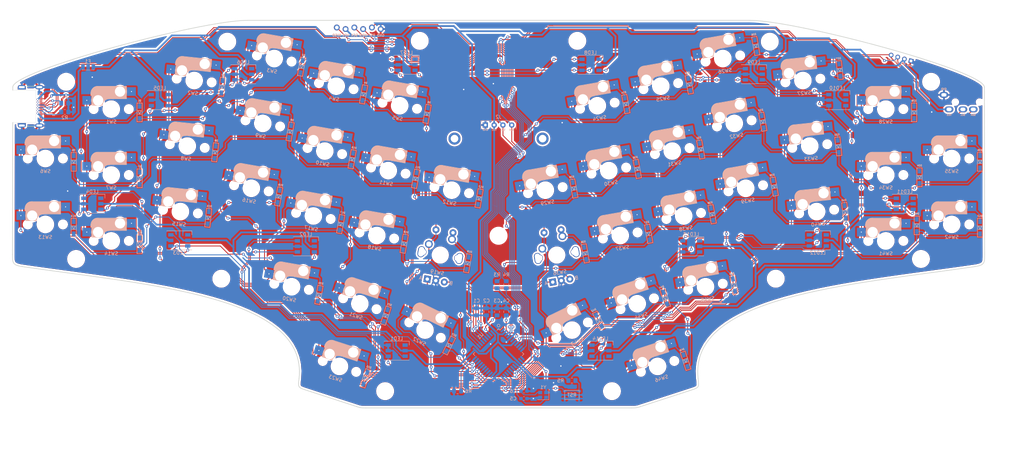
<source format=kicad_pcb>
(kicad_pcb (version 20171130) (host pcbnew "(5.1.6)-1")
  (layers (0 F.Cu signal) (31 B.Cu signal) (34 B.Paste user) (35 F.Paste user) (36 B.SilkS user) (37 F.SilkS user) (38 B.Mask user) (39 F.Mask user) (44 Edge.Cuts user))
  (net 0 "")
  (net 1 GND)
  (net 2 VBUS)
  (net 3 AREF)
  (net 4 UCAP)
  (net 5 XTAL1)
  (net 6 XTAL2)
  (net 7 "Net-(D1-Pad2)")
  (net 8 ROWL0)
  (net 9 "Net-(D2-Pad2)")
  (net 10 "Net-(D3-Pad2)")
  (net 11 "Net-(D4-Pad2)")
  (net 12 "Net-(D5-Pad2)")
  (net 13 ROWL1)
  (net 14 "Net-(D6-Pad2)")
  (net 15 "Net-(D7-Pad2)")
  (net 16 "Net-(D8-Pad2)")
  (net 17 "Net-(D9-Pad2)")
  (net 18 "Net-(D10-Pad2)")
  (net 19 "Net-(D11-Pad2)")
  (net 20 "Net-(D12-Pad2)")
  (net 21 MOSI)
  (net 22 "Net-(D13-Pad2)")
  (net 23 "Net-(D14-Pad2)")
  (net 24 "Net-(D15-Pad2)")
  (net 25 "Net-(D16-Pad2)")
  (net 26 "Net-(D17-Pad2)")
  (net 27 "Net-(D18-Pad2)")
  (net 28 "Net-(D19-Pad2)")
  (net 29 MISO)
  (net 30 "Net-(D20-Pad2)")
  (net 31 "Net-(D21-Pad2)")
  (net 32 "Net-(D22-Pad2)")
  (net 33 "Net-(D23-Pad2)")
  (net 34 "Net-(D24-Pad2)")
  (net 35 "Net-(D25-Pad2)")
  (net 36 "Net-(D26-Pad2)")
  (net 37 "Net-(D27-Pad2)")
  (net 38 "Net-(D28-Pad2)")
  (net 39 "Net-(D29-Pad2)")
  (net 40 "Net-(D30-Pad2)")
  (net 41 "Net-(D31-Pad2)")
  (net 42 "Net-(D32-Pad2)")
  (net 43 "Net-(D33-Pad2)")
  (net 44 "Net-(D34-Pad2)")
  (net 45 "Net-(D35-Pad2)")
  (net 46 ROWR2)
  (net 47 "Net-(D36-Pad2)")
  (net 48 "Net-(D37-Pad2)")
  (net 49 "Net-(D38-Pad2)")
  (net 50 "Net-(D39-Pad2)")
  (net 51 "Net-(D40-Pad2)")
  (net 52 "Net-(D41-Pad2)")
  (net 53 "Net-(D42-Pad2)")
  (net 54 "Net-(D43-Pad2)")
  (net 55 COL6)
  (net 56 "Net-(D44-Pad2)")
  (net 57 "Net-(D45-Pad2)")
  (net 58 "Net-(D46-Pad2)")
  (net 59 "Net-(J1-PadA8)")
  (net 60 "Net-(J1-PadB8)")
  (net 61 SCL)
  (net 62 SDA)
  (net 63 RESET)
  (net 64 LED)
  (net 65 "Net-(LED1-Pad3)")
  (net 66 "Net-(LED1-Pad1)")
  (net 67 "Net-(LED2-Pad3)")
  (net 68 "Net-(LED2-Pad1)")
  (net 69 "Net-(LED3-Pad1)")
  (net 70 "Net-(LED3-Pad3)")
  (net 71 "Net-(LED4-Pad3)")
  (net 72 "Net-(LED4-Pad1)")
  (net 73 "Net-(LED5-Pad1)")
  (net 74 "Net-(LED5-Pad3)")
  (net 75 "Net-(LED6-Pad3)")
  (net 76 "Net-(LED6-Pad1)")
  (net 77 "Net-(LED7-Pad3)")
  (net 78 "Net-(LED7-Pad1)")
  (net 79 "Net-(LED8-Pad1)")
  (net 80 "Net-(LED10-Pad6)")
  (net 81 "Net-(LED9-Pad1)")
  (net 82 "Net-(LED10-Pad4)")
  (net 83 "Net-(LED10-Pad3)")
  (net 84 "Net-(LED10-Pad1)")
  (net 85 "Net-(LED11-Pad1)")
  (net 86 "Net-(LED11-Pad3)")
  (net 87 "Net-(LED12-Pad1)")
  (net 88 "Net-(LED12-Pad3)")
  (net 89 DN)
  (net 90 DP)
  (net 91 HWB)
  (net 92 COL1)
  (net 93 COL2)
  (net 94 COL3)
  (net 95 COL4)
  (net 96 COL5)
  (net 97 COL0)
  (net 98 ENCL1)
  (net 99 ENCL2)
  (net 100 ENCR2)
  (net 101 ENCR1)
  (net 102 "Net-(U1-Pad12)")
  (net 103 "Net-(LED13-Pad3)")
  (net 104 "Net-(LED13-Pad1)")
  (net 105 "Net-(LED14-Pad1)")
  (net 106 "Net-(LED14-Pad3)")
  (net 107 ROWL2)
  (net 108 ROWL3)
  (net 109 "Net-(U1-Pad1)")
  (net 110 "Net-(U1-Pad20)")
  (net 111 ROWR3)
  (net 112 UVBUS)
  (net 113 UDN)
  (net 114 UDP)
  (net 115 /CC2)
  (net 116 "Net-(J1-PadB11)")
  (net 117 "Net-(J1-PadB10)")
  (net 118 "Net-(J1-PadA2)")
  (net 119 "Net-(J1-PadA3)")
  (net 120 /CC1)
  (net 121 "Net-(J1-PadA10)")
  (net 122 "Net-(J1-PadA11)")
  (net 123 "Net-(J1-PadB3)")
  (net 124 "Net-(J1-PadB2)")
  (module 1m38_kbd:OLED-0.96in (layer F.Cu) (at 164.7706 57.45)
    (fp_text reference J2 (at 0 -3.6) (layer B.SilkS) (effects (justify mirror)))
    (fp_text value OLED_I2C)
    (fp_text user GND (at -3.81 0.1 180) (layer B.SilkS) (effects (font (size 0.5 0.5) (thickness 0.1)) (justify mirror)))
    (fp_text user VCC (at -1.27 0.1 180) (layer B.SilkS) (effects (font (size 0.5 0.5) (thickness 0.1)) (justify mirror)))
    (fp_text user SCL (at 1.27 0.1 180) (layer B.SilkS) (effects (font (size 0.5 0.5) (thickness 0.1)) (justify mirror)))
    (fp_text user SDA (at 3.81 0.1 180) (layer B.SilkS) (effects (font (size 0.5 0.5) (thickness 0.1)) (justify mirror)))
    (pad 1 thru_hole rect (at -3.81 -1.27) (size 1.524 1.524) (drill 0.762) (layers *.Cu *.Mask) (net 1 GND))
    (pad 2 thru_hole circle (at -1.27 -1.27) (size 1.524 1.524) (drill 0.762) (layers *.Cu *.Mask) (net 2 VBUS))
    (pad 3 thru_hole circle (at 1.27 -1.27) (size 1.524 1.524) (drill 0.762) (layers *.Cu *.Mask) (net 61 SCL))
    (pad 4 thru_hole circle (at 3.81 -1.27) (size 1.524 1.524) (drill 0.762) (layers *.Cu *.Mask) (net 62 SDA))
  )
  (module 1m38_kbd:MJ-4PP-9_1side_no-mask (layer F.Cu) (at 305.33 49.55 270)
    (fp_text reference J5)
    (fp_text value TRRS_I2C hide)
    (fp_text user SDA (at 3.683 3.3) (layer B.SilkS) (effects (font (size 0.5 0.5) (thickness 0.125)) (justify mirror)))
    (fp_text user SCL (at 3.683 6.3) (layer B.SilkS) (effects (font (size 0.5 0.5) (thickness 0.125)) (justify mirror)))
    (fp_text user VCC (at 3.683 10.3) (layer B.SilkS) (effects (font (size 0.5 0.5) (thickness 0.125)) (justify mirror)))
    (fp_text user GND (at -3.81 11.8 180) (layer B.SilkS) (effects (font (size 0.5 0.5) (thickness 0.125)) (justify mirror)))
    (pad A thru_hole oval (at -2.1 11.8 270) (size 1.7 2.5) (drill oval 1 1.5) (layers *.Cu *.Mask) (net 1 GND) (clearance 0.15))
    (pad D thru_hole oval (at 2.1 10.3 270) (size 1.7 2.5) (drill oval 1 1.5) (layers *.Cu *.Mask) (net 2 VBUS) (clearance 0.15))
    (pad C thru_hole oval (at 2.1 6.3 270) (size 1.7 2.5) (drill oval 1 1.5) (layers *.Cu *.Mask) (net 61 SCL))
    (pad B thru_hole oval (at 2.1 3.3 270) (size 1.7 2.5) (drill oval 1 1.5) (layers *.Cu *.Mask) (net 62 SDA))
    (pad "" np_thru_hole circle (at 0 8.5 270) (size 1.2 1.2) (drill 1.2) (layers *.Cu *.Mask))
    (pad "" np_thru_hole circle (at 0 1.5 270) (size 1.2 1.2) (drill 1.2) (layers *.Cu *.Mask))
  )
  (module 1m38_kbd:RotaryEncoder_Alps_EC11E-and-CherryMX-Single (layer F.Cu) (at 147.928332 93.771438 350)
    (fp_text reference SW19 (at 0 5.08 350) (layer B.SilkS) (effects (justify mirror)))
    (fp_text value Rotary_Encoder_Switch)
    (fp_text user B (at 4.5 7.5 170) (layer B.SilkS) (effects (justify mirror)))
    (fp_text user A (at -4.5 7.5 170) (layer B.SilkS) (effects (justify mirror)))
    (pad S2 thru_hole circle (at 2.54 -5.08 350) (size 2.25 2.25) (drill 1.47) (layers *.Cu *.Mask) (net 28 "Net-(D19-Pad2)"))
    (pad "" np_thru_hole circle (at 0 0 350) (size 3.9878 3.9878) (drill 3.9878) (layers *.Cu *.Mask))
    (pad S1 thru_hole circle (at -3.81 -2.54 350) (size 2.25 2.25) (drill 1.47) (layers *.Cu *.Mask) (net 55 COL6))
    (pad "" thru_hole circle (at -5.08 0 38) (size 2 2) (drill 1.75) (layers *.Cu *.Mask))
    (pad "" thru_hole circle (at 5.08 0 38) (size 2 2) (drill 1.75) (layers *.Cu *.Mask))
    (pad A thru_hole rect (at -2.5 7.5 80) (size 2 2) (drill 1) (layers *.Cu *.Mask) (net 98 ENCL1))
    (pad C thru_hole circle (at 0 7.5 80) (size 2 2) (drill 1) (layers *.Cu *.Mask) (net 1 GND))
    (pad B thru_hole circle (at 2.5 7.5 80) (size 2 2) (drill 1) (layers *.Cu *.Mask) (net 99 ENCL2))
    (pad "" thru_hole oval (at -5.6 0 80) (size 3.2 2) (drill oval 2.8 1.5) (layers *.Cu *.Mask))
    (pad "" thru_hole oval (at 5.6 0 80) (size 3.2 2) (drill oval 2.8 1.5) (layers *.Cu *.Mask))
    (pad S1 thru_hole circle (at -2.5 -7 80) (size 2 2) (drill 1) (layers *.Cu *.Mask) (net 55 COL6))
    (pad S2 thru_hole circle (at 2.5 -7 80) (size 2 2) (drill 1) (layers *.Cu *.Mask) (net 28 "Net-(D19-Pad2)"))
  )
  (module 1m38_kbd:RotaryEncoder_Alps_EC11E-and-CherryMX-Single (layer F.Cu) (at 181.612913 93.771438 10)
    (fp_text reference SW36 (at 0 5.08 190) (layer B.SilkS) (effects (justify mirror)))
    (fp_text value Rotary_Encoder_Switch)
    (fp_text user B (at 4.5 7.5 10) (layer B.SilkS) (effects (justify mirror)))
    (fp_text user A (at -4.5 7.5 10) (layer B.SilkS) (effects (justify mirror)))
    (pad S2 thru_hole circle (at 2.54 -5.08 10) (size 2.25 2.25) (drill 1.47) (layers *.Cu *.Mask) (net 47 "Net-(D36-Pad2)"))
    (pad "" np_thru_hole circle (at 0 0 10) (size 3.9878 3.9878) (drill 3.9878) (layers *.Cu *.Mask))
    (pad S1 thru_hole circle (at -3.81 -2.54 10) (size 2.25 2.25) (drill 1.47) (layers *.Cu *.Mask) (net 55 COL6))
    (pad "" thru_hole circle (at -5.08 0 58) (size 2 2) (drill 1.75) (layers *.Cu *.Mask))
    (pad "" thru_hole circle (at 5.08 0 58) (size 2 2) (drill 1.75) (layers *.Cu *.Mask))
    (pad A thru_hole rect (at -2.5 7.5 100) (size 2 2) (drill 1) (layers *.Cu *.Mask) (net 101 ENCR1))
    (pad C thru_hole circle (at 0 7.5 100) (size 2 2) (drill 1) (layers *.Cu *.Mask) (net 1 GND))
    (pad B thru_hole circle (at 2.5 7.5 100) (size 2 2) (drill 1) (layers *.Cu *.Mask) (net 100 ENCR2))
    (pad "" thru_hole oval (at -5.6 0 100) (size 3.2 2) (drill oval 2.8 1.5) (layers *.Cu *.Mask))
    (pad "" thru_hole oval (at 5.6 0 100) (size 3.2 2) (drill oval 2.8 1.5) (layers *.Cu *.Mask))
    (pad S1 thru_hole circle (at -2.5 -7 100) (size 2 2) (drill 1) (layers *.Cu *.Mask) (net 55 COL6))
    (pad S2 thru_hole circle (at 2.5 -7 100) (size 2 2) (drill 1) (layers *.Cu *.Mask) (net 47 "Net-(D36-Pad2)"))
  )
  (module MountingHole:MountingHole_2.2mm_M2 (layer F.Cu) (at 177.5012 60.11)
    (fp_text reference HOLE14)
    (fp_text value MountingHole_2.2mm_M2)
    (pad 1 thru_hole circle (at 0 0) (size 3.5 3.5) (drill 2.2) (layers *.Cu *.Mask))
  )
  (module MountingHole:MountingHole_2.2mm_M2 (layer F.Cu) (at 152.04 60.11)
    (fp_text reference HOLE13)
    (fp_text value MountingHole_2.2mm_M2)
    (pad 1 thru_hole circle (at 0 0) (size 3.5 3.5) (drill 2.2) (layers *.Cu *.Mask))
  )
  (module 1m38_kbd:CherryMX_Hotswap_mod (layer F.Cu) (at 52.8 51.575)
    (fp_text reference SW1 (at 0 3.67) (layer B.SilkS) (effects (justify mirror)))
    (fp_text value SW_PUSH hide)
    (pad 1 thru_hole circle (at -7.085 -2.54) (size 0.6 0.6) (drill 0.3) (layers *.Cu *.Mask) (net 92 COL1))
    (pad 2 thru_hole circle (at 5.842 -5.08) (size 0.6 0.6) (drill 0.3) (layers *.Cu *.Mask) (net 7 "Net-(D1-Pad2)"))
    (pad "" np_thru_hole circle (at 2.54 -5.08) (size 3 3) (drill 3) (layers *.Cu *.Mask))
    (pad "" np_thru_hole circle (at -3.81 -2.54) (size 3 3) (drill 3) (layers *.Cu *.Mask))
    (pad 2 smd rect (at 5.842 -5.08 180) (size 2.55 2.5) (layers B.Cu B.Paste B.Mask) (net 7 "Net-(D1-Pad2)"))
    (pad "" np_thru_hole circle (at -5.08 0) (size 1.9 1.9) (drill 1.9) (layers *.Cu *.Mask))
    (pad "" np_thru_hole circle (at 5.08 0) (size 1.9 1.9) (drill 1.9) (layers *.Cu *.Mask))
    (pad "" np_thru_hole circle (at 0 0 90) (size 4.1 4.1) (drill 4.1) (layers *.Cu *.Mask))
    (pad 1 smd rect (at -7.085 -2.54 180) (size 2.55 2.5) (layers B.Cu B.Paste B.Mask) (net 92 COL1))
  )
  (module 1m38_kbd:CherryMX_Hotswap_mod (layer F.Cu) (at 76.775989 43.306528 354)
    (fp_text reference SW2 (at 0 3.67 174) (layer B.SilkS) (effects (justify mirror)))
    (fp_text value SW_PUSH hide)
    (pad 1 thru_hole circle (at -7.085 -2.54 354) (size 0.6 0.6) (drill 0.3) (layers *.Cu *.Mask) (net 93 COL2))
    (pad 2 thru_hole circle (at 5.842 -5.08 354) (size 0.6 0.6) (drill 0.3) (layers *.Cu *.Mask) (net 9 "Net-(D2-Pad2)"))
    (pad "" np_thru_hole circle (at 2.54 -5.08 354) (size 3 3) (drill 3) (layers *.Cu *.Mask))
    (pad "" np_thru_hole circle (at -3.81 -2.54 354) (size 3 3) (drill 3) (layers *.Cu *.Mask))
    (pad 2 smd rect (at 5.842 -5.08 174) (size 2.55 2.5) (layers B.Cu B.Paste B.Mask) (net 9 "Net-(D2-Pad2)"))
    (pad "" np_thru_hole circle (at -5.08 0 354) (size 1.9 1.9) (drill 1.9) (layers *.Cu *.Mask))
    (pad "" np_thru_hole circle (at 5.08 0 354) (size 1.9 1.9) (drill 1.9) (layers *.Cu *.Mask))
    (pad "" np_thru_hole circle (at 0 0 84) (size 4.1 4.1) (drill 4.1) (layers *.Cu *.Mask))
    (pad 1 smd rect (at -7.085 -2.54 174) (size 2.55 2.5) (layers B.Cu B.Paste B.Mask) (net 93 COL2))
  )
  (module 1m38_kbd:CherryMX_Hotswap_mod (layer F.Cu) (at 99.916564 36.945975 350)
    (fp_text reference SW3 (at 0 3.67 170) (layer B.SilkS) (effects (justify mirror)))
    (fp_text value SW_PUSH hide)
    (pad 1 thru_hole circle (at -7.085 -2.54 350) (size 0.6 0.6) (drill 0.3) (layers *.Cu *.Mask) (net 94 COL3))
    (pad 2 thru_hole circle (at 5.842 -5.08 350) (size 0.6 0.6) (drill 0.3) (layers *.Cu *.Mask) (net 10 "Net-(D3-Pad2)"))
    (pad "" np_thru_hole circle (at 2.54 -5.08 350) (size 3 3) (drill 3) (layers *.Cu *.Mask))
    (pad "" np_thru_hole circle (at -3.81 -2.54 350) (size 3 3) (drill 3) (layers *.Cu *.Mask))
    (pad 2 smd rect (at 5.842 -5.08 170) (size 2.55 2.5) (layers B.Cu B.Paste B.Mask) (net 10 "Net-(D3-Pad2)"))
    (pad "" np_thru_hole circle (at -5.08 0 350) (size 1.9 1.9) (drill 1.9) (layers *.Cu *.Mask))
    (pad "" np_thru_hole circle (at 5.08 0 350) (size 1.9 1.9) (drill 1.9) (layers *.Cu *.Mask))
    (pad "" np_thru_hole circle (at 0 0 80) (size 4.1 4.1) (drill 4.1) (layers *.Cu *.Mask))
    (pad 1 smd rect (at -7.085 -2.54 170) (size 2.55 2.5) (layers B.Cu B.Paste B.Mask) (net 94 COL3))
  )
  (module 1m38_kbd:CherryMX_Hotswap_mod (layer F.Cu) (at 117.850152 44.94412 350)
    (fp_text reference SW4 (at 0 3.67 170) (layer B.SilkS) (effects (justify mirror)))
    (fp_text value SW_PUSH hide)
    (pad 1 thru_hole circle (at -7.085 -2.54 350) (size 0.6 0.6) (drill 0.3) (layers *.Cu *.Mask) (net 95 COL4))
    (pad 2 thru_hole circle (at 5.842 -5.08 350) (size 0.6 0.6) (drill 0.3) (layers *.Cu *.Mask) (net 11 "Net-(D4-Pad2)"))
    (pad "" np_thru_hole circle (at 2.54 -5.08 350) (size 3 3) (drill 3) (layers *.Cu *.Mask))
    (pad "" np_thru_hole circle (at -3.81 -2.54 350) (size 3 3) (drill 3) (layers *.Cu *.Mask))
    (pad 2 smd rect (at 5.842 -5.08 170) (size 2.55 2.5) (layers B.Cu B.Paste B.Mask) (net 11 "Net-(D4-Pad2)"))
    (pad "" np_thru_hole circle (at -5.08 0 350) (size 1.9 1.9) (drill 1.9) (layers *.Cu *.Mask))
    (pad "" np_thru_hole circle (at 5.08 0 350) (size 1.9 1.9) (drill 1.9) (layers *.Cu *.Mask))
    (pad "" np_thru_hole circle (at 0 0 80) (size 4.1 4.1) (drill 4.1) (layers *.Cu *.Mask))
    (pad 1 smd rect (at -7.085 -2.54 170) (size 2.55 2.5) (layers B.Cu B.Paste B.Mask) (net 95 COL4))
  )
  (module 1m38_kbd:CherryMX_Hotswap_mod (layer F.Cu) (at 136.19724 50.597191 350)
    (fp_text reference SW5 (at 0 3.67 170) (layer B.SilkS) (effects (justify mirror)))
    (fp_text value SW_PUSH hide)
    (pad 1 thru_hole circle (at -7.085 -2.54 350) (size 0.6 0.6) (drill 0.3) (layers *.Cu *.Mask) (net 96 COL5))
    (pad 2 thru_hole circle (at 5.842 -5.08 350) (size 0.6 0.6) (drill 0.3) (layers *.Cu *.Mask) (net 12 "Net-(D5-Pad2)"))
    (pad "" np_thru_hole circle (at 2.54 -5.08 350) (size 3 3) (drill 3) (layers *.Cu *.Mask))
    (pad "" np_thru_hole circle (at -3.81 -2.54 350) (size 3 3) (drill 3) (layers *.Cu *.Mask))
    (pad 2 smd rect (at 5.842 -5.08 170) (size 2.55 2.5) (layers B.Cu B.Paste B.Mask) (net 12 "Net-(D5-Pad2)"))
    (pad "" np_thru_hole circle (at -5.08 0 350) (size 1.9 1.9) (drill 1.9) (layers *.Cu *.Mask))
    (pad "" np_thru_hole circle (at 5.08 0 350) (size 1.9 1.9) (drill 1.9) (layers *.Cu *.Mask))
    (pad "" np_thru_hole circle (at 0 0 80) (size 4.1 4.1) (drill 4.1) (layers *.Cu *.Mask))
    (pad 1 smd rect (at -7.085 -2.54 170) (size 2.55 2.5) (layers B.Cu B.Paste B.Mask) (net 96 COL5))
  )
  (module 1m38_kbd:CherryMX_Hotswap_mod (layer F.Cu) (at 33.75 65.8625)
    (fp_text reference SW6 (at 0 3.67) (layer B.SilkS) (effects (justify mirror)))
    (fp_text value SW_PUSH hide)
    (pad 1 thru_hole circle (at -7.085 -2.54) (size 0.6 0.6) (drill 0.3) (layers *.Cu *.Mask) (net 97 COL0))
    (pad 2 thru_hole circle (at 5.842 -5.08) (size 0.6 0.6) (drill 0.3) (layers *.Cu *.Mask) (net 14 "Net-(D6-Pad2)"))
    (pad "" np_thru_hole circle (at 2.54 -5.08) (size 3 3) (drill 3) (layers *.Cu *.Mask))
    (pad "" np_thru_hole circle (at -3.81 -2.54) (size 3 3) (drill 3) (layers *.Cu *.Mask))
    (pad 2 smd rect (at 5.842 -5.08 180) (size 2.55 2.5) (layers B.Cu B.Paste B.Mask) (net 14 "Net-(D6-Pad2)"))
    (pad "" np_thru_hole circle (at -5.08 0) (size 1.9 1.9) (drill 1.9) (layers *.Cu *.Mask))
    (pad "" np_thru_hole circle (at 5.08 0) (size 1.9 1.9) (drill 1.9) (layers *.Cu *.Mask))
    (pad "" np_thru_hole circle (at 0 0 90) (size 4.1 4.1) (drill 4.1) (layers *.Cu *.Mask))
    (pad 1 smd rect (at -7.085 -2.54 180) (size 2.55 2.5) (layers B.Cu B.Paste B.Mask) (net 97 COL0))
  )
  (module 1m38_kbd:CherryMX_Hotswap_mod (layer F.Cu) (at 52.8 70.625)
    (fp_text reference SW7 (at 0 3.67) (layer B.SilkS) (effects (justify mirror)))
    (fp_text value SW_PUSH hide)
    (pad 1 thru_hole circle (at -7.085 -2.54) (size 0.6 0.6) (drill 0.3) (layers *.Cu *.Mask) (net 92 COL1))
    (pad 2 thru_hole circle (at 5.842 -5.08) (size 0.6 0.6) (drill 0.3) (layers *.Cu *.Mask) (net 15 "Net-(D7-Pad2)"))
    (pad "" np_thru_hole circle (at 2.54 -5.08) (size 3 3) (drill 3) (layers *.Cu *.Mask))
    (pad "" np_thru_hole circle (at -3.81 -2.54) (size 3 3) (drill 3) (layers *.Cu *.Mask))
    (pad 2 smd rect (at 5.842 -5.08 180) (size 2.55 2.5) (layers B.Cu B.Paste B.Mask) (net 15 "Net-(D7-Pad2)"))
    (pad "" np_thru_hole circle (at -5.08 0) (size 1.9 1.9) (drill 1.9) (layers *.Cu *.Mask))
    (pad "" np_thru_hole circle (at 5.08 0) (size 1.9 1.9) (drill 1.9) (layers *.Cu *.Mask))
    (pad "" np_thru_hole circle (at 0 0 90) (size 4.1 4.1) (drill 4.1) (layers *.Cu *.Mask))
    (pad 1 smd rect (at -7.085 -2.54 180) (size 2.55 2.5) (layers B.Cu B.Paste B.Mask) (net 92 COL1))
  )
  (module 1m38_kbd:CherryMX_Hotswap_mod (layer F.Cu) (at 74.784721 62.25217 354)
    (fp_text reference SW8 (at 0 3.67 174) (layer B.SilkS) (effects (justify mirror)))
    (fp_text value SW_PUSH hide)
    (pad 1 thru_hole circle (at -7.085 -2.54 354) (size 0.6 0.6) (drill 0.3) (layers *.Cu *.Mask) (net 93 COL2))
    (pad 2 thru_hole circle (at 5.842 -5.08 354) (size 0.6 0.6) (drill 0.3) (layers *.Cu *.Mask) (net 16 "Net-(D8-Pad2)"))
    (pad "" np_thru_hole circle (at 2.54 -5.08 354) (size 3 3) (drill 3) (layers *.Cu *.Mask))
    (pad "" np_thru_hole circle (at -3.81 -2.54 354) (size 3 3) (drill 3) (layers *.Cu *.Mask))
    (pad 2 smd rect (at 5.842 -5.08 174) (size 2.55 2.5) (layers B.Cu B.Paste B.Mask) (net 16 "Net-(D8-Pad2)"))
    (pad "" np_thru_hole circle (at -5.08 0 354) (size 1.9 1.9) (drill 1.9) (layers *.Cu *.Mask))
    (pad "" np_thru_hole circle (at 5.08 0 354) (size 1.9 1.9) (drill 1.9) (layers *.Cu *.Mask))
    (pad "" np_thru_hole circle (at 0 0 84) (size 4.1 4.1) (drill 4.1) (layers *.Cu *.Mask))
    (pad 1 smd rect (at -7.085 -2.54 174) (size 2.55 2.5) (layers B.Cu B.Paste B.Mask) (net 93 COL2))
  )
  (module 1m38_kbd:CherryMX_Hotswap_mod (layer F.Cu) (at 96.608566 55.706563 350)
    (fp_text reference SW9 (at 0 3.67 170) (layer B.SilkS) (effects (justify mirror)))
    (fp_text value SW_PUSH hide)
    (pad 1 thru_hole circle (at -7.085 -2.54 350) (size 0.6 0.6) (drill 0.3) (layers *.Cu *.Mask) (net 94 COL3))
    (pad 2 thru_hole circle (at 5.842 -5.08 350) (size 0.6 0.6) (drill 0.3) (layers *.Cu *.Mask) (net 17 "Net-(D9-Pad2)"))
    (pad "" np_thru_hole circle (at 2.54 -5.08 350) (size 3 3) (drill 3) (layers *.Cu *.Mask))
    (pad "" np_thru_hole circle (at -3.81 -2.54 350) (size 3 3) (drill 3) (layers *.Cu *.Mask))
    (pad 2 smd rect (at 5.842 -5.08 170) (size 2.55 2.5) (layers B.Cu B.Paste B.Mask) (net 17 "Net-(D9-Pad2)"))
    (pad "" np_thru_hole circle (at -5.08 0 350) (size 1.9 1.9) (drill 1.9) (layers *.Cu *.Mask))
    (pad "" np_thru_hole circle (at 5.08 0 350) (size 1.9 1.9) (drill 1.9) (layers *.Cu *.Mask))
    (pad "" np_thru_hole circle (at 0 0 80) (size 4.1 4.1) (drill 4.1) (layers *.Cu *.Mask))
    (pad 1 smd rect (at -7.085 -2.54 170) (size 2.55 2.5) (layers B.Cu B.Paste B.Mask) (net 94 COL3))
  )
  (module 1m38_kbd:CherryMX_Hotswap_mod (layer F.Cu) (at 114.542154 63.704708 350)
    (fp_text reference SW10 (at 0 3.67 170) (layer B.SilkS) (effects (justify mirror)))
    (fp_text value SW_PUSH hide)
    (pad 1 thru_hole circle (at -7.085 -2.54 350) (size 0.6 0.6) (drill 0.3) (layers *.Cu *.Mask) (net 95 COL4))
    (pad 2 thru_hole circle (at 5.842 -5.08 350) (size 0.6 0.6) (drill 0.3) (layers *.Cu *.Mask) (net 18 "Net-(D10-Pad2)"))
    (pad "" np_thru_hole circle (at 2.54 -5.08 350) (size 3 3) (drill 3) (layers *.Cu *.Mask))
    (pad "" np_thru_hole circle (at -3.81 -2.54 350) (size 3 3) (drill 3) (layers *.Cu *.Mask))
    (pad 2 smd rect (at 5.842 -5.08 170) (size 2.55 2.5) (layers B.Cu B.Paste B.Mask) (net 18 "Net-(D10-Pad2)"))
    (pad "" np_thru_hole circle (at -5.08 0 350) (size 1.9 1.9) (drill 1.9) (layers *.Cu *.Mask))
    (pad "" np_thru_hole circle (at 5.08 0 350) (size 1.9 1.9) (drill 1.9) (layers *.Cu *.Mask))
    (pad "" np_thru_hole circle (at 0 0 80) (size 4.1 4.1) (drill 4.1) (layers *.Cu *.Mask))
    (pad 1 smd rect (at -7.085 -2.54 170) (size 2.55 2.5) (layers B.Cu B.Paste B.Mask) (net 95 COL4))
  )
  (module 1m38_kbd:CherryMX_Hotswap_mod (layer F.Cu) (at 132.889242 69.357779 350)
    (fp_text reference SW11 (at 0 3.67 170) (layer B.SilkS) (effects (justify mirror)))
    (fp_text value SW_PUSH hide)
    (pad 1 thru_hole circle (at -7.085 -2.54 350) (size 0.6 0.6) (drill 0.3) (layers *.Cu *.Mask) (net 96 COL5))
    (pad 2 thru_hole circle (at 5.842 -5.08 350) (size 0.6 0.6) (drill 0.3) (layers *.Cu *.Mask) (net 19 "Net-(D11-Pad2)"))
    (pad "" np_thru_hole circle (at 2.54 -5.08 350) (size 3 3) (drill 3) (layers *.Cu *.Mask))
    (pad "" np_thru_hole circle (at -3.81 -2.54 350) (size 3 3) (drill 3) (layers *.Cu *.Mask))
    (pad 2 smd rect (at 5.842 -5.08 170) (size 2.55 2.5) (layers B.Cu B.Paste B.Mask) (net 19 "Net-(D11-Pad2)"))
    (pad "" np_thru_hole circle (at -5.08 0 350) (size 1.9 1.9) (drill 1.9) (layers *.Cu *.Mask))
    (pad "" np_thru_hole circle (at 5.08 0 350) (size 1.9 1.9) (drill 1.9) (layers *.Cu *.Mask))
    (pad "" np_thru_hole circle (at 0 0 80) (size 4.1 4.1) (drill 4.1) (layers *.Cu *.Mask))
    (pad 1 smd rect (at -7.085 -2.54 170) (size 2.55 2.5) (layers B.Cu B.Paste B.Mask) (net 96 COL5))
  )
  (module 1m38_kbd:CherryMX_Hotswap_mod (layer F.Cu) (at 151.23633 75.01085 350)
    (fp_text reference SW12 (at 0 3.67 170) (layer B.SilkS) (effects (justify mirror)))
    (fp_text value SW_PUSH hide)
    (pad 1 thru_hole circle (at -7.085 -2.54 350) (size 0.6 0.6) (drill 0.3) (layers *.Cu *.Mask) (net 55 COL6))
    (pad 2 thru_hole circle (at 5.842 -5.08 350) (size 0.6 0.6) (drill 0.3) (layers *.Cu *.Mask) (net 20 "Net-(D12-Pad2)"))
    (pad "" np_thru_hole circle (at 2.54 -5.08 350) (size 3 3) (drill 3) (layers *.Cu *.Mask))
    (pad "" np_thru_hole circle (at -3.81 -2.54 350) (size 3 3) (drill 3) (layers *.Cu *.Mask))
    (pad 2 smd rect (at 5.842 -5.08 170) (size 2.55 2.5) (layers B.Cu B.Paste B.Mask) (net 20 "Net-(D12-Pad2)"))
    (pad "" np_thru_hole circle (at -5.08 0 350) (size 1.9 1.9) (drill 1.9) (layers *.Cu *.Mask))
    (pad "" np_thru_hole circle (at 5.08 0 350) (size 1.9 1.9) (drill 1.9) (layers *.Cu *.Mask))
    (pad "" np_thru_hole circle (at 0 0 80) (size 4.1 4.1) (drill 4.1) (layers *.Cu *.Mask))
    (pad 1 smd rect (at -7.085 -2.54 170) (size 2.55 2.5) (layers B.Cu B.Paste B.Mask) (net 55 COL6))
  )
  (module 1m38_kbd:CherryMX_Hotswap_mod (layer F.Cu) (at 33.75 84.9125)
    (fp_text reference SW13 (at 0 3.67) (layer B.SilkS) (effects (justify mirror)))
    (fp_text value SW_PUSH hide)
    (pad 1 thru_hole circle (at -7.085 -2.54) (size 0.6 0.6) (drill 0.3) (layers *.Cu *.Mask) (net 97 COL0))
    (pad 2 thru_hole circle (at 5.842 -5.08) (size 0.6 0.6) (drill 0.3) (layers *.Cu *.Mask) (net 22 "Net-(D13-Pad2)"))
    (pad "" np_thru_hole circle (at 2.54 -5.08) (size 3 3) (drill 3) (layers *.Cu *.Mask))
    (pad "" np_thru_hole circle (at -3.81 -2.54) (size 3 3) (drill 3) (layers *.Cu *.Mask))
    (pad 2 smd rect (at 5.842 -5.08 180) (size 2.55 2.5) (layers B.Cu B.Paste B.Mask) (net 22 "Net-(D13-Pad2)"))
    (pad "" np_thru_hole circle (at -5.08 0) (size 1.9 1.9) (drill 1.9) (layers *.Cu *.Mask))
    (pad "" np_thru_hole circle (at 5.08 0) (size 1.9 1.9) (drill 1.9) (layers *.Cu *.Mask))
    (pad "" np_thru_hole circle (at 0 0 90) (size 4.1 4.1) (drill 4.1) (layers *.Cu *.Mask))
    (pad 1 smd rect (at -7.085 -2.54 180) (size 2.55 2.5) (layers B.Cu B.Paste B.Mask) (net 97 COL0))
  )
  (module 1m38_kbd:CherryMX_Hotswap_mod (layer F.Cu) (at 52.8 89.675)
    (fp_text reference SW14 (at 0 3.67) (layer B.SilkS) (effects (justify mirror)))
    (fp_text value SW_PUSH hide)
    (pad 1 thru_hole circle (at -7.085 -2.54) (size 0.6 0.6) (drill 0.3) (layers *.Cu *.Mask) (net 92 COL1))
    (pad 2 thru_hole circle (at 5.842 -5.08) (size 0.6 0.6) (drill 0.3) (layers *.Cu *.Mask) (net 23 "Net-(D14-Pad2)"))
    (pad "" np_thru_hole circle (at 2.54 -5.08) (size 3 3) (drill 3) (layers *.Cu *.Mask))
    (pad "" np_thru_hole circle (at -3.81 -2.54) (size 3 3) (drill 3) (layers *.Cu *.Mask))
    (pad 2 smd rect (at 5.842 -5.08 180) (size 2.55 2.5) (layers B.Cu B.Paste B.Mask) (net 23 "Net-(D14-Pad2)"))
    (pad "" np_thru_hole circle (at -5.08 0) (size 1.9 1.9) (drill 1.9) (layers *.Cu *.Mask))
    (pad "" np_thru_hole circle (at 5.08 0) (size 1.9 1.9) (drill 1.9) (layers *.Cu *.Mask))
    (pad "" np_thru_hole circle (at 0 0 90) (size 4.1 4.1) (drill 4.1) (layers *.Cu *.Mask))
    (pad 1 smd rect (at -7.085 -2.54 180) (size 2.55 2.5) (layers B.Cu B.Paste B.Mask) (net 92 COL1))
  )
  (module 1m38_kbd:CherryMX_Hotswap_mod (layer F.Cu) (at 72.793454 81.197812 354)
    (fp_text reference SW15 (at 0 3.67 174) (layer B.SilkS) (effects (justify mirror)))
    (fp_text value SW_PUSH hide)
    (pad 1 thru_hole circle (at -7.085 -2.54 354) (size 0.6 0.6) (drill 0.3) (layers *.Cu *.Mask) (net 93 COL2))
    (pad 2 thru_hole circle (at 5.842 -5.08 354) (size 0.6 0.6) (drill 0.3) (layers *.Cu *.Mask) (net 24 "Net-(D15-Pad2)"))
    (pad "" np_thru_hole circle (at 2.54 -5.08 354) (size 3 3) (drill 3) (layers *.Cu *.Mask))
    (pad "" np_thru_hole circle (at -3.81 -2.54 354) (size 3 3) (drill 3) (layers *.Cu *.Mask))
    (pad 2 smd rect (at 5.842 -5.08 174) (size 2.55 2.5) (layers B.Cu B.Paste B.Mask) (net 24 "Net-(D15-Pad2)"))
    (pad "" np_thru_hole circle (at -5.08 0 354) (size 1.9 1.9) (drill 1.9) (layers *.Cu *.Mask))
    (pad "" np_thru_hole circle (at 5.08 0 354) (size 1.9 1.9) (drill 1.9) (layers *.Cu *.Mask))
    (pad "" np_thru_hole circle (at 0 0 84) (size 4.1 4.1) (drill 4.1) (layers *.Cu *.Mask))
    (pad 1 smd rect (at -7.085 -2.54 174) (size 2.55 2.5) (layers B.Cu B.Paste B.Mask) (net 93 COL2))
  )
  (module 1m38_kbd:CherryMX_Hotswap_mod (layer F.Cu) (at 93.300568 74.467151 350)
    (fp_text reference SW16 (at 0 3.67 170) (layer B.SilkS) (effects (justify mirror)))
    (fp_text value SW_PUSH hide)
    (pad 1 thru_hole circle (at -7.085 -2.54 350) (size 0.6 0.6) (drill 0.3) (layers *.Cu *.Mask) (net 94 COL3))
    (pad 2 thru_hole circle (at 5.842 -5.08 350) (size 0.6 0.6) (drill 0.3) (layers *.Cu *.Mask) (net 25 "Net-(D16-Pad2)"))
    (pad "" np_thru_hole circle (at 2.54 -5.08 350) (size 3 3) (drill 3) (layers *.Cu *.Mask))
    (pad "" np_thru_hole circle (at -3.81 -2.54 350) (size 3 3) (drill 3) (layers *.Cu *.Mask))
    (pad 2 smd rect (at 5.842 -5.08 170) (size 2.55 2.5) (layers B.Cu B.Paste B.Mask) (net 25 "Net-(D16-Pad2)"))
    (pad "" np_thru_hole circle (at -5.08 0 350) (size 1.9 1.9) (drill 1.9) (layers *.Cu *.Mask))
    (pad "" np_thru_hole circle (at 5.08 0 350) (size 1.9 1.9) (drill 1.9) (layers *.Cu *.Mask))
    (pad "" np_thru_hole circle (at 0 0 80) (size 4.1 4.1) (drill 4.1) (layers *.Cu *.Mask))
    (pad 1 smd rect (at -7.085 -2.54 170) (size 2.55 2.5) (layers B.Cu B.Paste B.Mask) (net 94 COL3))
  )
  (module 1m38_kbd:CherryMX_Hotswap_mod (layer F.Cu) (at 111.234156 82.465295 350)
    (fp_text reference SW17 (at 0 3.67 170) (layer B.SilkS) (effects (justify mirror)))
    (fp_text value SW_PUSH hide)
    (pad 1 thru_hole circle (at -7.085 -2.54 350) (size 0.6 0.6) (drill 0.3) (layers *.Cu *.Mask) (net 95 COL4))
    (pad 2 thru_hole circle (at 5.842 -5.08 350) (size 0.6 0.6) (drill 0.3) (layers *.Cu *.Mask) (net 26 "Net-(D17-Pad2)"))
    (pad "" np_thru_hole circle (at 2.54 -5.08 350) (size 3 3) (drill 3) (layers *.Cu *.Mask))
    (pad "" np_thru_hole circle (at -3.81 -2.54 350) (size 3 3) (drill 3) (layers *.Cu *.Mask))
    (pad 2 smd rect (at 5.842 -5.08 170) (size 2.55 2.5) (layers B.Cu B.Paste B.Mask) (net 26 "Net-(D17-Pad2)"))
    (pad "" np_thru_hole circle (at -5.08 0 350) (size 1.9 1.9) (drill 1.9) (layers *.Cu *.Mask))
    (pad "" np_thru_hole circle (at 5.08 0 350) (size 1.9 1.9) (drill 1.9) (layers *.Cu *.Mask))
    (pad "" np_thru_hole circle (at 0 0 80) (size 4.1 4.1) (drill 4.1) (layers *.Cu *.Mask))
    (pad 1 smd rect (at -7.085 -2.54 170) (size 2.55 2.5) (layers B.Cu B.Paste B.Mask) (net 95 COL4))
  )
  (module 1m38_kbd:CherryMX_Hotswap_mod (layer F.Cu) (at 129.581244 88.118367 350)
    (fp_text reference SW18 (at 0 3.67 170) (layer B.SilkS) (effects (justify mirror)))
    (fp_text value SW_PUSH hide)
    (pad 1 thru_hole circle (at -7.085 -2.54 350) (size 0.6 0.6) (drill 0.3) (layers *.Cu *.Mask) (net 96 COL5))
    (pad 2 thru_hole circle (at 5.842 -5.08 350) (size 0.6 0.6) (drill 0.3) (layers *.Cu *.Mask) (net 27 "Net-(D18-Pad2)"))
    (pad "" np_thru_hole circle (at 2.54 -5.08 350) (size 3 3) (drill 3) (layers *.Cu *.Mask))
    (pad "" np_thru_hole circle (at -3.81 -2.54 350) (size 3 3) (drill 3) (layers *.Cu *.Mask))
    (pad 2 smd rect (at 5.842 -5.08 170) (size 2.55 2.5) (layers B.Cu B.Paste B.Mask) (net 27 "Net-(D18-Pad2)"))
    (pad "" np_thru_hole circle (at -5.08 0 350) (size 1.9 1.9) (drill 1.9) (layers *.Cu *.Mask))
    (pad "" np_thru_hole circle (at 5.08 0 350) (size 1.9 1.9) (drill 1.9) (layers *.Cu *.Mask))
    (pad "" np_thru_hole circle (at 0 0 80) (size 4.1 4.1) (drill 4.1) (layers *.Cu *.Mask))
    (pad 1 smd rect (at -7.085 -2.54 170) (size 2.55 2.5) (layers B.Cu B.Paste B.Mask) (net 96 COL5))
  )
  (module 1m38_kbd:CherryMX_Hotswap_mod (layer F.Cu) (at 104.933883 102.927996 350)
    (fp_text reference SW20 (at 0 3.67 170) (layer B.SilkS) (effects (justify mirror)))
    (fp_text value SW_PUSH hide)
    (pad 1 thru_hole circle (at -7.085 -2.54 350) (size 0.6 0.6) (drill 0.3) (layers *.Cu *.Mask) (net 95 COL4))
    (pad 2 thru_hole circle (at 5.842 -5.08 350) (size 0.6 0.6) (drill 0.3) (layers *.Cu *.Mask) (net 30 "Net-(D20-Pad2)"))
    (pad "" np_thru_hole circle (at 2.54 -5.08 350) (size 3 3) (drill 3) (layers *.Cu *.Mask))
    (pad "" np_thru_hole circle (at -3.81 -2.54 350) (size 3 3) (drill 3) (layers *.Cu *.Mask))
    (pad 2 smd rect (at 5.842 -5.08 170) (size 2.55 2.5) (layers B.Cu B.Paste B.Mask) (net 30 "Net-(D20-Pad2)"))
    (pad "" np_thru_hole circle (at -5.08 0 350) (size 1.9 1.9) (drill 1.9) (layers *.Cu *.Mask))
    (pad "" np_thru_hole circle (at 5.08 0 350) (size 1.9 1.9) (drill 1.9) (layers *.Cu *.Mask))
    (pad "" np_thru_hole circle (at 0 0 80) (size 4.1 4.1) (drill 4.1) (layers *.Cu *.Mask))
    (pad 1 smd rect (at -7.085 -2.54 170) (size 2.55 2.5) (layers B.Cu B.Paste B.Mask) (net 95 COL4))
  )
  (module 1m38_kbd:CherryMX_Hotswap_mod (layer F.Cu) (at 124.662378 107.846862 342)
    (fp_text reference SW21 (at 0 3.67 162) (layer B.SilkS) (effects (justify mirror)))
    (fp_text value SW_PUSH hide)
    (pad 1 thru_hole circle (at -7.085 -2.54 342) (size 0.6 0.6) (drill 0.3) (layers *.Cu *.Mask) (net 96 COL5))
    (pad 2 thru_hole circle (at 5.842 -5.08 342) (size 0.6 0.6) (drill 0.3) (layers *.Cu *.Mask) (net 31 "Net-(D21-Pad2)"))
    (pad "" np_thru_hole circle (at 2.54 -5.08 342) (size 3 3) (drill 3) (layers *.Cu *.Mask))
    (pad "" np_thru_hole circle (at -3.81 -2.54 342) (size 3 3) (drill 3) (layers *.Cu *.Mask))
    (pad 2 smd rect (at 5.842 -5.08 162) (size 2.55 2.5) (layers B.Cu B.Paste B.Mask) (net 31 "Net-(D21-Pad2)"))
    (pad "" np_thru_hole circle (at -5.08 0 342) (size 1.9 1.9) (drill 1.9) (layers *.Cu *.Mask))
    (pad "" np_thru_hole circle (at 5.08 0 342) (size 1.9 1.9) (drill 1.9) (layers *.Cu *.Mask))
    (pad "" np_thru_hole circle (at 0 0 72) (size 4.1 4.1) (drill 4.1) (layers *.Cu *.Mask))
    (pad 1 smd rect (at -7.085 -2.54 162) (size 2.55 2.5) (layers B.Cu B.Paste B.Mask) (net 96 COL5))
  )
  (module 1m38_kbd:CherryMX_Hotswap_mod (layer F.Cu) (at 143.514303 115.463534 334)
    (fp_text reference SW22 (at 0 3.67 154) (layer B.SilkS) (effects (justify mirror)))
    (fp_text value SW_PUSH hide)
    (pad 1 thru_hole circle (at -7.085 -2.54 334) (size 0.6 0.6) (drill 0.3) (layers *.Cu *.Mask) (net 55 COL6))
    (pad 2 thru_hole circle (at 5.842 -5.08 334) (size 0.6 0.6) (drill 0.3) (layers *.Cu *.Mask) (net 32 "Net-(D22-Pad2)"))
    (pad "" np_thru_hole circle (at 2.54 -5.08 334) (size 3 3) (drill 3) (layers *.Cu *.Mask))
    (pad "" np_thru_hole circle (at -3.81 -2.54 334) (size 3 3) (drill 3) (layers *.Cu *.Mask))
    (pad 2 smd rect (at 5.842 -5.08 154) (size 2.55 2.5) (layers B.Cu B.Paste B.Mask) (net 32 "Net-(D22-Pad2)"))
    (pad "" np_thru_hole circle (at -5.08 0 334) (size 1.9 1.9) (drill 1.9) (layers *.Cu *.Mask))
    (pad "" np_thru_hole circle (at 5.08 0 334) (size 1.9 1.9) (drill 1.9) (layers *.Cu *.Mask))
    (pad "" np_thru_hole circle (at 0 0 64) (size 4.1 4.1) (drill 4.1) (layers *.Cu *.Mask))
    (pad 1 smd rect (at -7.085 -2.54 154) (size 2.55 2.5) (layers B.Cu B.Paste B.Mask) (net 55 COL6))
  )
  (module 1m38_kbd:CherryMX_Hotswap_mod (layer F.Cu) (at 118.775604 125.964488 342)
    (fp_text reference SW23 (at 0 3.67 162) (layer B.SilkS) (effects (justify mirror)))
    (fp_text value SW_PUSH hide)
    (pad 1 thru_hole circle (at -7.085 -2.54 342) (size 0.6 0.6) (drill 0.3) (layers *.Cu *.Mask) (net 94 COL3))
    (pad 2 thru_hole circle (at 5.842 -5.08 342) (size 0.6 0.6) (drill 0.3) (layers *.Cu *.Mask) (net 33 "Net-(D23-Pad2)"))
    (pad "" np_thru_hole circle (at 2.54 -5.08 342) (size 3 3) (drill 3) (layers *.Cu *.Mask))
    (pad "" np_thru_hole circle (at -3.81 -2.54 342) (size 3 3) (drill 3) (layers *.Cu *.Mask))
    (pad 2 smd rect (at 5.842 -5.08 162) (size 2.55 2.5) (layers B.Cu B.Paste B.Mask) (net 33 "Net-(D23-Pad2)"))
    (pad "" np_thru_hole circle (at -5.08 0 342) (size 1.9 1.9) (drill 1.9) (layers *.Cu *.Mask))
    (pad "" np_thru_hole circle (at 5.08 0 342) (size 1.9 1.9) (drill 1.9) (layers *.Cu *.Mask))
    (pad "" np_thru_hole circle (at 0 0 72) (size 4.1 4.1) (drill 4.1) (layers *.Cu *.Mask))
    (pad 1 smd rect (at -7.085 -2.54 162) (size 2.55 2.5) (layers B.Cu B.Paste B.Mask) (net 94 COL3))
  )
  (module 1m38_kbd:CherryMX_Hotswap_mod (layer F.Cu) (at 193.344005 50.597191 10)
    (fp_text reference SW24 (at 0 3.67 10) (layer B.SilkS) (effects (justify mirror)))
    (fp_text value SW_PUSH hide)
    (pad 1 thru_hole circle (at -7.085 -2.54 10) (size 0.6 0.6) (drill 0.3) (layers *.Cu *.Mask) (net 96 COL5))
    (pad 2 thru_hole circle (at 5.842 -5.08 10) (size 0.6 0.6) (drill 0.3) (layers *.Cu *.Mask) (net 34 "Net-(D24-Pad2)"))
    (pad "" np_thru_hole circle (at 2.54 -5.08 10) (size 3 3) (drill 3) (layers *.Cu *.Mask))
    (pad "" np_thru_hole circle (at -3.81 -2.54 10) (size 3 3) (drill 3) (layers *.Cu *.Mask))
    (pad 2 smd rect (at 5.842 -5.08 190) (size 2.55 2.5) (layers B.Cu B.Paste B.Mask) (net 34 "Net-(D24-Pad2)"))
    (pad "" np_thru_hole circle (at -5.08 0 10) (size 1.9 1.9) (drill 1.9) (layers *.Cu *.Mask))
    (pad "" np_thru_hole circle (at 5.08 0 10) (size 1.9 1.9) (drill 1.9) (layers *.Cu *.Mask))
    (pad "" np_thru_hole circle (at 0 0 100) (size 4.1 4.1) (drill 4.1) (layers *.Cu *.Mask))
    (pad 1 smd rect (at -7.085 -2.54 190) (size 2.55 2.5) (layers B.Cu B.Paste B.Mask) (net 96 COL5))
  )
  (module 1m38_kbd:CherryMX_Hotswap_mod (layer F.Cu) (at 211.691093 44.94412 10)
    (fp_text reference SW25 (at 0 3.67 10) (layer B.SilkS) (effects (justify mirror)))
    (fp_text value SW_PUSH hide)
    (pad 1 thru_hole circle (at -7.085 -2.54 10) (size 0.6 0.6) (drill 0.3) (layers *.Cu *.Mask) (net 95 COL4))
    (pad 2 thru_hole circle (at 5.842 -5.08 10) (size 0.6 0.6) (drill 0.3) (layers *.Cu *.Mask) (net 35 "Net-(D25-Pad2)"))
    (pad "" np_thru_hole circle (at 2.54 -5.08 10) (size 3 3) (drill 3) (layers *.Cu *.Mask))
    (pad "" np_thru_hole circle (at -3.81 -2.54 10) (size 3 3) (drill 3) (layers *.Cu *.Mask))
    (pad 2 smd rect (at 5.842 -5.08 190) (size 2.55 2.5) (layers B.Cu B.Paste B.Mask) (net 35 "Net-(D25-Pad2)"))
    (pad "" np_thru_hole circle (at -5.08 0 10) (size 1.9 1.9) (drill 1.9) (layers *.Cu *.Mask))
    (pad "" np_thru_hole circle (at 5.08 0 10) (size 1.9 1.9) (drill 1.9) (layers *.Cu *.Mask))
    (pad "" np_thru_hole circle (at 0 0 100) (size 4.1 4.1) (drill 4.1) (layers *.Cu *.Mask))
    (pad 1 smd rect (at -7.085 -2.54 190) (size 2.55 2.5) (layers B.Cu B.Paste B.Mask) (net 95 COL4))
  )
  (module 1m38_kbd:CherryMX_Hotswap_mod (layer F.Cu) (at 229.624681 36.945975 10)
    (fp_text reference SW26 (at 0 3.67 10) (layer B.SilkS) (effects (justify mirror)))
    (fp_text value SW_PUSH hide)
    (pad 1 thru_hole circle (at -7.085 -2.54 10) (size 0.6 0.6) (drill 0.3) (layers *.Cu *.Mask) (net 94 COL3))
    (pad 2 thru_hole circle (at 5.842 -5.08 10) (size 0.6 0.6) (drill 0.3) (layers *.Cu *.Mask) (net 36 "Net-(D26-Pad2)"))
    (pad "" np_thru_hole circle (at 2.54 -5.08 10) (size 3 3) (drill 3) (layers *.Cu *.Mask))
    (pad "" np_thru_hole circle (at -3.81 -2.54 10) (size 3 3) (drill 3) (layers *.Cu *.Mask))
    (pad 2 smd rect (at 5.842 -5.08 190) (size 2.55 2.5) (layers B.Cu B.Paste B.Mask) (net 36 "Net-(D26-Pad2)"))
    (pad "" np_thru_hole circle (at -5.08 0 10) (size 1.9 1.9) (drill 1.9) (layers *.Cu *.Mask))
    (pad "" np_thru_hole circle (at 5.08 0 10) (size 1.9 1.9) (drill 1.9) (layers *.Cu *.Mask))
    (pad "" np_thru_hole circle (at 0 0 100) (size 4.1 4.1) (drill 4.1) (layers *.Cu *.Mask))
    (pad 1 smd rect (at -7.085 -2.54 190) (size 2.55 2.5) (layers B.Cu B.Paste B.Mask) (net 94 COL3))
  )
  (module 1m38_kbd:CherryMX_Hotswap_mod (layer F.Cu) (at 252.765256 43.306528 6)
    (fp_text reference SW27 (at 0 3.67 6) (layer B.SilkS) (effects (justify mirror)))
    (fp_text value SW_PUSH hide)
    (pad 1 thru_hole circle (at -7.085 -2.54 6) (size 0.6 0.6) (drill 0.3) (layers *.Cu *.Mask) (net 93 COL2))
    (pad 2 thru_hole circle (at 5.842 -5.08 6) (size 0.6 0.6) (drill 0.3) (layers *.Cu *.Mask) (net 37 "Net-(D27-Pad2)"))
    (pad "" np_thru_hole circle (at 2.54 -5.08 6) (size 3 3) (drill 3) (layers *.Cu *.Mask))
    (pad "" np_thru_hole circle (at -3.81 -2.54 6) (size 3 3) (drill 3) (layers *.Cu *.Mask))
    (pad 2 smd rect (at 5.842 -5.08 186) (size 2.55 2.5) (layers B.Cu B.Paste B.Mask) (net 37 "Net-(D27-Pad2)"))
    (pad "" np_thru_hole circle (at -5.08 0 6) (size 1.9 1.9) (drill 1.9) (layers *.Cu *.Mask))
    (pad "" np_thru_hole circle (at 5.08 0 6) (size 1.9 1.9) (drill 1.9) (layers *.Cu *.Mask))
    (pad "" np_thru_hole circle (at 0 0 96) (size 4.1 4.1) (drill 4.1) (layers *.Cu *.Mask))
    (pad 1 smd rect (at -7.085 -2.54 186) (size 2.55 2.5) (layers B.Cu B.Paste B.Mask) (net 93 COL2))
  )
  (module 1m38_kbd:CherryMX_Hotswap_mod (layer F.Cu) (at 276.741245 51.575)
    (fp_text reference SW28 (at 0 3.67) (layer B.SilkS) (effects (justify mirror)))
    (fp_text value SW_PUSH hide)
    (pad 1 thru_hole circle (at -7.085 -2.54) (size 0.6 0.6) (drill 0.3) (layers *.Cu *.Mask) (net 92 COL1))
    (pad 2 thru_hole circle (at 5.842 -5.08) (size 0.6 0.6) (drill 0.3) (layers *.Cu *.Mask) (net 38 "Net-(D28-Pad2)"))
    (pad "" np_thru_hole circle (at 2.54 -5.08) (size 3 3) (drill 3) (layers *.Cu *.Mask))
    (pad "" np_thru_hole circle (at -3.81 -2.54) (size 3 3) (drill 3) (layers *.Cu *.Mask))
    (pad 2 smd rect (at 5.842 -5.08 180) (size 2.55 2.5) (layers B.Cu B.Paste B.Mask) (net 38 "Net-(D28-Pad2)"))
    (pad "" np_thru_hole circle (at -5.08 0) (size 1.9 1.9) (drill 1.9) (layers *.Cu *.Mask))
    (pad "" np_thru_hole circle (at 5.08 0) (size 1.9 1.9) (drill 1.9) (layers *.Cu *.Mask))
    (pad "" np_thru_hole circle (at 0 0 90) (size 4.1 4.1) (drill 4.1) (layers *.Cu *.Mask))
    (pad 1 smd rect (at -7.085 -2.54 180) (size 2.55 2.5) (layers B.Cu B.Paste B.Mask) (net 92 COL1))
  )
  (module 1m38_kbd:CherryMX_Hotswap_mod (layer F.Cu) (at 178.304915 75.01085 10)
    (fp_text reference SW29 (at 0 3.67 10) (layer B.SilkS) (effects (justify mirror)))
    (fp_text value SW_PUSH hide)
    (pad 1 thru_hole circle (at -7.085 -2.54 10) (size 0.6 0.6) (drill 0.3) (layers *.Cu *.Mask) (net 55 COL6))
    (pad 2 thru_hole circle (at 5.842 -5.08 10) (size 0.6 0.6) (drill 0.3) (layers *.Cu *.Mask) (net 39 "Net-(D29-Pad2)"))
    (pad "" np_thru_hole circle (at 2.54 -5.08 10) (size 3 3) (drill 3) (layers *.Cu *.Mask))
    (pad "" np_thru_hole circle (at -3.81 -2.54 10) (size 3 3) (drill 3) (layers *.Cu *.Mask))
    (pad 2 smd rect (at 5.842 -5.08 190) (size 2.55 2.5) (layers B.Cu B.Paste B.Mask) (net 39 "Net-(D29-Pad2)"))
    (pad "" np_thru_hole circle (at -5.08 0 10) (size 1.9 1.9) (drill 1.9) (layers *.Cu *.Mask))
    (pad "" np_thru_hole circle (at 5.08 0 10) (size 1.9 1.9) (drill 1.9) (layers *.Cu *.Mask))
    (pad "" np_thru_hole circle (at 0 0 100) (size 4.1 4.1) (drill 4.1) (layers *.Cu *.Mask))
    (pad 1 smd rect (at -7.085 -2.54 190) (size 2.55 2.5) (layers B.Cu B.Paste B.Mask) (net 55 COL6))
  )
  (module 1m38_kbd:CherryMX_Hotswap_mod (layer F.Cu) (at 196.652003 69.357779 10)
    (fp_text reference SW30 (at 0 3.67 10) (layer B.SilkS) (effects (justify mirror)))
    (fp_text value SW_PUSH hide)
    (pad 1 thru_hole circle (at -7.085 -2.54 10) (size 0.6 0.6) (drill 0.3) (layers *.Cu *.Mask) (net 96 COL5))
    (pad 2 thru_hole circle (at 5.842 -5.08 10) (size 0.6 0.6) (drill 0.3) (layers *.Cu *.Mask) (net 40 "Net-(D30-Pad2)"))
    (pad "" np_thru_hole circle (at 2.54 -5.08 10) (size 3 3) (drill 3) (layers *.Cu *.Mask))
    (pad "" np_thru_hole circle (at -3.81 -2.54 10) (size 3 3) (drill 3) (layers *.Cu *.Mask))
    (pad 2 smd rect (at 5.842 -5.08 190) (size 2.55 2.5) (layers B.Cu B.Paste B.Mask) (net 40 "Net-(D30-Pad2)"))
    (pad "" np_thru_hole circle (at -5.08 0 10) (size 1.9 1.9) (drill 1.9) (layers *.Cu *.Mask))
    (pad "" np_thru_hole circle (at 5.08 0 10) (size 1.9 1.9) (drill 1.9) (layers *.Cu *.Mask))
    (pad "" np_thru_hole circle (at 0 0 100) (size 4.1 4.1) (drill 4.1) (layers *.Cu *.Mask))
    (pad 1 smd rect (at -7.085 -2.54 190) (size 2.55 2.5) (layers B.Cu B.Paste B.Mask) (net 96 COL5))
  )
  (module 1m38_kbd:CherryMX_Hotswap_mod (layer F.Cu) (at 214.999091 63.704708 10)
    (fp_text reference SW31 (at 0 3.67 10) (layer B.SilkS) (effects (justify mirror)))
    (fp_text value SW_PUSH hide)
    (pad 1 thru_hole circle (at -7.085 -2.54 10) (size 0.6 0.6) (drill 0.3) (layers *.Cu *.Mask) (net 95 COL4))
    (pad 2 thru_hole circle (at 5.842 -5.08 10) (size 0.6 0.6) (drill 0.3) (layers *.Cu *.Mask) (net 41 "Net-(D31-Pad2)"))
    (pad "" np_thru_hole circle (at 2.54 -5.08 10) (size 3 3) (drill 3) (layers *.Cu *.Mask))
    (pad "" np_thru_hole circle (at -3.81 -2.54 10) (size 3 3) (drill 3) (layers *.Cu *.Mask))
    (pad 2 smd rect (at 5.842 -5.08 190) (size 2.55 2.5) (layers B.Cu B.Paste B.Mask) (net 41 "Net-(D31-Pad2)"))
    (pad "" np_thru_hole circle (at -5.08 0 10) (size 1.9 1.9) (drill 1.9) (layers *.Cu *.Mask))
    (pad "" np_thru_hole circle (at 5.08 0 10) (size 1.9 1.9) (drill 1.9) (layers *.Cu *.Mask))
    (pad "" np_thru_hole circle (at 0 0 100) (size 4.1 4.1) (drill 4.1) (layers *.Cu *.Mask))
    (pad 1 smd rect (at -7.085 -2.54 190) (size 2.55 2.5) (layers B.Cu B.Paste B.Mask) (net 95 COL4))
  )
  (module 1m38_kbd:CherryMX_Hotswap_mod (layer F.Cu) (at 232.932679 55.706563 10)
    (fp_text reference SW32 (at 0 3.67 10) (layer B.SilkS) (effects (justify mirror)))
    (fp_text value SW_PUSH hide)
    (pad 1 thru_hole circle (at -7.085 -2.54 10) (size 0.6 0.6) (drill 0.3) (layers *.Cu *.Mask) (net 94 COL3))
    (pad 2 thru_hole circle (at 5.842 -5.08 10) (size 0.6 0.6) (drill 0.3) (layers *.Cu *.Mask) (net 42 "Net-(D32-Pad2)"))
    (pad "" np_thru_hole circle (at 2.54 -5.08 10) (size 3 3) (drill 3) (layers *.Cu *.Mask))
    (pad "" np_thru_hole circle (at -3.81 -2.54 10) (size 3 3) (drill 3) (layers *.Cu *.Mask))
    (pad 2 smd rect (at 5.842 -5.08 190) (size 2.55 2.5) (layers B.Cu B.Paste B.Mask) (net 42 "Net-(D32-Pad2)"))
    (pad "" np_thru_hole circle (at -5.08 0 10) (size 1.9 1.9) (drill 1.9) (layers *.Cu *.Mask))
    (pad "" np_thru_hole circle (at 5.08 0 10) (size 1.9 1.9) (drill 1.9) (layers *.Cu *.Mask))
    (pad "" np_thru_hole circle (at 0 0 100) (size 4.1 4.1) (drill 4.1) (layers *.Cu *.Mask))
    (pad 1 smd rect (at -7.085 -2.54 190) (size 2.55 2.5) (layers B.Cu B.Paste B.Mask) (net 94 COL3))
  )
  (module 1m38_kbd:CherryMX_Hotswap_mod (layer F.Cu) (at 254.756524 62.25217 6)
    (fp_text reference SW33 (at 0 3.67 6) (layer B.SilkS) (effects (justify mirror)))
    (fp_text value SW_PUSH hide)
    (pad 1 thru_hole circle (at -7.085 -2.54 6) (size 0.6 0.6) (drill 0.3) (layers *.Cu *.Mask) (net 93 COL2))
    (pad 2 thru_hole circle (at 5.842 -5.08 6) (size 0.6 0.6) (drill 0.3) (layers *.Cu *.Mask) (net 43 "Net-(D33-Pad2)"))
    (pad "" np_thru_hole circle (at 2.54 -5.08 6) (size 3 3) (drill 3) (layers *.Cu *.Mask))
    (pad "" np_thru_hole circle (at -3.81 -2.54 6) (size 3 3) (drill 3) (layers *.Cu *.Mask))
    (pad 2 smd rect (at 5.842 -5.08 186) (size 2.55 2.5) (layers B.Cu B.Paste B.Mask) (net 43 "Net-(D33-Pad2)"))
    (pad "" np_thru_hole circle (at -5.08 0 6) (size 1.9 1.9) (drill 1.9) (layers *.Cu *.Mask))
    (pad "" np_thru_hole circle (at 5.08 0 6) (size 1.9 1.9) (drill 1.9) (layers *.Cu *.Mask))
    (pad "" np_thru_hole circle (at 0 0 96) (size 4.1 4.1) (drill 4.1) (layers *.Cu *.Mask))
    (pad 1 smd rect (at -7.085 -2.54 186) (size 2.55 2.5) (layers B.Cu B.Paste B.Mask) (net 93 COL2))
  )
  (module 1m38_kbd:CherryMX_Hotswap_mod (layer F.Cu) (at 276.741245 70.625)
    (fp_text reference SW34 (at 0 3.67) (layer B.SilkS) (effects (justify mirror)))
    (fp_text value SW_PUSH hide)
    (pad 1 thru_hole circle (at -7.085 -2.54) (size 0.6 0.6) (drill 0.3) (layers *.Cu *.Mask) (net 92 COL1))
    (pad 2 thru_hole circle (at 5.842 -5.08) (size 0.6 0.6) (drill 0.3) (layers *.Cu *.Mask) (net 44 "Net-(D34-Pad2)"))
    (pad "" np_thru_hole circle (at 2.54 -5.08) (size 3 3) (drill 3) (layers *.Cu *.Mask))
    (pad "" np_thru_hole circle (at -3.81 -2.54) (size 3 3) (drill 3) (layers *.Cu *.Mask))
    (pad 2 smd rect (at 5.842 -5.08 180) (size 2.55 2.5) (layers B.Cu B.Paste B.Mask) (net 44 "Net-(D34-Pad2)"))
    (pad "" np_thru_hole circle (at -5.08 0) (size 1.9 1.9) (drill 1.9) (layers *.Cu *.Mask))
    (pad "" np_thru_hole circle (at 5.08 0) (size 1.9 1.9) (drill 1.9) (layers *.Cu *.Mask))
    (pad "" np_thru_hole circle (at 0 0 90) (size 4.1 4.1) (drill 4.1) (layers *.Cu *.Mask))
    (pad 1 smd rect (at -7.085 -2.54 180) (size 2.55 2.5) (layers B.Cu B.Paste B.Mask) (net 92 COL1))
  )
  (module 1m38_kbd:CherryMX_Hotswap_mod (layer F.Cu) (at 295.791245 65.8625)
    (fp_text reference SW35 (at 0 3.67) (layer B.SilkS) (effects (justify mirror)))
    (fp_text value SW_PUSH hide)
    (pad 1 thru_hole circle (at -7.085 -2.54) (size 0.6 0.6) (drill 0.3) (layers *.Cu *.Mask) (net 97 COL0))
    (pad 2 thru_hole circle (at 5.842 -5.08) (size 0.6 0.6) (drill 0.3) (layers *.Cu *.Mask) (net 45 "Net-(D35-Pad2)"))
    (pad "" np_thru_hole circle (at 2.54 -5.08) (size 3 3) (drill 3) (layers *.Cu *.Mask))
    (pad "" np_thru_hole circle (at -3.81 -2.54) (size 3 3) (drill 3) (layers *.Cu *.Mask))
    (pad 2 smd rect (at 5.842 -5.08 180) (size 2.55 2.5) (layers B.Cu B.Paste B.Mask) (net 45 "Net-(D35-Pad2)"))
    (pad "" np_thru_hole circle (at -5.08 0) (size 1.9 1.9) (drill 1.9) (layers *.Cu *.Mask))
    (pad "" np_thru_hole circle (at 5.08 0) (size 1.9 1.9) (drill 1.9) (layers *.Cu *.Mask))
    (pad "" np_thru_hole circle (at 0 0 90) (size 4.1 4.1) (drill 4.1) (layers *.Cu *.Mask))
    (pad 1 smd rect (at -7.085 -2.54 180) (size 2.55 2.5) (layers B.Cu B.Paste B.Mask) (net 97 COL0))
  )
  (module 1m38_kbd:CherryMX_Hotswap_mod (layer F.Cu) (at 199.960001 88.118367 10)
    (fp_text reference SW37 (at 0 3.67 10) (layer B.SilkS) (effects (justify mirror)))
    (fp_text value SW_PUSH hide)
    (pad 1 thru_hole circle (at -7.085 -2.54 10) (size 0.6 0.6) (drill 0.3) (layers *.Cu *.Mask) (net 96 COL5))
    (pad 2 thru_hole circle (at 5.842 -5.08 10) (size 0.6 0.6) (drill 0.3) (layers *.Cu *.Mask) (net 48 "Net-(D37-Pad2)"))
    (pad "" np_thru_hole circle (at 2.54 -5.08 10) (size 3 3) (drill 3) (layers *.Cu *.Mask))
    (pad "" np_thru_hole circle (at -3.81 -2.54 10) (size 3 3) (drill 3) (layers *.Cu *.Mask))
    (pad 2 smd rect (at 5.842 -5.08 190) (size 2.55 2.5) (layers B.Cu B.Paste B.Mask) (net 48 "Net-(D37-Pad2)"))
    (pad "" np_thru_hole circle (at -5.08 0 10) (size 1.9 1.9) (drill 1.9) (layers *.Cu *.Mask))
    (pad "" np_thru_hole circle (at 5.08 0 10) (size 1.9 1.9) (drill 1.9) (layers *.Cu *.Mask))
    (pad "" np_thru_hole circle (at 0 0 100) (size 4.1 4.1) (drill 4.1) (layers *.Cu *.Mask))
    (pad 1 smd rect (at -7.085 -2.54 190) (size 2.55 2.5) (layers B.Cu B.Paste B.Mask) (net 96 COL5))
  )
  (module 1m38_kbd:CherryMX_Hotswap_mod (layer F.Cu) (at 218.307089 82.465295 10)
    (fp_text reference SW38 (at 0 3.67 10) (layer B.SilkS) (effects (justify mirror)))
    (fp_text value SW_PUSH hide)
    (pad 1 thru_hole circle (at -7.085 -2.54 10) (size 0.6 0.6) (drill 0.3) (layers *.Cu *.Mask) (net 95 COL4))
    (pad 2 thru_hole circle (at 5.842 -5.08 10) (size 0.6 0.6) (drill 0.3) (layers *.Cu *.Mask) (net 49 "Net-(D38-Pad2)"))
    (pad "" np_thru_hole circle (at 2.54 -5.08 10) (size 3 3) (drill 3) (layers *.Cu *.Mask))
    (pad "" np_thru_hole circle (at -3.81 -2.54 10) (size 3 3) (drill 3) (layers *.Cu *.Mask))
    (pad 2 smd rect (at 5.842 -5.08 190) (size 2.55 2.5) (layers B.Cu B.Paste B.Mask) (net 49 "Net-(D38-Pad2)"))
    (pad "" np_thru_hole circle (at -5.08 0 10) (size 1.9 1.9) (drill 1.9) (layers *.Cu *.Mask))
    (pad "" np_thru_hole circle (at 5.08 0 10) (size 1.9 1.9) (drill 1.9) (layers *.Cu *.Mask))
    (pad "" np_thru_hole circle (at 0 0 100) (size 4.1 4.1) (drill 4.1) (layers *.Cu *.Mask))
    (pad 1 smd rect (at -7.085 -2.54 190) (size 2.55 2.5) (layers B.Cu B.Paste B.Mask) (net 95 COL4))
  )
  (module 1m38_kbd:CherryMX_Hotswap_mod (layer F.Cu) (at 236.240677 74.467151 10)
    (fp_text reference SW39 (at 0 3.67 10) (layer B.SilkS) (effects (justify mirror)))
    (fp_text value SW_PUSH hide)
    (pad 1 thru_hole circle (at -7.085 -2.54 10) (size 0.6 0.6) (drill 0.3) (layers *.Cu *.Mask) (net 94 COL3))
    (pad 2 thru_hole circle (at 5.842 -5.08 10) (size 0.6 0.6) (drill 0.3) (layers *.Cu *.Mask) (net 50 "Net-(D39-Pad2)"))
    (pad "" np_thru_hole circle (at 2.54 -5.08 10) (size 3 3) (drill 3) (layers *.Cu *.Mask))
    (pad "" np_thru_hole circle (at -3.81 -2.54 10) (size 3 3) (drill 3) (layers *.Cu *.Mask))
    (pad 2 smd rect (at 5.842 -5.08 190) (size 2.55 2.5) (layers B.Cu B.Paste B.Mask) (net 50 "Net-(D39-Pad2)"))
    (pad "" np_thru_hole circle (at -5.08 0 10) (size 1.9 1.9) (drill 1.9) (layers *.Cu *.Mask))
    (pad "" np_thru_hole circle (at 5.08 0 10) (size 1.9 1.9) (drill 1.9) (layers *.Cu *.Mask))
    (pad "" np_thru_hole circle (at 0 0 100) (size 4.1 4.1) (drill 4.1) (layers *.Cu *.Mask))
    (pad 1 smd rect (at -7.085 -2.54 190) (size 2.55 2.5) (layers B.Cu B.Paste B.Mask) (net 94 COL3))
  )
  (module 1m38_kbd:CherryMX_Hotswap_mod (layer F.Cu) (at 256.747791 81.197812 6)
    (fp_text reference SW40 (at 0 3.67 6) (layer B.SilkS) (effects (justify mirror)))
    (fp_text value SW_PUSH hide)
    (pad 1 thru_hole circle (at -7.085 -2.54 6) (size 0.6 0.6) (drill 0.3) (layers *.Cu *.Mask) (net 93 COL2))
    (pad 2 thru_hole circle (at 5.842 -5.08 6) (size 0.6 0.6) (drill 0.3) (layers *.Cu *.Mask) (net 51 "Net-(D40-Pad2)"))
    (pad "" np_thru_hole circle (at 2.54 -5.08 6) (size 3 3) (drill 3) (layers *.Cu *.Mask))
    (pad "" np_thru_hole circle (at -3.81 -2.54 6) (size 3 3) (drill 3) (layers *.Cu *.Mask))
    (pad 2 smd rect (at 5.842 -5.08 186) (size 2.55 2.5) (layers B.Cu B.Paste B.Mask) (net 51 "Net-(D40-Pad2)"))
    (pad "" np_thru_hole circle (at -5.08 0 6) (size 1.9 1.9) (drill 1.9) (layers *.Cu *.Mask))
    (pad "" np_thru_hole circle (at 5.08 0 6) (size 1.9 1.9) (drill 1.9) (layers *.Cu *.Mask))
    (pad "" np_thru_hole circle (at 0 0 96) (size 4.1 4.1) (drill 4.1) (layers *.Cu *.Mask))
    (pad 1 smd rect (at -7.085 -2.54 186) (size 2.55 2.5) (layers B.Cu B.Paste B.Mask) (net 93 COL2))
  )
  (module 1m38_kbd:CherryMX_Hotswap_mod (layer F.Cu) (at 276.741245 89.675)
    (fp_text reference SW41 (at 0 3.67) (layer B.SilkS) (effects (justify mirror)))
    (fp_text value SW_PUSH hide)
    (pad 1 thru_hole circle (at -7.085 -2.54) (size 0.6 0.6) (drill 0.3) (layers *.Cu *.Mask) (net 92 COL1))
    (pad 2 thru_hole circle (at 5.842 -5.08) (size 0.6 0.6) (drill 0.3) (layers *.Cu *.Mask) (net 52 "Net-(D41-Pad2)"))
    (pad "" np_thru_hole circle (at 2.54 -5.08) (size 3 3) (drill 3) (layers *.Cu *.Mask))
    (pad "" np_thru_hole circle (at -3.81 -2.54) (size 3 3) (drill 3) (layers *.Cu *.Mask))
    (pad 2 smd rect (at 5.842 -5.08 180) (size 2.55 2.5) (layers B.Cu B.Paste B.Mask) (net 52 "Net-(D41-Pad2)"))
    (pad "" np_thru_hole circle (at -5.08 0) (size 1.9 1.9) (drill 1.9) (layers *.Cu *.Mask))
    (pad "" np_thru_hole circle (at 5.08 0) (size 1.9 1.9) (drill 1.9) (layers *.Cu *.Mask))
    (pad "" np_thru_hole circle (at 0 0 90) (size 4.1 4.1) (drill 4.1) (layers *.Cu *.Mask))
    (pad 1 smd rect (at -7.085 -2.54 180) (size 2.55 2.5) (layers B.Cu B.Paste B.Mask) (net 92 COL1))
  )
  (module 1m38_kbd:CherryMX_Hotswap_mod (layer F.Cu) (at 295.791245 84.9125)
    (fp_text reference SW42 (at 0 3.67) (layer B.SilkS) (effects (justify mirror)))
    (fp_text value SW_PUSH hide)
    (pad 1 thru_hole circle (at -7.085 -2.54) (size 0.6 0.6) (drill 0.3) (layers *.Cu *.Mask) (net 97 COL0))
    (pad 2 thru_hole circle (at 5.842 -5.08) (size 0.6 0.6) (drill 0.3) (layers *.Cu *.Mask) (net 53 "Net-(D42-Pad2)"))
    (pad "" np_thru_hole circle (at 2.54 -5.08) (size 3 3) (drill 3) (layers *.Cu *.Mask))
    (pad "" np_thru_hole circle (at -3.81 -2.54) (size 3 3) (drill 3) (layers *.Cu *.Mask))
    (pad 2 smd rect (at 5.842 -5.08 180) (size 2.55 2.5) (layers B.Cu B.Paste B.Mask) (net 53 "Net-(D42-Pad2)"))
    (pad "" np_thru_hole circle (at -5.08 0) (size 1.9 1.9) (drill 1.9) (layers *.Cu *.Mask))
    (pad "" np_thru_hole circle (at 5.08 0) (size 1.9 1.9) (drill 1.9) (layers *.Cu *.Mask))
    (pad "" np_thru_hole circle (at 0 0 90) (size 4.1 4.1) (drill 4.1) (layers *.Cu *.Mask))
    (pad 1 smd rect (at -7.085 -2.54 180) (size 2.55 2.5) (layers B.Cu B.Paste B.Mask) (net 97 COL0))
  )
  (module 1m38_kbd:CherryMX_Hotswap_mod (layer F.Cu) (at 186.026942 115.463534 26)
    (fp_text reference SW43 (at 0 3.67 26) (layer B.SilkS) (effects (justify mirror)))
    (fp_text value SW_PUSH hide)
    (pad 1 thru_hole circle (at -7.085 -2.54 26) (size 0.6 0.6) (drill 0.3) (layers *.Cu *.Mask) (net 55 COL6))
    (pad 2 thru_hole circle (at 5.842 -5.08 26) (size 0.6 0.6) (drill 0.3) (layers *.Cu *.Mask) (net 54 "Net-(D43-Pad2)"))
    (pad "" np_thru_hole circle (at 2.54 -5.08 26) (size 3 3) (drill 3) (layers *.Cu *.Mask))
    (pad "" np_thru_hole circle (at -3.81 -2.54 26) (size 3 3) (drill 3) (layers *.Cu *.Mask))
    (pad 2 smd rect (at 5.842 -5.08 206) (size 2.55 2.5) (layers B.Cu B.Paste B.Mask) (net 54 "Net-(D43-Pad2)"))
    (pad "" np_thru_hole circle (at -5.08 0 26) (size 1.9 1.9) (drill 1.9) (layers *.Cu *.Mask))
    (pad "" np_thru_hole circle (at 5.08 0 26) (size 1.9 1.9) (drill 1.9) (layers *.Cu *.Mask))
    (pad "" np_thru_hole circle (at 0 0 116) (size 4.1 4.1) (drill 4.1) (layers *.Cu *.Mask))
    (pad 1 smd rect (at -7.085 -2.54 206) (size 2.55 2.5) (layers B.Cu B.Paste B.Mask) (net 55 COL6))
  )
  (module 1m38_kbd:CherryMX_Hotswap_mod (layer F.Cu) (at 204.878867 107.846862 18)
    (fp_text reference SW44 (at 0 3.67 18) (layer B.SilkS) (effects (justify mirror)))
    (fp_text value SW_PUSH hide)
    (pad 1 thru_hole circle (at -7.085 -2.54 18) (size 0.6 0.6) (drill 0.3) (layers *.Cu *.Mask) (net 96 COL5))
    (pad 2 thru_hole circle (at 5.842 -5.08 18) (size 0.6 0.6) (drill 0.3) (layers *.Cu *.Mask) (net 56 "Net-(D44-Pad2)"))
    (pad "" np_thru_hole circle (at 2.54 -5.08 18) (size 3 3) (drill 3) (layers *.Cu *.Mask))
    (pad "" np_thru_hole circle (at -3.81 -2.54 18) (size 3 3) (drill 3) (layers *.Cu *.Mask))
    (pad 2 smd rect (at 5.842 -5.08 198) (size 2.55 2.5) (layers B.Cu B.Paste B.Mask) (net 56 "Net-(D44-Pad2)"))
    (pad "" np_thru_hole circle (at -5.08 0 18) (size 1.9 1.9) (drill 1.9) (layers *.Cu *.Mask))
    (pad "" np_thru_hole circle (at 5.08 0 18) (size 1.9 1.9) (drill 1.9) (layers *.Cu *.Mask))
    (pad "" np_thru_hole circle (at 0 0 108) (size 4.1 4.1) (drill 4.1) (layers *.Cu *.Mask))
    (pad 1 smd rect (at -7.085 -2.54 198) (size 2.55 2.5) (layers B.Cu B.Paste B.Mask) (net 96 COL5))
  )
  (module 1m38_kbd:CherryMX_Hotswap_mod (layer F.Cu) (at 224.607362 102.927996 10)
    (fp_text reference SW45 (at 0 3.67 10) (layer B.SilkS) (effects (justify mirror)))
    (fp_text value SW_PUSH hide)
    (pad 1 thru_hole circle (at -7.085 -2.54 10) (size 0.6 0.6) (drill 0.3) (layers *.Cu *.Mask) (net 95 COL4))
    (pad 2 thru_hole circle (at 5.842 -5.08 10) (size 0.6 0.6) (drill 0.3) (layers *.Cu *.Mask) (net 57 "Net-(D45-Pad2)"))
    (pad "" np_thru_hole circle (at 2.54 -5.08 10) (size 3 3) (drill 3) (layers *.Cu *.Mask))
    (pad "" np_thru_hole circle (at -3.81 -2.54 10) (size 3 3) (drill 3) (layers *.Cu *.Mask))
    (pad 2 smd rect (at 5.842 -5.08 190) (size 2.55 2.5) (layers B.Cu B.Paste B.Mask) (net 57 "Net-(D45-Pad2)"))
    (pad "" np_thru_hole circle (at -5.08 0 10) (size 1.9 1.9) (drill 1.9) (layers *.Cu *.Mask))
    (pad "" np_thru_hole circle (at 5.08 0 10) (size 1.9 1.9) (drill 1.9) (layers *.Cu *.Mask))
    (pad "" np_thru_hole circle (at 0 0 100) (size 4.1 4.1) (drill 4.1) (layers *.Cu *.Mask))
    (pad 1 smd rect (at -7.085 -2.54 190) (size 2.55 2.5) (layers B.Cu B.Paste B.Mask) (net 95 COL4))
  )
  (module 1m38_kbd:CherryMX_Hotswap_mod (layer F.Cu) (at 210.765641 125.964488 18)
    (fp_text reference SW46 (at 0 3.67 18) (layer B.SilkS) (effects (justify mirror)))
    (fp_text value SW_PUSH hide)
    (pad 1 thru_hole circle (at -7.085 -2.54 18) (size 0.6 0.6) (drill 0.3) (layers *.Cu *.Mask) (net 94 COL3))
    (pad 2 thru_hole circle (at 5.842 -5.08 18) (size 0.6 0.6) (drill 0.3) (layers *.Cu *.Mask) (net 58 "Net-(D46-Pad2)"))
    (pad "" np_thru_hole circle (at 2.54 -5.08 18) (size 3 3) (drill 3) (layers *.Cu *.Mask))
    (pad "" np_thru_hole circle (at -3.81 -2.54 18) (size 3 3) (drill 3) (layers *.Cu *.Mask))
    (pad 2 smd rect (at 5.842 -5.08 198) (size 2.55 2.5) (layers B.Cu B.Paste B.Mask) (net 58 "Net-(D46-Pad2)"))
    (pad "" np_thru_hole circle (at -5.08 0 18) (size 1.9 1.9) (drill 1.9) (layers *.Cu *.Mask))
    (pad "" np_thru_hole circle (at 5.08 0 18) (size 1.9 1.9) (drill 1.9) (layers *.Cu *.Mask))
    (pad "" np_thru_hole circle (at 0 0 108) (size 4.1 4.1) (drill 4.1) (layers *.Cu *.Mask))
    (pad 1 smd rect (at -7.085 -2.54 198) (size 2.55 2.5) (layers B.Cu B.Paste B.Mask) (net 94 COL3))
  )
  (module 1m38_kbd:D3_SMD_v2_silk (layer B.Cu) (at 41.9415 66.815 90)
    (fp_text reference D6 (at 3.37 0 180) (layer B.SilkS) (effects (font (size 0.5 0.5) (thickness 0.125)) (justify mirror)))
    (fp_text value D hide)
    (pad 2 smd rect (at 1.775 0 90) (size 1.4 1) (layers B.Cu B.Paste B.Mask) (net 14 "Net-(D6-Pad2)"))
    (pad 1 smd rect (at -1.775 0 90) (size 1.4 1) (layers B.Cu B.Paste B.Mask) (net 13 ROWL1))
  )
  (module 1m38_kbd:D3_SMD_v2_silk (layer B.Cu) (at 218.850559 124.339056 108)
    (fp_text reference D46 (at 3.369999 0 198) (layer B.SilkS) (effects (font (size 0.5 0.5) (thickness 0.125)) (justify mirror)))
    (fp_text value D hide)
    (pad 2 smd rect (at 1.775 0 108) (size 1.4 1) (layers B.Cu B.Paste B.Mask) (net 58 "Net-(D46-Pad2)"))
    (pad 1 smd rect (at -1.775 0 108) (size 1.4 1) (layers B.Cu B.Paste B.Mask) (net 111 ROWR3))
  )
  (module 1m38_kbd:D3_SMD_v2_silk (layer B.Cu) (at 232.839814 102.443586 100)
    (fp_text reference D45 (at 3.37 0 190) (layer B.SilkS) (effects (font (size 0.5 0.5) (thickness 0.125)) (justify mirror)))
    (fp_text value D hide)
    (pad 2 smd rect (at 1.775 0 100) (size 1.4 1) (layers B.Cu B.Paste B.Mask) (net 57 "Net-(D45-Pad2)"))
    (pad 1 smd rect (at -1.775 0 100) (size 1.4 1) (layers B.Cu B.Paste B.Mask) (net 111 ROWR3))
  )
  (module 1m38_kbd:D3_SMD_v2_silk (layer B.Cu) (at 212.963785 106.22143 108)
    (fp_text reference D44 (at 3.369999 0 198) (layer B.SilkS) (effects (font (size 0.5 0.5) (thickness 0.125)) (justify mirror)))
    (fp_text value D hide)
    (pad 2 smd rect (at 1.775 0 108) (size 1.4 1) (layers B.Cu B.Paste B.Mask) (net 56 "Net-(D44-Pad2)"))
    (pad 1 smd rect (at -1.775 0 108) (size 1.4 1) (layers B.Cu B.Paste B.Mask) (net 111 ROWR3))
  )
  (module 1m38_kbd:D3_SMD_v2_silk (layer B.Cu) (at 193.806961 112.728718 116)
    (fp_text reference D43 (at 3.37 0 206) (layer B.SilkS) (effects (font (size 0.5 0.5) (thickness 0.125)) (justify mirror)))
    (fp_text value D hide)
    (pad 2 smd rect (at 1.775 0 116) (size 1.4 1) (layers B.Cu B.Paste B.Mask) (net 54 "Net-(D43-Pad2)"))
    (pad 1 smd rect (at -1.775 0 116) (size 1.4 1) (layers B.Cu B.Paste B.Mask) (net 111 ROWR3))
  )
  (module 1m38_kbd:D3_SMD_v2_silk (layer B.Cu) (at 303.982745 85.865 90)
    (fp_text reference D42 (at 3.37 0 180) (layer B.SilkS) (effects (font (size 0.5 0.5) (thickness 0.125)) (justify mirror)))
    (fp_text value D hide)
    (pad 2 smd rect (at 1.775 0 90) (size 1.4 1) (layers B.Cu B.Paste B.Mask) (net 53 "Net-(D42-Pad2)"))
    (pad 1 smd rect (at -1.775 0 90) (size 1.4 1) (layers B.Cu B.Paste B.Mask) (net 46 ROWR2))
  )
  (module 1m38_kbd:D3_SMD_v2_silk (layer B.Cu) (at 285.69 85.19 90)
    (fp_text reference D41 (at 3.37 0 180) (layer B.SilkS) (effects (font (size 0.5 0.5) (thickness 0.125)) (justify mirror)))
    (fp_text value D hide)
    (pad 2 smd rect (at 1.775 0 90) (size 1.4 1) (layers B.Cu B.Paste B.Mask) (net 52 "Net-(D41-Pad2)"))
    (pad 1 smd rect (at -1.775 0 90) (size 1.4 1) (layers B.Cu B.Paste B.Mask) (net 46 ROWR2))
  )
  (module 1m38_kbd:D3_SMD_v2_silk (layer B.Cu) (at 264.99398 81.288849 96)
    (fp_text reference D40 (at 3.37 0 186) (layer B.SilkS) (effects (font (size 0.5 0.5) (thickness 0.125)) (justify mirror)))
    (fp_text value D hide)
    (pad 2 smd rect (at 1.775 0 96) (size 1.4 1) (layers B.Cu B.Paste B.Mask) (net 51 "Net-(D40-Pad2)"))
    (pad 1 smd rect (at -1.775 0 96) (size 1.4 1) (layers B.Cu B.Paste B.Mask) (net 46 ROWR2))
  )
  (module 1m38_kbd:D3_SMD_v2_silk (layer B.Cu) (at 244.473129 73.982741 100)
    (fp_text reference D39 (at 3.37 0 190) (layer B.SilkS) (effects (font (size 0.5 0.5) (thickness 0.125)) (justify mirror)))
    (fp_text value D hide)
    (pad 2 smd rect (at 1.775 0 100) (size 1.4 1) (layers B.Cu B.Paste B.Mask) (net 50 "Net-(D39-Pad2)"))
    (pad 1 smd rect (at -1.775 0 100) (size 1.4 1) (layers B.Cu B.Paste B.Mask) (net 46 ROWR2))
  )
  (module 1m38_kbd:D3_SMD_v2_silk (layer B.Cu) (at 226.539541 81.980885 100)
    (fp_text reference D38 (at 3.37 0 190) (layer B.SilkS) (effects (font (size 0.5 0.5) (thickness 0.125)) (justify mirror)))
    (fp_text value D hide)
    (pad 2 smd rect (at 1.775 0 100) (size 1.4 1) (layers B.Cu B.Paste B.Mask) (net 49 "Net-(D38-Pad2)"))
    (pad 1 smd rect (at -1.775 0 100) (size 1.4 1) (layers B.Cu B.Paste B.Mask) (net 46 ROWR2))
  )
  (module 1m38_kbd:D3_SMD_v2_silk (layer B.Cu) (at 208.192453 87.633957 100)
    (fp_text reference D37 (at 3.37 0 190) (layer B.SilkS) (effects (font (size 0.5 0.5) (thickness 0.125)) (justify mirror)))
    (fp_text value D hide)
    (pad 2 smd rect (at 1.775 0 100) (size 1.4 1) (layers B.Cu B.Paste B.Mask) (net 48 "Net-(D37-Pad2)"))
    (pad 1 smd rect (at -1.775 0 100) (size 1.4 1) (layers B.Cu B.Paste B.Mask) (net 46 ROWR2))
  )
  (module 1m38_kbd:D3_SMD_v2_silk (layer B.Cu) (at 189.845365 93.287028 100)
    (fp_text reference D36 (at 3.37 0 190) (layer B.SilkS) (effects (font (size 0.5 0.5) (thickness 0.125)) (justify mirror)))
    (fp_text value D hide)
    (pad 2 smd rect (at 1.775 0 100) (size 1.4 1) (layers B.Cu B.Paste B.Mask) (net 47 "Net-(D36-Pad2)"))
    (pad 1 smd rect (at -1.775 0 100) (size 1.4 1) (layers B.Cu B.Paste B.Mask) (net 46 ROWR2))
  )
  (module 1m38_kbd:D3_SMD_v2_silk (layer B.Cu) (at 303.982745 66.815 90)
    (fp_text reference D35 (at 3.37 0 180) (layer B.SilkS) (effects (font (size 0.5 0.5) (thickness 0.125)) (justify mirror)))
    (fp_text value D hide)
    (pad 2 smd rect (at 1.775 0 90) (size 1.4 1) (layers B.Cu B.Paste B.Mask) (net 45 "Net-(D35-Pad2)"))
    (pad 1 smd rect (at -1.775 0 90) (size 1.4 1) (layers B.Cu B.Paste B.Mask) (net 21 MOSI))
  )
  (module 1m38_kbd:D3_SMD_v2_silk (layer B.Cu) (at 286.47 71.27 90)
    (fp_text reference D34 (at 3.37 0 180) (layer B.SilkS) (effects (font (size 0.5 0.5) (thickness 0.125)) (justify mirror)))
    (fp_text value D hide)
    (pad 2 smd rect (at 1.775 0 90) (size 1.4 1) (layers B.Cu B.Paste B.Mask) (net 44 "Net-(D34-Pad2)"))
    (pad 1 smd rect (at -1.775 0 90) (size 1.4 1) (layers B.Cu B.Paste B.Mask) (net 21 MOSI))
  )
  (module 1m38_kbd:D3_SMD_v2_silk (layer B.Cu) (at 263.002713 62.343207 96)
    (fp_text reference D33 (at 3.37 0 186) (layer B.SilkS) (effects (font (size 0.5 0.5) (thickness 0.125)) (justify mirror)))
    (fp_text value D hide)
    (pad 2 smd rect (at 1.775 0 96) (size 1.4 1) (layers B.Cu B.Paste B.Mask) (net 43 "Net-(D33-Pad2)"))
    (pad 1 smd rect (at -1.775 0 96) (size 1.4 1) (layers B.Cu B.Paste B.Mask) (net 21 MOSI))
  )
  (module 1m38_kbd:D3_SMD_v2_silk (layer B.Cu) (at 241.165131 55.222153 100)
    (fp_text reference D32 (at 3.37 0 190) (layer B.SilkS) (effects (font (size 0.5 0.5) (thickness 0.125)) (justify mirror)))
    (fp_text value D hide)
    (pad 2 smd rect (at 1.775 0 100) (size 1.4 1) (layers B.Cu B.Paste B.Mask) (net 42 "Net-(D32-Pad2)"))
    (pad 1 smd rect (at -1.775 0 100) (size 1.4 1) (layers B.Cu B.Paste B.Mask) (net 21 MOSI))
  )
  (module 1m38_kbd:D3_SMD_v2_silk (layer B.Cu) (at 223.231543 63.220298 100)
    (fp_text reference D31 (at 3.37 0 190) (layer B.SilkS) (effects (font (size 0.5 0.5) (thickness 0.125)) (justify mirror)))
    (fp_text value D hide)
    (pad 2 smd rect (at 1.775 0 100) (size 1.4 1) (layers B.Cu B.Paste B.Mask) (net 41 "Net-(D31-Pad2)"))
    (pad 1 smd rect (at -1.775 0 100) (size 1.4 1) (layers B.Cu B.Paste B.Mask) (net 21 MOSI))
  )
  (module 1m38_kbd:D3_SMD_v2_silk (layer B.Cu) (at 204.884455 68.873369 100)
    (fp_text reference D30 (at 3.37 0 190) (layer B.SilkS) (effects (font (size 0.5 0.5) (thickness 0.125)) (justify mirror)))
    (fp_text value D hide)
    (pad 2 smd rect (at 1.775 0 100) (size 1.4 1) (layers B.Cu B.Paste B.Mask) (net 40 "Net-(D30-Pad2)"))
    (pad 1 smd rect (at -1.775 0 100) (size 1.4 1) (layers B.Cu B.Paste B.Mask) (net 21 MOSI))
  )
  (module 1m38_kbd:D3_SMD_v2_silk (layer B.Cu) (at 186.537367 74.52644 100)
    (fp_text reference D29 (at 3.37 0 190) (layer B.SilkS) (effects (font (size 0.5 0.5) (thickness 0.125)) (justify mirror)))
    (fp_text value D hide)
    (pad 2 smd rect (at 1.775 0 100) (size 1.4 1) (layers B.Cu B.Paste B.Mask) (net 39 "Net-(D29-Pad2)"))
    (pad 1 smd rect (at -1.775 0 100) (size 1.4 1) (layers B.Cu B.Paste B.Mask) (net 21 MOSI))
  )
  (module 1m38_kbd:D3_SMD_v2_silk (layer B.Cu) (at 284.932745 52.5275 90)
    (fp_text reference D28 (at 3.37 0 180) (layer B.SilkS) (effects (font (size 0.5 0.5) (thickness 0.125)) (justify mirror)))
    (fp_text value D hide)
    (pad 2 smd rect (at 1.775 0 90) (size 1.4 1) (layers B.Cu B.Paste B.Mask) (net 38 "Net-(D28-Pad2)"))
    (pad 1 smd rect (at -1.775 0 90) (size 1.4 1) (layers B.Cu B.Paste B.Mask) (net 29 MISO))
  )
  (module 1m38_kbd:D3_SMD_v2_silk (layer B.Cu) (at 263.41 40.3 96)
    (fp_text reference D27 (at 3.37 0 186) (layer B.SilkS) (effects (font (size 0.5 0.5) (thickness 0.125)) (justify mirror)))
    (fp_text value D hide)
    (pad 2 smd rect (at 1.775 0 96) (size 1.4 1) (layers B.Cu B.Paste B.Mask) (net 37 "Net-(D27-Pad2)"))
    (pad 1 smd rect (at -1.775 0 96) (size 1.4 1) (layers B.Cu B.Paste B.Mask) (net 29 MISO))
  )
  (module 1m38_kbd:D3_SMD_v2_silk (layer B.Cu) (at 239.15 33.32 100)
    (fp_text reference D26 (at 3.37 0 190) (layer B.SilkS) (effects (font (size 0.5 0.5) (thickness 0.125)) (justify mirror)))
    (fp_text value D hide)
    (pad 2 smd rect (at 1.775 0 100) (size 1.4 1) (layers B.Cu B.Paste B.Mask) (net 36 "Net-(D26-Pad2)"))
    (pad 1 smd rect (at -1.775 0 100) (size 1.4 1) (layers B.Cu B.Paste B.Mask) (net 29 MISO))
  )
  (module 1m38_kbd:D3_SMD_v2_silk (layer B.Cu) (at 219.923545 44.45971 100)
    (fp_text reference D25 (at 3.37 0 190) (layer B.SilkS) (effects (font (size 0.5 0.5) (thickness 0.125)) (justify mirror)))
    (fp_text value D hide)
    (pad 2 smd rect (at 1.775 0 100) (size 1.4 1) (layers B.Cu B.Paste B.Mask) (net 35 "Net-(D25-Pad2)"))
    (pad 1 smd rect (at -1.775 0 100) (size 1.4 1) (layers B.Cu B.Paste B.Mask) (net 29 MISO))
  )
  (module 1m38_kbd:D3_SMD_v2_silk (layer B.Cu) (at 201.576457 50.112781 100)
    (fp_text reference D24 (at 3.37 0 190) (layer B.SilkS) (effects (font (size 0.5 0.5) (thickness 0.125)) (justify mirror)))
    (fp_text value D hide)
    (pad 2 smd rect (at 1.775 0 100) (size 1.4 1) (layers B.Cu B.Paste B.Mask) (net 34 "Net-(D24-Pad2)"))
    (pad 1 smd rect (at -1.775 0 100) (size 1.4 1) (layers B.Cu B.Paste B.Mask) (net 29 MISO))
  )
  (module 1m38_kbd:D3_SMD_v2_silk (layer B.Cu) (at 126.271844 129.401682 72)
    (fp_text reference D23 (at 3.369999 0 -18) (layer B.SilkS) (effects (font (size 0.5 0.5) (thickness 0.125)) (justify mirror)))
    (fp_text value D hide)
    (pad 2 smd rect (at 1.775 0 72) (size 1.4 1) (layers B.Cu B.Paste B.Mask) (net 33 "Net-(D23-Pad2)"))
    (pad 1 smd rect (at -1.775 0 72) (size 1.4 1) (layers B.Cu B.Paste B.Mask) (net 108 ROWL3))
  )
  (module 1m38_kbd:D3_SMD_v2_silk (layer B.Cu) (at 150.459225 119.910552 64)
    (fp_text reference D22 (at 3.37 0 -26) (layer B.SilkS) (effects (font (size 0.5 0.5) (thickness 0.125)) (justify mirror)))
    (fp_text value D hide)
    (pad 2 smd rect (at 1.775 0 64) (size 1.4 1) (layers B.Cu B.Paste B.Mask) (net 32 "Net-(D22-Pad2)"))
    (pad 1 smd rect (at -1.775 0 64) (size 1.4 1) (layers B.Cu B.Paste B.Mask) (net 108 ROWL3))
  )
  (module 1m38_kbd:D3_SMD_v2_silk (layer B.Cu) (at 132.158618 111.284056 72)
    (fp_text reference D21 (at 3.369999 0 -18) (layer B.SilkS) (effects (font (size 0.5 0.5) (thickness 0.125)) (justify mirror)))
    (fp_text value D hide)
    (pad 2 smd rect (at 1.775 0 72) (size 1.4 1) (layers B.Cu B.Paste B.Mask) (net 31 "Net-(D21-Pad2)"))
    (pad 1 smd rect (at -1.775 0 72) (size 1.4 1) (layers B.Cu B.Paste B.Mask) (net 108 ROWL3))
  )
  (module 1m38_kbd:D3_SMD_v2_silk (layer B.Cu) (at 112.835535 105.288464 80)
    (fp_text reference D20 (at 3.37 0 -10) (layer B.SilkS) (effects (font (size 0.5 0.5) (thickness 0.125)) (justify mirror)))
    (fp_text value D hide)
    (pad 2 smd rect (at 1.775 0 80) (size 1.4 1) (layers B.Cu B.Paste B.Mask) (net 30 "Net-(D20-Pad2)"))
    (pad 1 smd rect (at -1.775 0 80) (size 1.4 1) (layers B.Cu B.Paste B.Mask) (net 108 ROWL3))
  )
  (module 1m38_kbd:D3_SMD_v2_silk (layer B.Cu) (at 155.829984 96.131906 80)
    (fp_text reference D19 (at 3.37 0 -10) (layer B.SilkS) (effects (font (size 0.5 0.5) (thickness 0.125)) (justify mirror)))
    (fp_text value D hide)
    (pad 2 smd rect (at 1.775 0 80) (size 1.4 1) (layers B.Cu B.Paste B.Mask) (net 28 "Net-(D19-Pad2)"))
    (pad 1 smd rect (at -1.775 0 80) (size 1.4 1) (layers B.Cu B.Paste B.Mask) (net 107 ROWL2))
  )
  (module 1m38_kbd:D3_SMD_v2_silk (layer B.Cu) (at 137.482896 90.478835 80)
    (fp_text reference D18 (at 3.37 0 -10) (layer B.SilkS) (effects (font (size 0.5 0.5) (thickness 0.125)) (justify mirror)))
    (fp_text value D hide)
    (pad 2 smd rect (at 1.775 0 80) (size 1.4 1) (layers B.Cu B.Paste B.Mask) (net 27 "Net-(D18-Pad2)"))
    (pad 1 smd rect (at -1.775 0 80) (size 1.4 1) (layers B.Cu B.Paste B.Mask) (net 107 ROWL2))
  )
  (module 1m38_kbd:D3_SMD_v2_silk (layer B.Cu) (at 119.135808 84.825763 80)
    (fp_text reference D17 (at 3.37 0 -10) (layer B.SilkS) (effects (font (size 0.5 0.5) (thickness 0.125)) (justify mirror)))
    (fp_text value D hide)
    (pad 2 smd rect (at 1.775 0 80) (size 1.4 1) (layers B.Cu B.Paste B.Mask) (net 26 "Net-(D17-Pad2)"))
    (pad 1 smd rect (at -1.775 0 80) (size 1.4 1) (layers B.Cu B.Paste B.Mask) (net 107 ROWL2))
  )
  (module 1m38_kbd:D3_SMD_v2_silk (layer B.Cu) (at 101.20222 76.827619 80)
    (fp_text reference D16 (at 3.37 0 -10) (layer B.SilkS) (effects (font (size 0.5 0.5) (thickness 0.125)) (justify mirror)))
    (fp_text value D hide)
    (pad 2 smd rect (at 1.775 0 80) (size 1.4 1) (layers B.Cu B.Paste B.Mask) (net 25 "Net-(D16-Pad2)"))
    (pad 1 smd rect (at -1.775 0 80) (size 1.4 1) (layers B.Cu B.Paste B.Mask) (net 107 ROWL2))
  )
  (module 1m38_kbd:D3_SMD_v2_silk (layer B.Cu) (at 80.840516 83.001339 84)
    (fp_text reference D15 (at 3.37 0 -6) (layer B.SilkS) (effects (font (size 0.5 0.5) (thickness 0.125)) (justify mirror)))
    (fp_text value D hide)
    (pad 2 smd rect (at 1.775 0 84) (size 1.4 1) (layers B.Cu B.Paste B.Mask) (net 24 "Net-(D15-Pad2)"))
    (pad 1 smd rect (at -1.775 0 84) (size 1.4 1) (layers B.Cu B.Paste B.Mask) (net 107 ROWL2))
  )
  (module 1m38_kbd:D3_SMD_v2_silk (layer B.Cu) (at 60.991499 90.6275 90)
    (fp_text reference D14 (at 3.37 0 180) (layer B.SilkS) (effects (font (size 0.5 0.5) (thickness 0.125)) (justify mirror)))
    (fp_text value D hide)
    (pad 2 smd rect (at 1.775 0 90) (size 1.4 1) (layers B.Cu B.Paste B.Mask) (net 23 "Net-(D14-Pad2)"))
    (pad 1 smd rect (at -1.775 0 90) (size 1.4 1) (layers B.Cu B.Paste B.Mask) (net 107 ROWL2))
  )
  (module 1m38_kbd:D3_SMD_v2_silk (layer B.Cu) (at 41.9415 85.865 90)
    (fp_text reference D13 (at 3.37 0 180) (layer B.SilkS) (effects (font (size 0.5 0.5) (thickness 0.125)) (justify mirror)))
    (fp_text value D hide)
    (pad 2 smd rect (at 1.775 0 90) (size 1.4 1) (layers B.Cu B.Paste B.Mask) (net 22 "Net-(D13-Pad2)"))
    (pad 1 smd rect (at -1.775 0 90) (size 1.4 1) (layers B.Cu B.Paste B.Mask) (net 107 ROWL2))
  )
  (module 1m38_kbd:D3_SMD_v2_silk (layer B.Cu) (at 159.137982 77.371318 80)
    (fp_text reference D12 (at 3.37 0 -10) (layer B.SilkS) (effects (font (size 0.5 0.5) (thickness 0.125)) (justify mirror)))
    (fp_text value D hide)
    (pad 2 smd rect (at 1.775 0 80) (size 1.4 1) (layers B.Cu B.Paste B.Mask) (net 20 "Net-(D12-Pad2)"))
    (pad 1 smd rect (at -1.775 0 80) (size 1.4 1) (layers B.Cu B.Paste B.Mask) (net 13 ROWL1))
  )
  (module 1m38_kbd:D3_SMD_v2_silk (layer B.Cu) (at 140.790894 71.718247 80)
    (fp_text reference D11 (at 3.37 0 -10) (layer B.SilkS) (effects (font (size 0.5 0.5) (thickness 0.125)) (justify mirror)))
    (fp_text value D hide)
    (pad 2 smd rect (at 1.775 0 80) (size 1.4 1) (layers B.Cu B.Paste B.Mask) (net 19 "Net-(D11-Pad2)"))
    (pad 1 smd rect (at -1.775 0 80) (size 1.4 1) (layers B.Cu B.Paste B.Mask) (net 13 ROWL1))
  )
  (module 1m38_kbd:D3_SMD_v2_silk (layer B.Cu) (at 122.443806 66.065176 80)
    (fp_text reference D10 (at 3.37 0 -10) (layer B.SilkS) (effects (font (size 0.5 0.5) (thickness 0.125)) (justify mirror)))
    (fp_text value D hide)
    (pad 2 smd rect (at 1.775 0 80) (size 1.4 1) (layers B.Cu B.Paste B.Mask) (net 18 "Net-(D10-Pad2)"))
    (pad 1 smd rect (at -1.775 0 80) (size 1.4 1) (layers B.Cu B.Paste B.Mask) (net 13 ROWL1))
  )
  (module 1m38_kbd:D3_SMD_v2_silk (layer B.Cu) (at 104.510218 58.067031 80)
    (fp_text reference D9 (at 3.37 0 -10) (layer B.SilkS) (effects (font (size 0.5 0.5) (thickness 0.125)) (justify mirror)))
    (fp_text value D hide)
    (pad 2 smd rect (at 1.775 0 80) (size 1.4 1) (layers B.Cu B.Paste B.Mask) (net 17 "Net-(D9-Pad2)"))
    (pad 1 smd rect (at -1.775 0 80) (size 1.4 1) (layers B.Cu B.Paste B.Mask) (net 13 ROWL1))
  )
  (module 1m38_kbd:D3_SMD_v2_silk (layer B.Cu) (at 82.831783 64.055697 84)
    (fp_text reference D8 (at 3.37 0 -6) (layer B.SilkS) (effects (font (size 0.5 0.5) (thickness 0.125)) (justify mirror)))
    (fp_text value D hide)
    (pad 2 smd rect (at 1.775 0 84) (size 1.4 1) (layers B.Cu B.Paste B.Mask) (net 16 "Net-(D8-Pad2)"))
    (pad 1 smd rect (at -1.775 0 84) (size 1.4 1) (layers B.Cu B.Paste B.Mask) (net 13 ROWL1))
  )
  (module 1m38_kbd:D3_SMD_v2_silk (layer B.Cu) (at 60.991499 71.5775 90)
    (fp_text reference D7 (at 3.37 0 180) (layer B.SilkS) (effects (font (size 0.5 0.5) (thickness 0.125)) (justify mirror)))
    (fp_text value D hide)
    (pad 2 smd rect (at 1.775 0 90) (size 1.4 1) (layers B.Cu B.Paste B.Mask) (net 15 "Net-(D7-Pad2)"))
    (pad 1 smd rect (at -1.775 0 90) (size 1.4 1) (layers B.Cu B.Paste B.Mask) (net 13 ROWL1))
  )
  (module 1m38_kbd:D3_SMD_v2_silk (layer B.Cu) (at 144.098892 52.957659 80)
    (fp_text reference D5 (at 3.37 0 -10) (layer B.SilkS) (effects (font (size 0.5 0.5) (thickness 0.125)) (justify mirror)))
    (fp_text value D hide)
    (pad 2 smd rect (at 1.775 0 80) (size 1.4 1) (layers B.Cu B.Paste B.Mask) (net 12 "Net-(D5-Pad2)"))
    (pad 1 smd rect (at -1.775 0 80) (size 1.4 1) (layers B.Cu B.Paste B.Mask) (net 8 ROWL0))
  )
  (module 1m38_kbd:D3_SMD_v2_silk (layer B.Cu) (at 125.751804 47.304588 80)
    (fp_text reference D4 (at 3.37 0 -10) (layer B.SilkS) (effects (font (size 0.5 0.5) (thickness 0.125)) (justify mirror)))
    (fp_text value D hide)
    (pad 2 smd rect (at 1.775 0 80) (size 1.4 1) (layers B.Cu B.Paste B.Mask) (net 11 "Net-(D4-Pad2)"))
    (pad 1 smd rect (at -1.775 0 80) (size 1.4 1) (layers B.Cu B.Paste B.Mask) (net 8 ROWL0))
  )
  (module 1m38_kbd:D3_SMD_v2_silk (layer B.Cu) (at 107.818216 39.306443 80)
    (fp_text reference D3 (at 3.37 0 -10) (layer B.SilkS) (effects (font (size 0.5 0.5) (thickness 0.125)) (justify mirror)))
    (fp_text value D hide)
    (pad 2 smd rect (at 1.775 0 80) (size 1.4 1) (layers B.Cu B.Paste B.Mask) (net 10 "Net-(D3-Pad2)"))
    (pad 1 smd rect (at -1.775 0 80) (size 1.4 1) (layers B.Cu B.Paste B.Mask) (net 8 ROWL0))
  )
  (module 1m38_kbd:D3_SMD_v2_silk (layer B.Cu) (at 84.823051 45.110055 84)
    (fp_text reference D2 (at 3.37 0 -6) (layer B.SilkS) (effects (font (size 0.5 0.5) (thickness 0.125)) (justify mirror)))
    (fp_text value D hide)
    (pad 2 smd rect (at 1.775 0 84) (size 1.4 1) (layers B.Cu B.Paste B.Mask) (net 9 "Net-(D2-Pad2)"))
    (pad 1 smd rect (at -1.775 0 84) (size 1.4 1) (layers B.Cu B.Paste B.Mask) (net 8 ROWL0))
  )
  (module 1m38_kbd:D3_SMD_v2_silk (layer B.Cu) (at 60.991499 52.5275 90)
    (fp_text reference D1 (at 3.37 0 180) (layer B.SilkS) (effects (font (size 0.5 0.5) (thickness 0.125)) (justify mirror)))
    (fp_text value D hide)
    (pad 2 smd rect (at 1.775 0 90) (size 1.4 1) (layers B.Cu B.Paste B.Mask) (net 7 "Net-(D1-Pad2)"))
    (pad 1 smd rect (at -1.775 0 90) (size 1.4 1) (layers B.Cu B.Paste B.Mask) (net 8 ROWL0))
  )
  (module 1m38_kbd:Grove_I2C (layer F.Cu) (at 284.027639 37.658031 253.5)
    (fp_text reference J4)
    (fp_text value GLOVE_I2C)
    (fp_text user GND (at 1.4 0 343.5) (layer B.SilkS) (effects (font (size 0.5 0.5) (thickness 0.125)) (justify mirror)))
    (fp_text user VCC (at 1.4 2 343.5) (layer B.SilkS) (effects (font (size 0.5 0.5) (thickness 0.125)) (justify mirror)))
    (fp_text user SDA (at 1.4 4 343.5) (layer B.SilkS) (effects (font (size 0.5 0.5) (thickness 0.125)) (justify mirror)))
    (fp_text user SCL (at 1.4 6 343.5) (layer B.SilkS) (effects (font (size 0.5 0.5) (thickness 0.125)) (justify mirror)))
    (pad 4 thru_hole rect (at 0 0 253.5) (size 1.35 1.35) (drill 0.8) (layers *.Cu *.Mask) (net 1 GND))
    (pad 3 thru_hole oval (at 0 2 253.5) (size 1.35 1.35) (drill 0.8) (layers *.Cu *.Mask) (net 2 VBUS))
    (pad 2 thru_hole oval (at 0 4 253.5) (size 1.35 1.35) (drill 0.8) (layers *.Cu *.Mask) (net 61 SCL))
    (pad 1 thru_hole oval (at 0 6 253.5) (size 1.35 1.35) (drill 0.8) (layers *.Cu *.Mask) (net 62 SDA))
  )
  (module foostan-kbd:M2_HOLE_v2 (layer F.Cu) (at 197.5612 133.12)
    (fp_text reference HOLE12 hide)
    (fp_text value Val** hide)
    (pad "" np_thru_hole circle (at 0 0) (size 4.2 4.2) (drill 4.2) (layers *.Cu *.Mask))
  )
  (module foostan-kbd:M2_HOLE_v2 (layer F.Cu) (at 244.9212 100.61)
    (fp_text reference HOLE11 hide)
    (fp_text value Val** hide)
    (pad "" np_thru_hole circle (at 0 0) (size 4.2 4.2) (drill 4.2) (layers *.Cu *.Mask))
  )
  (module foostan-kbd:M2_HOLE_v2 (layer F.Cu) (at 286.901245 94.9)
    (fp_text reference HOLE10 hide)
    (fp_text value Val** hide)
    (pad "" np_thru_hole circle (at 0 0) (size 4.2 4.2) (drill 4.2) (layers *.Cu *.Mask))
  )
  (module foostan-kbd:M2_HOLE_v2 (layer F.Cu) (at 289.8312 43.68)
    (fp_text reference HOLE9 hide)
    (fp_text value Val** hide)
    (pad "" np_thru_hole circle (at 0 0) (size 4.2 4.2) (drill 4.2) (layers *.Cu *.Mask))
  )
  (module foostan-kbd:M2_HOLE_v2 (layer F.Cu) (at 243.2012 32.08)
    (fp_text reference HOLE8 hide)
    (fp_text value Val** hide)
    (pad "" np_thru_hole circle (at 0 0) (size 4.2 4.2) (drill 4.2) (layers *.Cu *.Mask))
  )
  (module foostan-kbd:M2_HOLE_v2 (layer F.Cu) (at 187.5512 31.84)
    (fp_text reference HOLE7 hide)
    (fp_text value Val** hide)
    (pad "" np_thru_hole circle (at 0 0) (size 4.2 4.2) (drill 4.2) (layers *.Cu *.Mask))
  )
  (module foostan-kbd:M2_HOLE_v2 (layer F.Cu) (at 164.7706 88.19)
    (fp_text reference HOLE13 hide)
    (fp_text value Val** hide)
    (pad "" np_thru_hole circle (at 0 0) (size 4.2 4.2) (drill 4.2) (layers *.Cu *.Mask))
  )
  (module foostan-kbd:M2_HOLE_v2 (layer F.Cu) (at 141.99 31.84)
    (fp_text reference HOLE6 hide)
    (fp_text value Val** hide)
    (pad "" np_thru_hole circle (at 0 0) (size 4.2 4.2) (drill 4.2) (layers *.Cu *.Mask))
  )
  (module foostan-kbd:M2_HOLE_v2 (layer F.Cu) (at 86.34 32.08)
    (fp_text reference HOLE5 hide)
    (fp_text value Val** hide)
    (pad "" np_thru_hole circle (at 0 0) (size 4.2 4.2) (drill 4.2) (layers *.Cu *.Mask))
  )
  (module foostan-kbd:M2_HOLE_v2 (layer F.Cu) (at 131.98 133.12)
    (fp_text reference HOLE1 hide)
    (fp_text value Val** hide)
    (pad "" np_thru_hole circle (at 0 0) (size 4.2 4.2) (drill 4.2) (layers *.Cu *.Mask))
  )
  (module foostan-kbd:M2_HOLE_v2 (layer F.Cu) (at 84.62 100.61)
    (fp_text reference HOLE2 hide)
    (fp_text value Val** hide)
    (pad "" np_thru_hole circle (at 0 0) (size 4.2 4.2) (drill 4.2) (layers *.Cu *.Mask))
  )
  (module foostan-kbd:M2_HOLE_v2 (layer F.Cu) (at 42.64 94.9)
    (fp_text reference HOLE3 hide)
    (fp_text value Val** hide)
    (pad "" np_thru_hole circle (at 0 0) (size 4.2 4.2) (drill 4.2) (layers *.Cu *.Mask))
  )
  (module foostan-kbd:M2_HOLE_v2 (layer F.Cu) (at 39.71 43.68)
    (fp_text reference HOLE4 hide)
    (fp_text value Val** hide)
    (pad "" np_thru_hole circle (at 0.05 0) (size 4.2 4.2) (drill 4.2) (layers *.Cu *.Mask))
  )
  (module 1m38_kbd:ICSP-Header-ZigZag-Single (layer B.Cu) (at 118 28.2086 270)
    (fp_text reference J3 hide)
    (fp_text value AVR-ISP-6)
    (fp_text user MISO (at 2.032 0 180) (layer B.SilkS) (effects (font (size 0.7 0.7)) (justify mirror)))
    (fp_text user VCC (at 2.032 -2.54 180) (layer B.SilkS) (effects (font (size 0.7 0.7)) (justify mirror)))
    (fp_text user SCK (at 2.032 -5.08 180) (layer B.SilkS) (effects (font (size 0.7 0.7)) (justify mirror)))
    (fp_text user MOSI (at 2.032 -7.62 180) (layer B.SilkS) (effects (font (size 0.7 0.7)) (justify mirror)))
    (fp_text user RST (at 2.032 -10.16 180) (layer B.SilkS) (effects (font (size 0.7 0.7)) (justify mirror)))
    (fp_text user GND (at 2.032 -12.7 180) (layer B.SilkS) (effects (font (size 0.7 0.7)) (justify mirror)))
    (pad 6 thru_hole oval (at 0.2286 -12.7 270) (size 1.7 1.7) (drill 1) (layers *.Cu *.Mask) (net 1 GND))
    (pad 5 thru_hole oval (at -0.2286 -10.16 270) (size 1.7 1.7) (drill 1) (layers *.Cu *.Mask) (net 63 RESET))
    (pad 4 thru_hole oval (at 0.2286 -7.62 270) (size 1.7 1.7) (drill 1) (layers *.Cu *.Mask) (net 21 MOSI))
    (pad 3 thru_hole oval (at -0.2286 -5.08 270) (size 1.7 1.7) (drill 1) (layers *.Cu *.Mask) (net 46 ROWR2))
    (pad 2 thru_hole oval (at 0.2286 -2.54 270) (size 1.7 1.7) (drill 1) (layers *.Cu *.Mask) (net 2 VBUS))
    (pad 1 thru_hole circle (at -0.2286 0 270) (size 1.7 1.7) (drill 1) (layers *.Cu *.Mask) (net 29 MISO))
  )
  (module Capacitor_SMD:C_0805_2012Metric_Pad1.15x1.40mm_HandSolder (layer B.Cu) (at 158.42 110.18 270)
    (fp_text reference C1 (at -3.2 0 180) (layer B.SilkS) (effects (justify mirror)))
    (fp_text value 10u)
    (pad 1 smd roundrect (at -1.025 0 270) (size 1.15 1.4) (layers B.Cu B.Paste B.Mask) (roundrect_rratio 0.217391) (net 1 GND))
    (pad 2 smd roundrect (at 1.025 0 270) (size 1.15 1.4) (layers B.Cu B.Paste B.Mask) (roundrect_rratio 0.217391) (net 2 VBUS))
  )
  (module Capacitor_SMD:C_0805_2012Metric_Pad1.15x1.40mm_HandSolder (layer B.Cu) (at 161.28 110.18 270)
    (fp_text reference C2 (at -3.2 0 180) (layer B.SilkS) (effects (justify mirror)))
    (fp_text value 0.1u)
    (pad 2 smd roundrect (at 1.025 0 270) (size 1.15 1.4) (layers B.Cu B.Paste B.Mask) (roundrect_rratio 0.217391) (net 2 VBUS))
    (pad 1 smd roundrect (at -1.025 0 270) (size 1.15 1.4) (layers B.Cu B.Paste B.Mask) (roundrect_rratio 0.217391) (net 1 GND))
  )
  (module Capacitor_SMD:C_0805_2012Metric_Pad1.15x1.40mm_HandSolder (layer B.Cu) (at 164.34 110.18 90)
    (fp_text reference C3 (at 3.2 0 180) (layer B.SilkS) (effects (justify mirror)))
    (fp_text value 0.1u)
    (pad 1 smd roundrect (at -1.025 0 90) (size 1.15 1.4) (layers B.Cu B.Paste B.Mask) (roundrect_rratio 0.217391) (net 3 AREF))
    (pad 2 smd roundrect (at 1.025 0 90) (size 1.15 1.4) (layers B.Cu B.Paste B.Mask) (roundrect_rratio 0.217391) (net 1 GND))
  )
  (module Capacitor_SMD:C_0805_2012Metric_Pad1.15x1.40mm_HandSolder (layer B.Cu) (at 167 110.18 90)
    (fp_text reference C4 (at 3.2 0 180) (layer B.SilkS) (effects (justify mirror)))
    (fp_text value 1u)
    (pad 2 smd roundrect (at 1.025 0 90) (size 1.15 1.4) (layers B.Cu B.Paste B.Mask) (roundrect_rratio 0.217391) (net 1 GND))
    (pad 1 smd roundrect (at -1.025 0 90) (size 1.15 1.4) (layers B.Cu B.Paste B.Mask) (roundrect_rratio 0.217391) (net 4 UCAP))
  )
  (module Capacitor_SMD:C_0603_1608Metric_Pad1.05x0.95mm_HandSolder (layer B.Cu) (at 172.12 135.26)
    (fp_text reference C5 (at -3.14 0) (layer B.SilkS) (effects (justify mirror)))
    (fp_text value 22p)
    (pad 1 smd roundrect (at -0.875 0) (size 1.05 0.95) (layers B.Cu B.Paste B.Mask) (net 5 XTAL1))
    (pad 2 smd roundrect (at 0.875 0) (size 1.05 0.95) (layers B.Cu B.Paste B.Mask) (net 1 GND))
  )
  (module Capacitor_SMD:C_0603_1608Metric_Pad1.05x0.95mm_HandSolder (layer B.Cu) (at 172.12 133.12)
    (fp_text reference C6 (at -3.14 0) (layer B.SilkS) (effects (justify mirror)))
    (fp_text value 22p)
    (pad 2 smd roundrect (at 0.875 0) (size 1.05 0.95) (layers B.Cu B.Paste B.Mask) (net 1 GND))
    (pad 1 smd roundrect (at -0.875 0) (size 1.05 0.95) (layers B.Cu B.Paste B.Mask) (net 6 XTAL2))
  )
  (module 1m38_kbd:Bouns_PTC_ResettableFuse (layer B.Cu) (at 46.11 39.37 180)
    (fp_text reference F1 (at 0.1 1.6) (layer B.SilkS) (effects (justify mirror)))
    (fp_text value 500mA)
    (pad 1 smd rect (at -1.5 0 180) (size 1 1.6) (layers B.Cu B.Paste B.Mask) (net 2 VBUS))
    (pad 2 smd rect (at 1.5 0 180) (size 1 1.6) (layers B.Cu B.Paste B.Mask) (net 112 UVBUS))
  )
  (module LED_SMD:LED_WS2812_PLCC6_5.0x5.0mm_P1.6mm (layer B.Cu) (at 66.8274 48.9712 180)
    (fp_text reference LED5 (at 0 3.5) (layer B.SilkS) (effects (justify mirror)))
    (fp_text value WS2813)
    (pad 4 smd rect (at 2.45 -1.6 180) (size 1.5 1) (layers B.Cu B.Paste B.Mask) (net 71 "Net-(LED4-Pad3)"))
    (pad 5 smd rect (at 2.45 0 180) (size 1.5 1) (layers B.Cu B.Paste B.Mask) (net 1 GND))
    (pad 6 smd rect (at 2.45 1.6 180) (size 1.5 1) (layers B.Cu B.Paste B.Mask) (net 70 "Net-(LED3-Pad3)"))
    (pad 3 smd rect (at -2.45 -1.6 180) (size 1.5 1) (layers B.Cu B.Paste B.Mask) (net 74 "Net-(LED5-Pad3)"))
    (pad 2 smd rect (at -2.45 0 180) (size 1.5 1) (layers B.Cu B.Paste B.Mask) (net 2 VBUS))
    (pad 1 smd rect (at -2.45 1.6 180) (size 1.5 1) (layers B.Cu B.Paste B.Mask) (net 73 "Net-(LED5-Pad1)"))
  )
  (module LED_SMD:LED_WS2812_PLCC6_5.0x5.0mm_P1.6mm (layer B.Cu) (at 90.95 41.49 180)
    (fp_text reference LED6 (at 0 3.5) (layer B.SilkS) (effects (justify mirror)))
    (fp_text value WS2813)
    (pad 1 smd rect (at -2.45 1.6 180) (size 1.5 1) (layers B.Cu B.Paste B.Mask) (net 76 "Net-(LED6-Pad1)"))
    (pad 2 smd rect (at -2.45 0 180) (size 1.5 1) (layers B.Cu B.Paste B.Mask) (net 2 VBUS))
    (pad 3 smd rect (at -2.45 -1.6 180) (size 1.5 1) (layers B.Cu B.Paste B.Mask) (net 75 "Net-(LED6-Pad3)"))
    (pad 6 smd rect (at 2.45 1.6 180) (size 1.5 1) (layers B.Cu B.Paste B.Mask) (net 71 "Net-(LED4-Pad3)"))
    (pad 5 smd rect (at 2.45 0 180) (size 1.5 1) (layers B.Cu B.Paste B.Mask) (net 1 GND))
    (pad 4 smd rect (at 2.45 -1.6 180) (size 1.5 1) (layers B.Cu B.Paste B.Mask) (net 74 "Net-(LED5-Pad3)"))
  )
  (module LED_SMD:LED_WS2812_PLCC6_5.0x5.0mm_P1.6mm (layer B.Cu) (at 138.18 38.76 180)
    (fp_text reference LED7 (at 0 3.5) (layer B.SilkS) (effects (justify mirror)))
    (fp_text value WS2813)
    (pad 4 smd rect (at 2.45 -1.6 180) (size 1.5 1) (layers B.Cu B.Paste B.Mask) (net 75 "Net-(LED6-Pad3)"))
    (pad 5 smd rect (at 2.45 0 180) (size 1.5 1) (layers B.Cu B.Paste B.Mask) (net 1 GND))
    (pad 6 smd rect (at 2.45 1.6 180) (size 1.5 1) (layers B.Cu B.Paste B.Mask) (net 74 "Net-(LED5-Pad3)"))
    (pad 3 smd rect (at -2.45 -1.6 180) (size 1.5 1) (layers B.Cu B.Paste B.Mask) (net 77 "Net-(LED7-Pad3)"))
    (pad 2 smd rect (at -2.45 0 180) (size 1.5 1) (layers B.Cu B.Paste B.Mask) (net 2 VBUS))
    (pad 1 smd rect (at -2.45 1.6 180) (size 1.5 1) (layers B.Cu B.Paste B.Mask) (net 78 "Net-(LED7-Pad1)"))
  )
  (module LED_SMD:LED_WS2812_PLCC6_5.0x5.0mm_P1.6mm (layer B.Cu) (at 191.3612 38.76 180)
    (fp_text reference LED8 (at 0 3.5) (layer B.SilkS) (effects (justify mirror)))
    (fp_text value WS2813)
    (pad 1 smd rect (at -2.45 1.6 180) (size 1.5 1) (layers B.Cu B.Paste B.Mask) (net 79 "Net-(LED8-Pad1)"))
    (pad 2 smd rect (at -2.45 0 180) (size 1.5 1) (layers B.Cu B.Paste B.Mask) (net 2 VBUS))
    (pad 3 smd rect (at -2.45 -1.6 180) (size 1.5 1) (layers B.Cu B.Paste B.Mask) (net 80 "Net-(LED10-Pad6)"))
    (pad 6 smd rect (at 2.45 1.6 180) (size 1.5 1) (layers B.Cu B.Paste B.Mask) (net 75 "Net-(LED6-Pad3)"))
    (pad 5 smd rect (at 2.45 0 180) (size 1.5 1) (layers B.Cu B.Paste B.Mask) (net 1 GND))
    (pad 4 smd rect (at 2.45 -1.6 180) (size 1.5 1) (layers B.Cu B.Paste B.Mask) (net 77 "Net-(LED7-Pad3)"))
  )
  (module LED_SMD:LED_WS2812_PLCC6_5.0x5.0mm_P1.6mm (layer B.Cu) (at 238.5912 41.49 180)
    (fp_text reference LED9 (at 0 3.5) (layer B.SilkS) (effects (justify mirror)))
    (fp_text value WS2813)
    (pad 4 smd rect (at 2.45 -1.6 180) (size 1.5 1) (layers B.Cu B.Paste B.Mask) (net 80 "Net-(LED10-Pad6)"))
    (pad 5 smd rect (at 2.45 0 180) (size 1.5 1) (layers B.Cu B.Paste B.Mask) (net 1 GND))
    (pad 6 smd rect (at 2.45 1.6 180) (size 1.5 1) (layers B.Cu B.Paste B.Mask) (net 77 "Net-(LED7-Pad3)"))
    (pad 3 smd rect (at -2.45 -1.6 180) (size 1.5 1) (layers B.Cu B.Paste B.Mask) (net 82 "Net-(LED10-Pad4)"))
    (pad 2 smd rect (at -2.45 0 180) (size 1.5 1) (layers B.Cu B.Paste B.Mask) (net 2 VBUS))
    (pad 1 smd rect (at -2.45 1.6 180) (size 1.5 1) (layers B.Cu B.Paste B.Mask) (net 81 "Net-(LED9-Pad1)"))
  )
  (module LED_SMD:LED_WS2812_PLCC6_5.0x5.0mm_P1.6mm (layer B.Cu) (at 262.7138 48.9712 180)
    (fp_text reference LED10 (at 0 3.5) (layer B.SilkS) (effects (justify mirror)))
    (fp_text value WS2813)
    (pad 1 smd rect (at -2.45 1.6 180) (size 1.5 1) (layers B.Cu B.Paste B.Mask) (net 84 "Net-(LED10-Pad1)"))
    (pad 2 smd rect (at -2.45 0 180) (size 1.5 1) (layers B.Cu B.Paste B.Mask) (net 2 VBUS))
    (pad 3 smd rect (at -2.45 -1.6 180) (size 1.5 1) (layers B.Cu B.Paste B.Mask) (net 83 "Net-(LED10-Pad3)"))
    (pad 6 smd rect (at 2.45 1.6 180) (size 1.5 1) (layers B.Cu B.Paste B.Mask) (net 80 "Net-(LED10-Pad6)"))
    (pad 5 smd rect (at 2.45 0 180) (size 1.5 1) (layers B.Cu B.Paste B.Mask) (net 1 GND))
    (pad 4 smd rect (at 2.45 -1.6 180) (size 1.5 1) (layers B.Cu B.Paste B.Mask) (net 82 "Net-(LED10-Pad4)"))
  )
  (module LED_SMD:LED_WS2812_PLCC6_5.0x5.0mm_P1.6mm (layer B.Cu) (at 282.221 78.9512 180)
    (fp_text reference LED11 (at 0 3.5) (layer B.SilkS) (effects (justify mirror)))
    (fp_text value WS2813)
    (pad 1 smd rect (at -2.45 1.6 180) (size 1.5 1) (layers B.Cu B.Paste B.Mask) (net 85 "Net-(LED11-Pad1)"))
    (pad 2 smd rect (at -2.45 0 180) (size 1.5 1) (layers B.Cu B.Paste B.Mask) (net 2 VBUS))
    (pad 3 smd rect (at -2.45 -1.6 180) (size 1.5 1) (layers B.Cu B.Paste B.Mask) (net 86 "Net-(LED11-Pad3)"))
    (pad 6 smd rect (at 2.45 1.6 180) (size 1.5 1) (layers B.Cu B.Paste B.Mask) (net 82 "Net-(LED10-Pad4)"))
    (pad 5 smd rect (at 2.45 0 180) (size 1.5 1) (layers B.Cu B.Paste B.Mask) (net 1 GND))
    (pad 4 smd rect (at 2.45 -1.6 180) (size 1.5 1) (layers B.Cu B.Paste B.Mask) (net 83 "Net-(LED10-Pad3)"))
  )
  (module LED_SMD:LED_WS2812_PLCC6_5.0x5.0mm_P1.6mm (layer B.Cu) (at 257.075 89.535 180)
    (fp_text reference LED12 (at 0 -3.585) (layer B.SilkS) (effects (justify mirror)))
    (fp_text value WS2813)
    (pad 4 smd rect (at 2.45 -1.6 180) (size 1.5 1) (layers B.Cu B.Paste B.Mask) (net 86 "Net-(LED11-Pad3)"))
    (pad 5 smd rect (at 2.45 0 180) (size 1.5 1) (layers B.Cu B.Paste B.Mask) (net 1 GND))
    (pad 6 smd rect (at 2.45 1.6 180) (size 1.5 1) (layers B.Cu B.Paste B.Mask) (net 83 "Net-(LED10-Pad3)"))
    (pad 3 smd rect (at -2.45 -1.6 180) (size 1.5 1) (layers B.Cu B.Paste B.Mask) (net 88 "Net-(LED12-Pad3)"))
    (pad 2 smd rect (at -2.45 0 180) (size 1.5 1) (layers B.Cu B.Paste B.Mask) (net 2 VBUS))
    (pad 1 smd rect (at -2.45 1.6 180) (size 1.5 1) (layers B.Cu B.Paste B.Mask) (net 87 "Net-(LED12-Pad1)"))
  )
  (module LED_SMD:LED_WS2812_PLCC6_5.0x5.0mm_P1.6mm (layer B.Cu) (at 220.4736 91.2622 180)
    (fp_text reference LED13 (at 0 3.5) (layer B.SilkS) (effects (justify mirror)))
    (fp_text value WS2813)
    (pad 4 smd rect (at 2.45 -1.6 180) (size 1.5 1) (layers B.Cu B.Paste B.Mask) (net 88 "Net-(LED12-Pad3)"))
    (pad 5 smd rect (at 2.45 0 180) (size 1.5 1) (layers B.Cu B.Paste B.Mask) (net 1 GND))
    (pad 6 smd rect (at 2.45 1.6 180) (size 1.5 1) (layers B.Cu B.Paste B.Mask) (net 86 "Net-(LED11-Pad3)"))
    (pad 3 smd rect (at -2.45 -1.6 180) (size 1.5 1) (layers B.Cu B.Paste B.Mask) (net 103 "Net-(LED13-Pad3)"))
    (pad 2 smd rect (at -2.45 0 180) (size 1.5 1) (layers B.Cu B.Paste B.Mask) (net 2 VBUS))
    (pad 1 smd rect (at -2.45 1.6 180) (size 1.5 1) (layers B.Cu B.Paste B.Mask) (net 104 "Net-(LED13-Pad1)"))
  )
  (module LED_SMD:LED_WS2812_PLCC6_5.0x5.0mm_P1.6mm (layer B.Cu) (at 194.2312 121.412 180)
    (fp_text reference LED14 (at 0 3.5) (layer B.SilkS) (effects (justify mirror)))
    (fp_text value WS2813)
    (pad 1 smd rect (at -2.45 1.6 180) (size 1.5 1) (layers B.Cu B.Paste B.Mask) (net 105 "Net-(LED14-Pad1)"))
    (pad 2 smd rect (at -2.45 0 180) (size 1.5 1) (layers B.Cu B.Paste B.Mask) (net 2 VBUS))
    (pad 3 smd rect (at -2.45 -1.6 180) (size 1.5 1) (layers B.Cu B.Paste B.Mask) (net 106 "Net-(LED14-Pad3)"))
    (pad 6 smd rect (at 2.45 1.6 180) (size 1.5 1) (layers B.Cu B.Paste B.Mask) (net 88 "Net-(LED12-Pad3)"))
    (pad 5 smd rect (at 2.45 0 180) (size 1.5 1) (layers B.Cu B.Paste B.Mask) (net 1 GND))
    (pad 4 smd rect (at 2.45 -1.6 180) (size 1.5 1) (layers B.Cu B.Paste B.Mask) (net 103 "Net-(LED13-Pad3)"))
  )
  (module LED_SMD:LED_WS2812_PLCC6_5.0x5.0mm_P1.6mm (layer B.Cu) (at 135.31 121.412 180)
    (fp_text reference LED1 (at 0 3.5) (layer B.SilkS) (effects (justify mirror)))
    (fp_text value WS2813)
    (pad 4 smd rect (at 2.45 -1.6 180) (size 1.5 1) (layers B.Cu B.Paste B.Mask) (net 64 LED))
    (pad 5 smd rect (at 2.45 0 180) (size 1.5 1) (layers B.Cu B.Paste B.Mask) (net 1 GND))
    (pad 6 smd rect (at 2.45 1.6 180) (size 1.5 1) (layers B.Cu B.Paste B.Mask) (net 1 GND))
    (pad 3 smd rect (at -2.45 -1.6 180) (size 1.5 1) (layers B.Cu B.Paste B.Mask) (net 65 "Net-(LED1-Pad3)"))
    (pad 2 smd rect (at -2.45 0 180) (size 1.5 1) (layers B.Cu B.Paste B.Mask) (net 2 VBUS))
    (pad 1 smd rect (at -2.45 1.6 180) (size 1.5 1) (layers B.Cu B.Paste B.Mask) (net 66 "Net-(LED1-Pad1)"))
  )
  (module LED_SMD:LED_WS2812_PLCC6_5.0x5.0mm_P1.6mm (layer B.Cu) (at 109.0676 91.2622 180)
    (fp_text reference LED2 (at 0 3.5) (layer B.SilkS) (effects (justify mirror)))
    (fp_text value WS2813)
    (pad 1 smd rect (at -2.45 1.6 180) (size 1.5 1) (layers B.Cu B.Paste B.Mask) (net 68 "Net-(LED2-Pad1)"))
    (pad 2 smd rect (at -2.45 0 180) (size 1.5 1) (layers B.Cu B.Paste B.Mask) (net 2 VBUS))
    (pad 3 smd rect (at -2.45 -1.6 180) (size 1.5 1) (layers B.Cu B.Paste B.Mask) (net 67 "Net-(LED2-Pad3)"))
    (pad 6 smd rect (at 2.45 1.6 180) (size 1.5 1) (layers B.Cu B.Paste B.Mask) (net 64 LED))
    (pad 5 smd rect (at 2.45 0 180) (size 1.5 1) (layers B.Cu B.Paste B.Mask) (net 1 GND))
    (pad 4 smd rect (at 2.45 -1.6 180) (size 1.5 1) (layers B.Cu B.Paste B.Mask) (net 65 "Net-(LED1-Pad3)"))
  )
  (module Package_QFP:TQFP-44_10x10mm_P0.8mm (layer B.Cu) (at 164.7706 122.38 225)
    (fp_text reference U1 (at 0 7.450001 45) (layer B.SilkS) (effects (justify mirror)))
    (fp_text value ATmega32U4-AU)
    (pad 1 smd rect (at -5.7 4 225) (size 1.5 0.55) (layers B.Cu B.Paste B.Mask) (net 109 "Net-(U1-Pad1)"))
    (pad 2 smd rect (at -5.7 3.2 225) (size 1.5 0.55) (layers B.Cu B.Paste B.Mask) (net 2 VBUS))
    (pad 3 smd rect (at -5.7 2.4 225) (size 1.5 0.55) (layers B.Cu B.Paste B.Mask) (net 89 DN))
    (pad 4 smd rect (at -5.7 1.6 225) (size 1.5 0.55) (layers B.Cu B.Paste B.Mask) (net 90 DP))
    (pad 5 smd rect (at -5.7 0.8 225) (size 1.5 0.55) (layers B.Cu B.Paste B.Mask) (net 1 GND))
    (pad 6 smd rect (at -5.7 0 225) (size 1.5 0.55) (layers B.Cu B.Paste B.Mask) (net 4 UCAP))
    (pad 7 smd rect (at -5.7 -0.8 225) (size 1.5 0.55) (layers B.Cu B.Paste B.Mask) (net 2 VBUS))
    (pad 8 smd rect (at -5.7 -1.6 225) (size 1.5 0.55) (layers B.Cu B.Paste B.Mask) (net 111 ROWR3))
    (pad 9 smd rect (at -5.7 -2.4 225) (size 1.5 0.55) (layers B.Cu B.Paste B.Mask) (net 46 ROWR2))
    (pad 10 smd rect (at -5.7 -3.2 225) (size 1.5 0.55) (layers B.Cu B.Paste B.Mask) (net 21 MOSI))
    (pad 11 smd rect (at -5.7 -4 225) (size 1.5 0.55) (layers B.Cu B.Paste B.Mask) (net 29 MISO))
    (pad 12 smd rect (at -4 -5.7 135) (size 1.5 0.55) (layers B.Cu B.Paste B.Mask) (net 102 "Net-(U1-Pad12)"))
    (pad 13 smd rect (at -3.2 -5.7 135) (size 1.5 0.55) (layers B.Cu B.Paste B.Mask) (net 63 RESET))
    (pad 14 smd rect (at -2.4 -5.7 135) (size 1.5 0.55) (layers B.Cu B.Paste B.Mask) (net 2 VBUS))
    (pad 15 smd rect (at -1.6 -5.7 135) (size 1.5 0.55) (layers B.Cu B.Paste B.Mask) (net 1 GND))
    (pad 16 smd rect (at -0.8 -5.7 135) (size 1.5 0.55) (layers B.Cu B.Paste B.Mask) (net 6 XTAL2))
    (pad 17 smd rect (at 0 -5.7 135) (size 1.5 0.55) (layers B.Cu B.Paste B.Mask) (net 5 XTAL1))
    (pad 18 smd rect (at 0.8 -5.7 135) (size 1.5 0.55) (layers B.Cu B.Paste B.Mask) (net 61 SCL))
    (pad 19 smd rect (at 1.6 -5.7 135) (size 1.5 0.55) (layers B.Cu B.Paste B.Mask) (net 62 SDA))
    (pad 20 smd rect (at 2.4 -5.7 135) (size 1.5 0.55) (layers B.Cu B.Paste B.Mask) (net 110 "Net-(U1-Pad20)"))
    (pad 21 smd rect (at 3.2 -5.7 135) (size 1.5 0.55) (layers B.Cu B.Paste B.Mask) (net 97 COL0))
    (pad 22 smd rect (at 4 -5.7 135) (size 1.5 0.55) (layers B.Cu B.Paste B.Mask) (net 92 COL1))
    (pad 23 smd rect (at 5.7 -4 225) (size 1.5 0.55) (layers B.Cu B.Paste B.Mask) (net 1 GND))
    (pad 24 smd rect (at 5.7 -3.2 225) (size 1.5 0.55) (layers B.Cu B.Paste B.Mask) (net 2 VBUS))
    (pad 25 smd rect (at 5.7 -2.4 225) (size 1.5 0.55) (layers B.Cu B.Paste B.Mask) (net 93 COL2))
    (pad 26 smd rect (at 5.7 -1.6 225) (size 1.5 0.55) (layers B.Cu B.Paste B.Mask) (net 94 COL3))
    (pad 27 smd rect (at 5.7 -0.8 225) (size 1.5 0.55) (layers B.Cu B.Paste B.Mask) (net 95 COL4))
    (pad 28 smd rect (at 5.7 0 225) (size 1.5 0.55) (layers B.Cu B.Paste B.Mask) (net 96 COL5))
    (pad 29 smd rect (at 5.7 0.8 225) (size 1.5 0.55) (layers B.Cu B.Paste B.Mask) (net 55 COL6))
    (pad 30 smd rect (at 5.7 1.6 225) (size 1.5 0.55) (layers B.Cu B.Paste B.Mask) (net 64 LED))
    (pad 31 smd rect (at 5.7 2.4 225) (size 1.5 0.55) (layers B.Cu B.Paste B.Mask) (net 108 ROWL3))
    (pad 32 smd rect (at 5.7 3.2 225) (size 1.5 0.55) (layers B.Cu B.Paste B.Mask) (net 107 ROWL2))
    (pad 33 smd rect (at 5.7 4 225) (size 1.5 0.55) (layers B.Cu B.Paste B.Mask) (net 91 HWB))
    (pad 34 smd rect (at 4 5.7 135) (size 1.5 0.55) (layers B.Cu B.Paste B.Mask) (net 2 VBUS))
    (pad 35 smd rect (at 3.2 5.7 135) (size 1.5 0.55) (layers B.Cu B.Paste B.Mask) (net 1 GND))
    (pad 36 smd rect (at 2.4 5.7 135) (size 1.5 0.55) (layers B.Cu B.Paste B.Mask) (net 13 ROWL1))
    (pad 37 smd rect (at 1.6 5.7 135) (size 1.5 0.55) (layers B.Cu B.Paste B.Mask) (net 8 ROWL0))
    (pad 38 smd rect (at 0.8 5.7 135) (size 1.5 0.55) (layers B.Cu B.Paste B.Mask) (net 98 ENCL1))
    (pad 39 smd rect (at 0 5.7 135) (size 1.5 0.55) (layers B.Cu B.Paste B.Mask) (net 99 ENCL2))
    (pad 40 smd rect (at -0.8 5.7 135) (size 1.5 0.55) (layers B.Cu B.Paste B.Mask) (net 100 ENCR2))
    (pad 41 smd rect (at -1.6 5.7 135) (size 1.5 0.55) (layers B.Cu B.Paste B.Mask) (net 101 ENCR1))
    (pad 42 smd rect (at -2.4 5.7 135) (size 1.5 0.55) (layers B.Cu B.Paste B.Mask) (net 3 AREF))
    (pad 43 smd rect (at -3.2 5.7 135) (size 1.5 0.55) (layers B.Cu B.Paste B.Mask) (net 1 GND))
    (pad 44 smd rect (at -4 5.7 135) (size 1.5 0.55) (layers B.Cu B.Paste B.Mask) (net 2 VBUS))
  )
  (module Crystal:Crystal_SMD_2520-4Pin_2.5x2.0mm (layer B.Cu) (at 177.68 134.22 180)
    (fp_text reference Y1 (at 0 2.2) (layer B.SilkS) (effects (justify mirror)))
    (fp_text value 16MHz)
    (pad 1 smd rect (at -0.875 -0.7 180) (size 1.15 1) (layers B.Cu B.Paste B.Mask) (net 5 XTAL1))
    (pad 2 smd rect (at 0.875 -0.7 180) (size 1.15 1) (layers B.Cu B.Paste B.Mask) (net 1 GND))
    (pad 3 smd rect (at 0.875 0.7 180) (size 1.15 1) (layers B.Cu B.Paste B.Mask) (net 6 XTAL2))
    (pad 4 smd rect (at -0.875 0.7 180) (size 1.15 1) (layers B.Cu B.Paste B.Mask) (net 1 GND))
  )
  (module LED_SMD:LED_WS2812_PLCC6_5.0x5.0mm_P1.6mm (layer B.Cu) (at 72.4662 89.535 180)
    (fp_text reference LED3 (at 0 -3.585) (layer B.SilkS) (effects (justify mirror)))
    (fp_text value WS2813)
    (pad 1 smd rect (at -2.45 1.6 180) (size 1.5 1) (layers B.Cu B.Paste B.Mask) (net 69 "Net-(LED3-Pad1)"))
    (pad 2 smd rect (at -2.45 0 180) (size 1.5 1) (layers B.Cu B.Paste B.Mask) (net 2 VBUS))
    (pad 3 smd rect (at -2.45 -1.6 180) (size 1.5 1) (layers B.Cu B.Paste B.Mask) (net 70 "Net-(LED3-Pad3)"))
    (pad 6 smd rect (at 2.45 1.6 180) (size 1.5 1) (layers B.Cu B.Paste B.Mask) (net 65 "Net-(LED1-Pad3)"))
    (pad 5 smd rect (at 2.45 0 180) (size 1.5 1) (layers B.Cu B.Paste B.Mask) (net 1 GND))
    (pad 4 smd rect (at 2.45 -1.6 180) (size 1.5 1) (layers B.Cu B.Paste B.Mask) (net 67 "Net-(LED2-Pad3)"))
  )
  (module LED_SMD:LED_WS2812_PLCC6_5.0x5.0mm_P1.6mm (layer B.Cu) (at 47.3202 78.9512 180)
    (fp_text reference LED4 (at 0 3.5) (layer B.SilkS) (effects (justify mirror)))
    (fp_text value WS2813)
    (pad 1 smd rect (at -2.45 1.6 180) (size 1.5 1) (layers B.Cu B.Paste B.Mask) (net 72 "Net-(LED4-Pad1)"))
    (pad 2 smd rect (at -2.45 0 180) (size 1.5 1) (layers B.Cu B.Paste B.Mask) (net 2 VBUS))
    (pad 3 smd rect (at -2.45 -1.6 180) (size 1.5 1) (layers B.Cu B.Paste B.Mask) (net 71 "Net-(LED4-Pad3)"))
    (pad 6 smd rect (at 2.45 1.6 180) (size 1.5 1) (layers B.Cu B.Paste B.Mask) (net 67 "Net-(LED2-Pad3)"))
    (pad 5 smd rect (at 2.45 0 180) (size 1.5 1) (layers B.Cu B.Paste B.Mask) (net 1 GND))
    (pad 4 smd rect (at 2.45 -1.6 180) (size 1.5 1) (layers B.Cu B.Paste B.Mask) (net 70 "Net-(LED3-Pad3)"))
  )
  (module digikey-footprints:USB-C_Female_CX70M-24P1 (layer F.Cu) (at 31.53 50.77 270)
    (fp_text reference J1 hide)
    (fp_text value CX70M-24P1)
    (pad SH smd rect (at 5.17 5.62 270) (size 0.65 0.26) (layers F.Cu F.Paste F.Mask) (net 1 GND))
    (pad SH smd rect (at 5.17 3.58 270) (size 0.65 0.26) (layers F.Cu F.Paste F.Mask) (net 1 GND))
    (pad SH smd rect (at 4.97 4.6 270) (size 0.25 2.3) (layers F.Cu F.Paste F.Mask) (net 1 GND))
    (pad SH smd rect (at -5.22 5.62 270) (size 0.65 0.26) (layers F.Cu F.Paste F.Mask) (net 1 GND))
    (pad B12 smd rect (at -3.4 -0.925 270) (size 0.23 0.85) (layers F.Cu F.Paste F.Mask) (net 1 GND))
    (pad B9 thru_hole circle (at -2 0 270) (size 0.6 0.6) (drill 0.4) (layers *.Cu *.Mask) (net 112 UVBUS))
    (pad B8 thru_hole circle (at -1.2 0 270) (size 0.6 0.6) (drill 0.4) (layers *.Cu *.Mask) (net 60 "Net-(J1-PadB8)"))
    (pad B7 thru_hole circle (at -0.4 0 270) (size 0.6 0.6) (drill 0.4) (layers *.Cu *.Mask) (net 113 UDN))
    (pad B6 thru_hole circle (at 0.4 0 270) (size 0.6 0.6) (drill 0.4) (layers *.Cu *.Mask) (net 114 UDP))
    (pad B5 thru_hole circle (at 1.2 0 270) (size 0.6 0.6) (drill 0.4) (layers *.Cu *.Mask) (net 115 /CC2))
    (pad B4 thru_hole circle (at 2 0 270) (size 0.6 0.6) (drill 0.4) (layers *.Cu *.Mask) (net 112 UVBUS))
    (pad "" smd rect (at -3.915 -0.925 270) (size 0.46 0.85) (layers F.Cu F.Paste F.Mask) (clearance 0.17))
    (pad B11 smd rect (at -3 -0.925 270) (size 0.23 0.85) (layers F.Cu F.Paste F.Mask) (net 116 "Net-(J1-PadB11)"))
    (pad B10 smd rect (at -2.6 -0.925 270) (size 0.23 0.85) (layers F.Cu F.Paste F.Mask) (net 117 "Net-(J1-PadB10)"))
    (pad A1 smd rect (at -2.2 -0.925 270) (size 0.23 0.85) (layers F.Cu F.Paste F.Mask) (net 1 GND))
    (pad A2 smd rect (at -1.8 -0.925 270) (size 0.23 0.85) (layers F.Cu F.Paste F.Mask) (net 118 "Net-(J1-PadA2)"))
    (pad A3 smd rect (at -1.4 -0.925 270) (size 0.23 0.85) (layers F.Cu F.Paste F.Mask) (net 119 "Net-(J1-PadA3)"))
    (pad A4 smd rect (at -1 -0.925 270) (size 0.23 0.85) (layers F.Cu F.Paste F.Mask) (net 112 UVBUS))
    (pad A5 smd rect (at -0.6 -0.925 270) (size 0.23 0.85) (layers F.Cu F.Paste F.Mask) (net 120 /CC1))
    (pad A6 smd rect (at -0.2 -0.925 270) (size 0.23 0.85) (layers F.Cu F.Paste F.Mask) (net 114 UDP))
    (pad A7 smd rect (at 0.2 -0.925 270) (size 0.23 0.85) (layers F.Cu F.Paste F.Mask) (net 113 UDN))
    (pad A8 smd rect (at 0.6 -0.925 270) (size 0.23 0.85) (layers F.Cu F.Paste F.Mask) (net 59 "Net-(J1-PadA8)"))
    (pad A9 smd rect (at 1 -0.925 270) (size 0.23 0.85) (layers F.Cu F.Paste F.Mask) (net 112 UVBUS))
    (pad A10 smd rect (at 1.4 -0.925 270) (size 0.23 0.85) (layers F.Cu F.Paste F.Mask) (net 121 "Net-(J1-PadA10)"))
    (pad A11 smd rect (at 1.8 -0.925 270) (size 0.23 0.85) (layers F.Cu F.Paste F.Mask) (net 122 "Net-(J1-PadA11)"))
    (pad A12 smd rect (at 2.2 -0.925 270) (size 0.23 0.85) (layers F.Cu F.Paste F.Mask) (net 1 GND))
    (pad B3 smd rect (at 2.6 -0.925 270) (size 0.23 0.85) (layers F.Cu F.Paste F.Mask) (net 123 "Net-(J1-PadB3)"))
    (pad B2 smd rect (at 3 -0.925 270) (size 0.23 0.85) (layers F.Cu F.Paste F.Mask) (net 124 "Net-(J1-PadB2)"))
    (pad B1 smd rect (at 3.4 -0.925 270) (size 0.23 0.85) (layers F.Cu F.Paste F.Mask) (net 1 GND))
    (pad "" smd rect (at 3.915 -0.925 270) (size 0.46 0.85) (layers F.Cu F.Paste F.Mask) (clearance 0.17))
    (pad SH thru_hole oval (at -5.55 -0.45 270) (size 1.2 2.3) (drill oval 0.6 1.7) (layers *.Cu *.Mask) (net 1 GND))
    (pad SH thru_hole oval (at 5.55 -0.45 270) (size 1.2 2.3) (drill oval 0.6 1.7) (layers *.Cu *.Mask) (net 1 GND))
    (pad SH thru_hole oval (at -5.55 4.6 270) (size 1.2 2.3) (drill oval 0.6 1.7) (layers *.Cu *.Mask) (net 1 GND))
    (pad SH thru_hole oval (at 5.55 4.6 270) (size 1.2 2.3) (drill oval 0.6 1.7) (layers *.Cu *.Mask) (net 1 GND))
    (pad SH smd rect (at -4.97 4.6 270) (size 0.25 2.3) (layers F.Cu F.Paste F.Mask) (net 1 GND))
    (pad SH smd rect (at -5.22 3.58 270) (size 0.65 0.26) (layers F.Cu F.Paste F.Mask) (net 1 GND))
    (pad SH smd rect (at -4.97 4.6 270) (size 0.25 2.3) (layers B.Cu B.Paste B.Mask) (net 1 GND))
    (pad SH smd rect (at -5.22 3.58 270) (size 0.65 0.26) (layers B.Cu B.Paste B.Mask) (net 1 GND))
    (pad SH smd rect (at -5.22 5.62 270) (size 0.65 0.26) (layers B.Cu B.Paste B.Mask) (net 1 GND))
    (pad SH smd rect (at 4.97 4.6 270) (size 0.25 2.3) (layers B.Cu B.Paste B.Mask) (net 1 GND))
    (pad SH smd rect (at 5.17 5.62 270) (size 0.65 0.26) (layers B.Cu B.Paste B.Mask) (net 1 GND))
    (pad SH smd rect (at 5.17 3.58 270) (size 0.65 0.26) (layers B.Cu B.Paste B.Mask) (net 1 GND))
  )
  (module 1m38_kbd:ResetSW_SKRPABE010 (layer B.Cu) (at 185.98 134.2)
    (fp_text reference SW47)
    (fp_text value SW_Push)
    (fp_text user RST (at 0 0) (layer B.SilkS) (effects (justify mirror)))
    (pad 1 smd rect (at -2.075 1.075) (size 1.05 0.65) (layers B.Cu B.Paste B.Mask) (net 1 GND))
    (pad 1 smd rect (at 2.075 1.075) (size 1.05 0.65) (layers B.Cu B.Paste B.Mask) (net 1 GND))
    (pad 2 smd rect (at -2.075 -1.075) (size 1.05 0.65) (layers B.Cu B.Paste B.Mask) (net 63 RESET))
    (pad 2 smd rect (at 2.075 -1.075) (size 1.05 0.65) (layers B.Cu B.Paste B.Mask) (net 63 RESET))
  )
  (module Resistor_SMD:R_0805_2012Metric_Pad1.15x1.40mm_HandSolder (layer B.Cu) (at 39.36 49.86 180)
    (fp_text reference R1 (at 0 1.65) (layer B.SilkS) (effects (justify mirror)))
    (fp_text value 5.1k)
    (pad 1 smd roundrect (at -1.025 0 180) (size 1.15 1.4) (layers B.Cu B.Paste B.Mask) (roundrect_rratio 0.217391) (net 1 GND))
    (pad 2 smd roundrect (at 1.025 0 180) (size 1.15 1.4) (layers B.Cu B.Paste B.Mask) (roundrect_rratio 0.217391) (net 120 /CC1))
  )
  (module Resistor_SMD:R_0805_2012Metric_Pad1.15x1.40mm_HandSolder (layer B.Cu) (at 39.36 52.41)
    (fp_text reference R2 (at 0 1.65) (layer B.SilkS) (effects (justify mirror)))
    (fp_text value 5.1k)
    (pad 2 smd roundrect (at 1.025 0) (size 1.15 1.4) (layers B.Cu B.Paste B.Mask) (roundrect_rratio 0.217391) (net 1 GND))
    (pad 1 smd roundrect (at -1.025 0) (size 1.15 1.4) (layers B.Cu B.Paste B.Mask) (roundrect_rratio 0.217391) (net 115 /CC2))
  )
  (module Resistor_SMD:R_0805_2012Metric_Pad1.15x1.40mm_HandSolder (layer B.Cu) (at 164.34 102.35 90)
    (fp_text reference R3 (at 2.88 0 180) (layer B.SilkS) (effects (justify mirror)))
    (fp_text value 22)
    (pad 2 smd roundrect (at 1.025 0 90) (size 1.15 1.4) (layers B.Cu B.Paste B.Mask) (roundrect_rratio 0.217391) (net 113 UDN))
    (pad 1 smd roundrect (at -1.025 0 90) (size 1.15 1.4) (layers B.Cu B.Paste B.Mask) (roundrect_rratio 0.217391) (net 89 DN))
  )
  (module Resistor_SMD:R_0805_2012Metric_Pad1.15x1.40mm_HandSolder (layer B.Cu) (at 167 102.34 270)
    (fp_text reference R4 (at -2.87 0 180) (layer B.SilkS) (effects (justify mirror)))
    (fp_text value 22)
    (pad 1 smd roundrect (at -1.025 0 270) (size 1.15 1.4) (layers B.Cu B.Paste B.Mask) (roundrect_rratio 0.217391) (net 114 UDP))
    (pad 2 smd roundrect (at 1.025 0 270) (size 1.15 1.4) (layers B.Cu B.Paste B.Mask) (roundrect_rratio 0.217391) (net 90 DP))
  )
  (module Resistor_SMD:R_0805_2012Metric_Pad1.15x1.40mm_HandSolder (layer B.Cu) (at 185.98 130.06)
    (fp_text reference R5 (at -3.29 0) (layer B.SilkS) (effects (justify mirror)))
    (fp_text value 10k)
    (pad 1 smd roundrect (at -1.025 0) (size 1.15 1.4) (layers B.Cu B.Paste B.Mask) (roundrect_rratio 0.217391) (net 2 VBUS))
    (pad 2 smd roundrect (at 1.025 0) (size 1.15 1.4) (layers B.Cu B.Paste B.Mask) (roundrect_rratio 0.217391) (net 63 RESET))
  )
  (module Resistor_SMD:R_0805_2012Metric_Pad1.15x1.40mm_HandSolder (layer B.Cu) (at 152.92 133.12)
    (fp_text reference R6 (at 3.14 0) (layer B.SilkS) (effects (justify mirror)))
    (fp_text value 10k)
    (pad 2 smd roundrect (at 1.025 0) (size 1.15 1.4) (layers B.Cu B.Paste B.Mask) (roundrect_rratio 0.217391) (net 91 HWB))
    (pad 1 smd roundrect (at -1.025 0) (size 1.15 1.4) (layers B.Cu B.Paste B.Mask) (roundrect_rratio 0.217391) (net 1 GND))
  )
  (gr_circle (center 164.7706 114.16) (end 165.1706 114.16) (layer B.SilkS) (width 0.15))
  (gr_line (start 24.319604 46.1) (end 24.319604 45.211564) (layer Edge.Cuts) (width 0.2))
  (gr_line (start 30.98 55.44) (end 24.319604 55.44) (layer Edge.Cuts) (width 0.05))
  (gr_line (start 30.98 46.1) (end 30.98 55.44) (layer Edge.Cuts) (width 0.05))
  (gr_line (start 24.319604 46.1) (end 30.98 46.1) (layer Edge.Cuts) (width 0.05))
  (gr_line (start 237.36368 25.902586) (end 237.36368 25.902586) (layer Edge.Cuts) (width 0.2))
  (gr_curve (pts (xy 92.199828 25.902484) (xy 140.587778 25.90251) (xy 188.97573 25.902561) (xy 237.36368 25.902586)) (layer Edge.Cuts) (width 0.2))
  (gr_curve (pts (xy 24.319604 45.211564) (xy 24.341446 40.489316) (xy 78.414966 25.974473) (xy 92.199828 25.902484)) (layer Edge.Cuts) (width 0.2))
  (gr_line (start 220.368584 132.853226) (end 205.924947 137.54695) (layer Edge.Cuts) (width 0.2))
  (gr_line (start 123.638561 137.546848) (end 109.194927 132.853124) (layer Edge.Cuts) (width 0.2))
  (gr_curve (pts (xy 107.098429 129.447086) (xy 109.713141 105.607065) (xy 63.739567 102.449649) (xy 27.170593 97.125814)) (layer Edge.Cuts) (width 0.2))
  (gr_curve (pts (xy 302.39291 97.125916) (xy 265.823921 102.449751) (xy 219.850368 105.607166) (xy 222.465082 129.447187)) (layer Edge.Cuts) (width 0.2))
  (gr_curve (pts (xy 305.323486 93.600104) (xy 305.327702 96.075682) (xy 305.327702 96.679346) (xy 302.39291 97.125916)) (layer Edge.Cuts) (width 0.2))
  (gr_curve (pts (xy 237.36368 25.902589) (xy 251.14854 25.974577) (xy 305.222038 40.48942) (xy 305.243882 45.211669)) (layer Edge.Cuts) (width 0.2))
  (gr_curve (pts (xy 109.194927 132.853124) (xy 106.783243 132.069401) (xy 106.783243 132.069401) (xy 107.098429 129.447086)) (layer Edge.Cuts) (width 0.2))
  (gr_curve (pts (xy 205.924947 137.54695) (xy 204.662445 137.957223) (xy 204.662445 137.957223) (xy 203.18402 137.957223)) (layer Edge.Cuts) (width 0.2))
  (gr_curve (pts (xy 222.465082 129.447187) (xy 222.780265 132.069503) (xy 222.780265 132.069503) (xy 220.368584 132.853226)) (layer Edge.Cuts) (width 0.2))
  (gr_curve (pts (xy 27.170593 97.125814) (xy 24.235783 96.679242) (xy 24.235783 96.07558) (xy 24.24 93.6)) (layer Edge.Cuts) (width 0.2))
  (gr_curve (pts (xy 126.37949 137.957122) (xy 124.901063 137.957122) (xy 124.901063 137.957122) (xy 123.638561 137.546848)) (layer Edge.Cuts) (width 0.2))
  (gr_curve (pts (xy 203.18402 137.957223) (xy 177.788387 137.957249) (xy 149.424435 137.957147) (xy 126.37949 137.957122)) (layer Edge.Cuts) (width 0.2))
  (gr_line (start 305.243882 45.211669) (end 305.323486 93.600104) (layer Edge.Cuts) (width 0.2))
  (gr_line (start 24.24 93.6) (end 24.319604 55.44) (layer Edge.Cuts) (width 0.2))
  (segment (start 158.42 109.155) (end 161.28 109.155) (width 0.5) (layer B.Cu) (net 1))
  (segment (start 161.28 109.155) (end 164.34 109.155) (width 0.5) (layer B.Cu) (net 1))
  (segment (start 164.34 109.155) (end 167 109.155) (width 0.5) (layer B.Cu) (net 1))
  (segment (start 170.038531 125.279138) (end 172.995 128.235607) (width 0.5) (layer B.Cu) (net 1))
  (segment (start 169.93248 125.279138) (end 170.038531 125.279138) (width 0.5) (layer B.Cu) (net 1))
  (segment (start 176.465 135.26) (end 176.805 134.92) (width 0.5) (layer B.Cu) (net 1))
  (segment (start 172.995 135.26) (end 174.85 135.26) (width 0.5) (layer B.Cu) (net 1))
  (segment (start 173.030358 128.235607) (end 174.424751 129.63) (width 0.5) (layer B.Cu) (net 1))
  (segment (start 172.995 128.235607) (end 173.030358 128.235607) (width 0.5) (layer B.Cu) (net 1))
  (segment (start 174.424751 129.63) (end 176.27 129.63) (width 0.5) (layer B.Cu) (net 1))
  (segment (start 178.555 131.915) (end 178.555 133.52) (width 0.5) (layer B.Cu) (net 1))
  (segment (start 176.27 129.63) (end 178.555 131.915) (width 0.5) (layer B.Cu) (net 1))
  (segment (start 169.323371 124.670029) (end 169.93248 125.279138) (width 0.5) (layer B.Cu) (net 1))
  (segment (start 168.137425 124.670029) (end 169.323371 124.670029) (width 0.5) (layer B.Cu) (net 1))
  (segment (start 163.568518 129.238936) (end 167.448727 125.358727) (width 0.5) (layer B.Cu) (net 1))
  (segment (start 158.47735 120.718284) (end 159.349066 121.59) (width 0.5) (layer B.Cu) (net 1))
  (segment (start 158.47735 120.612233) (end 158.47735 120.718284) (width 0.5) (layer B.Cu) (net 1))
  (segment (start 168.235423 117.783806) (end 169.99 116.029229) (width 0.5) (layer B.Cu) (net 1))
  (segment (start 169.99 112.145) (end 167 109.155) (width 0.5) (layer B.Cu) (net 1))
  (segment (start 169.99 116.029229) (end 169.99 112.145) (width 0.5) (layer B.Cu) (net 1))
  (segment (start 130.7 28.4372) (end 130.7 35.47) (width 0.5) (layer F.Cu) (net 1))
  (via (at 130.68 35.49) (size 0.8) (drill 0.4) (layers F.Cu B.Cu) (net 1))
  (segment (start 130.7 35.47) (end 130.68 35.49) (width 0.5) (layer F.Cu) (net 1))
  (segment (start 133.95 38.76) (end 135.73 38.76) (width 0.5) (layer B.Cu) (net 1))
  (segment (start 130.68 35.49) (end 133.95 38.76) (width 0.5) (layer B.Cu) (net 1))
  (segment (start 87.25 41.49) (end 88.5 41.49) (width 0.5) (layer B.Cu) (net 1))
  (segment (start 86.61 42.13) (end 87.25 41.49) (width 0.5) (layer B.Cu) (net 1))
  (segment (start 86.61 48.33) (end 86.61 42.13) (width 0.5) (layer B.Cu) (net 1))
  (segment (start 236.1412 41.49) (end 234.07 41.49) (width 0.5) (layer B.Cu) (net 1))
  (segment (start 207.81 56.2) (end 183.87 56.2) (width 0.5) (layer B.Cu) (net 1))
  (segment (start 225.4 50.16) (end 213.85 50.16) (width 0.5) (layer B.Cu) (net 1))
  (segment (start 213.85 50.16) (end 207.81 56.2) (width 0.5) (layer B.Cu) (net 1))
  (via (at 183.17 55.5) (size 0.8) (drill 0.4) (layers F.Cu B.Cu) (net 1))
  (segment (start 183.87 56.2) (end 183.17 55.5) (width 0.5) (layer B.Cu) (net 1))
  (segment (start 229.82 45.74) (end 241.82 45.74) (width 0.5) (layer B.Cu) (net 1))
  (segment (start 229.82 45.74) (end 225.4 50.16) (width 0.5) (layer B.Cu) (net 1))
  (segment (start 234.07 41.49) (end 229.82 45.74) (width 0.5) (layer B.Cu) (net 1))
  (segment (start 245.0512 48.9712) (end 260.2638 48.9712) (width 0.5) (layer B.Cu) (net 1))
  (segment (start 241.82 45.74) (end 245.0512 48.9712) (width 0.5) (layer B.Cu) (net 1))
  (via (at 290.01 52.42) (size 0.8) (drill 0.4) (layers F.Cu B.Cu) (net 1))
  (segment (start 293.53 47.45) (end 293.53 48.9) (width 0.5) (layer F.Cu) (net 1))
  (segment (start 293.53 48.9) (end 290.01 52.42) (width 0.5) (layer F.Cu) (net 1))
  (segment (start 290.01 56.18) (end 290.01 52.42) (width 0.5) (layer B.Cu) (net 1))
  (segment (start 261.2312 48.9712) (end 263.08 50.82) (width 0.5) (layer B.Cu) (net 1))
  (segment (start 287.67 58.52) (end 290.01 56.18) (width 0.5) (layer B.Cu) (net 1))
  (segment (start 260.2638 48.9712) (end 261.2312 48.9712) (width 0.5) (layer B.Cu) (net 1))
  (segment (start 263.08 52.59) (end 269.01 58.52) (width 0.5) (layer B.Cu) (net 1))
  (segment (start 263.08 50.82) (end 263.08 52.59) (width 0.5) (layer B.Cu) (net 1))
  (segment (start 254.625 89.535) (end 240.945 89.535) (width 0.5) (layer B.Cu) (net 1))
  (segment (start 240.945 89.535) (end 238.06 86.65) (width 0.5) (layer B.Cu) (net 1))
  (segment (start 238.06 86.65) (end 222.55 86.65) (width 0.5) (layer B.Cu) (net 1))
  (segment (start 222.55 86.65) (end 220.48 88.72) (width 0.5) (layer B.Cu) (net 1))
  (segment (start 220.48 90.0558) (end 219.2736 91.2622) (width 0.5) (layer B.Cu) (net 1))
  (segment (start 219.2736 91.2622) (end 218.0236 91.2622) (width 0.5) (layer B.Cu) (net 1))
  (segment (start 220.48 88.72) (end 220.48 90.0558) (width 0.5) (layer B.Cu) (net 1))
  (segment (start 218.0236 91.2622) (end 215.7578 91.2622) (width 0.5) (layer B.Cu) (net 1))
  (segment (start 215.7578 91.2622) (end 211.13 95.89) (width 0.5) (layer B.Cu) (net 1))
  (segment (start 211.13 95.89) (end 199.01 95.89) (width 0.5) (layer B.Cu) (net 1))
  (segment (start 199.01 95.89) (end 191.19 103.71) (width 0.5) (layer B.Cu) (net 1))
  (segment (start 191.19 103.71) (end 183.77 103.71) (width 0.5) (layer B.Cu) (net 1))
  (segment (start 182.915274 102.855274) (end 182.915274 101.157496) (width 0.5) (layer B.Cu) (net 1))
  (segment (start 183.77 103.71) (end 182.915274 102.855274) (width 0.5) (layer B.Cu) (net 1))
  (via (at 165.61 107.37) (size 0.8) (drill 0.4) (layers F.Cu B.Cu) (net 1))
  (segment (start 164.34 109.155) (end 164.34 108.64) (width 0.5) (layer B.Cu) (net 1))
  (segment (start 164.34 108.64) (end 165.61 107.37) (width 0.5) (layer B.Cu) (net 1))
  (segment (start 165.61 107.37) (end 166.9 106.08) (width 0.5) (layer F.Cu) (net 1))
  (segment (start 166.9 106.08) (end 179.79 106.08) (width 0.5) (layer F.Cu) (net 1))
  (segment (start 182.915274 102.954726) (end 182.915274 101.157496) (width 0.5) (layer F.Cu) (net 1))
  (segment (start 179.79 106.08) (end 182.915274 102.954726) (width 0.5) (layer F.Cu) (net 1))
  (segment (start 163.78 118.18) (end 162.475 119.485) (width 0.5) (layer B.Cu) (net 1))
  (segment (start 159.349066 121.59) (end 160.37 121.59) (width 0.5) (layer B.Cu) (net 1))
  (segment (start 163.78 116.863917) (end 163.002833 116.08675) (width 0.5) (layer B.Cu) (net 1))
  (segment (start 163.78 118.18) (end 163.78 116.863917) (width 0.5) (layer B.Cu) (net 1))
  (segment (start 162.475 119.485) (end 160.37 121.59) (width 0.5) (layer B.Cu) (net 1))
  (via (at 162.475 119.485) (size 0.8) (drill 0.4) (layers F.Cu B.Cu) (net 1))
  (segment (start 167.448727 125.358727) (end 168.137425 124.670029) (width 0.5) (layer B.Cu) (net 1))
  (via (at 167.448727 125.358727) (size 0.8) (drill 0.4) (layers F.Cu B.Cu) (net 1))
  (via (at 167.02 118.94) (size 0.8) (drill 0.4) (layers F.Cu B.Cu) (net 1))
  (segment (start 168.235423 117.783806) (end 168.176194 117.783806) (width 0.5) (layer B.Cu) (net 1))
  (segment (start 168.176194 117.783806) (end 167.02 118.94) (width 0.5) (layer B.Cu) (net 1))
  (segment (start 167.02 118.94) (end 165.23 120.73) (width 0.5) (layer F.Cu) (net 1))
  (segment (start 163.72 120.73) (end 162.475 119.485) (width 0.5) (layer F.Cu) (net 1))
  (segment (start 165.23 120.73) (end 163.72 120.73) (width 0.5) (layer F.Cu) (net 1))
  (segment (start 167.448727 125.358727) (end 167.448727 124.018727) (width 0.5) (layer F.Cu) (net 1))
  (segment (start 165.23 121.8) (end 165.23 120.73) (width 0.5) (layer F.Cu) (net 1))
  (segment (start 167.448727 124.018727) (end 165.23 121.8) (width 0.5) (layer F.Cu) (net 1))
  (segment (start 146.625971 101.157496) (end 146.625971 103.685971) (width 0.5) (layer B.Cu) (net 1))
  (segment (start 146.625971 103.685971) (end 147.81 104.87) (width 0.5) (layer B.Cu) (net 1))
  (segment (start 147.81 104.87) (end 152.51 104.87) (width 0.5) (layer B.Cu) (net 1))
  (segment (start 132.86 119.812) (end 132.86 121.412) (width 0.5) (layer B.Cu) (net 1))
  (segment (start 44.8702 78.9512) (end 43.8812 78.9512) (width 0.5) (layer B.Cu) (net 1))
  (segment (start 43.8812 78.9512) (end 40.19 75.26) (width 0.5) (layer B.Cu) (net 1))
  (via (at 40.19 75.26) (size 0.8) (drill 0.4) (layers F.Cu B.Cu) (net 1))
  (segment (start 40.06 75.39) (end 40.19 75.26) (width 0.5) (layer F.Cu) (net 1))
  (segment (start 69.475038 89.535) (end 70.0162 89.535) (width 0.5) (layer B.Cu) (net 1))
  (segment (start 54.18879 80.15121) (end 60.091248 80.15121) (width 0.5) (layer B.Cu) (net 1))
  (segment (start 51.51 82.83) (end 54.18879 80.15121) (width 0.5) (layer B.Cu) (net 1))
  (segment (start 46.1812 78.9512) (end 47.41 80.18) (width 0.5) (layer B.Cu) (net 1))
  (segment (start 60.091248 80.15121) (end 69.475038 89.535) (width 0.5) (layer B.Cu) (net 1))
  (segment (start 47.41 80.18) (end 47.41 81.24) (width 0.5) (layer B.Cu) (net 1))
  (segment (start 44.8702 78.9512) (end 46.1812 78.9512) (width 0.5) (layer B.Cu) (net 1))
  (segment (start 47.41 81.24) (end 49 82.83) (width 0.5) (layer B.Cu) (net 1))
  (segment (start 49 82.83) (end 51.51 82.83) (width 0.5) (layer B.Cu) (net 1))
  (segment (start 284.027639 37.658031) (end 285.989608 39.62) (width 0.5) (layer B.Cu) (net 1))
  (segment (start 285.989608 39.62) (end 290.78 39.62) (width 0.5) (layer B.Cu) (net 1))
  (segment (start 293.53 42.37) (end 293.53 47.45) (width 0.5) (layer B.Cu) (net 1))
  (segment (start 290.78 39.62) (end 293.53 42.37) (width 0.5) (layer B.Cu) (net 1))
  (segment (start 64.65 42.34) (end 66.41999 44.10999) (width 0.5) (layer B.Cu) (net 1))
  (segment (start 65.32878 48.9712) (end 66.41999 47.87999) (width 0.5) (layer B.Cu) (net 1))
  (segment (start 64.3774 48.9712) (end 65.32878 48.9712) (width 0.5) (layer B.Cu) (net 1))
  (segment (start 66.41999 44.10999) (end 66.41999 47.87999) (width 0.5) (layer B.Cu) (net 1))
  (segment (start 82.66 52.99) (end 86.61 49.04) (width 0.5) (layer B.Cu) (net 1))
  (segment (start 86.61 49.04) (end 86.61 48.33) (width 0.5) (layer B.Cu) (net 1))
  (segment (start 67.38 52.99) (end 82.66 52.99) (width 0.5) (layer B.Cu) (net 1))
  (segment (start 66.41999 47.87999) (end 66.41999 52.02999) (width 0.5) (layer B.Cu) (net 1))
  (segment (start 66.41999 52.02999) (end 67.38 52.99) (width 0.5) (layer B.Cu) (net 1))
  (segment (start 277.29 58.52) (end 276.77 58.52) (width 0.5) (layer B.Cu) (net 1))
  (segment (start 277.29 58.52) (end 287.67 58.52) (width 0.5) (layer B.Cu) (net 1))
  (segment (start 269.01 58.52) (end 277.29 58.52) (width 0.5) (layer B.Cu) (net 1))
  (segment (start 276.77 58.52) (end 276.01 59.28) (width 0.5) (layer B.Cu) (net 1))
  (segment (start 276.01 59.28) (end 276.01 66.57) (width 0.5) (layer B.Cu) (net 1))
  (segment (start 276.01 66.57) (end 277.39 67.95) (width 0.5) (layer B.Cu) (net 1))
  (segment (start 277.39 67.95) (end 278.06 67.95) (width 0.5) (layer B.Cu) (net 1))
  (segment (start 278.06 67.95) (end 278.63 68.52) (width 0.5) (layer B.Cu) (net 1))
  (segment (start 278.63 68.52) (end 278.84 68.52) (width 0.5) (layer B.Cu) (net 1))
  (segment (start 278.84 68.52) (end 279.9 69.58) (width 0.5) (layer B.Cu) (net 1))
  (segment (start 279.9 69.58) (end 279.9 73.41) (width 0.5) (layer B.Cu) (net 1))
  (segment (start 279.9 73.41) (end 282.16 75.67) (width 0.5) (layer B.Cu) (net 1))
  (segment (start 281.021 78.9512) (end 279.771 78.9512) (width 0.5) (layer B.Cu) (net 1))
  (segment (start 282.16 77.8122) (end 281.021 78.9512) (width 0.5) (layer B.Cu) (net 1))
  (segment (start 282.16 75.67) (end 282.16 77.8122) (width 0.5) (layer B.Cu) (net 1))
  (segment (start 191.7812 121.412) (end 191.178 121.412) (width 0.5) (layer B.Cu) (net 1))
  (segment (start 191.178 121.412) (end 187.78 124.81) (width 0.5) (layer B.Cu) (net 1))
  (segment (start 187.78 124.81) (end 183.83 124.81) (width 0.5) (layer B.Cu) (net 1))
  (via (at 182.79 125.85) (size 0.8) (drill 0.4) (layers F.Cu B.Cu) (net 1))
  (segment (start 183.83 124.81) (end 182.79 125.85) (width 0.5) (layer B.Cu) (net 1))
  (segment (start 155.45 117.584883) (end 158.47735 120.612233) (width 0.5) (layer B.Cu) (net 1))
  (segment (start 155.177559 117.312441) (end 155.45 117.584883) (width 0.5) (layer B.Cu) (net 1))
  (segment (start 136.98 38.76) (end 138.06 39.84) (width 0.5) (layer B.Cu) (net 1))
  (segment (start 135.73 38.76) (end 136.98 38.76) (width 0.5) (layer B.Cu) (net 1))
  (segment (start 138.06 39.84) (end 138.06 41.89) (width 0.5) (layer B.Cu) (net 1))
  (segment (start 138.06 41.89) (end 138.81 42.64) (width 0.5) (layer B.Cu) (net 1))
  (segment (start 131.9 52.88) (end 138.2 59.18) (width 0.5) (layer B.Cu) (net 1))
  (segment (start 96.62 48.33) (end 97.39 47.56) (width 0.5) (layer B.Cu) (net 1))
  (segment (start 97.39 47.56) (end 109.82 47.56) (width 0.5) (layer B.Cu) (net 1))
  (segment (start 138.2 59.18) (end 145.69 59.18) (width 0.5) (layer B.Cu) (net 1))
  (segment (start 86.61 48.33) (end 96.62 48.33) (width 0.5) (layer B.Cu) (net 1))
  (segment (start 115.14 52.88) (end 131.9 52.88) (width 0.5) (layer B.Cu) (net 1))
  (segment (start 109.82 47.56) (end 115.14 52.88) (width 0.5) (layer B.Cu) (net 1))
  (segment (start 145.69 59.18) (end 145.69 59.02) (width 0.5) (layer B.Cu) (net 1))
  (segment (start 148.53 56.18) (end 160.9606 56.18) (width 0.5) (layer B.Cu) (net 1))
  (segment (start 145.69 59.02) (end 148.53 56.18) (width 0.5) (layer B.Cu) (net 1))
  (segment (start 160.9606 56.18) (end 160.9606 54.7294) (width 0.5) (layer F.Cu) (net 1))
  (segment (start 160.9606 54.7294) (end 162.96 52.73) (width 0.5) (layer F.Cu) (net 1))
  (segment (start 162.96 52.73) (end 180.4 52.73) (width 0.5) (layer F.Cu) (net 1))
  (segment (start 180.4 52.73) (end 183.17 55.5) (width 0.5) (layer F.Cu) (net 1))
  (segment (start 183.94 38.76) (end 188.9112 38.76) (width 0.5) (layer B.Cu) (net 1))
  (segment (start 178.48 44.22) (end 183.94 38.76) (width 0.5) (layer B.Cu) (net 1))
  (segment (start 163.28 44.22) (end 178.48 44.22) (width 0.5) (layer B.Cu) (net 1))
  (segment (start 42.08 68.98) (end 40.19 70.87) (width 0.5) (layer F.Cu) (net 1))
  (segment (start 40.19 70.87) (end 40.19 75.26) (width 0.5) (layer F.Cu) (net 1))
  (segment (start 42.08 59.12) (end 42.08 68.98) (width 0.5) (layer F.Cu) (net 1))
  (segment (start 39.36 56.4) (end 42.08 59.12) (width 0.5) (layer F.Cu) (net 1))
  (segment (start 26.93 56.32) (end 26.93 56.72) (width 0.5) (layer F.Cu) (net 1))
  (segment (start 26.93 56.72) (end 27.7 57.49) (width 0.5) (layer F.Cu) (net 1))
  (segment (start 30.81 57.49) (end 31.98 56.32) (width 0.5) (layer F.Cu) (net 1))
  (segment (start 27.7 57.49) (end 30.81 57.49) (width 0.5) (layer F.Cu) (net 1))
  (segment (start 26.93 45.22) (end 26.93 45.19) (width 0.5) (layer F.Cu) (net 1))
  (segment (start 26.93 45.19) (end 28.05 44.07) (width 0.5) (layer F.Cu) (net 1))
  (segment (start 30.83 44.07) (end 31.98 45.22) (width 0.5) (layer F.Cu) (net 1))
  (segment (start 28.05 44.07) (end 30.83 44.07) (width 0.5) (layer F.Cu) (net 1))
  (segment (start 33.6 45.22) (end 31.98 45.22) (width 0.23) (layer F.Cu) (net 1))
  (segment (start 34.47 46.09) (end 33.6 45.22) (width 0.23) (layer F.Cu) (net 1))
  (segment (start 33.74 48.57) (end 34.47 47.84) (width 0.23) (layer F.Cu) (net 1))
  (segment (start 32.455 48.57) (end 33.74 48.57) (width 0.23) (layer F.Cu) (net 1))
  (segment (start 32.455 47.37) (end 33.71 47.37) (width 0.23) (layer F.Cu) (net 1))
  (segment (start 34.47 47.84) (end 34.47 46.61) (width 0.23) (layer F.Cu) (net 1))
  (segment (start 33.71 47.37) (end 34.47 46.61) (width 0.23) (layer F.Cu) (net 1))
  (segment (start 34.47 46.61) (end 34.47 46.09) (width 0.23) (layer F.Cu) (net 1))
  (segment (start 32.455 52.97) (end 33.81 52.97) (width 0.23) (layer F.Cu) (net 1))
  (segment (start 33.81 52.97) (end 34.49 53.65) (width 0.23) (layer F.Cu) (net 1))
  (segment (start 34.49 55.47) (end 33.56 56.4) (width 0.23) (layer F.Cu) (net 1))
  (segment (start 34.49 54.78) (end 34.49 55.47) (width 0.23) (layer F.Cu) (net 1))
  (segment (start 31.76 56.4) (end 33.56 56.4) (width 0.5) (layer F.Cu) (net 1))
  (segment (start 34.49 53.65) (end 34.49 54.78) (width 0.23) (layer F.Cu) (net 1))
  (segment (start 33.88 54.17) (end 34.49 54.78) (width 0.23) (layer F.Cu) (net 1))
  (segment (start 32.455 54.17) (end 33.88 54.17) (width 0.23) (layer F.Cu) (net 1))
  (segment (start 33.56 56.4) (end 39.36 56.4) (width 0.5) (layer F.Cu) (net 1))
  (via (at 41.94 51.04) (size 0.8) (drill 0.4) (layers F.Cu B.Cu) (net 1))
  (segment (start 40.235 49.86) (end 40.76 49.86) (width 0.5) (layer B.Cu) (net 1))
  (segment (start 41.94 51.04) (end 41.94 55.28) (width 0.5) (layer F.Cu) (net 1))
  (segment (start 40.82 56.4) (end 39.36 56.4) (width 0.5) (layer F.Cu) (net 1))
  (segment (start 41.94 55.28) (end 40.82 56.4) (width 0.5) (layer F.Cu) (net 1))
  (segment (start 41.94 51.04) (end 41.94 47.03) (width 0.5) (layer F.Cu) (net 1))
  (via (at 47.31 42.34) (size 0.8) (drill 0.4) (layers F.Cu B.Cu) (net 1))
  (segment (start 46.63 42.34) (end 47.31 42.34) (width 0.5) (layer F.Cu) (net 1))
  (segment (start 41.94 47.03) (end 46.63 42.34) (width 0.5) (layer F.Cu) (net 1))
  (segment (start 47.31 42.34) (end 64.65 42.34) (width 0.5) (layer B.Cu) (net 1))
  (segment (start 26.29 56.32) (end 25.91 55.94) (width 0.23) (layer F.Cu) (net 1))
  (segment (start 26.93 56.32) (end 26.29 56.32) (width 0.23) (layer F.Cu) (net 1))
  (segment (start 27.57 56.32) (end 27.95 55.94) (width 0.23) (layer F.Cu) (net 1))
  (segment (start 26.93 56.32) (end 27.57 56.32) (width 0.23) (layer F.Cu) (net 1))
  (segment (start 26.24 45.22) (end 25.91 45.55) (width 0.23) (layer F.Cu) (net 1))
  (segment (start 26.93 45.22) (end 26.24 45.22) (width 0.23) (layer F.Cu) (net 1))
  (segment (start 27.62 45.22) (end 27.95 45.55) (width 0.23) (layer F.Cu) (net 1))
  (segment (start 26.93 45.22) (end 27.62 45.22) (width 0.23) (layer F.Cu) (net 1))
  (segment (start 182.79 125.85) (end 180.61 128.03) (width 0.5) (layer F.Cu) (net 1))
  (via (at 180.68 130.69) (size 0.8) (drill 0.4) (layers F.Cu B.Cu) (net 1))
  (segment (start 180.61 128.03) (end 180.61 130.62) (width 0.5) (layer F.Cu) (net 1))
  (segment (start 180.61 130.62) (end 180.68 130.69) (width 0.5) (layer F.Cu) (net 1))
  (segment (start 179.455 131.915) (end 178.555 131.915) (width 0.5) (layer B.Cu) (net 1))
  (segment (start 180.68 130.69) (end 179.455 131.915) (width 0.5) (layer B.Cu) (net 1))
  (via (at 163.28 44.22) (size 0.8) (drill 0.4) (layers F.Cu B.Cu) (net 1))
  (segment (start 137.925971 103.685971) (end 146.625971 103.685971) (width 0.5) (layer B.Cu) (net 1))
  (segment (start 120.395 100.225) (end 134.465 100.225) (width 0.5) (layer B.Cu) (net 1))
  (segment (start 115.62 95.45) (end 120.395 100.225) (width 0.5) (layer B.Cu) (net 1))
  (segment (start 106.6176 91.2622) (end 107.7122 91.2622) (width 0.5) (layer B.Cu) (net 1))
  (segment (start 109.37 93.92) (end 110.9 95.45) (width 0.5) (layer B.Cu) (net 1))
  (segment (start 107.7122 91.2622) (end 109.37 92.92) (width 0.5) (layer B.Cu) (net 1))
  (segment (start 109.37 92.92) (end 109.37 93.92) (width 0.5) (layer B.Cu) (net 1))
  (segment (start 134.465 100.225) (end 137.925971 103.685971) (width 0.5) (layer B.Cu) (net 1))
  (segment (start 110.9 95.45) (end 115.62 95.45) (width 0.5) (layer B.Cu) (net 1))
  (segment (start 26.55 55.94) (end 26.93 56.32) (width 0.25) (layer B.Cu) (net 1))
  (segment (start 25.91 55.94) (end 26.55 55.94) (width 0.25) (layer B.Cu) (net 1))
  (segment (start 27.31 55.94) (end 26.93 56.32) (width 0.25) (layer B.Cu) (net 1))
  (segment (start 27.95 55.94) (end 27.31 55.94) (width 0.25) (layer B.Cu) (net 1))
  (segment (start 138.81 42.64) (end 151.3312 42.64) (width 0.5) (layer B.Cu) (net 1))
  (segment (start 160.9606 52.2694) (end 160.9606 56.18) (width 0.5) (layer B.Cu) (net 1))
  (via (at 154.69 45.9) (size 0.8) (drill 0.4) (layers F.Cu B.Cu) (net 1))
  (segment (start 154.6406 45.9494) (end 154.69 45.9) (width 0.5) (layer B.Cu) (net 1))
  (segment (start 154.6406 45.9494) (end 160.9606 52.2694) (width 0.5) (layer B.Cu) (net 1))
  (segment (start 151.3312 42.64) (end 154.6406 45.9494) (width 0.5) (layer B.Cu) (net 1))
  (segment (start 161.6 45.9) (end 163.28 44.22) (width 0.5) (layer F.Cu) (net 1))
  (segment (start 154.69 45.9) (end 161.6 45.9) (width 0.5) (layer F.Cu) (net 1))
  (segment (start 155.177559 107.537559) (end 152.51 104.87) (width 0.5) (layer B.Cu) (net 1))
  (segment (start 155.177559 108.297559) (end 155.177559 117.312441) (width 0.5) (layer B.Cu) (net 1))
  (segment (start 155.177559 108.297559) (end 155.177559 107.537559) (width 0.5) (layer B.Cu) (net 1))
  (segment (start 161.62499 61.5044) (end 160.9606 60.84001) (width 0.5) (layer B.Cu) (net 1))
  (segment (start 161.62499 80.26499) (end 161.62499 61.5044) (width 0.5) (layer B.Cu) (net 1))
  (segment (start 160.9606 60.84001) (end 160.9606 56.18) (width 0.5) (layer B.Cu) (net 1))
  (segment (start 158.54499 83.34499) (end 161.62499 80.26499) (width 0.5) (layer B.Cu) (net 1))
  (segment (start 158.54499 98.15499) (end 158.54499 83.34499) (width 0.5) (layer B.Cu) (net 1))
  (segment (start 155.177559 101.522421) (end 158.54499 98.15499) (width 0.5) (layer B.Cu) (net 1))
  (segment (start 155.177559 108.297559) (end 155.177559 101.522421) (width 0.5) (layer B.Cu) (net 1))
  (segment (start 182.865 135.275) (end 183.905 135.275) (width 0.5) (layer B.Cu) (net 1))
  (segment (start 178.555 133.52) (end 181.11 133.52) (width 0.5) (layer B.Cu) (net 1))
  (segment (start 181.11 133.52) (end 182.865 135.275) (width 0.5) (layer B.Cu) (net 1))
  (segment (start 183.905 135.275) (end 188.055 135.275) (width 0.5) (layer B.Cu) (net 1))
  (segment (start 163.568518 129.238936) (end 163.568518 129.241482) (width 0.5) (layer B.Cu) (net 1))
  (segment (start 163.568518 129.241482) (end 157.62 135.19) (width 0.5) (layer B.Cu) (net 1))
  (segment (start 157.62 135.19) (end 152.35 135.19) (width 0.5) (layer B.Cu) (net 1))
  (segment (start 150.28 133.12) (end 152.045 133.12) (width 0.5) (layer B.Cu) (net 1))
  (segment (start 149.48 132.32) (end 150.28 133.12) (width 0.5) (layer B.Cu) (net 1))
  (segment (start 134.282 121.412) (end 135.41 122.54) (width 0.5) (layer B.Cu) (net 1))
  (segment (start 142.22 132.32) (end 149.48 132.32) (width 0.5) (layer B.Cu) (net 1))
  (segment (start 132.86 121.412) (end 134.282 121.412) (width 0.5) (layer B.Cu) (net 1))
  (segment (start 135.41 125.51) (end 142.22 132.32) (width 0.5) (layer B.Cu) (net 1))
  (segment (start 135.41 122.54) (end 135.41 125.51) (width 0.5) (layer B.Cu) (net 1))
  (segment (start 174.85 135.26) (end 176.465 135.26) (width 0.5) (layer B.Cu) (net 1))
  (via (at 174.85 135.26) (size 0.8) (drill 0.4) (layers F.Cu B.Cu) (net 1))
  (via (at 174.86 132.33) (size 0.8) (drill 0.4) (layers F.Cu B.Cu) (net 1))
  (segment (start 174.85 135.26) (end 174.85 132.34) (width 0.5) (layer F.Cu) (net 1))
  (segment (start 174.85 132.34) (end 174.86 132.33) (width 0.5) (layer F.Cu) (net 1))
  (segment (start 172.995 131.435) (end 172.995 131.54) (width 0.5) (layer B.Cu) (net 1))
  (segment (start 172.995 131.435) (end 172.995 133.12) (width 0.5) (layer B.Cu) (net 1))
  (segment (start 174.86 132.33) (end 173.415 130.885) (width 0.5) (layer B.Cu) (net 1))
  (segment (start 172.995 128.235607) (end 172.995 130.885) (width 0.5) (layer B.Cu) (net 1))
  (segment (start 173.415 130.885) (end 172.995 130.885) (width 0.5) (layer B.Cu) (net 1))
  (segment (start 172.995 130.885) (end 172.995 131.435) (width 0.5) (layer B.Cu) (net 1))
  (segment (start 151.895 133.12) (end 151.895 134.735) (width 0.5) (layer B.Cu) (net 1))
  (segment (start 151.895 134.735) (end 152.35 135.19) (width 0.5) (layer B.Cu) (net 1))
  (segment (start 40.385 52.41) (end 40.385 49.86) (width 0.5) (layer B.Cu) (net 1))
  (segment (start 40.385 49.86) (end 41.53 49.86) (width 0.5) (layer B.Cu) (net 1))
  (segment (start 41.94 50.27) (end 41.94 51.04) (width 0.5) (layer B.Cu) (net 1))
  (segment (start 41.53 49.86) (end 41.94 50.27) (width 0.5) (layer B.Cu) (net 1))
  (segment (start 66 34.59) (end 70.31 30.28) (width 0.5) (layer B.Cu) (net 2))
  (segment (start 122.5828 30.48) (end 124.52 30.48) (width 0.5) (layer B.Cu) (net 2))
  (segment (start 120.54 28.4372) (end 122.5828 30.48) (width 0.5) (layer B.Cu) (net 2))
  (segment (start 163.5006 56.18) (end 163.5006 74.5294) (width 0.5) (layer B.Cu) (net 2))
  (segment (start 163.5006 74.5294) (end 162.59 75.44) (width 0.5) (layer B.Cu) (net 2))
  (segment (start 162.59 75.44) (end 162.59 80.86) (width 0.5) (layer B.Cu) (net 2))
  (segment (start 162.59 80.86) (end 159.57 83.88) (width 0.5) (layer B.Cu) (net 2))
  (segment (start 159.57 83.88) (end 159.57 98.53) (width 0.5) (layer B.Cu) (net 2))
  (segment (start 159.57 98.53) (end 156.17 101.93) (width 0.5) (layer B.Cu) (net 2))
  (segment (start 156.17 101.93) (end 156.17 110.55) (width 0.5) (layer B.Cu) (net 2))
  (segment (start 156.825 111.205) (end 158.42 111.205) (width 0.5) (layer B.Cu) (net 2))
  (segment (start 156.17 110.55) (end 156.825 111.205) (width 0.5) (layer B.Cu) (net 2))
  (segment (start 158.42 111.205) (end 161.28 111.205) (width 0.5) (layer B.Cu) (net 2))
  (segment (start 161.28 113.232546) (end 163.568518 115.521064) (width 0.5) (layer B.Cu) (net 2))
  (segment (start 161.28 111.205) (end 161.28 113.232546) (width 0.5) (layer B.Cu) (net 2))
  (segment (start 157.911664 121.177918) (end 158.520773 121.787027) (width 0.5) (layer B.Cu) (net 2))
  (segment (start 164.62 116.572546) (end 163.568518 115.521064) (width 0.5) (layer B.Cu) (net 2))
  (segment (start 164.62 118.86) (end 164.62 116.572546) (width 0.5) (layer B.Cu) (net 2))
  (segment (start 169.366794 118.915177) (end 168.411971 119.87) (width 0.5) (layer B.Cu) (net 2))
  (segment (start 164.743312 116.695858) (end 164.62 116.572546) (width 0.5) (layer B.Cu) (net 2))
  (segment (start 165.929259 116.695858) (end 164.743312 116.695858) (width 0.5) (layer B.Cu) (net 2))
  (segment (start 166.538367 116.08675) (end 165.929259 116.695858) (width 0.5) (layer B.Cu) (net 2))
  (segment (start 163.002833 128.5672) (end 164.14 127.430033) (width 0.5) (layer B.Cu) (net 2))
  (segment (start 163.002833 128.67325) (end 163.002833 128.5672) (width 0.5) (layer B.Cu) (net 2))
  (segment (start 164.14 127.430033) (end 164.14 125.06) (width 0.5) (layer B.Cu) (net 2))
  (segment (start 170.498165 124.713452) (end 170.473452 124.713452) (width 0.5) (layer B.Cu) (net 2))
  (segment (start 165.63 119.87) (end 165.62 119.86) (width 0.5) (layer B.Cu) (net 2))
  (segment (start 168.411971 119.87) (end 165.63 119.87) (width 0.5) (layer B.Cu) (net 2))
  (segment (start 170.473452 124.713452) (end 165.62 119.86) (width 0.5) (layer B.Cu) (net 2))
  (segment (start 165.62 119.86) (end 164.62 118.86) (width 0.5) (layer B.Cu) (net 2))
  (segment (start 195.4312 121.412) (end 196.6812 121.412) (width 0.5) (layer B.Cu) (net 2))
  (segment (start 194.26 122.5832) (end 195.4312 121.412) (width 0.5) (layer B.Cu) (net 2))
  (segment (start 194.26 124.36) (end 194.26 122.5832) (width 0.5) (layer B.Cu) (net 2))
  (segment (start 265.1638 48.9712) (end 264.1712 48.9712) (width 0.5) (layer B.Cu) (net 2))
  (segment (start 264.1712 48.9712) (end 262.97 47.77) (width 0.5) (layer B.Cu) (net 2))
  (segment (start 262.97 47.77) (end 262.97 46.88) (width 0.5) (layer B.Cu) (net 2))
  (segment (start 262.97 46.88) (end 267.78 42.07) (width 0.5) (layer B.Cu) (net 2))
  (segment (start 267.78 38.56) (end 263.13 33.91) (width 0.5) (layer B.Cu) (net 2))
  (segment (start 267.78 42.07) (end 267.78 38.56) (width 0.5) (layer B.Cu) (net 2))
  (segment (start 260.31 31.09) (end 263.13 33.91) (width 0.5) (layer B.Cu) (net 2))
  (segment (start 263.13 33.91) (end 263.6 34.38) (width 0.5) (layer B.Cu) (net 2))
  (segment (start 193.8112 38.76) (end 196.16 38.76) (width 0.5) (layer B.Cu) (net 2))
  (segment (start 196.16 38.76) (end 198.59 36.33) (width 0.5) (layer B.Cu) (net 2))
  (segment (start 198.59 36.33) (end 198.59 30.53) (width 0.5) (layer B.Cu) (net 2))
  (segment (start 90.78 40.12) (end 92.15 41.49) (width 0.5) (layer B.Cu) (net 2))
  (segment (start 92.15 41.49) (end 93.4 41.49) (width 0.5) (layer B.Cu) (net 2))
  (segment (start 60.71 34.59) (end 66 34.59) (width 0.5) (layer B.Cu) (net 2))
  (segment (start 60.71 34.59) (end 60.88 34.59) (width 0.5) (layer B.Cu) (net 2))
  (segment (start 56.91 34.59) (end 58.11 34.59) (width 0.5) (layer B.Cu) (net 2))
  (segment (start 58.11 34.59) (end 60.71 34.59) (width 0.5) (layer B.Cu) (net 2))
  (segment (start 222.9236 91.2622) (end 234.9422 91.2622) (width 0.5) (layer B.Cu) (net 2))
  (segment (start 261.17 96.82) (end 263.7 94.29) (width 0.5) (layer B.Cu) (net 2))
  (segment (start 241.79 96.82) (end 261.17 96.82) (width 0.5) (layer B.Cu) (net 2))
  (segment (start 259.525 89.535) (end 261.375 89.535) (width 0.5) (layer B.Cu) (net 2))
  (segment (start 261.375 89.535) (end 263.54 91.7) (width 0.5) (layer B.Cu) (net 2))
  (segment (start 263.7 94.29) (end 263.7 91.7) (width 0.5) (layer B.Cu) (net 2))
  (segment (start 263.54 91.7) (end 263.7 91.7) (width 0.5) (layer B.Cu) (net 2))
  (segment (start 263.7 91.7) (end 263.7 88.13) (width 0.5) (layer B.Cu) (net 2))
  (segment (start 137.76 121.412) (end 139.962 121.412) (width 0.5) (layer B.Cu) (net 2))
  (segment (start 139.962 121.412) (end 143.86 125.31) (width 0.5) (layer B.Cu) (net 2))
  (segment (start 153.779582 125.31) (end 157.911664 121.177918) (width 0.5) (layer B.Cu) (net 2))
  (segment (start 143.86 125.31) (end 153.779582 125.31) (width 0.5) (layer B.Cu) (net 2))
  (segment (start 88.13 91.61) (end 86.055 89.535) (width 0.5) (layer B.Cu) (net 2))
  (segment (start 74.9162 89.535) (end 86.055 89.535) (width 0.5) (layer B.Cu) (net 2))
  (segment (start 158.520773 121.787027) (end 158.556131 121.787027) (width 0.5) (layer B.Cu) (net 2))
  (segment (start 159.059113 122.29001) (end 161.18999 122.29001) (width 0.5) (layer B.Cu) (net 2))
  (segment (start 158.556131 121.787027) (end 159.059113 122.29001) (width 0.5) (layer B.Cu) (net 2))
  (segment (start 162.555 120.925) (end 162.555 123.475) (width 0.5) (layer B.Cu) (net 2))
  (segment (start 161.18999 122.29001) (end 162.555 120.925) (width 0.5) (layer B.Cu) (net 2))
  (segment (start 162.555 123.475) (end 164.14 125.06) (width 0.5) (layer B.Cu) (net 2))
  (segment (start 162.555 120.925) (end 164.62 118.86) (width 0.5) (layer B.Cu) (net 2))
  (segment (start 47.61 39.37) (end 52.13 39.37) (width 0.5) (layer B.Cu) (net 2))
  (segment (start 52.13 39.37) (end 56.91 34.59) (width 0.5) (layer B.Cu) (net 2))
  (segment (start 90.78 40.12) (end 90.78 37.27) (width 0.5) (layer B.Cu) (net 2))
  (segment (start 90.78 37.27) (end 89.44 35.93) (width 0.5) (layer B.Cu) (net 2))
  (segment (start 84.21 35.93) (end 78.56 30.28) (width 0.5) (layer B.Cu) (net 2))
  (segment (start 89.44 35.93) (end 84.21 35.93) (width 0.5) (layer B.Cu) (net 2))
  (segment (start 70.31 30.28) (end 78.56 30.28) (width 0.5) (layer B.Cu) (net 2))
  (segment (start 114.6 30.48) (end 124.52 30.48) (width 0.5) (layer B.Cu) (net 2))
  (segment (start 83.92 27.8) (end 111.92 27.8) (width 0.5) (layer B.Cu) (net 2))
  (segment (start 111.92 27.8) (end 114.6 30.48) (width 0.5) (layer B.Cu) (net 2))
  (segment (start 78.56 30.28) (end 81.44 30.28) (width 0.5) (layer B.Cu) (net 2))
  (segment (start 81.44 30.28) (end 83.92 27.8) (width 0.5) (layer B.Cu) (net 2))
  (segment (start 198.59 30.53) (end 196.07 28.01) (width 0.5) (layer B.Cu) (net 2))
  (segment (start 196.07 28.01) (end 201.88 28.01) (width 0.5) (layer B.Cu) (net 2))
  (segment (start 203.2 29.33) (end 221.31 29.33) (width 0.5) (layer B.Cu) (net 2))
  (segment (start 201.88 28.01) (end 203.2 29.33) (width 0.5) (layer B.Cu) (net 2))
  (segment (start 221.31 29.33) (end 222.63 28.01) (width 0.5) (layer B.Cu) (net 2))
  (segment (start 240.61 28.01) (end 241.5 28.01) (width 0.5) (layer B.Cu) (net 2))
  (segment (start 240.61 28.01) (end 244.71 28.01) (width 0.5) (layer B.Cu) (net 2))
  (segment (start 222.63 28.01) (end 240.61 28.01) (width 0.5) (layer B.Cu) (net 2))
  (segment (start 247.79 31.09) (end 260.31 31.09) (width 0.5) (layer B.Cu) (net 2))
  (segment (start 244.71 28.01) (end 247.79 31.09) (width 0.5) (layer B.Cu) (net 2))
  (segment (start 247.79 31.09) (end 247.79 34.43) (width 0.5) (layer B.Cu) (net 2))
  (segment (start 247.79 34.43) (end 245.07 37.15) (width 0.5) (layer B.Cu) (net 2))
  (segment (start 245.07 37.15) (end 240.26 37.15) (width 0.5) (layer B.Cu) (net 2))
  (segment (start 240.26 37.15) (end 238.7 38.71) (width 0.5) (layer B.Cu) (net 2))
  (segment (start 239.7912 41.49) (end 241.0412 41.49) (width 0.5) (layer B.Cu) (net 2))
  (segment (start 238.7 40.3988) (end 239.7912 41.49) (width 0.5) (layer B.Cu) (net 2))
  (segment (start 238.7 38.71) (end 238.7 40.3988) (width 0.5) (layer B.Cu) (net 2))
  (segment (start 72.55 88.4188) (end 73.6662 89.535) (width 0.5) (layer B.Cu) (net 2))
  (segment (start 59.8812 78.9512) (end 65.91 84.98) (width 0.5) (layer B.Cu) (net 2))
  (segment (start 65.91 84.98) (end 70.84 84.98) (width 0.5) (layer B.Cu) (net 2))
  (segment (start 49.7702 78.9512) (end 59.8812 78.9512) (width 0.5) (layer B.Cu) (net 2))
  (segment (start 70.84 84.98) (end 72.55 86.69) (width 0.5) (layer B.Cu) (net 2))
  (segment (start 73.6662 89.535) (end 74.9162 89.535) (width 0.5) (layer B.Cu) (net 2))
  (segment (start 72.55 86.69) (end 72.55 88.4188) (width 0.5) (layer B.Cu) (net 2))
  (segment (start 282.11 37.09) (end 280.2 39) (width 0.5) (layer B.Cu) (net 2))
  (segment (start 274.04 39) (end 269.42 34.38) (width 0.5) (layer B.Cu) (net 2))
  (segment (start 280.2 39) (end 274.04 39) (width 0.5) (layer B.Cu) (net 2))
  (segment (start 263.6 34.38) (end 269.42 34.38) (width 0.5) (layer B.Cu) (net 2))
  (segment (start 135.13 119.96) (end 136.582 121.412) (width 0.5) (layer B.Cu) (net 2))
  (segment (start 96.74 107.88) (end 101.57 107.88) (width 0.5) (layer B.Cu) (net 2))
  (segment (start 118.48 115.9) (end 132.32 115.9) (width 0.5) (layer B.Cu) (net 2))
  (segment (start 113.66 111.08) (end 118.48 115.9) (width 0.5) (layer B.Cu) (net 2))
  (segment (start 101.57 107.88) (end 104.77 111.08) (width 0.5) (layer B.Cu) (net 2))
  (segment (start 136.582 121.412) (end 137.76 121.412) (width 0.5) (layer B.Cu) (net 2))
  (segment (start 104.77 111.08) (end 113.66 111.08) (width 0.5) (layer B.Cu) (net 2))
  (segment (start 132.32 115.9) (end 135.13 118.71) (width 0.5) (layer B.Cu) (net 2))
  (segment (start 135.13 118.71) (end 135.13 119.96) (width 0.5) (layer B.Cu) (net 2))
  (segment (start 67.12 43.29) (end 58.42 34.59) (width 0.5) (layer B.Cu) (net 2))
  (segment (start 67.12 48.05) (end 67.12 43.29) (width 0.5) (layer B.Cu) (net 2))
  (segment (start 68.0412 48.9712) (end 67.12 48.05) (width 0.5) (layer B.Cu) (net 2))
  (segment (start 58.42 34.59) (end 58.11 34.59) (width 0.5) (layer B.Cu) (net 2))
  (segment (start 69.2774 48.9712) (end 68.0412 48.9712) (width 0.5) (layer B.Cu) (net 2))
  (segment (start 284.671 78.9512) (end 283.3188 78.9512) (width 0.5) (layer B.Cu) (net 2))
  (segment (start 283.3188 78.9512) (end 282.38 79.89) (width 0.5) (layer B.Cu) (net 2))
  (segment (start 282.38 79.89) (end 282.38 81.28) (width 0.5) (layer B.Cu) (net 2))
  (segment (start 282.38 81.28) (end 281.87 81.79) (width 0.5) (layer B.Cu) (net 2))
  (segment (start 270.04 81.79) (end 263.7 88.13) (width 0.5) (layer B.Cu) (net 2))
  (segment (start 281.87 81.79) (end 270.04 81.79) (width 0.5) (layer B.Cu) (net 2))
  (segment (start 92.64 103.78) (end 92.64 97.64) (width 0.5) (layer B.Cu) (net 2))
  (segment (start 92.64 103.78) (end 96.74 107.88) (width 0.5) (layer B.Cu) (net 2))
  (segment (start 92.64 97.64) (end 88.13 93.13) (width 0.5) (layer B.Cu) (net 2))
  (segment (start 88.13 93.13) (end 88.13 91.61) (width 0.5) (layer B.Cu) (net 2))
  (segment (start 226.8 108.45) (end 233.69 108.45) (width 0.5) (layer B.Cu) (net 2))
  (segment (start 221.02 114.23) (end 226.8 108.45) (width 0.5) (layer B.Cu) (net 2))
  (segment (start 196.6812 121.412) (end 199.568 121.412) (width 0.5) (layer B.Cu) (net 2))
  (segment (start 214.32 116.13) (end 216.22 114.23) (width 0.5) (layer B.Cu) (net 2))
  (segment (start 204.85 116.13) (end 214.32 116.13) (width 0.5) (layer B.Cu) (net 2))
  (segment (start 199.568 121.412) (end 204.85 116.13) (width 0.5) (layer B.Cu) (net 2))
  (segment (start 216.22 114.23) (end 221.02 114.23) (width 0.5) (layer B.Cu) (net 2))
  (segment (start 136.97 30.43) (end 139.83 27.57) (width 0.5) (layer B.Cu) (net 2))
  (segment (start 136.97 30.48) (end 136.97 30.43) (width 0.5) (layer B.Cu) (net 2))
  (segment (start 124.52 30.48) (end 136.97 30.48) (width 0.5) (layer B.Cu) (net 2))
  (segment (start 233.69 108.45) (end 239.08 103.06) (width 0.5) (layer B.Cu) (net 2))
  (segment (start 239.08 95.4) (end 234.9422 91.2622) (width 0.5) (layer B.Cu) (net 2))
  (segment (start 239.08 100.13) (end 239.08 99.53) (width 0.5) (layer B.Cu) (net 2))
  (segment (start 239.08 100.13) (end 239.08 95.4) (width 0.5) (layer B.Cu) (net 2))
  (segment (start 239.08 103.06) (end 239.08 100.13) (width 0.5) (layer B.Cu) (net 2))
  (segment (start 239.08 99.53) (end 241.79 96.82) (width 0.5) (layer B.Cu) (net 2))
  (segment (start 291.86 51.65) (end 295.03 51.65) (width 0.5) (layer B.Cu) (net 2))
  (segment (start 285.54 45.33) (end 291.86 51.65) (width 0.5) (layer B.Cu) (net 2))
  (segment (start 285.54 41.88) (end 285.54 45.33) (width 0.5) (layer B.Cu) (net 2))
  (segment (start 282.11 38.45) (end 285.54 41.88) (width 0.5) (layer B.Cu) (net 2))
  (segment (start 282.11 37.09) (end 282.11 38.45) (width 0.5) (layer B.Cu) (net 2))
  (segment (start 139.83 27.57) (end 151.85 27.57) (width 0.5) (layer B.Cu) (net 2))
  (segment (start 157.1394 32.8594) (end 157.1394 36.0406) (width 0.5) (layer B.Cu) (net 2))
  (segment (start 163.5006 48.4594) (end 163.5006 56.18) (width 0.5) (layer B.Cu) (net 2))
  (segment (start 157.1394 42.0982) (end 163.5006 48.4594) (width 0.5) (layer B.Cu) (net 2))
  (segment (start 157.1394 36.0406) (end 157.1394 42.0982) (width 0.5) (layer B.Cu) (net 2))
  (segment (start 157.1394 36.0406) (end 157.1394 36.1894) (width 0.5) (layer B.Cu) (net 2))
  (segment (start 157.1394 32.8594) (end 157.1494 32.8594) (width 0.5) (layer B.Cu) (net 2))
  (segment (start 196.07 28.01) (end 179.48 28.01) (width 0.5) (layer B.Cu) (net 2))
  (segment (start 153.34 29.06) (end 170.78 29.06) (width 0.5) (layer B.Cu) (net 2))
  (segment (start 153.34 29.06) (end 157.1394 32.8594) (width 0.5) (layer B.Cu) (net 2))
  (segment (start 151.85 27.57) (end 153.34 29.06) (width 0.5) (layer B.Cu) (net 2))
  (segment (start 170.78 29.06) (end 171.85 30.13) (width 0.5) (layer B.Cu) (net 2))
  (segment (start 179.48 28.01) (end 177.36 30.13) (width 0.5) (layer B.Cu) (net 2))
  (segment (start 171.85 30.13) (end 177.36 30.13) (width 0.5) (layer B.Cu) (net 2))
  (segment (start 136.97 30.48) (end 136.97 30.5) (width 0.5) (layer B.Cu) (net 2))
  (segment (start 136.97 30.5) (end 138.26 31.79) (width 0.5) (layer B.Cu) (net 2))
  (segment (start 139.38 38.76) (end 140.63 38.76) (width 0.5) (layer B.Cu) (net 2))
  (segment (start 138.26 37.64) (end 139.38 38.76) (width 0.5) (layer B.Cu) (net 2))
  (segment (start 138.26 31.79) (end 138.26 37.64) (width 0.5) (layer B.Cu) (net 2))
  (segment (start 110.2676 91.2622) (end 111.5176 91.2622) (width 0.5) (layer B.Cu) (net 2))
  (segment (start 108.98 87.97) (end 108.98 89.9746) (width 0.5) (layer B.Cu) (net 2))
  (segment (start 108.98 89.9746) (end 110.2676 91.2622) (width 0.5) (layer B.Cu) (net 2))
  (segment (start 90.34 87.22) (end 108.23 87.22) (width 0.5) (layer B.Cu) (net 2))
  (segment (start 108.23 87.22) (end 108.98 87.97) (width 0.5) (layer B.Cu) (net 2))
  (segment (start 88.13 89.43) (end 90.34 87.22) (width 0.5) (layer B.Cu) (net 2))
  (segment (start 88.13 91.61) (end 88.13 89.43) (width 0.5) (layer B.Cu) (net 2))
  (segment (start 170.498165 124.713452) (end 174.704713 128.92) (width 0.5) (layer B.Cu) (net 2))
  (segment (start 192.37 126.25) (end 194.26 124.36) (width 0.5) (layer B.Cu) (net 2))
  (segment (start 187.4 126.25) (end 192.37 126.25) (width 0.5) (layer B.Cu) (net 2))
  (segment (start 183.93 128.92) (end 185.07 130.06) (width 0.5) (layer B.Cu) (net 2))
  (segment (start 174.704713 128.92) (end 183.93 128.92) (width 0.5) (layer B.Cu) (net 2))
  (segment (start 184.73 128.92) (end 187.4 126.25) (width 0.5) (layer B.Cu) (net 2))
  (segment (start 183.93 128.92) (end 184.73 128.92) (width 0.5) (layer B.Cu) (net 2))
  (segment (start 162.437148 116.652435) (end 162.437148 116.617148) (width 0.25) (layer B.Cu) (net 3))
  (via (at 161.03 115.21) (size 0.8) (drill 0.4) (layers F.Cu B.Cu) (net 3))
  (segment (start 162.437148 116.617148) (end 161.03 115.21) (width 0.25) (layer B.Cu) (net 3))
  (segment (start 161.03 115.21) (end 161.03 114.42) (width 0.25) (layer F.Cu) (net 3))
  (segment (start 161.03 114.42) (end 162.89 112.56) (width 0.25) (layer F.Cu) (net 3))
  (via (at 162.96 112.56) (size 0.8) (drill 0.4) (layers F.Cu B.Cu) (net 3))
  (segment (start 162.89 112.56) (end 162.96 112.56) (width 0.25) (layer F.Cu) (net 3))
  (segment (start 162.985 112.56) (end 164.34 111.205) (width 0.25) (layer B.Cu) (net 3))
  (segment (start 162.96 112.56) (end 162.985 112.56) (width 0.25) (layer B.Cu) (net 3))
  (segment (start 168.801109 118.349491) (end 168.871821 118.349491) (width 0.25) (layer B.Cu) (net 4))
  (via (at 166.99 112.63) (size 0.8) (drill 0.4) (layers F.Cu B.Cu) (net 4))
  (segment (start 167 111.205) (end 167 112.62) (width 0.25) (layer B.Cu) (net 4))
  (segment (start 167 112.62) (end 166.99 112.63) (width 0.25) (layer B.Cu) (net 4))
  (segment (start 166.99 112.63) (end 166.99 115.46) (width 0.25) (layer F.Cu) (net 4))
  (segment (start 166.99 115.46) (end 167.83 116.3) (width 0.25) (layer F.Cu) (net 4))
  (via (at 170.040656 117.180656) (size 0.8) (drill 0.4) (layers F.Cu B.Cu) (net 4))
  (segment (start 168.871821 118.349491) (end 170.040656 117.180656) (width 0.25) (layer B.Cu) (net 4))
  (segment (start 170.040656 117.180656) (end 170.04 117.18) (width 0.25) (layer F.Cu) (net 4))
  (segment (start 170.04 116.76) (end 169.58 116.3) (width 0.25) (layer F.Cu) (net 4))
  (segment (start 170.04 117.18) (end 170.04 116.76) (width 0.25) (layer F.Cu) (net 4))
  (segment (start 167.83 116.3) (end 169.58 116.3) (width 0.25) (layer F.Cu) (net 4))
  (segment (start 171.245 135.26) (end 172.555 136.57) (width 0.25) (layer B.Cu) (net 5))
  (segment (start 176.905 136.57) (end 178.555 134.92) (width 0.25) (layer B.Cu) (net 5))
  (segment (start 172.555 136.57) (end 176.905 136.57) (width 0.25) (layer B.Cu) (net 5))
  (segment (start 170.08 134.095) (end 171.245 135.26) (width 0.25) (layer B.Cu) (net 5))
  (segment (start 170.08 132.44) (end 170.08 134.095) (width 0.25) (layer B.Cu) (net 5))
  (segment (start 171.384999 131.135001) (end 170.08 132.44) (width 0.25) (layer B.Cu) (net 5))
  (segment (start 168.801109 126.410509) (end 169.5906 127.2) (width 0.25) (layer B.Cu) (net 5))
  (segment (start 170.34 127.2) (end 171.388499 128.248499) (width 0.25) (layer B.Cu) (net 5))
  (segment (start 169.5906 127.2) (end 170.34 127.2) (width 0.25) (layer B.Cu) (net 5))
  (segment (start 171.388499 128.248499) (end 171.384999 128.251999) (width 0.25) (layer B.Cu) (net 5))
  (segment (start 171.384999 128.251999) (end 171.384999 131.135001) (width 0.25) (layer B.Cu) (net 5))
  (segment (start 172.11 132.255) (end 171.245 133.12) (width 0.25) (layer B.Cu) (net 6))
  (segment (start 172.11 128.305202) (end 172.11 132.255) (width 0.25) (layer B.Cu) (net 6))
  (segment (start 176.805 133.52) (end 176.805 133.335) (width 0.25) (layer B.Cu) (net 6))
  (segment (start 169.649621 125.844823) (end 172.11 128.305202) (width 0.25) (layer B.Cu) (net 6))
  (segment (start 169.366794 125.844823) (end 169.649621 125.844823) (width 0.25) (layer B.Cu) (net 6))
  (segment (start 171.245 133.12) (end 171.245 133.385) (width 0.25) (layer B.Cu) (net 6))
  (segment (start 171.245 133.12) (end 171.245 133.345) (width 0.25) (layer B.Cu) (net 6))
  (segment (start 171.245 133.345) (end 172.07 134.17) (width 0.25) (layer B.Cu) (net 6))
  (segment (start 175.98 133.52) (end 176.805 133.52) (width 0.25) (layer B.Cu) (net 6))
  (segment (start 175.33 134.17) (end 175.98 133.52) (width 0.25) (layer B.Cu) (net 6))
  (segment (start 172.07 134.17) (end 175.33 134.17) (width 0.25) (layer B.Cu) (net 6))
  (segment (start 60.991499 48.844499) (end 58.642 46.495) (width 0.25) (layer B.Cu) (net 7))
  (segment (start 60.991499 50.7525) (end 60.991499 48.844499) (width 0.25) (layer B.Cu) (net 7))
  (via (at 79.21 54.31) (size 0.8) (drill 0.4) (layers F.Cu B.Cu) (net 8))
  (segment (start 60.991499 54.3025) (end 79.2025 54.3025) (width 0.25) (layer B.Cu) (net 8))
  (segment (start 79.2025 54.3025) (end 79.21 54.31) (width 0.25) (layer B.Cu) (net 8))
  (via (at 79.98 51.55) (size 0.8) (drill 0.4) (layers F.Cu B.Cu) (net 8))
  (segment (start 79.21 54.31) (end 79.98 53.54) (width 0.25) (layer F.Cu) (net 8))
  (segment (start 79.98 53.54) (end 79.98 51.55) (width 0.25) (layer F.Cu) (net 8))
  (segment (start 84.637513 46.892487) (end 84.637513 46.875331) (width 0.25) (layer B.Cu) (net 8))
  (via (at 84.03 49.21) (size 0.8) (drill 0.4) (layers F.Cu B.Cu) (net 8))
  (segment (start 83.98 49.16) (end 84.03 49.21) (width 0.25) (layer B.Cu) (net 8))
  (segment (start 82.37 49.16) (end 84.637513 46.892487) (width 0.25) (layer B.Cu) (net 8))
  (segment (start 82.37 49.16) (end 83.98 49.16) (width 0.25) (layer B.Cu) (net 8))
  (segment (start 79.98 51.55) (end 82.37 49.16) (width 0.25) (layer B.Cu) (net 8))
  (via (at 86.71 50.57) (size 0.8) (drill 0.4) (layers F.Cu B.Cu) (net 8))
  (segment (start 84.03 49.21) (end 85.39 50.57) (width 0.25) (layer F.Cu) (net 8))
  (segment (start 85.39 50.57) (end 86.71 50.57) (width 0.25) (layer F.Cu) (net 8))
  (via (at 90.71 49.42) (size 0.8) (drill 0.4) (layers F.Cu B.Cu) (net 8))
  (segment (start 86.71 50.57) (end 87.86 49.42) (width 0.25) (layer B.Cu) (net 8))
  (segment (start 87.86 49.42) (end 90.71 49.42) (width 0.25) (layer B.Cu) (net 8))
  (segment (start 90.71 49.42) (end 93.21 46.92) (width 0.25) (layer F.Cu) (net 8))
  (via (at 93.21 46.84) (size 0.8) (drill 0.4) (layers F.Cu B.Cu) (net 8))
  (segment (start 93.21 46.92) (end 93.21 46.84) (width 0.25) (layer F.Cu) (net 8))
  (segment (start 93.21 46.84) (end 94.28 45.77) (width 0.25) (layer B.Cu) (net 8))
  (segment (start 102.794467 45.77) (end 107.50999 41.054477) (width 0.25) (layer B.Cu) (net 8))
  (segment (start 94.28 45.77) (end 102.794467 45.77) (width 0.25) (layer B.Cu) (net 8))
  (segment (start 107.50999 41.054477) (end 107.50999 42.97999) (width 0.25) (layer B.Cu) (net 8))
  (segment (start 107.50999 42.97999) (end 110.73 46.2) (width 0.25) (layer B.Cu) (net 8))
  (segment (start 110.73 46.2) (end 114.22 46.2) (width 0.25) (layer B.Cu) (net 8))
  (segment (start 117.072622 49.052622) (end 125.443578 49.052622) (width 0.25) (layer B.Cu) (net 8))
  (segment (start 114.22 46.2) (end 117.072622 49.052622) (width 0.25) (layer B.Cu) (net 8))
  (segment (start 125.443578 49.052622) (end 126.712622 49.052622) (width 0.25) (layer B.Cu) (net 8))
  (segment (start 126.712622 49.052622) (end 129.32 51.66) (width 0.25) (layer B.Cu) (net 8))
  (segment (start 129.32 51.66) (end 132.74 51.66) (width 0.25) (layer B.Cu) (net 8))
  (segment (start 135.785693 54.705693) (end 143.790666 54.705693) (width 0.25) (layer B.Cu) (net 8))
  (segment (start 132.74 51.66) (end 135.785693 54.705693) (width 0.25) (layer B.Cu) (net 8))
  (via (at 156.77 113.05) (size 0.8) (drill 0.4) (layers F.Cu B.Cu) (net 8))
  (segment (start 159.60872 119.480862) (end 156.77 116.642142) (width 0.25) (layer B.Cu) (net 8))
  (segment (start 156.77 116.642142) (end 156.77 113.05) (width 0.25) (layer B.Cu) (net 8))
  (segment (start 156.77 113.05) (end 156.77 111.65) (width 0.25) (layer F.Cu) (net 8))
  (segment (start 156.77 111.65) (end 152.07 106.95) (width 0.25) (layer F.Cu) (net 8))
  (segment (start 152.07 106.95) (end 145.42 106.95) (width 0.25) (layer F.Cu) (net 8))
  (segment (start 145.42 106.95) (end 140.01 101.54) (width 0.25) (layer F.Cu) (net 8))
  (segment (start 140.01 101.54) (end 140.01 91.1) (width 0.25) (layer F.Cu) (net 8))
  (segment (start 140.01 91.1) (end 142.73 88.38) (width 0.25) (layer F.Cu) (net 8))
  (segment (start 142.73 88.38) (end 142.73 65.52) (width 0.25) (layer F.Cu) (net 8))
  (via (at 143.95 57.18) (size 0.8) (drill 0.4) (layers F.Cu B.Cu) (net 8))
  (segment (start 142.73 65.52) (end 143.95 64.3) (width 0.25) (layer F.Cu) (net 8))
  (segment (start 143.95 64.3) (end 143.95 57.18) (width 0.25) (layer F.Cu) (net 8))
  (segment (start 143.95 54.865027) (end 143.790666 54.705693) (width 0.25) (layer B.Cu) (net 8))
  (segment (start 143.95 57.18) (end 143.95 54.865027) (width 0.25) (layer B.Cu) (net 8))
  (segment (start 85.008589 40.75661) (end 83.116991 38.865012) (width 0.25) (layer B.Cu) (net 9))
  (segment (start 85.008589 43.344779) (end 85.008589 40.75661) (width 0.25) (layer B.Cu) (net 9))
  (segment (start 108.126442 34.532102) (end 106.551944 32.957604) (width 0.25) (layer B.Cu) (net 10))
  (segment (start 108.126442 37.558409) (end 108.126442 34.532102) (width 0.25) (layer B.Cu) (net 10))
  (segment (start 126.06003 42.530247) (end 124.485532 40.955749) (width 0.25) (layer B.Cu) (net 11))
  (segment (start 126.06003 45.556554) (end 126.06003 42.530247) (width 0.25) (layer B.Cu) (net 11))
  (segment (start 144.407118 48.183318) (end 142.83262 46.60882) (width 0.25) (layer B.Cu) (net 12))
  (segment (start 144.407118 51.209625) (end 144.407118 48.183318) (width 0.25) (layer B.Cu) (net 12))
  (segment (start 104.201992 59.815065) (end 104.201992 62.501992) (width 0.25) (layer B.Cu) (net 13))
  (segment (start 109.51321 67.81321) (end 122.13558 67.81321) (width 0.25) (layer B.Cu) (net 13))
  (segment (start 104.201992 62.501992) (end 109.51321 67.81321) (width 0.25) (layer B.Cu) (net 13))
  (segment (start 127.788651 73.466281) (end 127.421185 73.098815) (width 0.25) (layer B.Cu) (net 13))
  (segment (start 140.482668 73.466281) (end 127.788651 73.466281) (width 0.25) (layer B.Cu) (net 13))
  (segment (start 122.13558 67.81321) (end 127.421185 73.098815) (width 0.25) (layer B.Cu) (net 13))
  (segment (start 127.421185 73.098815) (end 127.61237 73.29) (width 0.25) (layer B.Cu) (net 13))
  (segment (start 82.646245 65.820973) (end 82.679027 65.820973) (width 0.25) (layer B.Cu) (net 13))
  (segment (start 82.679027 65.820973) (end 85.77 62.73) (width 0.25) (layer B.Cu) (net 13))
  (segment (start 104.201992 59.815065) (end 87.364935 59.815065) (width 0.25) (layer B.Cu) (net 13))
  (segment (start 85.77 61.41) (end 85.77 62.73) (width 0.25) (layer B.Cu) (net 13))
  (segment (start 87.364935 59.815065) (end 85.77 61.41) (width 0.25) (layer B.Cu) (net 13))
  (segment (start 60.991499 73.3525) (end 61.2175 73.3525) (width 0.25) (layer B.Cu) (net 13))
  (segment (start 61.2175 73.3525) (end 63.74 70.83) (width 0.25) (layer B.Cu) (net 13))
  (segment (start 63.74 70.83) (end 63.74 66.86) (width 0.25) (layer B.Cu) (net 13))
  (segment (start 64.779027 65.820973) (end 82.646245 65.820973) (width 0.25) (layer B.Cu) (net 13))
  (segment (start 63.74 66.86) (end 64.779027 65.820973) (width 0.25) (layer B.Cu) (net 13))
  (segment (start 41.9415 68.59) (end 41.9415 71.3815) (width 0.25) (layer B.Cu) (net 13))
  (segment (start 43.9125 73.3525) (end 60.991499 73.3525) (width 0.25) (layer B.Cu) (net 13))
  (segment (start 41.9415 71.3815) (end 43.9125 73.3525) (width 0.25) (layer B.Cu) (net 13))
  (via (at 156.045 113.757108) (size 0.8) (drill 0.4) (layers F.Cu B.Cu) (net 13))
  (segment (start 159.043035 120.046548) (end 156.045 117.048513) (width 0.25) (layer B.Cu) (net 13))
  (segment (start 156.045 117.048513) (end 156.045 113.757108) (width 0.25) (layer B.Cu) (net 13))
  (segment (start 156.045 113.757108) (end 156.045 111.56141) (width 0.25) (layer F.Cu) (net 13))
  (segment (start 156.045 111.56141) (end 151.8836 107.40001) (width 0.25) (layer F.Cu) (net 13))
  (segment (start 151.8836 107.40001) (end 145.233599 107.400009) (width 0.25) (layer F.Cu) (net 13))
  (segment (start 145.233599 107.400009) (end 139.55999 101.7264) (width 0.25) (layer F.Cu) (net 13))
  (segment (start 139.55999 101.7264) (end 139.559991 90.913599) (width 0.25) (layer F.Cu) (net 13))
  (segment (start 139.559991 90.913599) (end 142.27999 88.1936) (width 0.25) (layer F.Cu) (net 13))
  (segment (start 142.27999 88.1936) (end 142.27999 78.98999) (width 0.25) (layer F.Cu) (net 13))
  (via (at 140.45 76.92) (size 0.8) (drill 0.4) (layers F.Cu B.Cu) (net 13))
  (segment (start 142.27999 78.98999) (end 140.45 77.16) (width 0.25) (layer F.Cu) (net 13))
  (segment (start 140.45 77.16) (end 140.45 76.92) (width 0.25) (layer F.Cu) (net 13))
  (segment (start 140.45 73.498949) (end 140.482668 73.466281) (width 0.25) (layer B.Cu) (net 13))
  (segment (start 140.45 76.92) (end 140.45 73.498949) (width 0.25) (layer B.Cu) (net 13))
  (segment (start 147.12 76.06) (end 141.31 76.06) (width 0.25) (layer B.Cu) (net 13))
  (segment (start 141.31 76.06) (end 140.45 76.92) (width 0.25) (layer B.Cu) (net 13))
  (segment (start 158.829756 79.119352) (end 150.179352 79.119352) (width 0.25) (layer B.Cu) (net 13))
  (segment (start 150.179352 79.119352) (end 147.12 76.06) (width 0.25) (layer B.Cu) (net 13))
  (segment (start 41.9415 63.132) (end 39.592 60.7825) (width 0.25) (layer B.Cu) (net 14))
  (segment (start 41.9415 65.04) (end 41.9415 63.132) (width 0.25) (layer B.Cu) (net 14))
  (segment (start 60.991499 67.894499) (end 58.642 65.545) (width 0.25) (layer B.Cu) (net 15))
  (segment (start 60.991499 69.8025) (end 60.991499 67.894499) (width 0.25) (layer B.Cu) (net 15))
  (segment (start 83.017321 59.702252) (end 81.125723 57.810654) (width 0.25) (layer B.Cu) (net 16))
  (segment (start 83.017321 62.290421) (end 83.017321 59.702252) (width 0.25) (layer B.Cu) (net 16))
  (segment (start 104.818444 53.29269) (end 103.243946 51.718192) (width 0.25) (layer B.Cu) (net 17))
  (segment (start 104.818444 56.318997) (end 104.818444 53.29269) (width 0.25) (layer B.Cu) (net 17))
  (segment (start 122.752032 61.290835) (end 121.177534 59.716337) (width 0.25) (layer B.Cu) (net 18))
  (segment (start 122.752032 64.317142) (end 122.752032 61.290835) (width 0.25) (layer B.Cu) (net 18))
  (segment (start 141.09912 66.943906) (end 139.524622 65.369408) (width 0.25) (layer B.Cu) (net 19))
  (segment (start 141.09912 69.970213) (end 141.09912 66.943906) (width 0.25) (layer B.Cu) (net 19))
  (segment (start 159.446208 72.596977) (end 157.87171 71.022479) (width 0.25) (layer B.Cu) (net 20))
  (segment (start 159.446208 75.623284) (end 159.446208 72.596977) (width 0.25) (layer B.Cu) (net 20))
  (via (at 128.97 31.33) (size 0.8) (drill 0.4) (layers F.Cu B.Cu) (net 21))
  (segment (start 125.62 28.4372) (end 128.5128 31.33) (width 0.25) (layer F.Cu) (net 21))
  (segment (start 128.5128 31.33) (end 128.97 31.33) (width 0.25) (layer F.Cu) (net 21))
  (segment (start 128.97 31.33) (end 133.97 31.33) (width 0.25) (layer B.Cu) (net 21))
  (via (at 168.74502 46.763538) (size 0.8) (drill 0.4) (layers F.Cu B.Cu) (net 21))
  (segment (start 172.090021 119.586062) (end 171.06385 120.612233) (width 0.25) (layer B.Cu) (net 21))
  (segment (start 172.090021 107.677201) (end 172.090021 119.586062) (width 0.25) (layer B.Cu) (net 21))
  (segment (start 169.56002 105.1472) (end 172.090021 107.677201) (width 0.25) (layer B.Cu) (net 21))
  (segment (start 169.56002 100.507236) (end 169.56002 105.1472) (width 0.25) (layer B.Cu) (net 21))
  (segment (start 167.99 98.937216) (end 169.56002 100.507236) (width 0.25) (layer B.Cu) (net 21))
  (segment (start 303.982745 68.59) (end 303.982745 69.437255) (width 0.25) (layer B.Cu) (net 21))
  (segment (start 300.375 73.045) (end 286.47 73.045) (width 0.25) (layer B.Cu) (net 21))
  (segment (start 303.982745 69.437255) (end 300.375 73.045) (width 0.25) (layer B.Cu) (net 21))
  (segment (start 263.188251 64.108483) (end 261.051517 64.108483) (width 0.25) (layer B.Cu) (net 21))
  (segment (start 261.051517 64.108483) (end 258.38 66.78) (width 0.25) (layer B.Cu) (net 21))
  (segment (start 258.38 66.78) (end 250 66.78) (width 0.25) (layer B.Cu) (net 21))
  (segment (start 250 66.78) (end 246.82 63.6) (width 0.25) (layer B.Cu) (net 21))
  (segment (start 246.82 63.6) (end 243.6 63.6) (width 0.25) (layer B.Cu) (net 21))
  (segment (start 241.473357 61.473357) (end 241.473357 56.970187) (width 0.25) (layer B.Cu) (net 21))
  (segment (start 243.6 63.6) (end 241.473357 61.473357) (width 0.25) (layer B.Cu) (net 21))
  (segment (start 240.156772 58.286772) (end 241.473357 56.970187) (width 0.25) (layer B.Cu) (net 21))
  (segment (start 229.531668 64.968332) (end 236.213228 58.286772) (width 0.25) (layer B.Cu) (net 21))
  (segment (start 236.213228 58.286772) (end 240.156772 58.286772) (width 0.25) (layer B.Cu) (net 21))
  (segment (start 223.539769 64.968332) (end 229.531668 64.968332) (width 0.25) (layer B.Cu) (net 21))
  (segment (start 205.192681 70.621403) (end 212.868597 70.621403) (width 0.25) (layer B.Cu) (net 21))
  (segment (start 218.521668 64.968332) (end 223.539769 64.968332) (width 0.25) (layer B.Cu) (net 21))
  (segment (start 212.868597 70.621403) (end 218.521668 64.968332) (width 0.25) (layer B.Cu) (net 21))
  (segment (start 186.845593 76.274474) (end 194.505526 76.274474) (width 0.25) (layer B.Cu) (net 21))
  (segment (start 200.158597 70.621403) (end 205.192681 70.621403) (width 0.25) (layer B.Cu) (net 21))
  (segment (start 194.505526 76.274474) (end 200.158597 70.621403) (width 0.25) (layer B.Cu) (net 21))
  (via (at 285.01 74.4) (size 0.8) (drill 0.4) (layers F.Cu B.Cu) (net 21))
  (segment (start 286.47 73.045) (end 286.365 73.045) (width 0.25) (layer B.Cu) (net 21))
  (segment (start 286.365 73.045) (end 285.01 74.4) (width 0.25) (layer B.Cu) (net 21))
  (via (at 272.49 74.34) (size 0.8) (drill 0.4) (layers F.Cu B.Cu) (net 21))
  (segment (start 285.01 74.4) (end 272.55 74.4) (width 0.25) (layer F.Cu) (net 21))
  (segment (start 272.55 74.4) (end 272.49 74.34) (width 0.25) (layer F.Cu) (net 21))
  (segment (start 272.49 74.34) (end 270.44 72.29) (width 0.25) (layer B.Cu) (net 21))
  (segment (start 270.44 72.29) (end 267.78 72.29) (width 0.25) (layer B.Cu) (net 21))
  (segment (start 263.188251 67.698251) (end 263.188251 64.108483) (width 0.25) (layer B.Cu) (net 21))
  (segment (start 267.78 72.29) (end 263.188251 67.698251) (width 0.25) (layer B.Cu) (net 21))
  (via (at 167.02 85.35) (size 0.8) (drill 0.4) (layers F.Cu B.Cu) (net 21))
  (segment (start 167.93 86.26) (end 167.02 85.35) (width 0.25) (layer B.Cu) (net 21))
  (segment (start 167.99 86.26) (end 167.93 86.26) (width 0.25) (layer B.Cu) (net 21))
  (segment (start 167.99 86.26) (end 167.99 98.937216) (width 0.25) (layer B.Cu) (net 21))
  (segment (start 167.02 85.35) (end 167.02 83.68) (width 0.25) (layer F.Cu) (net 21))
  (via (at 171.56 79.9) (size 0.8) (drill 0.4) (layers F.Cu B.Cu) (net 21))
  (segment (start 167.02 83.68) (end 170.8 79.9) (width 0.25) (layer F.Cu) (net 21))
  (segment (start 170.8 79.9) (end 171.56 79.9) (width 0.25) (layer F.Cu) (net 21))
  (segment (start 171.56 79.9) (end 173.94 79.9) (width 0.25) (layer B.Cu) (net 21))
  (segment (start 173.94 79.9) (end 175.45 78.39) (width 0.25) (layer B.Cu) (net 21))
  (segment (start 184.730067 78.39) (end 186.845593 76.274474) (width 0.25) (layer B.Cu) (net 21))
  (segment (start 175.45 78.39) (end 184.730067 78.39) (width 0.25) (layer B.Cu) (net 21))
  (segment (start 167.99 84.6) (end 167.99 86.26) (width 0.25) (layer B.Cu) (net 21))
  (segment (start 173.765011 60.647773) (end 166.743196 67.669588) (width 0.25) (layer B.Cu) (net 21))
  (segment (start 173.765011 55.991421) (end 173.765011 60.647773) (width 0.25) (layer B.Cu) (net 21))
  (segment (start 168.74502 46.763538) (end 169.020021 47.038539) (width 0.25) (layer B.Cu) (net 21))
  (segment (start 165.015029 76.481381) (end 165.015029 81.625029) (width 0.25) (layer B.Cu) (net 21))
  (segment (start 169.020022 51.246432) (end 173.765011 55.991421) (width 0.25) (layer B.Cu) (net 21))
  (segment (start 169.020021 47.038539) (end 169.020022 51.246432) (width 0.25) (layer B.Cu) (net 21))
  (segment (start 166.743196 67.669588) (end 166.743196 67.676804) (width 0.25) (layer B.Cu) (net 21))
  (segment (start 166.743196 67.676804) (end 165.925635 68.494365) (width 0.25) (layer B.Cu) (net 21))
  (segment (start 165.925635 68.494365) (end 165.925634 75.570776) (width 0.25) (layer B.Cu) (net 21))
  (segment (start 165.925634 75.570776) (end 165.015029 76.481381) (width 0.25) (layer B.Cu) (net 21))
  (segment (start 165.015029 81.625029) (end 167.99 84.6) (width 0.25) (layer B.Cu) (net 21))
  (segment (start 133.97 31.33) (end 134.03 31.39) (width 0.25) (layer B.Cu) (net 21))
  (via (at 134.03 31.39) (size 0.8) (drill 0.4) (layers F.Cu B.Cu) (net 21))
  (segment (start 139.81279 36.43997) (end 134.76282 31.39) (width 0.25) (layer F.Cu) (net 21))
  (segment (start 142.28003 36.43997) (end 139.81279 36.43997) (width 0.25) (layer F.Cu) (net 21))
  (segment (start 143.492757 36.439973) (end 142.28003 36.43997) (width 0.25) (layer F.Cu) (net 21))
  (segment (start 145.922597 38.869813) (end 143.492757 36.439973) (width 0.25) (layer F.Cu) (net 21))
  (segment (start 154.370187 38.869813) (end 145.922597 38.869813) (width 0.25) (layer F.Cu) (net 21))
  (segment (start 168.74502 46.763538) (end 168.47003 46.488548) (width 0.25) (layer F.Cu) (net 21))
  (segment (start 160.000027 33.239973) (end 154.370187 38.869813) (width 0.25) (layer F.Cu) (net 21))
  (segment (start 168.47003 46.488548) (end 168.47003 35.447246) (width 0.25) (layer F.Cu) (net 21))
  (segment (start 134.76282 31.39) (end 134.03 31.39) (width 0.25) (layer F.Cu) (net 21))
  (segment (start 168.47003 35.447246) (end 166.262757 33.239973) (width 0.25) (layer F.Cu) (net 21))
  (segment (start 166.262757 33.239973) (end 160.000027 33.239973) (width 0.25) (layer F.Cu) (net 21))
  (segment (start 41.9415 82.182) (end 39.592 79.8325) (width 0.25) (layer B.Cu) (net 22))
  (segment (start 41.9415 84.09) (end 41.9415 82.182) (width 0.25) (layer B.Cu) (net 22))
  (segment (start 60.991499 86.944499) (end 58.642 84.595) (width 0.25) (layer B.Cu) (net 23))
  (segment (start 60.991499 88.8525) (end 60.991499 86.944499) (width 0.25) (layer B.Cu) (net 23))
  (segment (start 81.026054 78.647894) (end 79.134456 76.756296) (width 0.25) (layer B.Cu) (net 24))
  (segment (start 81.026054 81.236063) (end 81.026054 78.647894) (width 0.25) (layer B.Cu) (net 24))
  (segment (start 101.510446 72.053278) (end 99.935948 70.47878) (width 0.25) (layer B.Cu) (net 25))
  (segment (start 101.510446 75.079585) (end 101.510446 72.053278) (width 0.25) (layer B.Cu) (net 25))
  (segment (start 119.444034 80.051422) (end 117.869536 78.476924) (width 0.25) (layer B.Cu) (net 26))
  (segment (start 119.444034 83.077729) (end 119.444034 80.051422) (width 0.25) (layer B.Cu) (net 26))
  (segment (start 137.791122 85.704494) (end 136.216624 84.129996) (width 0.25) (layer B.Cu) (net 27))
  (segment (start 137.791122 88.730801) (end 137.791122 85.704494) (width 0.25) (layer B.Cu) (net 27))
  (segment (start 156.13821 94.036015) (end 151.311876 89.209681) (width 0.25) (layer B.Cu) (net 28))
  (segment (start 156.13821 94.383872) (end 156.13821 94.036015) (width 0.25) (layer B.Cu) (net 28))
  (segment (start 151.311876 87.605917) (end 151.605889 87.311904) (width 0.25) (layer B.Cu) (net 28))
  (segment (start 151.311876 89.209681) (end 151.311876 87.605917) (width 0.25) (layer B.Cu) (net 28))
  (via (at 121.5 31.5) (size 0.8) (drill 0.4) (layers F.Cu B.Cu) (net 29))
  (segment (start 118 27.98) (end 121.5 31.48) (width 0.25) (layer F.Cu) (net 29))
  (segment (start 121.5 31.48) (end 121.5 31.5) (width 0.25) (layer F.Cu) (net 29))
  (segment (start 121.5 31.5) (end 125.57 31.5) (width 0.25) (layer B.Cu) (net 29))
  (segment (start 125.57 31.5) (end 126.935 32.865) (width 0.25) (layer B.Cu) (net 29))
  (segment (start 126.935 32.865) (end 133.98 32.865) (width 0.25) (layer B.Cu) (net 29))
  (via (at 167.845 48.76) (size 0.8) (drill 0.4) (layers F.Cu B.Cu) (net 29))
  (segment (start 165.025615 68.114349) (end 165.025615 75.161075) (width 0.25) (layer B.Cu) (net 29))
  (segment (start 171.890009 61.249955) (end 165.025615 68.114349) (width 0.25) (layer B.Cu) (net 29))
  (segment (start 164.115015 79.714949) (end 164.115011 79.714953) (width 0.25) (layer B.Cu) (net 29))
  (segment (start 165.025615 75.161075) (end 164.115015 76.071675) (width 0.25) (layer B.Cu) (net 29))
  (segment (start 164.115015 76.071675) (end 164.115015 79.714949) (width 0.25) (layer B.Cu) (net 29))
  (segment (start 164.115011 79.714953) (end 164.11501 81.49168) (width 0.25) (layer B.Cu) (net 29))
  (segment (start 164.11501 81.49168) (end 161.15001 84.45668) (width 0.25) (layer B.Cu) (net 29))
  (segment (start 161.15001 84.45668) (end 161.15001 93.370046) (width 0.25) (layer B.Cu) (net 29))
  (segment (start 168.66 100.880036) (end 168.66 105.52) (width 0.25) (layer B.Cu) (net 29))
  (segment (start 168.66 105.52) (end 171.190001 108.050001) (width 0.25) (layer B.Cu) (net 29))
  (segment (start 171.190001 112.20501) (end 170.915011 112.48) (width 0.25) (layer B.Cu) (net 29))
  (via (at 170.915011 112.48) (size 0.8) (drill 0.4) (layers F.Cu B.Cu) (net 29))
  (segment (start 171.190001 110.610001) (end 171.190001 112.20501) (width 0.25) (layer B.Cu) (net 29))
  (segment (start 171.190001 110.610001) (end 171.190001 111.390001) (width 0.25) (layer B.Cu) (net 29))
  (segment (start 171.190001 108.050001) (end 171.190001 110.610001) (width 0.25) (layer B.Cu) (net 29))
  (segment (start 170.915011 112.48) (end 170.915011 113.075011) (width 0.25) (layer F.Cu) (net 29))
  (segment (start 170.915011 113.075011) (end 172.815021 114.975021) (width 0.25) (layer F.Cu) (net 29))
  (via (at 172.815021 115.39) (size 0.8) (drill 0.4) (layers F.Cu B.Cu) (net 29))
  (segment (start 172.815021 114.975021) (end 172.815021 115.39) (width 0.25) (layer F.Cu) (net 29))
  (segment (start 172.815021 119.992433) (end 171.629536 121.177918) (width 0.25) (layer B.Cu) (net 29))
  (segment (start 172.815021 115.39) (end 172.815021 119.992433) (width 0.25) (layer B.Cu) (net 29))
  (segment (start 167.374982 35.625018) (end 167.57001 35.820046) (width 0.25) (layer F.Cu) (net 29))
  (via (at 265.67 42.1) (size 0.8) (drill 0.4) (layers F.Cu B.Cu) (net 29))
  (segment (start 263.595538 42.065276) (end 265.635276 42.065276) (width 0.25) (layer B.Cu) (net 29))
  (segment (start 265.635276 42.065276) (end 265.67 42.1) (width 0.25) (layer B.Cu) (net 29))
  (segment (start 284.105245 55.13) (end 284.932745 54.3025) (width 0.25) (layer B.Cu) (net 29))
  (via (at 261.54 41.22) (size 0.8) (drill 0.4) (layers F.Cu B.Cu) (net 29))
  (segment (start 263.595538 42.065276) (end 262.385276 42.065276) (width 0.25) (layer B.Cu) (net 29))
  (segment (start 262.385276 42.065276) (end 261.54 41.22) (width 0.25) (layer B.Cu) (net 29))
  (segment (start 261.54 41.22) (end 261.54 35.97) (width 0.25) (layer F.Cu) (net 29))
  (segment (start 261.54 35.97) (end 259.47 33.9) (width 0.25) (layer F.Cu) (net 29))
  (segment (start 259.47 33.9) (end 250.42 33.9) (width 0.25) (layer F.Cu) (net 29))
  (via (at 242.22 35.83) (size 0.8) (drill 0.4) (layers F.Cu B.Cu) (net 29))
  (segment (start 250.42 33.9) (end 248.49 35.83) (width 0.25) (layer F.Cu) (net 29))
  (segment (start 248.49 35.83) (end 242.22 35.83) (width 0.25) (layer F.Cu) (net 29))
  (segment (start 240.220192 35.83) (end 239.458226 35.068034) (width 0.25) (layer B.Cu) (net 29))
  (segment (start 242.22 35.83) (end 240.220192 35.83) (width 0.25) (layer B.Cu) (net 29))
  (segment (start 239.458226 35.068034) (end 238.651966 35.068034) (width 0.25) (layer B.Cu) (net 29))
  (segment (start 238.651966 35.068034) (end 235.62 38.1) (width 0.25) (layer B.Cu) (net 29))
  (segment (start 235.62 38.1) (end 233.58 38.1) (width 0.25) (layer B.Cu) (net 29))
  (segment (start 233.58 38.1) (end 231.51 40.17) (width 0.25) (layer B.Cu) (net 29))
  (segment (start 231.51 40.17) (end 223.56 40.17) (width 0.25) (layer B.Cu) (net 29))
  (segment (start 223.56 40.17) (end 221.86 41.87) (width 0.25) (layer B.Cu) (net 29))
  (segment (start 221.86 44.579515) (end 220.231771 46.207744) (width 0.25) (layer B.Cu) (net 29))
  (segment (start 221.86 41.87) (end 221.86 44.579515) (width 0.25) (layer B.Cu) (net 29))
  (segment (start 220.231771 46.207744) (end 217.852256 46.207744) (width 0.25) (layer B.Cu) (net 29))
  (segment (start 217.852256 46.207744) (end 215.69 48.37) (width 0.25) (layer B.Cu) (net 29))
  (segment (start 205.375498 48.37) (end 201.884683 51.860815) (width 0.25) (layer B.Cu) (net 29))
  (segment (start 215.69 48.37) (end 205.375498 48.37) (width 0.25) (layer B.Cu) (net 29))
  (segment (start 265.67 42.1) (end 268.43 44.86) (width 0.25) (layer F.Cu) (net 29))
  (via (at 268.45 52.69) (size 0.8) (drill 0.4) (layers F.Cu B.Cu) (net 29))
  (segment (start 268.43 44.86) (end 268.43 52.67) (width 0.25) (layer F.Cu) (net 29))
  (segment (start 268.43 52.67) (end 268.45 52.69) (width 0.25) (layer F.Cu) (net 29))
  (segment (start 270.89 55.13) (end 284.105245 55.13) (width 0.25) (layer B.Cu) (net 29))
  (segment (start 268.45 52.69) (end 270.89 55.13) (width 0.25) (layer B.Cu) (net 29))
  (segment (start 161.15001 93.370046) (end 168.66 100.880036) (width 0.25) (layer B.Cu) (net 29))
  (via (at 172.59 58.96) (size 0.8) (drill 0.4) (layers F.Cu B.Cu) (net 29))
  (segment (start 171.890009 59.659991) (end 172.59 58.96) (width 0.25) (layer B.Cu) (net 29))
  (segment (start 171.890009 60.099991) (end 171.890009 59.659991) (width 0.25) (layer B.Cu) (net 29))
  (segment (start 171.890009 60.099991) (end 171.890009 61.249955) (width 0.25) (layer B.Cu) (net 29))
  (segment (start 171.89001 57.05999) (end 171.890009 60.099991) (width 0.25) (layer B.Cu) (net 29))
  (segment (start 171.89001 55.38924) (end 171.89001 57.05999) (width 0.25) (layer B.Cu) (net 29))
  (segment (start 167.845 48.76) (end 168.120001 49.035001) (width 0.25) (layer B.Cu) (net 29))
  (segment (start 168.120001 51.010001) (end 168.120003 51.010003) (width 0.25) (layer B.Cu) (net 29))
  (segment (start 168.120003 51.010003) (end 168.120004 51.619234) (width 0.25) (layer B.Cu) (net 29))
  (segment (start 168.120001 49.035001) (end 168.120001 51.010001) (width 0.25) (layer B.Cu) (net 29))
  (segment (start 168.120004 51.619234) (end 171.89001 55.38924) (width 0.25) (layer B.Cu) (net 29))
  (via (at 133.98 32.865) (size 0.8) (drill 0.4) (layers F.Cu B.Cu) (net 29))
  (segment (start 167.57001 48.48501) (end 167.845 48.76) (width 0.25) (layer F.Cu) (net 29))
  (segment (start 167.57001 35.820046) (end 167.57001 48.48501) (width 0.25) (layer F.Cu) (net 29))
  (segment (start 142.15999 37.33999) (end 139.43999 37.33999) (width 0.25) (layer F.Cu) (net 29))
  (segment (start 143.119955 37.339991) (end 142.15999 37.33999) (width 0.25) (layer F.Cu) (net 29))
  (segment (start 145.549797 39.769833) (end 143.119955 37.339991) (width 0.25) (layer F.Cu) (net 29))
  (segment (start 154.742987 39.769833) (end 145.549797 39.769833) (width 0.25) (layer F.Cu) (net 29))
  (segment (start 134.965 32.865) (end 133.98 32.865) (width 0.25) (layer F.Cu) (net 29))
  (segment (start 160.372829 34.139991) (end 154.742987 39.769833) (width 0.25) (layer F.Cu) (net 29))
  (segment (start 139.43999 37.33999) (end 134.965 32.865) (width 0.25) (layer F.Cu) (net 29))
  (segment (start 165.889955 34.139991) (end 160.372829 34.139991) (width 0.25) (layer F.Cu) (net 29))
  (segment (start 167.57001 35.820046) (end 165.889955 34.139991) (width 0.25) (layer F.Cu) (net 29))
  (segment (start 185.9 54.98) (end 198.765498 54.98) (width 0.25) (layer B.Cu) (net 29))
  (segment (start 184.84 53.92) (end 185.9 54.98) (width 0.25) (layer B.Cu) (net 29))
  (segment (start 198.765498 54.98) (end 201.884683 51.860815) (width 0.25) (layer B.Cu) (net 29))
  (via (at 175.67 55.85) (size 0.8) (drill 0.4) (layers F.Cu B.Cu) (net 29))
  (segment (start 172.59 58.96) (end 175.67 55.88) (width 0.25) (layer F.Cu) (net 29))
  (segment (start 175.67 55.88) (end 175.67 55.85) (width 0.25) (layer F.Cu) (net 29))
  (segment (start 177.6 53.92) (end 184.84 53.92) (width 0.25) (layer B.Cu) (net 29))
  (segment (start 177.6 53.92) (end 175.67 55.85) (width 0.25) (layer B.Cu) (net 29))
  (segment (start 113.143761 100.514123) (end 111.569263 98.939625) (width 0.25) (layer B.Cu) (net 30))
  (segment (start 113.143761 103.54043) (end 113.143761 100.514123) (width 0.25) (layer B.Cu) (net 30))
  (segment (start 132.707123 105.739639) (end 131.788256 104.820772) (width 0.25) (layer B.Cu) (net 31))
  (segment (start 132.707123 109.595931) (end 132.707123 105.739639) (width 0.25) (layer B.Cu) (net 31))
  (segment (start 151.237334 113.703975) (end 150.991983 113.458624) (width 0.25) (layer B.Cu) (net 32))
  (segment (start 151.237334 118.315193) (end 151.237334 113.703975) (width 0.25) (layer B.Cu) (net 32))
  (segment (start 126.820349 123.857265) (end 125.901482 122.938398) (width 0.25) (layer B.Cu) (net 33))
  (segment (start 126.820349 127.713557) (end 126.820349 123.857265) (width 0.25) (layer B.Cu) (net 33))
  (segment (start 201.268231 47.633027) (end 198.215119 44.579915) (width 0.25) (layer B.Cu) (net 34))
  (segment (start 201.268231 48.364747) (end 201.268231 47.633027) (width 0.25) (layer B.Cu) (net 34))
  (segment (start 219.615319 41.979956) (end 216.562207 38.926844) (width 0.25) (layer B.Cu) (net 35))
  (segment (start 219.615319 42.711676) (end 219.615319 41.979956) (width 0.25) (layer B.Cu) (net 35))
  (segment (start 238.198507 30.928699) (end 238.841774 31.571966) (width 0.25) (layer B.Cu) (net 36))
  (segment (start 234.495795 30.928699) (end 238.198507 30.928699) (width 0.25) (layer B.Cu) (net 36))
  (segment (start 262.333439 37.643701) (end 263.224462 38.534724) (width 0.25) (layer B.Cu) (net 37))
  (segment (start 258.044248 37.643701) (end 262.333439 37.643701) (width 0.25) (layer B.Cu) (net 37))
  (segment (start 284.932745 48.8445) (end 282.583245 46.495) (width 0.25) (layer B.Cu) (net 38))
  (segment (start 284.932745 50.7525) (end 284.932745 48.8445) (width 0.25) (layer B.Cu) (net 38))
  (segment (start 186.229141 72.046686) (end 183.176029 68.993574) (width 0.25) (layer B.Cu) (net 39))
  (segment (start 186.229141 72.778406) (end 186.229141 72.046686) (width 0.25) (layer B.Cu) (net 39))
  (segment (start 204.576229 66.393615) (end 201.523117 63.340503) (width 0.25) (layer B.Cu) (net 40))
  (segment (start 204.576229 67.125335) (end 204.576229 66.393615) (width 0.25) (layer B.Cu) (net 40))
  (segment (start 222.923317 60.740544) (end 219.870205 57.687432) (width 0.25) (layer B.Cu) (net 41))
  (segment (start 222.923317 61.472264) (end 222.923317 60.740544) (width 0.25) (layer B.Cu) (net 41))
  (segment (start 240.856905 52.742399) (end 237.803793 49.689287) (width 0.25) (layer B.Cu) (net 42))
  (segment (start 240.856905 53.474119) (end 240.856905 52.742399) (width 0.25) (layer B.Cu) (net 42))
  (segment (start 262.817175 59.371002) (end 260.035516 56.589343) (width 0.25) (layer B.Cu) (net 43))
  (segment (start 262.817175 60.577931) (end 262.817175 59.371002) (width 0.25) (layer B.Cu) (net 43))
  (segment (start 286.47 69.431755) (end 282.583245 65.545) (width 0.25) (layer B.Cu) (net 44))
  (segment (start 286.47 69.495) (end 286.47 69.431755) (width 0.25) (layer B.Cu) (net 44))
  (segment (start 303.982745 63.132) (end 301.633245 60.7825) (width 0.25) (layer B.Cu) (net 45))
  (segment (start 303.982745 65.04) (end 303.982745 63.132) (width 0.25) (layer B.Cu) (net 45))
  (segment (start 303.982745 87.64) (end 300.94 87.64) (width 0.25) (layer B.Cu) (net 46))
  (segment (start 300.94 87.64) (end 300.1 88.48) (width 0.25) (layer B.Cu) (net 46))
  (segment (start 300.1 88.48) (end 288.855245 88.48) (width 0.25) (layer B.Cu) (net 46))
  (via (at 265.74 89.46) (size 0.8) (drill 0.4) (layers F.Cu B.Cu) (net 46))
  (segment (start 265.74 89.46) (end 265.74 85.08) (width 0.25) (layer F.Cu) (net 46))
  (via (at 265.28 84.62) (size 0.8) (drill 0.4) (layers F.Cu B.Cu) (net 46))
  (segment (start 265.74 85.08) (end 265.28 84.62) (width 0.25) (layer F.Cu) (net 46))
  (segment (start 265.28 83.154607) (end 265.179518 83.054125) (width 0.25) (layer B.Cu) (net 46))
  (segment (start 265.28 84.62) (end 265.28 83.154607) (width 0.25) (layer B.Cu) (net 46))
  (segment (start 244.781355 75.730775) (end 244.781355 80.961355) (width 0.25) (layer B.Cu) (net 46))
  (segment (start 244.781355 80.961355) (end 248.14 84.32) (width 0.25) (layer B.Cu) (net 46))
  (segment (start 263.913643 84.32) (end 265.179518 83.054125) (width 0.25) (layer B.Cu) (net 46))
  (segment (start 248.14 84.32) (end 263.913643 84.32) (width 0.25) (layer B.Cu) (net 46))
  (segment (start 190.153591 95.035062) (end 193.464938 95.035062) (width 0.25) (layer B.Cu) (net 46))
  (segment (start 193.464938 95.035062) (end 197.47 91.03) (width 0.25) (layer B.Cu) (net 46))
  (segment (start 206.85267 91.03) (end 208.500679 89.381991) (width 0.25) (layer B.Cu) (net 46))
  (segment (start 197.47 91.03) (end 206.85267 91.03) (width 0.25) (layer B.Cu) (net 46))
  (segment (start 208.500679 89.381991) (end 208.500679 88.359321) (width 0.25) (layer B.Cu) (net 46))
  (segment (start 208.500679 88.359321) (end 210.97 85.89) (width 0.25) (layer B.Cu) (net 46))
  (segment (start 226.847767 83.728919) (end 233.156686 77.42) (width 0.25) (layer B.Cu) (net 46))
  (segment (start 243.09213 77.42) (end 244.781355 75.730775) (width 0.25) (layer B.Cu) (net 46))
  (segment (start 233.156686 77.42) (end 243.09213 77.42) (width 0.25) (layer B.Cu) (net 46))
  (segment (start 222.131081 83.728919) (end 219.97 85.89) (width 0.25) (layer B.Cu) (net 46))
  (segment (start 226.847767 83.728919) (end 222.131081 83.728919) (width 0.25) (layer B.Cu) (net 46))
  (segment (start 210.97 85.89) (end 219.97 85.89) (width 0.25) (layer B.Cu) (net 46))
  (via (at 126.52 31.39) (size 0.8) (drill 0.4) (layers F.Cu B.Cu) (net 46))
  (segment (start 123.08 27.98) (end 126.49 31.39) (width 0.25) (layer F.Cu) (net 46))
  (segment (start 126.49 31.39) (end 126.52 31.39) (width 0.25) (layer F.Cu) (net 46))
  (segment (start 126.52 31.39) (end 127.19 32.06) (width 0.25) (layer B.Cu) (net 46))
  (segment (start 127.19 32.06) (end 132.72 32.06) (width 0.25) (layer B.Cu) (net 46))
  (via (at 168.29501 47.759997) (size 0.8) (drill 0.4) (layers F.Cu B.Cu) (net 46))
  (segment (start 171.640011 118.904702) (end 170.498165 120.046548) (width 0.25) (layer B.Cu) (net 46))
  (segment (start 171.640011 107.863601) (end 171.640011 118.904702) (width 0.25) (layer B.Cu) (net 46))
  (segment (start 169.11001 105.3336) (end 171.640011 107.863601) (width 0.25) (layer B.Cu) (net 46))
  (segment (start 164.79 76.07) (end 164.7531 76.07) (width 0.25) (layer B.Cu) (net 46))
  (segment (start 165.475625 68.300749) (end 165.475625 75.384375) (width 0.25) (layer B.Cu) (net 46))
  (segment (start 164.56502 76.25808) (end 164.565019 81.678081) (width 0.25) (layer B.Cu) (net 46))
  (segment (start 169.11001 100.693636) (end 169.11001 105.3336) (width 0.25) (layer B.Cu) (net 46))
  (segment (start 165.475625 75.384375) (end 164.79 76.07) (width 0.25) (layer B.Cu) (net 46))
  (segment (start 164.565019 81.678081) (end 161.60002 84.64308) (width 0.25) (layer B.Cu) (net 46))
  (segment (start 164.7531 76.07) (end 164.56502 76.25808) (width 0.25) (layer B.Cu) (net 46))
  (segment (start 172.038187 61.738187) (end 173.315001 60.461373) (width 0.25) (layer B.Cu) (net 46))
  (segment (start 172.038187 61.738187) (end 165.475625 68.300749) (width 0.25) (layer B.Cu) (net 46))
  (segment (start 172.340018 61.436356) (end 172.038187 61.738187) (width 0.25) (layer B.Cu) (net 46))
  (segment (start 173.315001 60.461373) (end 173.315001 58.605001) (width 0.25) (layer B.Cu) (net 46))
  (segment (start 173.315001 58.605001) (end 173.315001 58.295001) (width 0.25) (layer B.Cu) (net 46))
  (segment (start 161.60002 84.64308) (end 161.60002 93.183646) (width 0.25) (layer B.Cu) (net 46))
  (segment (start 166.413187 97.996813) (end 169.11001 100.693636) (width 0.25) (layer B.Cu) (net 46))
  (segment (start 166.413187 96.536813) (end 166.47 96.48) (width 0.25) (layer B.Cu) (net 46))
  (segment (start 166.413187 97.996813) (end 166.413187 96.536813) (width 0.25) (layer B.Cu) (net 46))
  (via (at 166.47 96.48) (size 0.8) (drill 0.4) (layers F.Cu B.Cu) (net 46))
  (segment (start 161.60002 93.183646) (end 166.413187 97.996813) (width 0.25) (layer B.Cu) (net 46))
  (segment (start 166.47 96.48) (end 167.04 95.91) (width 0.25) (layer F.Cu) (net 46))
  (segment (start 167.04 95.91) (end 172.03 95.91) (width 0.25) (layer F.Cu) (net 46))
  (segment (start 172.03 95.91) (end 173.71 97.59) (width 0.25) (layer F.Cu) (net 46))
  (via (at 181.3 97.59) (size 0.8) (drill 0.4) (layers F.Cu B.Cu) (net 46))
  (segment (start 173.71 97.59) (end 181.3 97.59) (width 0.25) (layer F.Cu) (net 46))
  (segment (start 181.3 97.59) (end 186.12 97.59) (width 0.25) (layer B.Cu) (net 46))
  (segment (start 188.674938 95.035062) (end 190.153591 95.035062) (width 0.25) (layer B.Cu) (net 46))
  (segment (start 186.12 97.59) (end 188.674938 95.035062) (width 0.25) (layer B.Cu) (net 46))
  (segment (start 168.570011 48.034998) (end 168.570011 50.650011) (width 0.25) (layer B.Cu) (net 46))
  (segment (start 168.570013 50.650013) (end 168.570013 51.432833) (width 0.25) (layer B.Cu) (net 46))
  (segment (start 168.29501 47.759997) (end 168.570011 48.034998) (width 0.25) (layer B.Cu) (net 46))
  (segment (start 173.315001 56.177821) (end 173.315001 58.605001) (width 0.25) (layer B.Cu) (net 46))
  (segment (start 168.570013 51.432833) (end 173.315001 56.177821) (width 0.25) (layer B.Cu) (net 46))
  (segment (start 168.570011 50.650011) (end 168.570013 50.650013) (width 0.25) (layer B.Cu) (net 46))
  (segment (start 134.84 32.14) (end 134.04 32.14) (width 0.25) (layer F.Cu) (net 46))
  (segment (start 287.340245 86.965) (end 288.855245 88.48) (width 0.25) (layer B.Cu) (net 46))
  (segment (start 285.69 86.965) (end 287.340245 86.965) (width 0.25) (layer B.Cu) (net 46))
  (segment (start 265.74 90.29) (end 265.74 89.46) (width 0.25) (layer B.Cu) (net 46))
  (segment (start 269.93 94.48) (end 265.74 90.29) (width 0.25) (layer B.Cu) (net 46))
  (segment (start 281.37 94.48) (end 269.93 94.48) (width 0.25) (layer B.Cu) (net 46))
  (segment (start 285.69 90.16) (end 281.37 94.48) (width 0.25) (layer B.Cu) (net 46))
  (segment (start 285.69 86.965) (end 285.69 90.16) (width 0.25) (layer B.Cu) (net 46))
  (segment (start 132.8 32.14) (end 132.72 32.06) (width 0.25) (layer F.Cu) (net 46))
  (segment (start 134.04 32.14) (end 132.8 32.14) (width 0.25) (layer F.Cu) (net 46))
  (via (at 132.72 32.06) (size 0.8) (drill 0.4) (layers F.Cu B.Cu) (net 46))
  (segment (start 134.87641 32.14) (end 134.04 32.14) (width 0.25) (layer F.Cu) (net 46))
  (segment (start 145.736197 39.319823) (end 143.306356 36.889982) (width 0.25) (layer F.Cu) (net 46))
  (segment (start 139.62639 36.88998) (end 134.87641 32.14) (width 0.25) (layer F.Cu) (net 46))
  (segment (start 143.306356 36.889982) (end 142.21002 36.88998) (width 0.25) (layer F.Cu) (net 46))
  (segment (start 160.186428 33.689982) (end 154.556587 39.319823) (width 0.25) (layer F.Cu) (net 46))
  (segment (start 168.02002 35.633646) (end 166.076356 33.689982) (width 0.25) (layer F.Cu) (net 46))
  (segment (start 154.556587 39.319823) (end 145.736197 39.319823) (width 0.25) (layer F.Cu) (net 46))
  (segment (start 166.076356 33.689982) (end 160.186428 33.689982) (width 0.25) (layer F.Cu) (net 46))
  (segment (start 168.02002 47.485007) (end 168.02002 35.633646) (width 0.25) (layer F.Cu) (net 46))
  (segment (start 142.21002 36.88998) (end 139.62639 36.88998) (width 0.25) (layer F.Cu) (net 46))
  (segment (start 168.29501 47.759997) (end 168.02002 47.485007) (width 0.25) (layer F.Cu) (net 46))
  (segment (start 186.325693 88.327548) (end 183.232192 88.327548) (width 0.25) (layer B.Cu) (net 47))
  (segment (start 189.537139 91.538994) (end 186.325693 88.327548) (width 0.25) (layer B.Cu) (net 47))
  (segment (start 182.859395 87.954751) (end 183.232192 88.327548) (width 0.25) (layer B.Cu) (net 47))
  (segment (start 182.859395 86.443663) (end 182.859395 87.954751) (width 0.25) (layer B.Cu) (net 47))
  (segment (start 207.884227 85.154203) (end 204.831115 82.101091) (width 0.25) (layer B.Cu) (net 48))
  (segment (start 207.884227 85.885923) (end 207.884227 85.154203) (width 0.25) (layer B.Cu) (net 48))
  (segment (start 226.231315 79.501131) (end 223.178203 76.448019) (width 0.25) (layer B.Cu) (net 49))
  (segment (start 226.231315 80.232851) (end 226.231315 79.501131) (width 0.25) (layer B.Cu) (net 49))
  (segment (start 244.164903 71.502987) (end 241.111791 68.449875) (width 0.25) (layer B.Cu) (net 50))
  (segment (start 244.164903 72.234707) (end 244.164903 71.502987) (width 0.25) (layer B.Cu) (net 50))
  (segment (start 264.808442 78.316644) (end 262.026783 75.534985) (width 0.25) (layer B.Cu) (net 51))
  (segment (start 264.808442 79.523573) (end 264.808442 78.316644) (width 0.25) (layer B.Cu) (net 51))
  (segment (start 283.763245 83.415) (end 282.583245 84.595) (width 0.25) (layer B.Cu) (net 52))
  (segment (start 285.69 83.415) (end 283.763245 83.415) (width 0.25) (layer B.Cu) (net 52))
  (segment (start 303.982745 82.182) (end 301.633245 79.8325) (width 0.25) (layer B.Cu) (net 53))
  (segment (start 303.982745 84.09) (end 303.982745 82.182) (width 0.25) (layer B.Cu) (net 53))
  (segment (start 191.847434 111.133359) (end 189.050771 108.336696) (width 0.25) (layer B.Cu) (net 54))
  (segment (start 193.028852 111.133359) (end 191.847434 111.133359) (width 0.25) (layer B.Cu) (net 54))
  (segment (start 177.935356 91.415999) (end 177.419729 91.931626) (width 0.25) (layer B.Cu) (net 55))
  (segment (start 177.935356 87.311904) (end 177.935356 91.415999) (width 0.25) (layer B.Cu) (net 55))
  (segment (start 146.68185 88.543858) (end 144.617281 90.608427) (width 0.25) (layer B.Cu) (net 55))
  (segment (start 146.68185 86.443663) (end 146.68185 88.543858) (width 0.25) (layer B.Cu) (net 55))
  (segment (start 178.545523 111.725523) (end 176.62 109.8) (width 0.25) (layer B.Cu) (net 55))
  (segment (start 178.545523 116.286457) (end 178.545523 111.725523) (width 0.25) (layer B.Cu) (net 55))
  (segment (start 177.419729 91.931626) (end 178.66 93.171897) (width 0.25) (layer B.Cu) (net 55))
  (segment (start 178.66 93.171897) (end 178.66 98.22) (width 0.25) (layer B.Cu) (net 55))
  (segment (start 176.62 100.26) (end 176.62 102.92) (width 0.25) (layer B.Cu) (net 55))
  (segment (start 178.66 98.22) (end 176.62 100.26) (width 0.25) (layer B.Cu) (net 55))
  (segment (start 176.62 109.8) (end 176.62 102.92) (width 0.25) (layer B.Cu) (net 55))
  (segment (start 176.62 102.92) (end 176.62 102.63) (width 0.25) (layer B.Cu) (net 55))
  (segment (start 170.886486 73.739736) (end 170.886486 77.256486) (width 0.25) (layer F.Cu) (net 55))
  (segment (start 177.935356 84.305356) (end 177.935356 87.311904) (width 0.25) (layer F.Cu) (net 55))
  (segment (start 170.886486 77.256486) (end 177.935356 84.305356) (width 0.25) (layer F.Cu) (net 55))
  (segment (start 144.700033 71.279141) (end 144.700033 78.520033) (width 0.25) (layer F.Cu) (net 55))
  (segment (start 146.68185 80.50185) (end 146.68185 86.443663) (width 0.25) (layer F.Cu) (net 55))
  (segment (start 144.700033 78.520033) (end 146.68185 80.50185) (width 0.25) (layer F.Cu) (net 55))
  (segment (start 138.25981 101.48019) (end 138.25981 110.074738) (width 0.25) (layer F.Cu) (net 55))
  (via (at 138.28 101.46) (size 0.8) (drill 0.4) (layers F.Cu B.Cu) (net 55))
  (segment (start 138.25981 101.48019) (end 138.28 101.46) (width 0.25) (layer F.Cu) (net 55))
  (via (at 141.27 98.48) (size 0.8) (drill 0.4) (layers F.Cu B.Cu) (net 55))
  (segment (start 138.28 101.46) (end 141.26 98.48) (width 0.25) (layer B.Cu) (net 55))
  (segment (start 141.26 98.48) (end 141.27 98.48) (width 0.25) (layer B.Cu) (net 55))
  (segment (start 144.617281 95.132719) (end 144.617281 94.597281) (width 0.25) (layer F.Cu) (net 55))
  (segment (start 141.27 98.48) (end 144.617281 95.132719) (width 0.25) (layer F.Cu) (net 55))
  (segment (start 144.617281 90.608427) (end 144.617281 94.597281) (width 0.25) (layer F.Cu) (net 55))
  (segment (start 144.617281 94.597281) (end 144.617281 95.152719) (width 0.25) (layer F.Cu) (net 55))
  (via (at 158.46 127.5) (size 0.8) (drill 0.4) (layers F.Cu B.Cu) (net 55))
  (segment (start 160.174406 125.844823) (end 160.115177 125.844823) (width 0.25) (layer B.Cu) (net 55))
  (segment (start 160.115177 125.844823) (end 158.46 127.5) (width 0.25) (layer B.Cu) (net 55))
  (segment (start 158.46 127.5) (end 157.785318 128.174682) (width 0.25) (layer F.Cu) (net 55))
  (via (at 145.3 126.16) (size 0.8) (drill 0.4) (layers F.Cu B.Cu) (net 55))
  (via (at 146.36 128.72) (size 0.8) (drill 0.4) (layers F.Cu B.Cu) (net 55))
  (segment (start 145.3 126.16) (end 145.3 127.66) (width 0.25) (layer B.Cu) (net 55))
  (segment (start 145.3 127.66) (end 146.36 128.72) (width 0.25) (layer B.Cu) (net 55))
  (segment (start 146.36 128.72) (end 147.19 128.72) (width 0.25) (layer F.Cu) (net 55))
  (segment (start 147.674682 128.235318) (end 147.674682 128.174682) (width 0.25) (layer F.Cu) (net 55))
  (segment (start 147.19 128.72) (end 147.674682 128.235318) (width 0.25) (layer F.Cu) (net 55))
  (segment (start 157.785318 128.174682) (end 147.674682 128.174682) (width 0.25) (layer F.Cu) (net 55))
  (segment (start 178.545523 119.824479) (end 178.545523 116.286457) (width 0.25) (layer F.Cu) (net 55))
  (segment (start 170.302705 129.694895) (end 176.875001 123.122599) (width 0.25) (layer F.Cu) (net 55))
  (segment (start 160.654895 129.694895) (end 170.302705 129.694895) (width 0.25) (layer F.Cu) (net 55))
  (segment (start 158.46 127.5) (end 160.654895 129.694895) (width 0.25) (layer F.Cu) (net 55))
  (segment (start 176.875001 123.122599) (end 176.875001 121.495001) (width 0.25) (layer F.Cu) (net 55))
  (segment (start 176.875001 121.495001) (end 178.545523 119.824479) (width 0.25) (layer F.Cu) (net 55))
  (segment (start 138.25981 110.074738) (end 135.744548 112.59) (width 0.25) (layer B.Cu) (net 55))
  (segment (start 135.744548 112.59) (end 135.744548 114.494548) (width 0.25) (layer B.Cu) (net 55))
  (segment (start 135.744548 114.494548) (end 137.38 116.13) (width 0.25) (layer B.Cu) (net 55))
  (segment (start 137.38 116.13) (end 139.09 116.13) (width 0.25) (layer B.Cu) (net 55))
  (via (at 145.21 122.32) (size 0.8) (drill 0.4) (layers F.Cu B.Cu) (net 55))
  (segment (start 139.09 116.13) (end 145.21 122.25) (width 0.25) (layer B.Cu) (net 55))
  (segment (start 145.21 122.25) (end 145.21 122.32) (width 0.25) (layer B.Cu) (net 55))
  (segment (start 145.21 126.07) (end 145.3 126.16) (width 0.25) (layer F.Cu) (net 55))
  (segment (start 145.21 122.32) (end 145.21 126.07) (width 0.25) (layer F.Cu) (net 55))
  (segment (start 209.092193 101.210218) (end 208.865133 101.210218) (width 0.25) (layer B.Cu) (net 56))
  (segment (start 212.41528 104.533305) (end 209.092193 101.210218) (width 0.25) (layer B.Cu) (net 56))
  (segment (start 232.531588 99.963832) (end 229.478476 96.91072) (width 0.25) (layer B.Cu) (net 57))
  (segment (start 232.531588 100.695552) (end 232.531588 99.963832) (width 0.25) (layer B.Cu) (net 57))
  (segment (start 214.978967 119.327844) (end 214.751907 119.327844) (width 0.25) (layer B.Cu) (net 58))
  (segment (start 218.302054 122.650931) (end 214.978967 119.327844) (width 0.25) (layer B.Cu) (net 58))
  (via (at 170.95725 65.11725) (size 0.8) (drill 0.4) (layers F.Cu B.Cu) (net 61))
  (segment (start 166.0406 59.18) (end 170.95725 64.09665) (width 0.25) (layer F.Cu) (net 61))
  (segment (start 170.95725 64.09665) (end 170.95725 65.11725) (width 0.25) (layer F.Cu) (net 61))
  (via (at 175.42 121.71) (size 0.8) (drill 0.4) (layers F.Cu B.Cu) (net 61))
  (segment (start 175.42 121.71) (end 175.42 122.48) (width 0.25) (layer F.Cu) (net 61))
  (via (at 169.96 127.94) (size 0.8) (drill 0.4) (layers F.Cu B.Cu) (net 61))
  (segment (start 175.42 122.48) (end 169.96 127.94) (width 0.25) (layer F.Cu) (net 61))
  (segment (start 169.199229 127.94) (end 168.235423 126.976194) (width 0.25) (layer B.Cu) (net 61))
  (segment (start 169.96 127.94) (end 169.199229 127.94) (width 0.25) (layer B.Cu) (net 61))
  (segment (start 180.86001 27.81001) (end 180.48999 27.81001) (width 0.25) (layer F.Cu) (net 61))
  (segment (start 262.17 31.97) (end 266.5 36.3) (width 0.25) (layer F.Cu) (net 61))
  (segment (start 251.13359 31.97) (end 262.17 31.97) (width 0.25) (layer F.Cu) (net 61))
  (segment (start 248.5936 29.43001) (end 251.13359 31.97) (width 0.25) (layer F.Cu) (net 61))
  (segment (start 180.86001 27.81001) (end 203.893618 27.81001) (width 0.25) (layer F.Cu) (net 61))
  (segment (start 204.353608 28.27) (end 244.83359 28.27) (width 0.25) (layer F.Cu) (net 61))
  (segment (start 203.893618 27.81001) (end 204.353608 28.27) (width 0.25) (layer F.Cu) (net 61))
  (segment (start 244.83359 28.27) (end 245.9936 29.43001) (width 0.25) (layer F.Cu) (net 61))
  (segment (start 245.9936 29.43001) (end 248.5936 29.43001) (width 0.25) (layer F.Cu) (net 61))
  (via (at 276.35 37.55) (size 0.8) (drill 0.4) (layers F.Cu B.Cu) (net 61))
  (segment (start 266.5 36.3) (end 275.1 36.3) (width 0.25) (layer F.Cu) (net 61))
  (segment (start 275.1 36.3) (end 276.35 37.55) (width 0.25) (layer F.Cu) (net 61))
  (segment (start 279.16433 37.55) (end 280.19236 36.52197) (width 0.25) (layer B.Cu) (net 61))
  (segment (start 276.35 37.55) (end 279.16433 37.55) (width 0.25) (layer B.Cu) (net 61))
  (segment (start 173.990032 120.280032) (end 175.42 121.71) (width 0.25) (layer B.Cu) (net 61))
  (segment (start 173.990032 114.603622) (end 173.990032 120.280032) (width 0.25) (layer B.Cu) (net 61))
  (segment (start 172.990041 107.304401) (end 172.990041 113.603631) (width 0.25) (layer B.Cu) (net 61))
  (segment (start 166.825653 68.867167) (end 166.825652 75.943578) (width 0.25) (layer B.Cu) (net 61))
  (segment (start 166.825652 75.943578) (end 165.915047 76.854183) (width 0.25) (layer B.Cu) (net 61))
  (segment (start 165.915047 81.252227) (end 168.89002 84.2272) (width 0.25) (layer B.Cu) (net 61))
  (segment (start 170.46004 104.7744) (end 172.990041 107.304401) (width 0.25) (layer B.Cu) (net 61))
  (segment (start 169.846698 66.227802) (end 169.465018 66.227802) (width 0.25) (layer B.Cu) (net 61))
  (segment (start 169.465018 66.227802) (end 166.825653 68.867167) (width 0.25) (layer B.Cu) (net 61))
  (segment (start 170.95725 65.11725) (end 169.846698 66.227802) (width 0.25) (layer B.Cu) (net 61))
  (segment (start 165.915047 76.854183) (end 165.915047 81.252227) (width 0.25) (layer B.Cu) (net 61))
  (segment (start 168.89002 98.564416) (end 170.46004 100.134436) (width 0.25) (layer B.Cu) (net 61))
  (segment (start 172.990041 113.603631) (end 173.990032 114.603622) (width 0.25) (layer B.Cu) (net 61))
  (segment (start 170.46004 100.134436) (end 170.46004 104.7744) (width 0.25) (layer B.Cu) (net 61))
  (segment (start 168.89002 84.2272) (end 168.89002 98.564416) (width 0.25) (layer B.Cu) (net 61))
  (segment (start 175.5364 27.81001) (end 180.86001 27.81001) (width 0.25) (layer F.Cu) (net 61))
  (segment (start 164.77 49.079412) (end 165.44499 48.404422) (width 0.25) (layer B.Cu) (net 61))
  (via (at 165.44499 48.404422) (size 0.8) (drill 0.4) (layers F.Cu B.Cu) (net 61))
  (segment (start 165.44499 48.404422) (end 165.65 48.199412) (width 0.25) (layer F.Cu) (net 61))
  (segment (start 166.0406 59.18) (end 166.0406 56.18) (width 0.25) (layer F.Cu) (net 61))
  (segment (start 164.77 54.9094) (end 166.0406 56.18) (width 0.25) (layer B.Cu) (net 61))
  (segment (start 164.77 49.079412) (end 164.77 54.9094) (width 0.25) (layer B.Cu) (net 61))
  (segment (start 296.55 54.13) (end 299.03 51.65) (width 0.25) (layer F.Cu) (net 61))
  (segment (start 289.96 54.13) (end 296.55 54.13) (width 0.25) (layer F.Cu) (net 61))
  (segment (start 288.9 53.07) (end 289.96 54.13) (width 0.25) (layer F.Cu) (net 61))
  (segment (start 280.19236 36.52197) (end 280.19236 37.99236) (width 0.25) (layer F.Cu) (net 61))
  (segment (start 286.041805 46.165395) (end 288.9 49.02359) (width 0.25) (layer F.Cu) (net 61))
  (segment (start 280.19236 37.99236) (end 286.041805 43.841805) (width 0.25) (layer F.Cu) (net 61))
  (segment (start 286.041805 43.841805) (end 286.041805 46.165395) (width 0.25) (layer F.Cu) (net 61))
  (segment (start 288.9 49.02359) (end 288.9 53.07) (width 0.25) (layer F.Cu) (net 61))
  (segment (start 175.5364 27.81001) (end 171.90141 31.445) (width 0.25) (layer F.Cu) (net 61))
  (segment (start 171.90141 31.445) (end 165.509694 31.445) (width 0.25) (layer F.Cu) (net 61))
  (via (at 165.477347 31.477347) (size 0.8) (drill 0.4) (layers F.Cu B.Cu) (net 61))
  (segment (start 165.509694 31.445) (end 165.477347 31.477347) (width 0.25) (layer F.Cu) (net 61))
  (via (at 165.17 37.336643) (size 0.8) (drill 0.4) (layers F.Cu B.Cu) (net 61))
  (segment (start 165.71998 48.129432) (end 165.44499 48.404422) (width 0.25) (layer F.Cu) (net 61))
  (segment (start 165.71998 38.894981) (end 165.71998 48.129432) (width 0.25) (layer F.Cu) (net 61))
  (segment (start 165.17 37.336643) (end 165.17 38.345001) (width 0.25) (layer F.Cu) (net 61))
  (segment (start 165.17 38.345001) (end 165.71998 38.894981) (width 0.25) (layer F.Cu) (net 61))
  (segment (start 164.9 32.61) (end 164.9 32.054694) (width 0.25) (layer B.Cu) (net 61))
  (segment (start 164.9 32.054694) (end 165.477347 31.477347) (width 0.25) (layer B.Cu) (net 61))
  (segment (start 165.17 32.88) (end 164.9 32.61) (width 0.25) (layer B.Cu) (net 61))
  (segment (start 165.17 37.336643) (end 165.17 32.88) (width 0.25) (layer B.Cu) (net 61))
  (via (at 169.954704 128.969894) (size 0.8) (drill 0.4) (layers F.Cu B.Cu) (net 62))
  (segment (start 167.669738 127.54188) (end 169.097752 128.969894) (width 0.25) (layer B.Cu) (net 62))
  (segment (start 169.097752 128.969894) (end 169.954704 128.969894) (width 0.25) (layer B.Cu) (net 62))
  (segment (start 170.013108 128.969894) (end 169.954704 128.969894) (width 0.25) (layer F.Cu) (net 62))
  (via (at 171.862466 64.212033) (size 0.8) (drill 0.4) (layers F.Cu B.Cu) (net 62))
  (segment (start 168.5806 56.18) (end 168.5806 60.930167) (width 0.25) (layer F.Cu) (net 62))
  (segment (start 168.5806 60.930167) (end 171.862466 64.212033) (width 0.25) (layer F.Cu) (net 62))
  (via (at 176.15 122.45) (size 0.8) (drill 0.4) (layers F.Cu B.Cu) (net 62))
  (segment (start 170.195791 128.969894) (end 169.954704 128.969894) (width 0.25) (layer F.Cu) (net 62))
  (segment (start 176.15 123.015685) (end 170.195791 128.969894) (width 0.25) (layer F.Cu) (net 62))
  (segment (start 176.15 122.45) (end 176.15 123.015685) (width 0.25) (layer F.Cu) (net 62))
  (segment (start 180.4 27.36) (end 175.35 27.36) (width 0.25) (layer F.Cu) (net 62))
  (segment (start 180.4 27.36) (end 179.39 27.36) (width 0.25) (layer F.Cu) (net 62))
  (segment (start 204.080018 27.36) (end 180.4 27.36) (width 0.25) (layer F.Cu) (net 62))
  (segment (start 204.540009 27.819991) (end 204.080018 27.36) (width 0.25) (layer F.Cu) (net 62))
  (segment (start 246.18 28.98) (end 245.019991 27.819991) (width 0.25) (layer F.Cu) (net 62))
  (segment (start 245.019991 27.819991) (end 204.540009 27.819991) (width 0.25) (layer F.Cu) (net 62))
  (segment (start 251.319991 31.519991) (end 248.78 28.98) (width 0.25) (layer F.Cu) (net 62))
  (segment (start 266.6864 35.84999) (end 262.356401 31.519991) (width 0.25) (layer F.Cu) (net 62))
  (segment (start 248.78 28.98) (end 246.18 28.98) (width 0.25) (layer F.Cu) (net 62))
  (segment (start 262.356401 31.519991) (end 251.319991 31.519991) (width 0.25) (layer F.Cu) (net 62))
  (segment (start 278.170772 35.84999) (end 278.274721 35.953939) (width 0.25) (layer F.Cu) (net 62))
  (segment (start 266.6864 35.84999) (end 278.170772 35.84999) (width 0.25) (layer F.Cu) (net 62))
  (segment (start 278.274721 35.953939) (end 278.274721 36.711131) (width 0.25) (layer F.Cu) (net 62))
  (segment (start 288.449991 53.256401) (end 289.7736 54.58001) (width 0.25) (layer F.Cu) (net 62))
  (segment (start 299.09999 54.58001) (end 302.03 51.65) (width 0.25) (layer F.Cu) (net 62))
  (segment (start 289.7736 54.58001) (end 299.09999 54.58001) (width 0.25) (layer F.Cu) (net 62))
  (segment (start 174.440042 119.65704) (end 176.15 121.366998) (width 0.25) (layer B.Cu) (net 62))
  (segment (start 174.440042 114.417222) (end 174.440042 119.65704) (width 0.25) (layer B.Cu) (net 62))
  (segment (start 173.440051 113.417231) (end 174.440042 114.417222) (width 0.25) (layer B.Cu) (net 62))
  (segment (start 173.440051 107.118001) (end 173.440051 113.417231) (width 0.25) (layer B.Cu) (net 62))
  (segment (start 169.651418 66.677812) (end 167.275662 69.053568) (width 0.25) (layer B.Cu) (net 62))
  (segment (start 170.46969 66.677812) (end 169.651418 66.677812) (width 0.25) (layer B.Cu) (net 62))
  (segment (start 171.862466 65.285036) (end 170.46969 66.677812) (width 0.25) (layer B.Cu) (net 62))
  (segment (start 170.91005 104.588) (end 173.440051 107.118001) (width 0.25) (layer B.Cu) (net 62))
  (segment (start 166.365056 81.065826) (end 169.34003 84.0408) (width 0.25) (layer B.Cu) (net 62))
  (segment (start 167.275662 69.053568) (end 167.275661 76.129979) (width 0.25) (layer B.Cu) (net 62))
  (segment (start 176.15 121.366998) (end 176.15 122.45) (width 0.25) (layer B.Cu) (net 62))
  (segment (start 171.862466 64.212033) (end 171.862466 65.285036) (width 0.25) (layer B.Cu) (net 62))
  (segment (start 169.34003 84.0408) (end 169.34003 98.378016) (width 0.25) (layer B.Cu) (net 62))
  (segment (start 170.91005 99.948036) (end 170.91005 104.588) (width 0.25) (layer B.Cu) (net 62))
  (segment (start 167.275661 76.129979) (end 166.365056 77.040584) (width 0.25) (layer B.Cu) (net 62))
  (segment (start 166.365056 77.040584) (end 166.365056 81.065826) (width 0.25) (layer B.Cu) (net 62))
  (segment (start 169.34003 98.378016) (end 170.91005 99.948036) (width 0.25) (layer B.Cu) (net 62))
  (via (at 165.895 49.401902) (size 0.8) (drill 0.4) (layers F.Cu B.Cu) (net 62))
  (segment (start 165.22001 50.076892) (end 165.895 49.401902) (width 0.25) (layer B.Cu) (net 62))
  (segment (start 165.22001 52.81941) (end 168.5806 56.18) (width 0.25) (layer B.Cu) (net 62))
  (segment (start 165.22001 50.076892) (end 165.22001 52.81941) (width 0.25) (layer B.Cu) (net 62))
  (segment (start 285.591795 44.028205) (end 285.591795 46.351795) (width 0.25) (layer F.Cu) (net 62))
  (segment (start 285.591795 46.351795) (end 288.44999 49.20999) (width 0.25) (layer F.Cu) (net 62))
  (segment (start 278.274721 36.711131) (end 285.591795 44.028205) (width 0.25) (layer F.Cu) (net 62))
  (segment (start 288.44999 49.20999) (end 288.449991 53.256401) (width 0.25) (layer F.Cu) (net 62))
  (segment (start 175.35 27.36) (end 171.99 30.72) (width 0.25) (layer F.Cu) (net 62))
  (segment (start 171.99 30.72) (end 167.44 30.72) (width 0.25) (layer F.Cu) (net 62))
  (segment (start 165.895 49.401902) (end 166.16999 49.126912) (width 0.25) (layer F.Cu) (net 62))
  (via (at 165.895 38.04) (size 0.8) (drill 0.4) (layers F.Cu B.Cu) (net 62))
  (segment (start 166.16999 49.126912) (end 166.16999 38.31499) (width 0.25) (layer F.Cu) (net 62))
  (segment (start 166.16999 38.31499) (end 165.895 38.04) (width 0.25) (layer F.Cu) (net 62))
  (segment (start 165.895 38.04) (end 165.895 32.085) (width 0.25) (layer B.Cu) (net 62))
  (via (at 167.44 30.72) (size 0.8) (drill 0.4) (layers F.Cu B.Cu) (net 62))
  (segment (start 165.895 32.085) (end 167.26 30.72) (width 0.25) (layer B.Cu) (net 62))
  (segment (start 167.26 30.72) (end 167.44 30.72) (width 0.25) (layer B.Cu) (net 62))
  (via (at 169.19503 45.767562) (size 0.8) (drill 0.4) (layers F.Cu B.Cu) (net 63))
  (segment (start 173.540022 114.790022) (end 173.540022 121.110022) (width 0.25) (layer B.Cu) (net 63))
  (segment (start 172.540031 113.790031) (end 173.540022 114.790022) (width 0.25) (layer B.Cu) (net 63))
  (segment (start 172.540031 107.490801) (end 172.540031 113.790031) (width 0.25) (layer B.Cu) (net 63))
  (segment (start 170.01003 104.9608) (end 172.540031 107.490801) (width 0.25) (layer B.Cu) (net 63))
  (segment (start 170.01003 100.320836) (end 170.01003 104.9608) (width 0.25) (layer B.Cu) (net 63))
  (segment (start 168.44001 98.750816) (end 170.01003 100.320836) (width 0.25) (layer B.Cu) (net 63))
  (segment (start 168.44001 84.4136) (end 168.44001 98.750816) (width 0.25) (layer B.Cu) (net 63))
  (segment (start 174.215021 60.834173) (end 167.193206 67.855988) (width 0.25) (layer B.Cu) (net 63))
  (segment (start 174.215021 55.805021) (end 174.215021 60.834173) (width 0.25) (layer B.Cu) (net 63))
  (segment (start 169.470031 46.042563) (end 169.470031 51.060031) (width 0.25) (layer B.Cu) (net 63))
  (segment (start 169.19503 45.767562) (end 169.470031 46.042563) (width 0.25) (layer B.Cu) (net 63))
  (segment (start 169.470031 51.060031) (end 174.215021 55.805021) (width 0.25) (layer B.Cu) (net 63))
  (segment (start 167.193205 67.863205) (end 166.375644 68.680766) (width 0.25) (layer B.Cu) (net 63))
  (segment (start 166.375644 68.680766) (end 166.375643 75.757177) (width 0.25) (layer B.Cu) (net 63))
  (segment (start 167.193206 67.855988) (end 167.193205 67.863205) (width 0.25) (layer B.Cu) (net 63))
  (segment (start 166.375643 75.757177) (end 165.465038 76.667782) (width 0.25) (layer B.Cu) (net 63))
  (segment (start 165.465038 76.667782) (end 165.465038 81.438628) (width 0.25) (layer B.Cu) (net 63))
  (segment (start 165.465038 81.438628) (end 168.44001 84.4136) (width 0.25) (layer B.Cu) (net 63))
  (segment (start 147.170001 27.130001) (end 149.55 29.51) (width 0.25) (layer F.Cu) (net 63))
  (segment (start 128.16 27.98) (end 129.009999 27.130001) (width 0.25) (layer F.Cu) (net 63))
  (segment (start 129.009999 27.130001) (end 147.170001 27.130001) (width 0.25) (layer F.Cu) (net 63))
  (segment (start 168.92004 45.492572) (end 169.19503 45.767562) (width 0.25) (layer F.Cu) (net 63))
  (segment (start 153.06 29.51) (end 156.339963 32.789963) (width 0.25) (layer F.Cu) (net 63))
  (segment (start 149.55 29.51) (end 153.06 29.51) (width 0.25) (layer F.Cu) (net 63))
  (segment (start 168.92004 35.260846) (end 168.92004 45.492572) (width 0.25) (layer F.Cu) (net 63))
  (segment (start 156.339963 32.789963) (end 166.449158 32.789964) (width 0.25) (layer F.Cu) (net 63))
  (segment (start 166.449158 32.789964) (end 168.92004 35.260846) (width 0.25) (layer F.Cu) (net 63))
  (segment (start 171.978042 125.061958) (end 173.138042 125.061958) (width 0.25) (layer B.Cu) (net 63))
  (segment (start 171.06385 124.147767) (end 171.978042 125.061958) (width 0.25) (layer B.Cu) (net 63))
  (segment (start 174.22 123.98) (end 174.22 121.79) (width 0.25) (layer B.Cu) (net 63))
  (segment (start 173.138042 125.061958) (end 174.22 123.98) (width 0.25) (layer B.Cu) (net 63))
  (segment (start 173.540022 121.110022) (end 174.22 121.79) (width 0.25) (layer B.Cu) (net 63))
  (via (at 178.5 127.45) (size 0.8) (drill 0.4) (layers F.Cu B.Cu) (net 63))
  (segment (start 173.138042 125.061958) (end 176.111958 125.061958) (width 0.25) (layer B.Cu) (net 63))
  (segment (start 176.111958 125.061958) (end 178.5 127.45) (width 0.25) (layer B.Cu) (net 63))
  (segment (start 178.5 127.45) (end 178.5 130.92) (width 0.25) (layer F.Cu) (net 63))
  (via (at 181.24 132.29) (size 0.8) (drill 0.4) (layers F.Cu B.Cu) (net 63))
  (segment (start 179.87 132.29) (end 178.5 130.92) (width 0.25) (layer F.Cu) (net 63))
  (segment (start 181.24 132.29) (end 179.87 132.29) (width 0.25) (layer F.Cu) (net 63))
  (segment (start 183.07 132.29) (end 183.905 133.125) (width 0.25) (layer B.Cu) (net 63))
  (segment (start 181.24 132.29) (end 183.07 132.29) (width 0.25) (layer B.Cu) (net 63))
  (segment (start 183.905 133.125) (end 188.055 133.125) (width 0.25) (layer B.Cu) (net 63))
  (segment (start 188.055 133.125) (end 188.055 130.975) (width 0.25) (layer B.Cu) (net 63))
  (segment (start 187.005 130.06) (end 187.14 130.06) (width 0.25) (layer B.Cu) (net 63))
  (segment (start 187.14 130.06) (end 188.055 130.975) (width 0.25) (layer B.Cu) (net 63))
  (segment (start 132.86 123.012) (end 132.302 123.012) (width 0.25) (layer B.Cu) (net 64))
  (segment (start 132.624998 123.012) (end 132.86 123.012) (width 0.25) (layer B.Cu) (net 64))
  (segment (start 118.055424 116.92502) (end 126.538018 116.92502) (width 0.25) (layer B.Cu) (net 64))
  (segment (start 126.538018 116.92502) (end 132.624998 123.012) (width 0.25) (layer B.Cu) (net 64))
  (segment (start 104.25859 112.10502) (end 113.235424 112.10502) (width 0.25) (layer B.Cu) (net 64))
  (segment (start 101.145424 108.991854) (end 104.25859 112.10502) (width 0.25) (layer B.Cu) (net 64))
  (segment (start 96.315424 108.90502) (end 101.145424 108.90502) (width 0.25) (layer B.Cu) (net 64))
  (segment (start 113.235424 112.10502) (end 118.055424 116.92502) (width 0.25) (layer B.Cu) (net 64))
  (segment (start 101.145424 108.90502) (end 101.145424 108.991854) (width 0.25) (layer B.Cu) (net 64))
  (segment (start 106.6176 89.6622) (end 93.9778 89.6622) (width 0.25) (layer B.Cu) (net 64))
  (segment (start 93.9778 89.6622) (end 92.59 91.05) (width 0.25) (layer B.Cu) (net 64))
  (via (at 92.59 92.15) (size 0.8) (drill 0.4) (layers F.Cu B.Cu) (net 64))
  (segment (start 92.59 91.05) (end 92.59 92.15) (width 0.25) (layer B.Cu) (net 64))
  (segment (start 92.59 92.15) (end 92.59 95.39) (width 0.25) (layer F.Cu) (net 64))
  (via (at 90.583407 98.678823) (size 0.8) (drill 0.4) (layers F.Cu B.Cu) (net 64))
  (segment (start 90.583407 97.396593) (end 90.583407 98.678823) (width 0.25) (layer F.Cu) (net 64))
  (segment (start 92.59 95.39) (end 90.583407 97.396593) (width 0.25) (layer F.Cu) (net 64))
  (segment (start 90.583407 98.678823) (end 90.583407 103.173003) (width 0.25) (layer B.Cu) (net 64))
  (segment (start 90.583407 103.173003) (end 96.315424 108.90502) (width 0.25) (layer B.Cu) (net 64))
  (segment (start 159.60872 125.279138) (end 157.438177 127.449681) (width 0.25) (layer B.Cu) (net 64))
  (via (at 157.098555 127.449681) (size 0.8) (drill 0.4) (layers F.Cu B.Cu) (net 64))
  (segment (start 157.438177 127.449681) (end 157.098555 127.449681) (width 0.25) (layer B.Cu) (net 64))
  (segment (start 132.87 123.022) (end 132.86 123.012) (width 0.25) (layer B.Cu) (net 64))
  (via (at 132.86 124.86) (size 0.8) (drill 0.4) (layers F.Cu B.Cu) (net 64))
  (segment (start 132.86 123.012) (end 132.86 124.86) (width 0.25) (layer B.Cu) (net 64))
  (segment (start 132.86 124.86) (end 134.38 126.38) (width 0.25) (layer F.Cu) (net 64))
  (segment (start 137.36 126.38) (end 138.429681 127.449681) (width 0.25) (layer F.Cu) (net 64))
  (segment (start 157.098555 127.449681) (end 138.429681 127.449681) (width 0.25) (layer F.Cu) (net 64))
  (segment (start 134.38 126.38) (end 137.36 126.38) (width 0.25) (layer F.Cu) (net 64))
  (segment (start 137.76 123.012) (end 136.872 123.012) (width 0.25) (layer B.Cu) (net 65))
  (segment (start 136.872 123.012) (end 134.32 120.46) (width 0.25) (layer B.Cu) (net 65))
  (segment (start 134.32 120.46) (end 134.32 119.19) (width 0.25) (layer B.Cu) (net 65))
  (segment (start 118.241824 116.47501) (end 113.421824 111.65501) (width 0.25) (layer B.Cu) (net 65))
  (segment (start 134.32 119.19) (end 131.60501 116.47501) (width 0.25) (layer B.Cu) (net 65))
  (segment (start 131.60501 116.47501) (end 118.241824 116.47501) (width 0.25) (layer B.Cu) (net 65))
  (segment (start 104.44499 111.65501) (end 104.44499 111.568176) (width 0.25) (layer B.Cu) (net 65))
  (segment (start 113.421824 111.65501) (end 104.44499 111.65501) (width 0.25) (layer B.Cu) (net 65))
  (segment (start 96.501824 108.45501) (end 96.501822 108.455008) (width 0.25) (layer B.Cu) (net 65))
  (segment (start 104.44499 111.568176) (end 101.331824 108.45501) (width 0.25) (layer B.Cu) (net 65))
  (segment (start 101.331824 108.45501) (end 96.501824 108.45501) (width 0.25) (layer B.Cu) (net 65))
  (segment (start 70.685 87.935) (end 70.0162 87.935) (width 0.25) (layer B.Cu) (net 65))
  (segment (start 72.53 91.92) (end 72.53 89.78) (width 0.25) (layer B.Cu) (net 65))
  (segment (start 91.308407 103.261593) (end 91.308407 97.958407) (width 0.25) (layer B.Cu) (net 65))
  (segment (start 72.53 89.78) (end 70.685 87.935) (width 0.25) (layer B.Cu) (net 65))
  (segment (start 96.501824 108.45501) (end 91.308407 103.261593) (width 0.25) (layer B.Cu) (net 65))
  (via (at 94.55 92.86) (size 0.8) (drill 0.4) (layers F.Cu B.Cu) (net 65))
  (segment (start 106.6176 92.8622) (end 94.5522 92.8622) (width 0.25) (layer B.Cu) (net 65))
  (segment (start 94.5522 92.8622) (end 94.55 92.86) (width 0.25) (layer B.Cu) (net 65))
  (segment (start 94.55 92.86) (end 93.71 92.86) (width 0.25) (layer F.Cu) (net 65))
  (segment (start 93.71 92.86) (end 93.04001 93.52999) (width 0.25) (layer F.Cu) (net 65))
  (segment (start 93.04001 93.52999) (end 93.040009 95.576401) (width 0.25) (layer F.Cu) (net 65))
  (via (at 91.308407 97.958407) (size 0.8) (drill 0.4) (layers F.Cu B.Cu) (net 65))
  (segment (start 93.040009 95.576401) (end 91.308407 97.308003) (width 0.25) (layer F.Cu) (net 65))
  (segment (start 91.308407 97.308003) (end 91.308407 97.958407) (width 0.25) (layer F.Cu) (net 65))
  (segment (start 74.32 93.71) (end 87.06 93.71) (width 0.25) (layer B.Cu) (net 65))
  (segment (start 74.32 93.71) (end 72.53 91.92) (width 0.25) (layer B.Cu) (net 65))
  (segment (start 87.06 93.71) (end 91.308407 97.958407) (width 0.25) (layer B.Cu) (net 65))
  (via (at 111.56 94.39) (size 0.8) (drill 0.4) (layers F.Cu B.Cu) (net 67))
  (segment (start 111.5176 92.8622) (end 111.5176 94.3476) (width 0.25) (layer B.Cu) (net 67))
  (segment (start 111.5176 94.3476) (end 111.56 94.39) (width 0.25) (layer B.Cu) (net 67))
  (segment (start 111.56 94.39) (end 110.76 95.19) (width 0.25) (layer F.Cu) (net 67))
  (via (at 98.82 94.61) (size 0.8) (drill 0.4) (layers F.Cu B.Cu) (net 67))
  (segment (start 110.76 95.19) (end 99.4 95.19) (width 0.25) (layer F.Cu) (net 67))
  (segment (start 99.4 95.19) (end 98.82 94.61) (width 0.25) (layer F.Cu) (net 67))
  (via (at 90.98 93.52) (size 0.8) (drill 0.4) (layers F.Cu B.Cu) (net 67))
  (segment (start 98.82 94.61) (end 92.07 94.61) (width 0.25) (layer B.Cu) (net 67))
  (segment (start 92.07 94.61) (end 90.98 93.52) (width 0.25) (layer B.Cu) (net 67))
  (segment (start 70.0162 91.6262) (end 70.0162 91.135) (width 0.25) (layer B.Cu) (net 67))
  (via (at 71.8 91.15) (size 0.8) (drill 0.4) (layers F.Cu B.Cu) (net 67))
  (segment (start 70.0162 91.135) (end 71.785 91.135) (width 0.25) (layer B.Cu) (net 67))
  (segment (start 71.785 91.135) (end 71.8 91.15) (width 0.25) (layer B.Cu) (net 67))
  (segment (start 84.32 91.15) (end 86.69 93.52) (width 0.25) (layer F.Cu) (net 67))
  (segment (start 71.8 91.15) (end 84.32 91.15) (width 0.25) (layer F.Cu) (net 67))
  (segment (start 90.98 93.52) (end 86.69 93.52) (width 0.25) (layer F.Cu) (net 67))
  (segment (start 63.895 93.035) (end 69.915 93.035) (width 0.25) (layer F.Cu) (net 67))
  (segment (start 71.8 91.15) (end 69.915 93.035) (width 0.25) (layer F.Cu) (net 67))
  (segment (start 44.8702 77.3512) (end 45.2088 77.3512) (width 0.25) (layer B.Cu) (net 67))
  (segment (start 45.2088 77.3512) (end 46.8 75.76) (width 0.25) (layer B.Cu) (net 67))
  (via (at 61.67 78.31) (size 0.8) (drill 0.4) (layers F.Cu B.Cu) (net 67))
  (segment (start 46.8 75.76) (end 59.12 75.76) (width 0.25) (layer B.Cu) (net 67))
  (segment (start 59.12 75.76) (end 61.67 78.31) (width 0.25) (layer B.Cu) (net 67))
  (segment (start 61.67 90.81) (end 63.895 93.035) (width 0.25) (layer F.Cu) (net 67))
  (segment (start 61.67 78.31) (end 61.67 90.81) (width 0.25) (layer F.Cu) (net 67))
  (via (at 43.54 81.93) (size 0.8) (drill 0.4) (layers F.Cu B.Cu) (net 70))
  (segment (start 44.8702 80.5512) (end 44.8702 80.5998) (width 0.25) (layer B.Cu) (net 70))
  (segment (start 44.8702 80.5998) (end 43.54 81.93) (width 0.25) (layer B.Cu) (net 70))
  (segment (start 43.54 81.93) (end 43.54 71.95) (width 0.25) (layer F.Cu) (net 70))
  (segment (start 43.54 71.95) (end 44.1 71.39) (width 0.25) (layer F.Cu) (net 70))
  (segment (start 44.1 71.39) (end 44.1 63.77) (width 0.25) (layer F.Cu) (net 70))
  (segment (start 63.5288 47.3712) (end 64.3774 47.3712) (width 0.25) (layer B.Cu) (net 70))
  (segment (start 62.34 48.56) (end 63.5288 47.3712) (width 0.25) (layer B.Cu) (net 70))
  (segment (start 46.67 55.18) (end 57.44 55.18) (width 0.25) (layer B.Cu) (net 70))
  (segment (start 62.34 52.05) (end 62.34 48.56) (width 0.25) (layer B.Cu) (net 70))
  (segment (start 57.44 55.18) (end 59.99 52.63) (width 0.25) (layer B.Cu) (net 70))
  (segment (start 59.99 52.63) (end 61.76 52.63) (width 0.25) (layer B.Cu) (net 70))
  (segment (start 61.76 52.63) (end 62.34 52.05) (width 0.25) (layer B.Cu) (net 70))
  (segment (start 74.9162 91.135) (end 74.9162 92.3362) (width 0.25) (layer B.Cu) (net 70))
  (via (at 74.93 92.35) (size 0.8) (drill 0.4) (layers F.Cu B.Cu) (net 70))
  (segment (start 74.9162 92.3362) (end 74.93 92.35) (width 0.25) (layer B.Cu) (net 70))
  (via (at 46.27 81.82) (size 0.8) (drill 0.4) (layers F.Cu B.Cu) (net 70))
  (segment (start 46.139 81.82) (end 44.8702 80.5512) (width 0.25) (layer B.Cu) (net 70))
  (segment (start 46.27 81.82) (end 46.139 81.82) (width 0.25) (layer B.Cu) (net 70))
  (segment (start 74.28 93) (end 74.93 92.35) (width 0.25) (layer F.Cu) (net 70))
  (segment (start 63.7086 93.48501) (end 70.12138 93.48501) (width 0.25) (layer F.Cu) (net 70))
  (segment (start 61.21999 90.9964) (end 63.7086 93.48501) (width 0.25) (layer F.Cu) (net 70))
  (segment (start 70.60639 93) (end 74.28 93) (width 0.25) (layer F.Cu) (net 70))
  (segment (start 61.21999 81.75999) (end 61.21999 90.9964) (width 0.25) (layer F.Cu) (net 70))
  (segment (start 70.12138 93.48501) (end 70.60639 93) (width 0.25) (layer F.Cu) (net 70))
  (segment (start 46.27 81.82) (end 46.31 81.78) (width 0.25) (layer F.Cu) (net 70))
  (segment (start 46.31 81.78) (end 52.18 81.78) (width 0.25) (layer F.Cu) (net 70))
  (segment (start 58.97 79.51) (end 61.21999 81.75999) (width 0.25) (layer F.Cu) (net 70))
  (segment (start 52.18 81.78) (end 54.45 79.51) (width 0.25) (layer F.Cu) (net 70))
  (segment (start 54.45 79.51) (end 58.97 79.51) (width 0.25) (layer F.Cu) (net 70))
  (via (at 44.1 63.77) (size 0.8) (drill 0.4) (layers F.Cu B.Cu) (net 70))
  (segment (start 44.1 63.77) (end 44.1 57.75) (width 0.25) (layer B.Cu) (net 70))
  (segment (start 44.1 57.75) (end 44.465 57.385) (width 0.25) (layer B.Cu) (net 70))
  (segment (start 44.225 57.625) (end 44.465 57.385) (width 0.25) (layer B.Cu) (net 70))
  (segment (start 44.465 57.385) (end 46.67 55.18) (width 0.25) (layer B.Cu) (net 70))
  (via (at 63.95 52.2) (size 0.8) (drill 0.4) (layers F.Cu B.Cu) (net 71))
  (segment (start 64.3774 50.5712) (end 64.3774 51.7726) (width 0.25) (layer B.Cu) (net 71))
  (segment (start 64.3774 51.7726) (end 63.95 52.2) (width 0.25) (layer B.Cu) (net 71))
  (segment (start 49.7714 80.55) (end 49.7702 80.5512) (width 0.25) (layer B.Cu) (net 71))
  (via (at 86.66 40.39) (size 0.8) (drill 0.4) (layers F.Cu B.Cu) (net 71))
  (segment (start 88.5 39.89) (end 87.16 39.89) (width 0.25) (layer B.Cu) (net 71))
  (segment (start 87.16 39.89) (end 86.66 40.39) (width 0.25) (layer B.Cu) (net 71))
  (via (at 68.14 51.96) (size 0.8) (drill 0.4) (layers F.Cu B.Cu) (net 71))
  (segment (start 67.9 52.2) (end 68.14 51.96) (width 0.25) (layer F.Cu) (net 71))
  (via (at 71.26 51.86) (size 0.8) (drill 0.4) (layers F.Cu B.Cu) (net 71))
  (segment (start 68.14 51.96) (end 71.16 51.96) (width 0.25) (layer B.Cu) (net 71))
  (segment (start 71.16 51.96) (end 71.26 51.86) (width 0.25) (layer B.Cu) (net 71))
  (segment (start 85.49 41.56) (end 86.66 40.39) (width 0.25) (layer F.Cu) (net 71))
  (segment (start 84.045001 45.934999) (end 85.49 44.49) (width 0.25) (layer F.Cu) (net 71))
  (segment (start 74.48 51.86) (end 80.405001 45.934999) (width 0.25) (layer F.Cu) (net 71))
  (segment (start 71.26 51.86) (end 74.48 51.86) (width 0.25) (layer F.Cu) (net 71))
  (segment (start 80.405001 45.934999) (end 84.045001 45.934999) (width 0.25) (layer F.Cu) (net 71))
  (segment (start 85.49 44.49) (end 85.49 41.56) (width 0.25) (layer F.Cu) (net 71))
  (via (at 51.71 80.16) (size 0.8) (drill 0.4) (layers F.Cu B.Cu) (net 71))
  (segment (start 49.7702 80.5512) (end 51.3188 80.5512) (width 0.25) (layer B.Cu) (net 71))
  (segment (start 51.3188 80.5512) (end 51.71 80.16) (width 0.25) (layer B.Cu) (net 71))
  (segment (start 51.71 80.16) (end 53.78 78.09) (width 0.25) (layer F.Cu) (net 71))
  (segment (start 53.78 78.09) (end 53.78 77.03) (width 0.25) (layer F.Cu) (net 71))
  (segment (start 53.78 77.03) (end 55.88 74.93) (width 0.25) (layer F.Cu) (net 71))
  (segment (start 55.88 74.93) (end 57.7 74.93) (width 0.25) (layer F.Cu) (net 71))
  (segment (start 57.7 74.93) (end 62.09 70.54) (width 0.25) (layer F.Cu) (net 71))
  (segment (start 62.09 70.54) (end 62.09 65.67) (width 0.25) (layer F.Cu) (net 71))
  (segment (start 62.09 58.77) (end 63.95 56.91) (width 0.25) (layer F.Cu) (net 71))
  (segment (start 63.95 53.74) (end 63.95 53.36) (width 0.25) (layer F.Cu) (net 71))
  (segment (start 63.95 53.74) (end 63.95 52.2) (width 0.25) (layer F.Cu) (net 71))
  (segment (start 63.95 53.36) (end 65.11 52.2) (width 0.25) (layer F.Cu) (net 71))
  (segment (start 65.11 52.2) (end 67.9 52.2) (width 0.25) (layer F.Cu) (net 71))
  (segment (start 63.95 56.91) (end 63.95 53.74) (width 0.25) (layer F.Cu) (net 71))
  (via (at 62.09 58.77) (size 0.8) (drill 0.4) (layers F.Cu B.Cu) (net 71))
  (via (at 62.09 65.67) (size 0.8) (drill 0.4) (layers F.Cu B.Cu) (net 71))
  (segment (start 62.09 58.77) (end 62.09 65.67) (width 0.25) (layer B.Cu) (net 71))
  (segment (start 69.2774 50.5712) (end 72.1188 50.5712) (width 0.25) (layer B.Cu) (net 74))
  (segment (start 72.1188 50.5712) (end 75.94 46.75) (width 0.25) (layer B.Cu) (net 74))
  (via (at 81.57 46.66) (size 0.8) (drill 0.4) (layers F.Cu B.Cu) (net 74))
  (segment (start 75.94 46.75) (end 81.48 46.75) (width 0.25) (layer B.Cu) (net 74))
  (segment (start 81.48 46.75) (end 81.57 46.66) (width 0.25) (layer B.Cu) (net 74))
  (segment (start 81.57 46.66) (end 85.03 46.66) (width 0.25) (layer F.Cu) (net 74))
  (via (at 87.73 44.55) (size 0.8) (drill 0.4) (layers F.Cu B.Cu) (net 74))
  (segment (start 85.03 46.66) (end 87.14 44.55) (width 0.25) (layer F.Cu) (net 74))
  (segment (start 87.14 44.55) (end 87.73 44.55) (width 0.25) (layer F.Cu) (net 74))
  (segment (start 88.5 43.78) (end 87.73 44.55) (width 0.25) (layer B.Cu) (net 74))
  (segment (start 88.5 43.09) (end 88.5 43.78) (width 0.25) (layer B.Cu) (net 74))
  (via (at 91.35 44.1) (size 0.8) (drill 0.4) (layers F.Cu B.Cu) (net 74))
  (segment (start 88.5 43.09) (end 90.34 43.09) (width 0.25) (layer B.Cu) (net 74))
  (segment (start 90.34 43.09) (end 91.35 44.1) (width 0.25) (layer B.Cu) (net 74))
  (segment (start 91.35 44.1) (end 92.46 44.1) (width 0.25) (layer F.Cu) (net 74))
  (segment (start 92.46 44.1) (end 96.47 40.09) (width 0.25) (layer F.Cu) (net 74))
  (segment (start 96.47 40.09) (end 105.43 40.09) (width 0.25) (layer F.Cu) (net 74))
  (segment (start 105.43 40.09) (end 108.88 36.64) (width 0.25) (layer F.Cu) (net 74))
  (segment (start 108.88 36.64) (end 126.78 36.64) (width 0.25) (layer F.Cu) (net 74))
  (via (at 133.89 37.13) (size 0.8) (drill 0.4) (layers F.Cu B.Cu) (net 74))
  (segment (start 126.78 36.64) (end 127.27 37.13) (width 0.25) (layer F.Cu) (net 74))
  (segment (start 127.27 37.13) (end 133.89 37.13) (width 0.25) (layer F.Cu) (net 74))
  (segment (start 135.7 37.13) (end 135.73 37.16) (width 0.25) (layer B.Cu) (net 74))
  (segment (start 133.89 37.13) (end 135.7 37.13) (width 0.25) (layer B.Cu) (net 74))
  (via (at 95.772653 41.812653) (size 0.8) (drill 0.4) (layers F.Cu B.Cu) (net 75))
  (segment (start 93.4 43.09) (end 94.495306 43.09) (width 0.25) (layer B.Cu) (net 75))
  (segment (start 94.495306 43.09) (end 95.772653 41.812653) (width 0.25) (layer B.Cu) (net 75))
  (segment (start 95.772653 41.812653) (end 97.045296 40.54001) (width 0.25) (layer F.Cu) (net 75))
  (segment (start 97.045296 40.54001) (end 105.616401 40.540009) (width 0.25) (layer F.Cu) (net 75))
  (segment (start 105.616401 40.540009) (end 109.0664 37.09001) (width 0.25) (layer F.Cu) (net 75))
  (segment (start 126.5936 37.09001) (end 127.0836 37.58001) (width 0.25) (layer F.Cu) (net 75))
  (segment (start 109.0664 37.09001) (end 126.5936 37.09001) (width 0.25) (layer F.Cu) (net 75))
  (via (at 133.83 40.27) (size 0.8) (drill 0.4) (layers F.Cu B.Cu) (net 75))
  (segment (start 127.0836 37.58001) (end 131.14001 37.58001) (width 0.25) (layer F.Cu) (net 75))
  (segment (start 131.14001 37.58001) (end 133.83 40.27) (width 0.25) (layer F.Cu) (net 75))
  (segment (start 135.64 40.27) (end 135.73 40.36) (width 0.25) (layer B.Cu) (net 75))
  (segment (start 133.83 40.27) (end 135.64 40.27) (width 0.25) (layer B.Cu) (net 75))
  (via (at 136.48 41.74) (size 0.8) (drill 0.4) (layers F.Cu B.Cu) (net 75))
  (segment (start 135.73 40.36) (end 135.73 40.99) (width 0.25) (layer B.Cu) (net 75))
  (segment (start 135.73 40.99) (end 136.48 41.74) (width 0.25) (layer B.Cu) (net 75))
  (via (at 186.67 37.17) (size 0.8) (drill 0.4) (layers F.Cu B.Cu) (net 75))
  (segment (start 188.9112 37.16) (end 186.68 37.16) (width 0.25) (layer B.Cu) (net 75))
  (segment (start 186.68 37.16) (end 186.67 37.17) (width 0.25) (layer B.Cu) (net 75))
  (segment (start 176.360147 41.619853) (end 180.81 37.17) (width 0.25) (layer B.Cu) (net 75))
  (segment (start 161.460299 41.619853) (end 176.360147 41.619853) (width 0.25) (layer B.Cu) (net 75))
  (via (at 180.81 37.17) (size 0.8) (drill 0.4) (layers F.Cu B.Cu) (net 75))
  (segment (start 186.67 37.17) (end 180.81 37.17) (width 0.25) (layer F.Cu) (net 75))
  (segment (start 136.48 41.74) (end 137.54 42.8) (width 0.25) (layer F.Cu) (net 75))
  (segment (start 137.54 42.8) (end 151.4 42.8) (width 0.25) (layer F.Cu) (net 75))
  (segment (start 151.4 42.8) (end 152.49 41.71) (width 0.25) (layer F.Cu) (net 75))
  (via (at 161.460203 41.619949) (size 0.8) (drill 0.4) (layers F.Cu B.Cu) (net 75))
  (segment (start 161.460299 41.619853) (end 161.460203 41.619949) (width 0.25) (layer B.Cu) (net 75))
  (segment (start 161.460203 41.619949) (end 152.580051 41.619949) (width 0.25) (layer F.Cu) (net 75))
  (segment (start 152.580051 41.619949) (end 152.49 41.71) (width 0.25) (layer F.Cu) (net 75))
  (segment (start 152.580147 41.619853) (end 152.49 41.71) (width 0.25) (layer F.Cu) (net 75))
  (via (at 191.05 40.37) (size 0.8) (drill 0.4) (layers F.Cu B.Cu) (net 77))
  (segment (start 188.9112 40.36) (end 191.04 40.36) (width 0.25) (layer B.Cu) (net 77))
  (segment (start 191.04 40.36) (end 191.05 40.37) (width 0.25) (layer B.Cu) (net 77))
  (segment (start 236.1412 39.89) (end 234.17 39.89) (width 0.25) (layer B.Cu) (net 77))
  (segment (start 234.17 39.89) (end 233.43999 40.62001) (width 0.25) (layer B.Cu) (net 77))
  (segment (start 233.43999 40.62001) (end 228.39999 40.62001) (width 0.25) (layer B.Cu) (net 77))
  (segment (start 228.39999 40.62001) (end 226.625 42.395) (width 0.25) (layer B.Cu) (net 77))
  (via (at 223.941368 42.395) (size 0.8) (drill 0.4) (layers F.Cu B.Cu) (net 77))
  (segment (start 223.941368 42.395) (end 226.625 42.395) (width 0.25) (layer B.Cu) (net 77))
  (segment (start 221.765 42.395) (end 223.941368 42.395) (width 0.25) (layer F.Cu) (net 77))
  (segment (start 220.220009 40.850009) (end 221.765 42.395) (width 0.25) (layer F.Cu) (net 77))
  (segment (start 211.30999 31.98999) (end 215.3464 31.98999) (width 0.25) (layer F.Cu) (net 77))
  (segment (start 215.3464 31.98999) (end 220.220009 36.863599) (width 0.25) (layer F.Cu) (net 77))
  (segment (start 211.3 31.98) (end 211.30999 31.98999) (width 0.25) (layer F.Cu) (net 77))
  (segment (start 208.62 34.66) (end 211.3 31.98) (width 0.25) (layer F.Cu) (net 77))
  (segment (start 220.220009 36.863599) (end 220.220009 40.850009) (width 0.25) (layer F.Cu) (net 77))
  (segment (start 196.76 34.66) (end 208.62 34.66) (width 0.25) (layer F.Cu) (net 77))
  (segment (start 191.05 40.37) (end 196.76 34.66) (width 0.25) (layer F.Cu) (net 77))
  (via (at 186.65 40.32) (size 0.8) (drill 0.4) (layers F.Cu B.Cu) (net 77))
  (segment (start 188.9112 40.36) (end 186.69 40.36) (width 0.25) (layer B.Cu) (net 77))
  (segment (start 186.69 40.36) (end 186.65 40.32) (width 0.25) (layer B.Cu) (net 77))
  (via (at 176.17 40.32) (size 0.8) (drill 0.4) (layers F.Cu B.Cu) (net 77))
  (segment (start 161.45 40.62) (end 175.87 40.62) (width 0.25) (layer B.Cu) (net 77))
  (segment (start 175.87 40.62) (end 176.17 40.32) (width 0.25) (layer B.Cu) (net 77))
  (segment (start 186.65 40.32) (end 176.17 40.32) (width 0.25) (layer F.Cu) (net 77))
  (via (at 141.9 41.66) (size 0.8) (drill 0.4) (layers F.Cu B.Cu) (net 77))
  (segment (start 140.63 40.36) (end 140.63 40.39) (width 0.25) (layer B.Cu) (net 77))
  (segment (start 140.63 40.39) (end 141.9 41.66) (width 0.25) (layer B.Cu) (net 77))
  (segment (start 141.9 41.66) (end 142.58999 42.34999) (width 0.25) (layer F.Cu) (net 77))
  (segment (start 151.2136 42.34999) (end 152.393747 41.169843) (width 0.25) (layer F.Cu) (net 77))
  (segment (start 142.58999 42.34999) (end 151.2136 42.34999) (width 0.25) (layer F.Cu) (net 77))
  (via (at 161.45 40.62) (size 0.8) (drill 0.4) (layers F.Cu B.Cu) (net 77))
  (segment (start 161.45 40.62) (end 158.529964 40.62) (width 0.25) (layer F.Cu) (net 77))
  (segment (start 157.980121 41.169843) (end 152.393747 41.169843) (width 0.25) (layer F.Cu) (net 77))
  (segment (start 158.529964 40.62) (end 157.980121 41.169843) (width 0.25) (layer F.Cu) (net 77))
  (via (at 233.94 43.09) (size 0.8) (drill 0.4) (layers F.Cu B.Cu) (net 80))
  (segment (start 233.94 43.09) (end 236.1412 43.09) (width 0.25) (layer B.Cu) (net 80))
  (segment (start 236.1412 43.09) (end 237.33 43.09) (width 0.25) (layer B.Cu) (net 80))
  (segment (start 237.33 43.09) (end 239.12 44.88) (width 0.25) (layer B.Cu) (net 80))
  (segment (start 239.12 44.88) (end 242.73 44.88) (width 0.25) (layer B.Cu) (net 80))
  (segment (start 245.2212 47.3712) (end 260.2638 47.3712) (width 0.25) (layer B.Cu) (net 80))
  (segment (start 242.73 44.88) (end 245.2212 47.3712) (width 0.25) (layer B.Cu) (net 80))
  (via (at 223.08 43.12) (size 0.8) (drill 0.4) (layers F.Cu B.Cu) (net 80))
  (via (at 195.83 40.34) (size 0.8) (drill 0.4) (layers F.Cu B.Cu) (net 80))
  (segment (start 193.8112 40.36) (end 195.81 40.36) (width 0.25) (layer B.Cu) (net 80))
  (segment (start 195.81 40.36) (end 195.83 40.34) (width 0.25) (layer B.Cu) (net 80))
  (via (at 227.87 43.15) (size 0.8) (drill 0.4) (layers F.Cu B.Cu) (net 80))
  (segment (start 227.84 43.12) (end 227.87 43.15) (width 0.25) (layer B.Cu) (net 80))
  (segment (start 227.18 43.12) (end 227.84 43.12) (width 0.25) (layer B.Cu) (net 80))
  (segment (start 227.18 43.12) (end 227.76 43.12) (width 0.25) (layer B.Cu) (net 80))
  (segment (start 223.08 43.12) (end 227.18 43.12) (width 0.25) (layer B.Cu) (net 80))
  (segment (start 233.88 43.15) (end 233.94 43.09) (width 0.25) (layer F.Cu) (net 80))
  (segment (start 227.87 43.15) (end 233.88 43.15) (width 0.25) (layer F.Cu) (net 80))
  (segment (start 221.85359 43.12) (end 223.08 43.12) (width 0.25) (layer F.Cu) (net 80))
  (segment (start 219.77 41.03641) (end 221.85359 43.12) (width 0.25) (layer F.Cu) (net 80))
  (segment (start 219.77 37.05) (end 219.77 41.03641) (width 0.25) (layer F.Cu) (net 80))
  (segment (start 211.47641 32.44) (end 215.16 32.44) (width 0.25) (layer F.Cu) (net 80))
  (segment (start 208.806401 35.110009) (end 211.47641 32.44) (width 0.25) (layer F.Cu) (net 80))
  (segment (start 201.05999 35.11001) (end 208.806401 35.110009) (width 0.25) (layer F.Cu) (net 80))
  (segment (start 215.16 32.44) (end 219.77 37.05) (width 0.25) (layer F.Cu) (net 80))
  (segment (start 195.83 40.34) (end 201.05999 35.11001) (width 0.25) (layer F.Cu) (net 80))
  (segment (start 241.0412 43.09) (end 241.82 43.09) (width 0.25) (layer B.Cu) (net 82))
  (segment (start 241.82 43.09) (end 245.39 46.66) (width 0.25) (layer B.Cu) (net 82))
  (via (at 256.12 46.27) (size 0.8) (drill 0.4) (layers F.Cu B.Cu) (net 82))
  (segment (start 245.39 46.66) (end 255.73 46.66) (width 0.25) (layer B.Cu) (net 82))
  (segment (start 255.73 46.66) (end 256.12 46.27) (width 0.25) (layer B.Cu) (net 82))
  (segment (start 256.12 46.27) (end 256.84 46.27) (width 0.25) (layer F.Cu) (net 82))
  (segment (start 256.84 46.27) (end 257.61 47.04) (width 0.25) (layer F.Cu) (net 82))
  (via (at 257.61 50.01) (size 0.8) (drill 0.4) (layers F.Cu B.Cu) (net 82))
  (segment (start 257.61 47.04) (end 257.61 50.01) (width 0.25) (layer F.Cu) (net 82))
  (segment (start 258.1712 50.5712) (end 257.61 50.01) (width 0.25) (layer B.Cu) (net 82))
  (segment (start 260.2638 50.5712) (end 258.1712 50.5712) (width 0.25) (layer B.Cu) (net 82))
  (segment (start 260.2638 50.5712) (end 260.2638 51.9038) (width 0.25) (layer B.Cu) (net 82))
  (via (at 276.6 77.35) (size 0.8) (drill 0.4) (layers F.Cu B.Cu) (net 82))
  (segment (start 268.82 77.35) (end 276.6 77.35) (width 0.25) (layer F.Cu) (net 82))
  (segment (start 279.7698 77.35) (end 279.771 77.3512) (width 0.25) (layer B.Cu) (net 82))
  (segment (start 276.6 77.35) (end 279.7698 77.35) (width 0.25) (layer B.Cu) (net 82))
  (segment (start 268.82 77.35) (end 266.88 75.41) (width 0.25) (layer F.Cu) (net 82))
  (via (at 266.92 60.81) (size 0.8) (drill 0.4) (layers F.Cu B.Cu) (net 82))
  (segment (start 266.88 75.41) (end 266.88 60.85) (width 0.25) (layer F.Cu) (net 82))
  (segment (start 266.88 60.85) (end 266.92 60.81) (width 0.25) (layer F.Cu) (net 82))
  (segment (start 266.92 58.56) (end 260.2638 51.9038) (width 0.25) (layer B.Cu) (net 82))
  (segment (start 266.92 60.81) (end 266.92 58.56) (width 0.25) (layer B.Cu) (net 82))
  (via (at 277.68 79.06) (size 0.8) (drill 0.4) (layers F.Cu B.Cu) (net 83))
  (segment (start 279.1712 80.5512) (end 277.68 79.06) (width 0.25) (layer B.Cu) (net 83))
  (segment (start 279.771 80.5512) (end 279.1712 80.5512) (width 0.25) (layer B.Cu) (net 83))
  (via (at 256.84 86.7) (size 0.8) (drill 0.4) (layers F.Cu B.Cu) (net 83))
  (segment (start 254.625 87.935) (end 255.605 87.935) (width 0.25) (layer B.Cu) (net 83))
  (segment (start 255.605 87.935) (end 256.84 86.7) (width 0.25) (layer B.Cu) (net 83))
  (segment (start 256.84 86.7) (end 260.44 83.1) (width 0.25) (layer F.Cu) (net 83))
  (segment (start 260.44 83.1) (end 263.37 83.1) (width 0.25) (layer F.Cu) (net 83))
  (segment (start 267.41 79.06) (end 277.68 79.06) (width 0.25) (layer F.Cu) (net 83))
  (segment (start 263.37 83.1) (end 267.41 79.06) (width 0.25) (layer F.Cu) (net 83))
  (via (at 268.05 55.14) (size 0.8) (drill 0.4) (layers F.Cu B.Cu) (net 83))
  (segment (start 265.1638 50.5712) (end 265.1638 52.2538) (width 0.25) (layer B.Cu) (net 83))
  (segment (start 265.1638 52.2538) (end 268.05 55.14) (width 0.25) (layer B.Cu) (net 83))
  (segment (start 268.05 55.14) (end 268.05 56.29) (width 0.25) (layer F.Cu) (net 83))
  (segment (start 268.05 56.29) (end 265.95 58.39) (width 0.25) (layer F.Cu) (net 83))
  (segment (start 265.95 61.53) (end 266.42999 62.00999) (width 0.25) (layer F.Cu) (net 83))
  (segment (start 265.95 58.39) (end 265.95 61.53) (width 0.25) (layer F.Cu) (net 83))
  (segment (start 266.42999 78.07999) (end 267.41 79.06) (width 0.25) (layer F.Cu) (net 83))
  (segment (start 266.42999 62.00999) (end 266.42999 78.07999) (width 0.25) (layer F.Cu) (net 83))
  (via (at 284.41 81.77) (size 0.8) (drill 0.4) (layers F.Cu B.Cu) (net 86))
  (segment (start 284.671 80.5512) (end 284.671 81.509) (width 0.25) (layer B.Cu) (net 86))
  (segment (start 284.671 81.509) (end 284.41 81.77) (width 0.25) (layer B.Cu) (net 86))
  (segment (start 284.41 81.77) (end 283.76 81.77) (width 0.25) (layer F.Cu) (net 86))
  (segment (start 283.76 81.77) (end 281.82 79.83) (width 0.25) (layer F.Cu) (net 86))
  (segment (start 277.42 79.83) (end 277.10001 79.51001) (width 0.25) (layer F.Cu) (net 86))
  (segment (start 281.82 79.83) (end 277.42 79.83) (width 0.25) (layer F.Cu) (net 86))
  (segment (start 267.5964 79.51001) (end 263.5564 83.55001) (width 0.25) (layer F.Cu) (net 86))
  (segment (start 277.10001 79.51001) (end 267.5964 79.51001) (width 0.25) (layer F.Cu) (net 86))
  (segment (start 263.5564 83.55001) (end 260.6264 83.55001) (width 0.25) (layer F.Cu) (net 86))
  (segment (start 260.6264 83.55001) (end 257.565001 86.611409) (width 0.25) (layer F.Cu) (net 86))
  (via (at 256.81 90.2) (size 0.8) (drill 0.4) (layers F.Cu B.Cu) (net 86))
  (segment (start 254.625 91.135) (end 255.875 91.135) (width 0.25) (layer B.Cu) (net 86))
  (segment (start 255.875 91.135) (end 256.81 90.2) (width 0.25) (layer B.Cu) (net 86))
  (segment (start 256.81 90.2) (end 257.565001 89.444999) (width 0.25) (layer F.Cu) (net 86))
  (segment (start 257.565001 89.444999) (end 257.565001 86.611409) (width 0.25) (layer F.Cu) (net 86))
  (via (at 218.9 88.37) (size 0.8) (drill 0.4) (layers F.Cu B.Cu) (net 86))
  (segment (start 218.97 88.44) (end 218.9 88.37) (width 0.25) (layer F.Cu) (net 86))
  (segment (start 218.0236 89.2464) (end 218.9 88.37) (width 0.25) (layer B.Cu) (net 86))
  (segment (start 218.0236 89.6622) (end 218.0236 89.2464) (width 0.25) (layer B.Cu) (net 86))
  (via (at 234.86 88.16501) (size 0.8) (drill 0.4) (layers F.Cu B.Cu) (net 86))
  (segment (start 233.81 88.44) (end 218.97 88.44) (width 0.25) (layer F.Cu) (net 86))
  (segment (start 234.08499 88.16501) (end 233.81 88.44) (width 0.25) (layer F.Cu) (net 86))
  (segment (start 234.86 88.16501) (end 234.08499 88.16501) (width 0.25) (layer F.Cu) (net 86))
  (segment (start 234.86 88.16501) (end 235.48501 88.16501) (width 0.25) (layer B.Cu) (net 86))
  (segment (start 235.48501 88.16501) (end 235.75 88.43) (width 0.25) (layer B.Cu) (net 86))
  (segment (start 235.75 88.43) (end 238.14 88.43) (width 0.25) (layer B.Cu) (net 86))
  (segment (start 240.845 91.135) (end 254.625 91.135) (width 0.25) (layer B.Cu) (net 86))
  (segment (start 238.14 88.43) (end 240.845 91.135) (width 0.25) (layer B.Cu) (net 86))
  (via (at 220.5 92.09) (size 0.8) (drill 0.4) (layers F.Cu B.Cu) (net 88))
  (segment (start 222.37999 88.89001) (end 220.5 90.77) (width 0.25) (layer F.Cu) (net 88))
  (segment (start 220.5 90.77) (end 220.5 92.09) (width 0.25) (layer F.Cu) (net 88))
  (segment (start 219.7278 92.8622) (end 220.5 92.09) (width 0.25) (layer B.Cu) (net 88))
  (segment (start 218.0236 92.8622) (end 219.7278 92.8622) (width 0.25) (layer B.Cu) (net 88))
  (segment (start 218.0236 92.8622) (end 217.0278 92.8622) (width 0.25) (layer B.Cu) (net 88))
  (via (at 212.78 97.11) (size 0.8) (drill 0.4) (layers F.Cu B.Cu) (net 88))
  (segment (start 217.0278 92.8622) (end 212.78 97.11) (width 0.25) (layer B.Cu) (net 88))
  (segment (start 212.78 97.11) (end 212.78 107.82) (width 0.25) (layer F.Cu) (net 88))
  (segment (start 212.78 107.82) (end 204.82 115.78) (width 0.25) (layer F.Cu) (net 88))
  (via (at 194.42 118.35) (size 0.8) (drill 0.4) (layers F.Cu B.Cu) (net 88))
  (segment (start 204.82 115.78) (end 196.99 115.78) (width 0.25) (layer F.Cu) (net 88))
  (segment (start 196.99 115.78) (end 194.42 118.35) (width 0.25) (layer F.Cu) (net 88))
  (segment (start 192.958 119.812) (end 194.42 118.35) (width 0.25) (layer B.Cu) (net 88))
  (segment (start 191.7812 119.812) (end 192.958 119.812) (width 0.25) (layer B.Cu) (net 88))
  (via (at 234.252499 89.0143) (size 0.8) (drill 0.4) (layers F.Cu B.Cu) (net 88))
  (segment (start 222.37999 88.89001) (end 234.128209 88.89001) (width 0.25) (layer F.Cu) (net 88))
  (segment (start 234.128209 88.89001) (end 234.252499 89.0143) (width 0.25) (layer F.Cu) (net 88))
  (segment (start 258.36 92.3) (end 259.525 91.135) (width 0.25) (layer B.Cu) (net 88))
  (segment (start 253.25 92.3) (end 258.36 92.3) (width 0.25) (layer B.Cu) (net 88))
  (segment (start 252.53501 91.58501) (end 253.25 92.3) (width 0.25) (layer B.Cu) (net 88))
  (segment (start 235.3857 89.0143) (end 235.51999 88.88001) (width 0.25) (layer B.Cu) (net 88))
  (segment (start 234.252499 89.0143) (end 235.3857 89.0143) (width 0.25) (layer B.Cu) (net 88))
  (segment (start 235.5636 88.88001) (end 238.2686 91.58501) (width 0.25) (layer B.Cu) (net 88))
  (segment (start 235.51999 88.88001) (end 235.5636 88.88001) (width 0.25) (layer B.Cu) (net 88))
  (segment (start 238.2686 91.58501) (end 252.53501 91.58501) (width 0.25) (layer B.Cu) (net 88))
  (segment (start 168.14 115.828619) (end 168.14 114.815) (width 0.25) (layer B.Cu) (net 89))
  (segment (start 167.104052 116.652435) (end 167.316184 116.652435) (width 0.25) (layer B.Cu) (net 89))
  (via (at 167.865 114.54) (size 0.8) (drill 0.4) (layers F.Cu B.Cu) (net 89))
  (segment (start 167.316184 116.652435) (end 168.14 115.828619) (width 0.25) (layer B.Cu) (net 89))
  (segment (start 168.14 114.815) (end 167.865 114.54) (width 0.25) (layer B.Cu) (net 89))
  (segment (start 168.14 114.265) (end 168.14 112.046446) (width 0.25) (layer F.Cu) (net 89))
  (segment (start 167.865 114.54) (end 168.14 114.265) (width 0.25) (layer F.Cu) (net 89))
  (segment (start 168.14 112.046446) (end 169.69 110.496446) (width 0.25) (layer F.Cu) (net 89))
  (via (at 169.415 108.95) (size 0.8) (drill 0.4) (layers F.Cu B.Cu) (net 89))
  (segment (start 169.69 109.225) (end 169.415 108.95) (width 0.25) (layer F.Cu) (net 89))
  (segment (start 169.69 110.496446) (end 169.69 109.225) (width 0.25) (layer F.Cu) (net 89))
  (segment (start 169.69 108.675) (end 169.69 108.575) (width 0.25) (layer B.Cu) (net 89))
  (segment (start 169.69 108.575) (end 164.34 103.225) (width 0.25) (layer B.Cu) (net 89))
  (segment (start 169.415 108.95) (end 169.69 108.675) (width 0.25) (layer B.Cu) (net 89))
  (segment (start 168.64 114.815) (end 168.915 114.54) (width 0.25) (layer B.Cu) (net 90))
  (segment (start 167.669738 117.21812) (end 167.669738 117.005989) (width 0.25) (layer B.Cu) (net 90))
  (segment (start 167.669738 117.005989) (end 168.64 116.035727) (width 0.25) (layer B.Cu) (net 90))
  (via (at 168.915 114.54) (size 0.8) (drill 0.4) (layers F.Cu B.Cu) (net 90))
  (segment (start 168.64 116.035727) (end 168.64 114.815) (width 0.25) (layer B.Cu) (net 90))
  (segment (start 168.915 114.54) (end 168.64 114.265) (width 0.25) (layer F.Cu) (net 90))
  (segment (start 168.64 114.265) (end 168.64 112.253554) (width 0.25) (layer F.Cu) (net 90))
  (segment (start 168.64 112.253554) (end 170.19 110.703554) (width 0.25) (layer F.Cu) (net 90))
  (via (at 170.465 108.95) (size 0.8) (drill 0.4) (layers F.Cu B.Cu) (net 90))
  (segment (start 170.19 110.703554) (end 170.19 109.225) (width 0.25) (layer F.Cu) (net 90))
  (segment (start 170.19 109.225) (end 170.465 108.95) (width 0.25) (layer F.Cu) (net 90))
  (segment (start 167 105.177893) (end 167 103.215) (width 0.25) (layer B.Cu) (net 90))
  (segment (start 170.465 108.95) (end 170.19 108.675) (width 0.25) (layer B.Cu) (net 90))
  (segment (start 170.19 108.675) (end 170.19 108.367893) (width 0.25) (layer B.Cu) (net 90))
  (segment (start 170.19 108.367893) (end 167 105.177893) (width 0.25) (layer B.Cu) (net 90))
  (segment (start 155.215 126.278746) (end 157.911664 123.582082) (width 0.25) (layer B.Cu) (net 91))
  (segment (start 155.188252 126.278746) (end 155.215 126.278746) (width 0.25) (layer B.Cu) (net 91))
  (segment (start 153.945 127.521998) (end 155.188252 126.278746) (width 0.25) (layer B.Cu) (net 91))
  (segment (start 153.945 133.12) (end 153.945 127.521998) (width 0.25) (layer B.Cu) (net 91))
  (via (at 269.68 74.33) (size 0.8) (drill 0.4) (layers F.Cu B.Cu) (net 92))
  (segment (start 269.656245 68.085) (end 269.656245 74.306245) (width 0.25) (layer F.Cu) (net 92))
  (segment (start 269.656245 74.306245) (end 269.68 74.33) (width 0.25) (layer F.Cu) (net 92))
  (via (at 269.73 80.45) (size 0.8) (drill 0.4) (layers F.Cu B.Cu) (net 92))
  (segment (start 269.68 74.33) (end 269.68 80.4) (width 0.25) (layer B.Cu) (net 92))
  (segment (start 269.68 80.4) (end 269.73 80.45) (width 0.25) (layer B.Cu) (net 92))
  (segment (start 269.73 87.061245) (end 269.656245 87.135) (width 0.25) (layer F.Cu) (net 92))
  (segment (start 269.73 80.45) (end 269.73 87.061245) (width 0.25) (layer F.Cu) (net 92))
  (segment (start 269.656245 49.035) (end 269.656245 68.085) (width 0.25) (layer F.Cu) (net 92))
  (segment (start 165.972682 129.238936) (end 167.426873 130.693127) (width 0.25) (layer B.Cu) (net 92))
  (via (at 166.16 132.219935) (size 0.8) (drill 0.4) (layers F.Cu B.Cu) (net 92))
  (segment (start 166.16 132.219935) (end 166.780065 132.219935) (width 0.25) (layer B.Cu) (net 92))
  (segment (start 167.426873 131.573127) (end 167.426873 130.693127) (width 0.25) (layer B.Cu) (net 92))
  (segment (start 166.780065 132.219935) (end 167.426873 131.573127) (width 0.25) (layer B.Cu) (net 92))
  (segment (start 269.656245 87.135) (end 269.656245 89.153755) (width 0.25) (layer F.Cu) (net 92))
  (segment (start 265.745 93.065) (end 244.70141 93.065) (width 0.25) (layer F.Cu) (net 92))
  (segment (start 269.656245 89.153755) (end 265.745 93.065) (width 0.25) (layer F.Cu) (net 92))
  (segment (start 244.70141 93.065) (end 243.9464 93.82001) (width 0.25) (layer F.Cu) (net 92))
  (segment (start 243.9464 93.82001) (end 240.3364 93.82001) (width 0.25) (layer F.Cu) (net 92))
  (segment (start 236.65001 97.5064) (end 236.650009 101.136401) (width 0.25) (layer F.Cu) (net 92))
  (segment (start 240.3364 93.82001) (end 236.65001 97.5064) (width 0.25) (layer F.Cu) (net 92))
  (segment (start 236.650009 101.136401) (end 230.2264 107.56001) (width 0.25) (layer F.Cu) (net 92))
  (segment (start 221.9564 107.56001) (end 220.1964 109.32001) (width 0.25) (layer F.Cu) (net 92))
  (segment (start 230.2264 107.56001) (end 221.9564 107.56001) (width 0.25) (layer F.Cu) (net 92))
  (segment (start 220.1964 109.32001) (end 217.499402 109.32001) (width 0.25) (layer F.Cu) (net 92))
  (via (at 212.98 111.615) (size 0.8) (drill 0.4) (layers F.Cu B.Cu) (net 92))
  (segment (start 213.145001 111.780001) (end 212.98 111.615) (width 0.25) (layer F.Cu) (net 92))
  (segment (start 217.499402 109.32001) (end 215.039411 111.780001) (width 0.25) (layer F.Cu) (net 92))
  (segment (start 215.039411 111.780001) (end 213.145001 111.780001) (width 0.25) (layer F.Cu) (net 92))
  (segment (start 212.98 111.615) (end 209.414412 111.615) (width 0.25) (layer B.Cu) (net 92))
  (via (at 204.824953 113.888727) (size 0.8) (drill 0.4) (layers F.Cu B.Cu) (net 92))
  (segment (start 209.414412 111.615) (end 206.879411 114.150001) (width 0.25) (layer B.Cu) (net 92))
  (segment (start 205.086227 114.150001) (end 204.824953 113.888727) (width 0.25) (layer B.Cu) (net 92))
  (segment (start 206.879411 114.150001) (end 205.086227 114.150001) (width 0.25) (layer B.Cu) (net 92))
  (segment (start 204.824953 113.888727) (end 194.870503 113.888727) (width 0.25) (layer F.Cu) (net 92))
  (segment (start 194.870503 113.888727) (end 189.36131 119.39792) (width 0.25) (layer F.Cu) (net 92))
  (segment (start 189.36131 119.39792) (end 189.36131 120.175711) (width 0.25) (layer F.Cu) (net 92))
  (segment (start 184.28807 121.870019) (end 184.093051 121.675) (width 0.25) (layer B.Cu) (net 92))
  (via (at 184.093051 121.675) (size 0.8) (drill 0.4) (layers F.Cu B.Cu) (net 92))
  (segment (start 186.409981 121.870019) (end 184.28807 121.870019) (width 0.25) (layer B.Cu) (net 92))
  (segment (start 184.093051 121.675) (end 179.91141 121.675) (width 0.25) (layer F.Cu) (net 92))
  (segment (start 179.125051 122.461359) (end 179.12505 124.0546) (width 0.25) (layer F.Cu) (net 92))
  (segment (start 179.91141 121.675) (end 179.125051 122.461359) (width 0.25) (layer F.Cu) (net 92))
  (segment (start 170.964163 132.215487) (end 166.164448 132.215487) (width 0.25) (layer F.Cu) (net 92))
  (segment (start 166.164448 132.215487) (end 166.16 132.219935) (width 0.25) (layer F.Cu) (net 92))
  (segment (start 179.12505 124.0546) (end 170.964163 132.215487) (width 0.25) (layer F.Cu) (net 92))
  (segment (start 188.258547 121.185) (end 188.279048 121.205501) (width 0.25) (layer B.Cu) (net 92))
  (via (at 188.279048 121.205501) (size 0.8) (drill 0.4) (layers F.Cu B.Cu) (net 92))
  (segment (start 187.095 121.185) (end 188.258547 121.185) (width 0.25) (layer B.Cu) (net 92))
  (segment (start 187.095 121.185) (end 186.409981 121.870019) (width 0.25) (layer B.Cu) (net 92))
  (segment (start 188.33152 121.205501) (end 189.36131 120.175711) (width 0.25) (layer F.Cu) (net 92))
  (segment (start 188.279048 121.205501) (end 188.33152 121.205501) (width 0.25) (layer F.Cu) (net 92))
  (segment (start 45.715 68.085) (end 45.715 71.645) (width 0.25) (layer F.Cu) (net 92))
  (segment (start 45.715 71.645) (end 44.81 72.55) (width 0.25) (layer F.Cu) (net 92))
  (segment (start 45.65 83.24) (end 44.81 82.4) (width 0.25) (layer F.Cu) (net 92))
  (segment (start 45.65 83.29) (end 45.65 83.24) (width 0.25) (layer F.Cu) (net 92))
  (segment (start 44.81 72.55) (end 44.81 82.4) (width 0.25) (layer F.Cu) (net 92))
  (segment (start 44.89 84.05) (end 45.65 83.29) (width 0.25) (layer F.Cu) (net 92))
  (segment (start 44.89 84.05) (end 44.89 86.31) (width 0.25) (layer F.Cu) (net 92))
  (segment (start 44.89 86.31) (end 45.715 87.135) (width 0.25) (layer F.Cu) (net 92))
  (segment (start 51.30641 83.29) (end 45.65 83.29) (width 0.25) (layer F.Cu) (net 92))
  (segment (start 58.7836 79.96001) (end 54.6364 79.96001) (width 0.25) (layer F.Cu) (net 92))
  (segment (start 60.76998 81.94639) (end 58.7836 79.96001) (width 0.25) (layer F.Cu) (net 92))
  (segment (start 60.769981 91.182801) (end 60.76998 81.94639) (width 0.25) (layer F.Cu) (net 92))
  (segment (start 65.38718 95.8) (end 60.769981 91.182801) (width 0.25) (layer F.Cu) (net 92))
  (segment (start 71.18643 95.8) (end 65.38718 95.8) (width 0.25) (layer F.Cu) (net 92))
  (segment (start 71.69642 95.29001) (end 71.18643 95.8) (width 0.25) (layer F.Cu) (net 92))
  (segment (start 136.428 128.63005) (end 127.21277 128.63005) (width 0.25) (layer F.Cu) (net 92))
  (segment (start 138.089729 129.699729) (end 138.089727 129.699727) (width 0.25) (layer F.Cu) (net 92))
  (segment (start 137.497676 129.699726) (end 136.428 128.63005) (width 0.25) (layer F.Cu) (net 92))
  (segment (start 138.089727 129.699727) (end 137.497676 129.699726) (width 0.25) (layer F.Cu) (net 92))
  (segment (start 143.30579 129.699729) (end 138.089729 129.699729) (width 0.25) (layer F.Cu) (net 92))
  (segment (start 145.34108 131.735017) (end 143.30579 129.699729) (width 0.25) (layer F.Cu) (net 92))
  (segment (start 166.16 132.219935) (end 164.270065 132.219935) (width 0.25) (layer F.Cu) (net 92))
  (segment (start 163.930088 132.559912) (end 155.388493 132.559912) (width 0.25) (layer F.Cu) (net 92))
  (segment (start 127.21277 128.63005) (end 125.122801 130.720019) (width 0.25) (layer F.Cu) (net 92))
  (segment (start 154.563598 131.735017) (end 145.34108 131.735017) (width 0.25) (layer F.Cu) (net 92))
  (segment (start 164.270065 132.219935) (end 163.930088 132.559912) (width 0.25) (layer F.Cu) (net 92))
  (segment (start 155.388493 132.559912) (end 154.563598 131.735017) (width 0.25) (layer F.Cu) (net 92))
  (segment (start 125.122801 130.720019) (end 115.0372 130.720018) (width 0.25) (layer F.Cu) (net 92))
  (segment (start 115.0372 130.720018) (end 110.649981 126.332801) (width 0.25) (layer F.Cu) (net 92))
  (segment (start 54.6364 79.96001) (end 51.30641 83.29) (width 0.25) (layer F.Cu) (net 92))
  (segment (start 86.24001 95.29001) (end 71.69642 95.29001) (width 0.25) (layer F.Cu) (net 92))
  (segment (start 110.649981 126.332801) (end 110.64998 115.1328) (width 0.25) (layer F.Cu) (net 92))
  (segment (start 110.64998 115.1328) (end 102.827198 107.310018) (width 0.25) (layer F.Cu) (net 92))
  (segment (start 88.20999 97.25999) (end 86.24001 95.29001) (width 0.25) (layer F.Cu) (net 92))
  (segment (start 102.827198 107.310018) (end 98.5072 107.310018) (width 0.25) (layer F.Cu) (net 92))
  (segment (start 98.5072 107.310018) (end 93.58719 102.39001) (width 0.25) (layer F.Cu) (net 92))
  (segment (start 93.58719 102.39001) (end 91.2936 102.39001) (width 0.25) (layer F.Cu) (net 92))
  (segment (start 91.2936 102.39001) (end 88.20999 99.3064) (width 0.25) (layer F.Cu) (net 92))
  (segment (start 88.20999 99.3064) (end 88.20999 97.25999) (width 0.25) (layer F.Cu) (net 92))
  (segment (start 45.715 58.055) (end 45.715 49.035) (width 0.25) (layer F.Cu) (net 92))
  (via (at 45.715 58.055) (size 0.8) (drill 0.4) (layers F.Cu B.Cu) (net 92))
  (segment (start 45.715 58.055) (end 45.715 68.085) (width 0.25) (layer B.Cu) (net 92))
  (segment (start 245.453566 41.521027) (end 245.453566 50.783566) (width 0.25) (layer F.Cu) (net 93))
  (segment (start 247.444834 52.774834) (end 247.444834 60.466669) (width 0.25) (layer F.Cu) (net 93))
  (segment (start 245.453566 50.783566) (end 247.444834 52.774834) (width 0.25) (layer F.Cu) (net 93))
  (segment (start 247.444834 60.466669) (end 247.444834 67.314834) (width 0.25) (layer F.Cu) (net 93))
  (segment (start 249.436101 69.306101) (end 249.436101 79.412311) (width 0.25) (layer F.Cu) (net 93))
  (segment (start 247.444834 67.314834) (end 249.436101 69.306101) (width 0.25) (layer F.Cu) (net 93))
  (segment (start 66.7 60.289536) (end 68.004036 58.9855) (width 0.25) (layer F.Cu) (net 93))
  (segment (start 66.7 61.5) (end 66.7 60.289536) (width 0.25) (layer F.Cu) (net 93))
  (segment (start 66.7 61.5) (end 66.7 60.68) (width 0.25) (layer F.Cu) (net 93))
  (segment (start 68.004036 58.9855) (end 68.004036 56.725964) (width 0.25) (layer F.Cu) (net 93))
  (segment (start 68.004036 56.725964) (end 69.45 55.28) (width 0.25) (layer F.Cu) (net 93))
  (segment (start 69.45 40.585162) (end 69.995304 40.039858) (width 0.25) (layer F.Cu) (net 93))
  (segment (start 69.45 55.28) (end 69.45 40.585162) (width 0.25) (layer F.Cu) (net 93))
  (segment (start 66.012769 77.931142) (end 66.012769 81.402769) (width 0.25) (layer F.Cu) (net 93))
  (segment (start 66.012769 81.402769) (end 66.89 82.28) (width 0.25) (layer F.Cu) (net 93))
  (via (at 66.88 91.93) (size 0.8) (drill 0.4) (layers F.Cu B.Cu) (net 93))
  (segment (start 66.89 82.28) (end 66.89 91.92) (width 0.25) (layer F.Cu) (net 93))
  (segment (start 66.89 91.92) (end 66.88 91.93) (width 0.25) (layer F.Cu) (net 93))
  (via (at 157.083421 131.834911) (size 0.8) (drill 0.4) (layers F.Cu B.Cu) (net 93))
  (segment (start 158.709802 131.834911) (end 157.083421 131.834911) (width 0.25) (layer B.Cu) (net 93))
  (segment (start 162.437148 128.107565) (end 158.709802 131.834911) (width 0.25) (layer B.Cu) (net 93))
  (via (at 66.89 94.66) (size 0.8) (drill 0.4) (layers F.Cu B.Cu) (net 93))
  (segment (start 66.88 94.65) (end 66.89 94.66) (width 0.25) (layer B.Cu) (net 93))
  (segment (start 66.88 91.93) (end 66.88 94.65) (width 0.25) (layer B.Cu) (net 93))
  (segment (start 157.083421 131.843421) (end 157.349902 132.109902) (width 0.25) (layer F.Cu) (net 93))
  (segment (start 157.083421 131.834911) (end 157.083421 131.843421) (width 0.25) (layer F.Cu) (net 93))
  (segment (start 160.430098 132.109902) (end 161.045065 131.494935) (width 0.25) (layer F.Cu) (net 93))
  (segment (start 157.349902 132.109902) (end 160.430098 132.109902) (width 0.25) (layer F.Cu) (net 93))
  (segment (start 161.045065 131.494935) (end 169.6864 131.494935) (width 0.25) (layer F.Cu) (net 93))
  (segment (start 169.686402 131.494933) (end 171.048307 131.494933) (width 0.25) (layer F.Cu) (net 93))
  (segment (start 169.6864 131.494935) (end 169.686402 131.494933) (width 0.25) (layer F.Cu) (net 93))
  (segment (start 171.048307 131.494933) (end 178.675041 123.868199) (width 0.25) (layer F.Cu) (net 93))
  (segment (start 178.675041 122.274959) (end 180 120.95) (width 0.25) (layer F.Cu) (net 93))
  (segment (start 178.675041 123.868199) (end 178.675041 122.274959) (width 0.25) (layer F.Cu) (net 93))
  (segment (start 180 120.95) (end 184.834982 120.95) (width 0.25) (layer F.Cu) (net 93))
  (via (at 185.03 121.145018) (size 0.8) (drill 0.4) (layers F.Cu B.Cu) (net 93))
  (segment (start 184.834982 120.95) (end 185.03 121.145018) (width 0.25) (layer F.Cu) (net 93))
  (via (at 188.305858 120.205858) (size 0.8) (drill 0.4) (layers F.Cu B.Cu) (net 93))
  (segment (start 187.430552 120.205858) (end 188.305858 120.205858) (width 0.25) (layer B.Cu) (net 93))
  (segment (start 185.03 121.145018) (end 186.491392 121.145018) (width 0.25) (layer B.Cu) (net 93))
  (segment (start 186.491392 121.145018) (end 187.430552 120.205858) (width 0.25) (layer B.Cu) (net 93))
  (segment (start 188.305858 120.205858) (end 188.85 119.661716) (width 0.25) (layer F.Cu) (net 93))
  (segment (start 188.85 119.661716) (end 188.85 119.27282) (width 0.25) (layer F.Cu) (net 93))
  (segment (start 188.85 119.27282) (end 194.97281 113.15001) (width 0.25) (layer F.Cu) (net 93))
  (via (at 205.710933 113.425) (size 0.8) (drill 0.4) (layers F.Cu B.Cu) (net 93))
  (segment (start 194.97281 113.15001) (end 205.435943 113.15001) (width 0.25) (layer F.Cu) (net 93))
  (segment (start 205.435943 113.15001) (end 205.710933 113.425) (width 0.25) (layer F.Cu) (net 93))
  (segment (start 206.968001 113.425001) (end 209.503002 110.89) (width 0.25) (layer B.Cu) (net 93))
  (segment (start 205.710933 113.425) (end 206.968001 113.425001) (width 0.25) (layer B.Cu) (net 93))
  (via (at 213.99473 111.055) (size 0.8) (drill 0.4) (layers F.Cu B.Cu) (net 93))
  (segment (start 209.503002 110.89) (end 213.82973 110.89) (width 0.25) (layer B.Cu) (net 93))
  (segment (start 213.82973 110.89) (end 213.99473 111.055) (width 0.25) (layer B.Cu) (net 93))
  (segment (start 215.128001 111.055001) (end 217.313002 108.87) (width 0.25) (layer F.Cu) (net 93))
  (segment (start 213.99473 111.055) (end 215.128001 111.055001) (width 0.25) (layer F.Cu) (net 93))
  (segment (start 217.313002 108.87) (end 220.01 108.87) (width 0.25) (layer F.Cu) (net 93))
  (segment (start 220.01 108.87) (end 221.77 107.11) (width 0.25) (layer F.Cu) (net 93))
  (segment (start 221.77 107.11) (end 230.04 107.11) (width 0.25) (layer F.Cu) (net 93))
  (segment (start 230.04 107.11) (end 236.2 100.95) (width 0.25) (layer F.Cu) (net 93))
  (segment (start 236.2 100.95) (end 236.2 97.32) (width 0.25) (layer F.Cu) (net 93))
  (segment (start 236.2 97.32) (end 240.15 93.37) (width 0.25) (layer F.Cu) (net 93))
  (segment (start 240.15 93.37) (end 243.76 93.37) (width 0.25) (layer F.Cu) (net 93))
  (segment (start 249.436101 87.693899) (end 249.436101 79.412311) (width 0.25) (layer F.Cu) (net 93))
  (segment (start 243.76 93.37) (end 249.436101 87.693899) (width 0.25) (layer F.Cu) (net 93))
  (segment (start 88.66 97.07) (end 86.43 94.84) (width 0.25) (layer F.Cu) (net 93))
  (segment (start 88.66 99.12) (end 88.66 97.07) (width 0.25) (layer F.Cu) (net 93))
  (segment (start 93.77359 101.94) (end 91.48 101.94) (width 0.25) (layer F.Cu) (net 93))
  (segment (start 67.53 95.3) (end 66.89 94.66) (width 0.25) (layer F.Cu) (net 93))
  (segment (start 98.693599 106.860009) (end 93.77359 101.94) (width 0.25) (layer F.Cu) (net 93))
  (segment (start 103.0136 106.86001) (end 98.693599 106.860009) (width 0.25) (layer F.Cu) (net 93))
  (segment (start 111.09999 114.9464) (end 103.0136 106.86001) (width 0.25) (layer F.Cu) (net 93))
  (segment (start 111.09999 126.1464) (end 111.09999 114.9464) (width 0.25) (layer F.Cu) (net 93))
  (segment (start 145.527479 131.285008) (end 143.49219 129.249719) (width 0.25) (layer F.Cu) (net 93))
  (segment (start 143.49219 129.249719) (end 138.520281 129.249719) (width 0.25) (layer F.Cu) (net 93))
  (segment (start 86.43 94.84) (end 71.51002 94.84) (width 0.25) (layer F.Cu) (net 93))
  (segment (start 91.48 101.94) (end 88.66 99.12) (width 0.25) (layer F.Cu) (net 93))
  (segment (start 155.299902 131.834911) (end 154.75 131.285009) (width 0.25) (layer F.Cu) (net 93))
  (segment (start 71.05002 95.3) (end 67.53 95.3) (width 0.25) (layer F.Cu) (net 93))
  (segment (start 154.75 131.285009) (end 145.527479 131.285008) (width 0.25) (layer F.Cu) (net 93))
  (segment (start 115.223599 130.270009) (end 111.09999 126.1464) (width 0.25) (layer F.Cu) (net 93))
  (segment (start 71.51002 94.84) (end 71.05002 95.3) (width 0.25) (layer F.Cu) (net 93))
  (segment (start 157.083421 131.834911) (end 155.299902 131.834911) (width 0.25) (layer F.Cu) (net 93))
  (segment (start 138.520281 129.249719) (end 137.684077 129.249717) (width 0.25) (layer F.Cu) (net 93))
  (segment (start 137.684077 129.249717) (end 136.6144 128.18004) (width 0.25) (layer F.Cu) (net 93))
  (segment (start 136.6144 128.18004) (end 127.02637 128.18004) (width 0.25) (layer F.Cu) (net 93))
  (segment (start 127.02637 128.18004) (end 124.9364 130.27001) (width 0.25) (layer F.Cu) (net 93))
  (segment (start 124.9364 130.27001) (end 115.223599 130.270009) (width 0.25) (layer F.Cu) (net 93))
  (segment (start 66.012769 77.931142) (end 66.012769 73.607231) (width 0.25) (layer F.Cu) (net 93))
  (segment (start 66.7 68.14) (end 66.7 61.5) (width 0.25) (layer F.Cu) (net 93))
  (via (at 66.7 68.14) (size 0.8) (drill 0.4) (layers F.Cu B.Cu) (net 93))
  (via (at 66.012769 73.607231) (size 0.8) (drill 0.4) (layers F.Cu B.Cu) (net 93))
  (segment (start 66.7 72.92) (end 66.012769 73.607231) (width 0.25) (layer B.Cu) (net 93))
  (segment (start 66.7 68.14) (end 66.7 72.92) (width 0.25) (layer B.Cu) (net 93))
  (segment (start 225.51425 54.435449) (end 225.51425 58.64425) (width 0.25) (layer F.Cu) (net 94))
  (segment (start 228.822248 61.952248) (end 228.822248 73.196037) (width 0.25) (layer F.Cu) (net 94))
  (segment (start 225.51425 58.64425) (end 228.822248 61.952248) (width 0.25) (layer F.Cu) (net 94))
  (segment (start 225.51425 42.14425) (end 225.51425 54.435449) (width 0.25) (layer F.Cu) (net 94))
  (segment (start 222.206252 35.674861) (end 222.206252 38.836252) (width 0.25) (layer F.Cu) (net 94))
  (segment (start 222.206252 38.836252) (end 225.51425 42.14425) (width 0.25) (layer F.Cu) (net 94))
  (segment (start 86.764271 70.735442) (end 86.764271 64.755729) (width 0.25) (layer F.Cu) (net 94))
  (segment (start 86.764271 64.755729) (end 88.52 63) (width 0.25) (layer F.Cu) (net 94))
  (segment (start 88.52 53.527123) (end 90.072269 51.974854) (width 0.25) (layer F.Cu) (net 94))
  (segment (start 88.52 63) (end 88.52 53.527123) (width 0.25) (layer F.Cu) (net 94))
  (segment (start 90.072269 51.974854) (end 89.22 51.122585) (width 0.25) (layer F.Cu) (net 94))
  (segment (start 89.22 51.122585) (end 89.22 40.39) (width 0.25) (layer F.Cu) (net 94))
  (segment (start 89.22 40.39) (end 92.28 37.33) (width 0.25) (layer F.Cu) (net 94))
  (segment (start 92.28 34.314533) (end 93.380267 33.214266) (width 0.25) (layer F.Cu) (net 94))
  (segment (start 92.28 37.33) (end 92.28 34.314533) (width 0.25) (layer F.Cu) (net 94))
  (segment (start 112.822272 116.032272) (end 112.822272 121.359419) (width 0.25) (layer F.Cu) (net 94))
  (segment (start 103.2 106.41) (end 112.822272 116.032272) (width 0.25) (layer F.Cu) (net 94))
  (segment (start 95.66 86.4) (end 95.66 103.19) (width 0.25) (layer F.Cu) (net 94))
  (segment (start 95.66 103.19) (end 98.88 106.41) (width 0.25) (layer F.Cu) (net 94))
  (segment (start 98.88 106.41) (end 103.2 106.41) (width 0.25) (layer F.Cu) (net 94))
  (segment (start 86.764271 70.735442) (end 86.674558 70.735442) (width 0.25) (layer F.Cu) (net 94))
  (via (at 157.07 130.834999) (size 0.8) (drill 0.4) (layers F.Cu B.Cu) (net 94))
  (segment (start 161.871462 127.54188) (end 158.578343 130.834999) (width 0.25) (layer B.Cu) (net 94))
  (segment (start 158.578343 130.834999) (end 157.07 130.834999) (width 0.25) (layer B.Cu) (net 94))
  (via (at 230.63 90.4122) (size 0.8) (drill 0.4) (layers F.Cu B.Cu) (net 94))
  (via (at 230.63 87.61) (size 0.8) (drill 0.4) (layers F.Cu B.Cu) (net 94))
  (segment (start 228.822248 79.282248) (end 228.822248 73.196037) (width 0.25) (layer F.Cu) (net 94))
  (segment (start 230.63 81.09) (end 228.822248 79.282248) (width 0.25) (layer F.Cu) (net 94))
  (segment (start 230.63 87.61) (end 230.63 81.09) (width 0.25) (layer F.Cu) (net 94))
  (segment (start 230.63 90.4122) (end 230.63 87.61) (width 0.25) (layer B.Cu) (net 94))
  (segment (start 203.242502 125.73819) (end 203.242502 121.947498) (width 0.25) (layer F.Cu) (net 94))
  (segment (start 201.400692 127.58) (end 203.242502 125.73819) (width 0.25) (layer F.Cu) (net 94))
  (segment (start 170.861906 131.044924) (end 178.225031 123.681799) (width 0.25) (layer F.Cu) (net 94))
  (segment (start 157.154999 130.834999) (end 157.66 131.34) (width 0.25) (layer F.Cu) (net 94))
  (segment (start 157.66 131.34) (end 160.54 131.34) (width 0.25) (layer F.Cu) (net 94))
  (segment (start 160.54 131.34) (end 160.835075 131.044925) (width 0.25) (layer F.Cu) (net 94))
  (segment (start 160.835075 131.044925) (end 170.861906 131.044924) (width 0.25) (layer F.Cu) (net 94))
  (segment (start 179.886392 120.420018) (end 186.210018 120.420018) (width 0.25) (layer F.Cu) (net 94))
  (segment (start 178.225031 123.681799) (end 178.225031 122.081379) (width 0.25) (layer F.Cu) (net 94))
  (segment (start 178.225031 122.081379) (end 179.886392 120.420018) (width 0.25) (layer F.Cu) (net 94))
  (segment (start 157.07 130.834999) (end 157.154999 130.834999) (width 0.25) (layer F.Cu) (net 94))
  (segment (start 193.37 127.58) (end 201.400692 127.58) (width 0.25) (layer F.Cu) (net 94))
  (segment (start 187.18 121.39) (end 187.18 124.06) (width 0.25) (layer F.Cu) (net 94))
  (segment (start 186.210018 120.420018) (end 187.18 121.39) (width 0.25) (layer F.Cu) (net 94))
  (segment (start 189.06 125.94) (end 191.73 125.94) (width 0.25) (layer F.Cu) (net 94))
  (segment (start 187.18 124.06) (end 189.06 125.94) (width 0.25) (layer F.Cu) (net 94))
  (segment (start 191.73 125.94) (end 193.37 127.58) (width 0.25) (layer F.Cu) (net 94))
  (segment (start 230.63 90.4122) (end 232.58 92.3622) (width 0.25) (layer F.Cu) (net 94))
  (via (at 230.53 105.29) (size 0.8) (drill 0.4) (layers F.Cu B.Cu) (net 94))
  (segment (start 232.58 92.3622) (end 232.58 103.24) (width 0.25) (layer F.Cu) (net 94))
  (segment (start 232.58 103.24) (end 230.53 105.29) (width 0.25) (layer F.Cu) (net 94))
  (segment (start 230.53 105.29) (end 228.51 107.31) (width 0.25) (layer B.Cu) (net 94))
  (segment (start 228.51 107.31) (end 226.74 107.31) (width 0.25) (layer B.Cu) (net 94))
  (segment (start 226.74 107.31) (end 220.39501 113.65499) (width 0.25) (layer B.Cu) (net 94))
  (segment (start 220.39501 113.65499) (end 211.51501 113.65499) (width 0.25) (layer B.Cu) (net 94))
  (via (at 210.49 114.68) (size 0.8) (drill 0.4) (layers F.Cu B.Cu) (net 94))
  (segment (start 211.51501 113.65499) (end 210.49 114.68) (width 0.25) (layer B.Cu) (net 94))
  (segment (start 210.49 114.68) (end 209.255 115.915) (width 0.25) (layer F.Cu) (net 94))
  (segment (start 209.255 115.915) (end 209.255 115.935) (width 0.25) (layer F.Cu) (net 94))
  (segment (start 203.242502 121.947498) (end 209.255 115.935) (width 0.25) (layer F.Cu) (net 94))
  (segment (start 209.255 115.935) (end 209.35 115.84) (width 0.25) (layer F.Cu) (net 94))
  (segment (start 111.55 125.96) (end 111.55 122.631691) (width 0.25) (layer F.Cu) (net 94))
  (segment (start 115.41 129.82) (end 111.55 125.96) (width 0.25) (layer F.Cu) (net 94))
  (segment (start 124.75 129.82) (end 115.41 129.82) (width 0.25) (layer F.Cu) (net 94))
  (segment (start 145.71388 130.834999) (end 143.67859 128.799709) (width 0.25) (layer F.Cu) (net 94))
  (segment (start 111.55 122.631691) (end 112.822272 121.359419) (width 0.25) (layer F.Cu) (net 94))
  (segment (start 143.67859 128.799709) (end 137.870478 128.799708) (width 0.25) (layer F.Cu) (net 94))
  (segment (start 137.870478 128.799708) (end 136.8008 127.73003) (width 0.25) (layer F.Cu) (net 94))
  (segment (start 157.07 130.834999) (end 145.71388 130.834999) (width 0.25) (layer F.Cu) (net 94))
  (segment (start 126.83997 127.73003) (end 124.75 129.82) (width 0.25) (layer F.Cu) (net 94))
  (segment (start 136.8008 127.73003) (end 126.83997 127.73003) (width 0.25) (layer F.Cu) (net 94))
  (segment (start 94.635 85.375) (end 95.66 86.4) (width 0.25) (layer F.Cu) (net 94))
  (via (at 94.635 85.375) (size 0.8) (drill 0.4) (layers F.Cu B.Cu) (net 94))
  (segment (start 86.764271 70.735442) (end 84.359713 73.14) (width 0.25) (layer F.Cu) (net 94))
  (segment (start 84.359713 73.14) (end 84.359713 80.929713) (width 0.25) (layer F.Cu) (net 94))
  (via (at 86.54 83.11) (size 0.8) (drill 0.4) (layers F.Cu B.Cu) (net 94))
  (segment (start 84.359713 80.929713) (end 86.54 83.11) (width 0.25) (layer F.Cu) (net 94))
  (segment (start 92.37 83.11) (end 94.635 85.375) (width 0.25) (layer B.Cu) (net 94))
  (segment (start 86.54 83.11) (end 92.37 83.11) (width 0.25) (layer B.Cu) (net 94))
  (segment (start 204.272664 43.673006) (end 204.272664 48.502664) (width 0.25) (layer F.Cu) (net 95))
  (segment (start 207.580662 51.810662) (end 207.580662 62.433594) (width 0.25) (layer F.Cu) (net 95))
  (segment (start 204.272664 48.502664) (end 207.580662 51.810662) (width 0.25) (layer F.Cu) (net 95))
  (segment (start 207.580662 62.433594) (end 207.580662 66.790662) (width 0.25) (layer F.Cu) (net 95))
  (segment (start 210.88866 70.09866) (end 210.88866 81.194181) (width 0.25) (layer F.Cu) (net 95))
  (segment (start 207.580662 66.790662) (end 210.88866 70.09866) (width 0.25) (layer F.Cu) (net 95))
  (segment (start 210.88866 81.194181) (end 210.88866 84.46866) (width 0.25) (layer F.Cu) (net 95))
  (segment (start 217.188933 90.768933) (end 217.188933 101.656882) (width 0.25) (layer F.Cu) (net 95))
  (segment (start 210.88866 84.46866) (end 217.188933 90.768933) (width 0.25) (layer F.Cu) (net 95))
  (segment (start 98.397586 99.196287) (end 97.12 97.918701) (width 0.25) (layer F.Cu) (net 95))
  (segment (start 97.12 97.918701) (end 97.12 91.38) (width 0.25) (layer F.Cu) (net 95))
  (segment (start 97.12 91.38) (end 102.72 85.78) (width 0.25) (layer F.Cu) (net 95))
  (segment (start 102.72 85.78) (end 102.72 83.97) (width 0.25) (layer F.Cu) (net 95))
  (segment (start 104.697859 78.733586) (end 104.697859 71.952141) (width 0.25) (layer F.Cu) (net 95))
  (segment (start 104.697859 71.952141) (end 106.45 70.2) (width 0.25) (layer F.Cu) (net 95))
  (segment (start 106.45 61.528856) (end 108.005857 59.972999) (width 0.25) (layer F.Cu) (net 95))
  (segment (start 106.45 70.2) (end 106.45 61.528856) (width 0.25) (layer F.Cu) (net 95))
  (segment (start 108.005857 59.972999) (end 108.005857 53.554143) (width 0.25) (layer F.Cu) (net 95))
  (segment (start 108.005857 53.554143) (end 109.48 52.08) (width 0.25) (layer F.Cu) (net 95))
  (segment (start 109.48 43.046266) (end 111.313855 41.212411) (width 0.25) (layer F.Cu) (net 95))
  (segment (start 109.48 52.08) (end 109.48 43.046266) (width 0.25) (layer F.Cu) (net 95))
  (via (at 158.53 129.71) (size 0.8) (drill 0.4) (layers F.Cu B.Cu) (net 95))
  (segment (start 161.305777 126.976194) (end 161.263806 126.976194) (width 0.25) (layer B.Cu) (net 95))
  (segment (start 161.263806 126.976194) (end 158.53 129.71) (width 0.25) (layer B.Cu) (net 95))
  (segment (start 98.397586 99.196287) (end 98.397586 100.452414) (width 0.25) (layer F.Cu) (net 95))
  (segment (start 98.397586 100.452414) (end 97.92 100.93) (width 0.25) (layer F.Cu) (net 95))
  (segment (start 97.92 100.93) (end 97.92 103.04) (width 0.25) (layer F.Cu) (net 95))
  (segment (start 97.92 103.04) (end 100.83999 105.95999) (width 0.25) (layer F.Cu) (net 95))
  (segment (start 102.22999 105.95999) (end 112.62358 105.95999) (width 0.25) (layer F.Cu) (net 95))
  (segment (start 100.83999 105.95999) (end 102.22999 105.95999) (width 0.25) (layer F.Cu) (net 95))
  (segment (start 112.62358 105.95999) (end 113.316795 106.653205) (width 0.25) (layer F.Cu) (net 95))
  (segment (start 113.316795 106.653205) (end 113.04359 106.38) (width 0.25) (layer F.Cu) (net 95))
  (segment (start 102.22999 105.95999) (end 103.65999 105.95999) (width 0.25) (layer F.Cu) (net 95))
  (segment (start 159.414915 130.594915) (end 169.335085 130.594915) (width 0.25) (layer F.Cu) (net 95))
  (segment (start 158.53 129.71) (end 159.414915 130.594915) (width 0.25) (layer F.Cu) (net 95))
  (segment (start 169.335085 130.594915) (end 170.675505 130.594915) (width 0.25) (layer F.Cu) (net 95))
  (segment (start 170.675505 130.594915) (end 177.775021 123.495399) (width 0.25) (layer F.Cu) (net 95))
  (segment (start 169.335085 130.594915) (end 169.55 130.594915) (width 0.25) (layer F.Cu) (net 95))
  (segment (start 177.775021 121.894979) (end 179.69999 119.97001) (width 0.25) (layer F.Cu) (net 95))
  (segment (start 177.775021 123.495399) (end 177.775021 121.894979) (width 0.25) (layer F.Cu) (net 95))
  (segment (start 179.69999 119.97001) (end 187.516401 119.970009) (width 0.25) (layer F.Cu) (net 95))
  (segment (start 187.516401 119.970009) (end 194.78641 112.7) (width 0.25) (layer F.Cu) (net 95))
  (segment (start 205.1 112.7) (end 206.62 112.7) (width 0.25) (layer F.Cu) (net 95))
  (segment (start 205.1 112.7) (end 205.59 112.7) (width 0.25) (layer F.Cu) (net 95))
  (segment (start 194.78641 112.7) (end 205.1 112.7) (width 0.25) (layer F.Cu) (net 95))
  (via (at 214.78 110.33) (size 0.8) (drill 0.4) (layers F.Cu B.Cu) (net 95))
  (segment (start 217.188933 101.656882) (end 217.188933 107.921067) (width 0.25) (layer F.Cu) (net 95))
  (segment (start 217.188933 107.921067) (end 214.78 110.33) (width 0.25) (layer F.Cu) (net 95))
  (segment (start 214.78 110.33) (end 209.13 110.33) (width 0.25) (layer B.Cu) (net 95))
  (segment (start 209.13 110.33) (end 206.76 112.7) (width 0.25) (layer B.Cu) (net 95))
  (via (at 206.62 112.7) (size 0.8) (drill 0.4) (layers F.Cu B.Cu) (net 95))
  (segment (start 206.76 112.7) (end 206.62 112.7) (width 0.25) (layer B.Cu) (net 95))
  (via (at 127.787907 114.488428) (size 0.8) (drill 0.4) (layers F.Cu B.Cu) (net 95))
  (segment (start 127.787907 114.488428) (end 125.479489 112.18001) (width 0.25) (layer B.Cu) (net 95))
  (via (at 118.111795 111.448205) (size 0.8) (drill 0.4) (layers F.Cu B.Cu) (net 95))
  (segment (start 118.8436 112.18001) (end 118.111795 111.448205) (width 0.25) (layer B.Cu) (net 95))
  (segment (start 125.479489 112.18001) (end 118.8436 112.18001) (width 0.25) (layer B.Cu) (net 95))
  (segment (start 118.111795 111.448205) (end 113.316795 106.653205) (width 0.25) (layer F.Cu) (net 95))
  (segment (start 128.74999 115.450511) (end 127.787907 114.488428) (width 0.25) (layer F.Cu) (net 95))
  (segment (start 128.74999 124.1964) (end 128.74999 115.450511) (width 0.25) (layer F.Cu) (net 95))
  (segment (start 131.83361 127.28002) (end 128.74999 124.1964) (width 0.25) (layer F.Cu) (net 95))
  (segment (start 136.9872 127.28002) (end 131.83361 127.28002) (width 0.25) (layer F.Cu) (net 95))
  (segment (start 158.53 129.71) (end 158.130001 130.109999) (width 0.25) (layer F.Cu) (net 95))
  (segment (start 145.653589 130.109999) (end 143.89329 128.3497) (width 0.25) (layer F.Cu) (net 95))
  (segment (start 158.130001 130.109999) (end 145.653589 130.109999) (width 0.25) (layer F.Cu) (net 95))
  (segment (start 143.89329 128.3497) (end 138.056879 128.349699) (width 0.25) (layer F.Cu) (net 95))
  (segment (start 138.056879 128.349699) (end 136.9872 127.28002) (width 0.25) (layer F.Cu) (net 95))
  (via (at 102.72 83.97) (size 0.8) (drill 0.4) (layers F.Cu B.Cu) (net 95))
  (segment (start 102.72 80.711445) (end 104.697859 78.733586) (width 0.25) (layer B.Cu) (net 95))
  (segment (start 102.72 83.97) (end 102.72 80.711445) (width 0.25) (layer B.Cu) (net 95))
  (segment (start 185.925576 49.326077) (end 185.925576 53.275576) (width 0.25) (layer F.Cu) (net 96))
  (segment (start 189.233574 56.583574) (end 189.233574 68.086665) (width 0.25) (layer F.Cu) (net 96))
  (segment (start 185.925576 53.275576) (end 189.233574 56.583574) (width 0.25) (layer F.Cu) (net 96))
  (segment (start 189.233574 68.086665) (end 189.233574 73.433574) (width 0.25) (layer F.Cu) (net 96))
  (segment (start 192.541572 76.741572) (end 192.541572 86.847253) (width 0.25) (layer F.Cu) (net 96))
  (segment (start 189.233574 73.433574) (end 192.541572 76.741572) (width 0.25) (layer F.Cu) (net 96))
  (segment (start 192.541572 86.847253) (end 192.541572 91.531572) (width 0.25) (layer F.Cu) (net 96))
  (segment (start 197.355728 96.345728) (end 197.355728 107.620564) (width 0.25) (layer F.Cu) (net 96))
  (segment (start 192.541572 91.531572) (end 197.355728 96.345728) (width 0.25) (layer F.Cu) (net 96))
  (segment (start 118.709046 103.241793) (end 118.709046 98.090954) (width 0.25) (layer F.Cu) (net 96))
  (segment (start 118.709046 98.090954) (end 119.745 97.055) (width 0.25) (layer F.Cu) (net 96))
  (segment (start 121.97 85.461605) (end 123.044947 84.386658) (width 0.25) (layer F.Cu) (net 96))
  (segment (start 123.044947 84.386658) (end 123.044947 77.295053) (width 0.25) (layer F.Cu) (net 96))
  (segment (start 123.044947 77.295053) (end 125.21 75.13) (width 0.25) (layer F.Cu) (net 96))
  (segment (start 125.21 66.769015) (end 126.352945 65.62607) (width 0.25) (layer F.Cu) (net 96))
  (segment (start 125.21 75.13) (end 125.21 66.769015) (width 0.25) (layer F.Cu) (net 96))
  (segment (start 126.352945 65.62607) (end 126.352945 59.327055) (width 0.25) (layer F.Cu) (net 96))
  (segment (start 126.352945 59.327055) (end 128.3 57.38) (width 0.25) (layer F.Cu) (net 96))
  (segment (start 128.3 48.226425) (end 129.660943 46.865482) (width 0.25) (layer F.Cu) (net 96))
  (segment (start 128.3 57.38) (end 128.3 48.226425) (width 0.25) (layer F.Cu) (net 96))
  (via (at 158.51 128.64) (size 0.8) (drill 0.4) (layers F.Cu B.Cu) (net 96))
  (segment (start 160.740091 126.410509) (end 160.739491 126.410509) (width 0.25) (layer B.Cu) (net 96))
  (segment (start 160.739491 126.410509) (end 158.51 128.64) (width 0.25) (layer B.Cu) (net 96))
  (segment (start 118.709046 103.241793) (end 117.39 104.560839) (width 0.25) (layer F.Cu) (net 96))
  (segment (start 193.33 111.646292) (end 197.355728 107.620564) (width 0.25) (layer F.Cu) (net 96))
  (segment (start 193.33 113.52) (end 193.33 111.646292) (width 0.25) (layer F.Cu) (net 96))
  (segment (start 187.33 119.52) (end 193.33 113.52) (width 0.25) (layer F.Cu) (net 96))
  (segment (start 179.486412 119.52) (end 187.33 119.52) (width 0.25) (layer F.Cu) (net 96))
  (segment (start 158.51 128.64) (end 160.014905 130.144905) (width 0.25) (layer F.Cu) (net 96))
  (segment (start 177.325011 121.681401) (end 179.486412 119.52) (width 0.25) (layer F.Cu) (net 96))
  (segment (start 170.489106 130.144904) (end 177.325011 123.308999) (width 0.25) (layer F.Cu) (net 96))
  (segment (start 160.014905 130.144905) (end 170.489106 130.144904) (width 0.25) (layer F.Cu) (net 96))
  (segment (start 177.325011 123.308999) (end 177.325011 121.681401) (width 0.25) (layer F.Cu) (net 96))
  (via (at 128.39 113.69) (size 0.8) (drill 0.4) (layers F.Cu B.Cu) (net 96))
  (segment (start 128.39 113.69) (end 126.43 111.73) (width 0.25) (layer B.Cu) (net 96))
  (segment (start 126.43 111.73) (end 119.418896 111.73) (width 0.25) (layer B.Cu) (net 96))
  (via (at 119.119448 111.430552) (size 0.8) (drill 0.4) (layers F.Cu B.Cu) (net 96))
  (segment (start 119.418896 111.73) (end 119.119448 111.430552) (width 0.25) (layer B.Cu) (net 96))
  (segment (start 117.39 109.701104) (end 117.39 104.560839) (width 0.25) (layer F.Cu) (net 96))
  (segment (start 119.119448 111.430552) (end 117.39 109.701104) (width 0.25) (layer F.Cu) (net 96))
  (segment (start 129.2 114.5) (end 128.39 113.69) (width 0.25) (layer F.Cu) (net 96))
  (segment (start 129.2 124.01) (end 129.2 114.5) (width 0.25) (layer F.Cu) (net 96))
  (segment (start 132.02001 126.83001) (end 129.2 124.01) (width 0.25) (layer F.Cu) (net 96))
  (segment (start 138.24328 127.89969) (end 137.1736 126.83001) (width 0.25) (layer F.Cu) (net 96))
  (segment (start 148.725308 128.64) (end 147.920307 129.445001) (width 0.25) (layer F.Cu) (net 96))
  (segment (start 147.920307 129.445001) (end 145.625001 129.445001) (width 0.25) (layer F.Cu) (net 96))
  (segment (start 137.1736 126.83001) (end 132.02001 126.83001) (width 0.25) (layer F.Cu) (net 96))
  (segment (start 158.51 128.64) (end 148.725308 128.64) (width 0.25) (layer F.Cu) (net 96))
  (segment (start 145.625001 129.445001) (end 144.079691 127.899691) (width 0.25) (layer F.Cu) (net 96))
  (segment (start 144.079691 127.899691) (end 138.24328 127.89969) (width 0.25) (layer F.Cu) (net 96))
  (via (at 119.745 97.055) (size 0.8) (drill 0.4) (layers F.Cu B.Cu) (net 96))
  (segment (start 121.97 90.63) (end 121.97 85.461605) (width 0.25) (layer F.Cu) (net 96))
  (via (at 121.97 90.63) (size 0.8) (drill 0.4) (layers F.Cu B.Cu) (net 96))
  (segment (start 121.97 94.83) (end 119.745 97.055) (width 0.25) (layer B.Cu) (net 96))
  (segment (start 121.97 90.63) (end 121.97 94.83) (width 0.25) (layer B.Cu) (net 96))
  (segment (start 288.706245 63.3225) (end 288.706245 82.3725) (width 0.25) (layer F.Cu) (net 97))
  (segment (start 26.665 63.3225) (end 26.665 82.3725) (width 0.25) (layer F.Cu) (net 97))
  (segment (start 166.538367 128.67325) (end 166.58325 128.67325) (width 0.25) (layer B.Cu) (net 97))
  (segment (start 166.538367 128.67325) (end 167.876883 130.011766) (width 0.25) (layer B.Cu) (net 97))
  (via (at 166.860243 132.940488) (size 0.8) (drill 0.4) (layers F.Cu B.Cu) (net 97))
  (segment (start 166.860243 132.940488) (end 167.876883 131.923848) (width 0.25) (layer B.Cu) (net 97))
  (segment (start 167.876883 130.011766) (end 167.876883 131.923848) (width 0.25) (layer B.Cu) (net 97))
  (segment (start 166.860243 132.940488) (end 170.875572 132.940488) (width 0.25) (layer F.Cu) (net 97))
  (segment (start 170.875572 132.940488) (end 179.575059 124.240999) (width 0.25) (layer F.Cu) (net 97))
  (segment (start 179.575059 122.664941) (end 180.11499 122.12501) (width 0.25) (layer F.Cu) (net 97))
  (segment (start 179.575059 124.240999) (end 179.575059 122.664941) (width 0.25) (layer F.Cu) (net 97))
  (via (at 183.328643 122.4) (size 0.8) (drill 0.4) (layers F.Cu B.Cu) (net 97))
  (segment (start 180.11499 122.12501) (end 183.053653 122.12501) (width 0.25) (layer F.Cu) (net 97))
  (segment (start 183.053653 122.12501) (end 183.328643 122.4) (width 0.25) (layer F.Cu) (net 97))
  (segment (start 183.328643 122.4) (end 188.086099 122.4) (width 0.25) (layer B.Cu) (net 97))
  (via (at 188.280597 122.205502) (size 0.8) (drill 0.4) (layers F.Cu B.Cu) (net 97))
  (segment (start 188.086099 122.4) (end 188.280597 122.205502) (width 0.25) (layer B.Cu) (net 97))
  (segment (start 188.280597 122.205502) (end 188.555597 121.930502) (width 0.25) (layer F.Cu) (net 97))
  (segment (start 188.627049 121.930502) (end 189.82 120.737551) (width 0.25) (layer F.Cu) (net 97))
  (segment (start 188.555597 121.930502) (end 188.627049 121.930502) (width 0.25) (layer F.Cu) (net 97))
  (segment (start 189.82 120.737551) (end 189.82 119.57564) (width 0.25) (layer F.Cu) (net 97))
  (segment (start 189.82 119.57564) (end 195.056903 114.338737) (width 0.25) (layer F.Cu) (net 97))
  (via (at 204.225901 114.689439) (size 0.8) (drill 0.4) (layers F.Cu B.Cu) (net 97))
  (segment (start 195.056903 114.338737) (end 203.875199 114.338737) (width 0.25) (layer F.Cu) (net 97))
  (segment (start 203.875199 114.338737) (end 204.225901 114.689439) (width 0.25) (layer F.Cu) (net 97))
  (segment (start 204.225901 114.689439) (end 206.976383 114.689439) (width 0.25) (layer B.Cu) (net 97))
  (segment (start 206.976383 114.689439) (end 209.325822 112.34) (width 0.25) (layer B.Cu) (net 97))
  (via (at 212.268863 112.34) (size 0.8) (drill 0.4) (layers F.Cu B.Cu) (net 97))
  (segment (start 209.325822 112.34) (end 212.268863 112.34) (width 0.25) (layer B.Cu) (net 97))
  (via (at 26.64 86.62) (size 0.8) (drill 0.4) (layers F.Cu B.Cu) (net 97))
  (segment (start 26.665 86.595) (end 26.64 86.62) (width 0.25) (layer B.Cu) (net 97))
  (segment (start 26.665 82.3725) (end 26.665 86.595) (width 0.25) (layer B.Cu) (net 97))
  (segment (start 215.115822 112.34) (end 212.268863 112.34) (width 0.25) (layer F.Cu) (net 97))
  (segment (start 217.685802 109.77002) (end 215.115822 112.34) (width 0.25) (layer F.Cu) (net 97))
  (segment (start 220.382801 109.770019) (end 217.685802 109.77002) (width 0.25) (layer F.Cu) (net 97))
  (segment (start 222.1428 108.01002) (end 220.382801 109.770019) (width 0.25) (layer F.Cu) (net 97))
  (segment (start 265.931401 93.515009) (end 244.88781 93.51501) (width 0.25) (layer F.Cu) (net 97))
  (segment (start 283.29 92.75) (end 266.69641 92.75) (width 0.25) (layer F.Cu) (net 97))
  (segment (start 240.5228 94.27002) (end 237.100018 97.692802) (width 0.25) (layer F.Cu) (net 97))
  (segment (start 288.706245 87.333755) (end 283.29 92.75) (width 0.25) (layer F.Cu) (net 97))
  (segment (start 237.100018 97.692802) (end 237.100018 101.3228) (width 0.25) (layer F.Cu) (net 97))
  (segment (start 288.706245 82.3725) (end 288.706245 87.333755) (width 0.25) (layer F.Cu) (net 97))
  (segment (start 266.69641 92.75) (end 265.931401 93.515009) (width 0.25) (layer F.Cu) (net 97))
  (segment (start 244.88781 93.51501) (end 244.132801 94.270019) (width 0.25) (layer F.Cu) (net 97))
  (segment (start 237.100018 101.3228) (end 230.412801 108.010019) (width 0.25) (layer F.Cu) (net 97))
  (segment (start 244.132801 94.270019) (end 240.5228 94.27002) (width 0.25) (layer F.Cu) (net 97))
  (segment (start 230.412801 108.010019) (end 222.1428 108.01002) (width 0.25) (layer F.Cu) (net 97))
  (segment (start 28.32 88.3) (end 26.64 86.62) (width 0.25) (layer F.Cu) (net 97))
  (segment (start 42.48 88.3) (end 28.32 88.3) (width 0.25) (layer F.Cu) (net 97))
  (segment (start 50.734607 96.554607) (end 42.48 88.3) (width 0.25) (layer F.Cu) (net 97))
  (segment (start 59.705393 96.554607) (end 50.734607 96.554607) (width 0.25) (layer F.Cu) (net 97))
  (segment (start 60.00999 96.25001) (end 59.705393 96.554607) (width 0.25) (layer F.Cu) (net 97))
  (segment (start 71.37283 96.25001) (end 60.00999 96.25001) (width 0.25) (layer F.Cu) (net 97))
  (segment (start 137.879736 130.149736) (end 137.311275 130.149735) (width 0.25) (layer F.Cu) (net 97))
  (segment (start 86.04002 95.74002) (end 71.88282 95.74002) (width 0.25) (layer F.Cu) (net 97))
  (segment (start 143.119392 130.149739) (end 137.879739 130.149739) (width 0.25) (layer F.Cu) (net 97))
  (segment (start 137.311275 130.149735) (end 136.2416 129.08006) (width 0.25) (layer F.Cu) (net 97))
  (segment (start 137.879739 130.149739) (end 137.879736 130.149736) (width 0.25) (layer F.Cu) (net 97))
  (segment (start 71.88282 95.74002) (end 71.37283 96.25001) (width 0.25) (layer F.Cu) (net 97))
  (segment (start 127.399168 129.08006) (end 125.3092 131.170028) (width 0.25) (layer F.Cu) (net 97))
  (segment (start 102.640798 107.760028) (end 98.320799 107.760027) (width 0.25) (layer F.Cu) (net 97))
  (segment (start 166.790809 133.009922) (end 155.129922 133.009922) (width 0.25) (layer F.Cu) (net 97))
  (segment (start 125.3092 131.170028) (end 114.850799 131.170027) (width 0.25) (layer F.Cu) (net 97))
  (segment (start 110.199972 115.319202) (end 102.640798 107.760028) (width 0.25) (layer F.Cu) (net 97))
  (segment (start 155.129922 133.009922) (end 154.305027 132.185027) (width 0.25) (layer F.Cu) (net 97))
  (segment (start 98.320799 107.760027) (end 93.400791 102.84002) (width 0.25) (layer F.Cu) (net 97))
  (segment (start 154.305027 132.185027) (end 145.15468 132.185027) (width 0.25) (layer F.Cu) (net 97))
  (segment (start 166.860243 132.940488) (end 166.790809 133.009922) (width 0.25) (layer F.Cu) (net 97))
  (segment (start 110.199972 126.5192) (end 110.199972 115.319202) (width 0.25) (layer F.Cu) (net 97))
  (segment (start 87.75998 99.4928) (end 87.75998 97.45998) (width 0.25) (layer F.Cu) (net 97))
  (segment (start 145.15468 132.185027) (end 143.119392 130.149739) (width 0.25) (layer F.Cu) (net 97))
  (segment (start 114.850799 131.170027) (end 110.199972 126.5192) (width 0.25) (layer F.Cu) (net 97))
  (segment (start 93.400791 102.84002) (end 91.107199 102.840019) (width 0.25) (layer F.Cu) (net 97))
  (segment (start 136.2416 129.08006) (end 127.399168 129.08006) (width 0.25) (layer F.Cu) (net 97))
  (segment (start 91.107199 102.840019) (end 87.75998 99.4928) (width 0.25) (layer F.Cu) (net 97))
  (segment (start 87.75998 97.45998) (end 86.04002 95.74002) (width 0.25) (layer F.Cu) (net 97))
  (via (at 157.495 115.157739) (size 0.8) (drill 0.4) (layers F.Cu B.Cu) (net 98))
  (segment (start 160.174406 118.915177) (end 157.495 116.235771) (width 0.25) (layer B.Cu) (net 98))
  (segment (start 157.495 116.235771) (end 157.495 115.157739) (width 0.25) (layer B.Cu) (net 98))
  (segment (start 157.495 115.157739) (end 157.495 104.58141) (width 0.25) (layer F.Cu) (net 98))
  (segment (start 157.495 104.58141) (end 156.30359 103.39) (width 0.25) (layer F.Cu) (net 98))
  (segment (start 156.30359 103.39) (end 145.3 103.39) (width 0.25) (layer F.Cu) (net 98))
  (segment (start 144.163951 102.253951) (end 144.163951 100.723376) (width 0.25) (layer F.Cu) (net 98))
  (segment (start 145.3 103.39) (end 144.163951 102.253951) (width 0.25) (layer F.Cu) (net 98))
  (segment (start 149.08799 101.591617) (end 155.141617 101.591617) (width 0.25) (layer F.Cu) (net 99))
  (via (at 158.22 114.44) (size 0.8) (drill 0.4) (layers F.Cu B.Cu) (net 99))
  (segment (start 155.141617 101.591617) (end 158.22 104.67) (width 0.25) (layer F.Cu) (net 99))
  (segment (start 158.22 104.67) (end 158.22 114.44) (width 0.25) (layer F.Cu) (net 99))
  (segment (start 158.22 115.8294) (end 160.740091 118.349491) (width 0.25) (layer B.Cu) (net 99))
  (segment (start 158.22 114.44) (end 158.22 115.8294) (width 0.25) (layer B.Cu) (net 99))
  (segment (start 161.305777 117.783806) (end 158.945 115.423029) (width 0.25) (layer B.Cu) (net 100))
  (via (at 158.945 112.93) (size 0.8) (drill 0.4) (layers F.Cu B.Cu) (net 100))
  (segment (start 158.945 115.423029) (end 158.945 112.93) (width 0.25) (layer B.Cu) (net 100))
  (segment (start 158.945 112.93) (end 158.945 105.065) (width 0.25) (layer F.Cu) (net 100))
  (segment (start 158.945 105.065) (end 160.96 103.05) (width 0.25) (layer F.Cu) (net 100))
  (segment (start 160.96 103.05) (end 175.44 103.05) (width 0.25) (layer F.Cu) (net 100))
  (segment (start 175.44 103.05) (end 179.38 99.11) (width 0.25) (layer F.Cu) (net 100))
  (segment (start 183.763918 99.11) (end 185.377294 100.723376) (width 0.25) (layer F.Cu) (net 100))
  (segment (start 179.38 99.11) (end 183.763918 99.11) (width 0.25) (layer F.Cu) (net 100))
  (segment (start 161.871462 117.21812) (end 161.83812 117.21812) (width 0.25) (layer B.Cu) (net 101))
  (via (at 159.673717 113.614818) (size 0.8) (drill 0.4) (layers F.Cu B.Cu) (net 101))
  (segment (start 161.83812 117.21812) (end 159.673717 115.053717) (width 0.25) (layer B.Cu) (net 101))
  (segment (start 159.673717 115.053717) (end 159.673717 113.614818) (width 0.25) (layer B.Cu) (net 101))
  (segment (start 159.673717 113.614818) (end 159.673717 104.972693) (width 0.25) (layer F.Cu) (net 101))
  (segment (start 159.673717 104.972693) (end 161.1464 103.50001) (width 0.25) (layer F.Cu) (net 101))
  (segment (start 161.1464 103.50001) (end 175.626401 103.500009) (width 0.25) (layer F.Cu) (net 101))
  (segment (start 177.534793 101.591617) (end 180.453255 101.591617) (width 0.25) (layer F.Cu) (net 101))
  (segment (start 175.626401 103.500009) (end 177.534793 101.591617) (width 0.25) (layer F.Cu) (net 101))
  (via (at 194.45 120.7) (size 0.8) (drill 0.4) (layers F.Cu B.Cu) (net 103))
  (segment (start 191.7812 123.012) (end 192.138 123.012) (width 0.25) (layer B.Cu) (net 103))
  (segment (start 192.138 123.012) (end 194.45 120.7) (width 0.25) (layer B.Cu) (net 103))
  (segment (start 194.45 120.7) (end 195.488205 119.661795) (width 0.25) (layer F.Cu) (net 103))
  (segment (start 197.29999 116.23001) (end 205.006401 116.230009) (width 0.25) (layer F.Cu) (net 103))
  (segment (start 195.488205 119.661795) (end 195.488205 118.041795) (width 0.25) (layer F.Cu) (net 103))
  (segment (start 195.488205 118.041795) (end 197.29999 116.23001) (width 0.25) (layer F.Cu) (net 103))
  (segment (start 205.006401 116.230009) (end 213.23001 108.0064) (width 0.25) (layer F.Cu) (net 103))
  (segment (start 213.23001 108.0064) (end 213.23001 98.092098) (width 0.25) (layer F.Cu) (net 103))
  (via (at 213.505 97.817108) (size 0.8) (drill 0.4) (layers F.Cu B.Cu) (net 103))
  (segment (start 213.23001 98.092098) (end 213.505 97.817108) (width 0.25) (layer F.Cu) (net 103))
  (segment (start 213.505 97.817108) (end 217.102108 94.22) (width 0.25) (layer B.Cu) (net 103))
  (segment (start 221.5658 94.22) (end 222.9236 92.8622) (width 0.25) (layer B.Cu) (net 103))
  (segment (start 217.102108 94.22) (end 221.5658 94.22) (width 0.25) (layer B.Cu) (net 103))
  (segment (start 60.991499 92.4025) (end 60.991499 92.368501) (width 0.25) (layer B.Cu) (net 107))
  (via (at 63.06 85.44) (size 0.8) (drill 0.4) (layers F.Cu B.Cu) (net 107))
  (segment (start 60.991499 92.368501) (end 63.06 90.3) (width 0.25) (layer B.Cu) (net 107))
  (segment (start 63.06 90.3) (end 63.06 85.44) (width 0.25) (layer B.Cu) (net 107))
  (via (at 65.66 82.79) (size 0.8) (drill 0.4) (layers F.Cu B.Cu) (net 107))
  (segment (start 63.06 85.44) (end 65.66 82.84) (width 0.25) (layer F.Cu) (net 107))
  (segment (start 65.66 82.84) (end 65.66 82.79) (width 0.25) (layer F.Cu) (net 107))
  (segment (start 65.66 82.79) (end 69.41 82.79) (width 0.25) (layer B.Cu) (net 107))
  (segment (start 80.654978 84.766615) (end 74.556615 84.766615) (width 0.25) (layer B.Cu) (net 107))
  (segment (start 74.556615 84.766615) (end 74.01 84.22) (width 0.25) (layer B.Cu) (net 107))
  (segment (start 70.84 84.22) (end 70.385 83.765) (width 0.25) (layer B.Cu) (net 107))
  (segment (start 74.01 84.22) (end 70.84 84.22) (width 0.25) (layer B.Cu) (net 107))
  (segment (start 69.41 82.79) (end 70.385 83.765) (width 0.25) (layer B.Cu) (net 107))
  (segment (start 70.385 83.765) (end 70.61 83.99) (width 0.25) (layer B.Cu) (net 107))
  (segment (start 80.654978 84.766615) (end 80.654978 84.705022) (width 0.25) (layer B.Cu) (net 107))
  (segment (start 80.654978 84.705022) (end 86.784347 78.575653) (width 0.25) (layer B.Cu) (net 107))
  (segment (start 118.827582 86.573797) (end 119.773797 86.573797) (width 0.25) (layer B.Cu) (net 107))
  (segment (start 119.773797 86.573797) (end 124.6 91.4) (width 0.25) (layer B.Cu) (net 107))
  (segment (start 136.347801 91.4) (end 137.17467 92.226869) (width 0.25) (layer B.Cu) (net 107))
  (segment (start 124.6 91.4) (end 136.347801 91.4) (width 0.25) (layer B.Cu) (net 107))
  (segment (start 155.521758 97.87994) (end 147.68994 97.87994) (width 0.25) (layer B.Cu) (net 107))
  (segment (start 147.68994 97.87994) (end 145.44 95.63) (width 0.25) (layer B.Cu) (net 107))
  (segment (start 158.47735 124.147767) (end 158.452233 124.147767) (width 0.25) (layer B.Cu) (net 107))
  (segment (start 158.452233 124.147767) (end 157.15 125.45) (width 0.25) (layer B.Cu) (net 107))
  (via (at 157.09 125.45) (size 0.8) (drill 0.4) (layers F.Cu B.Cu) (net 107))
  (segment (start 157.15 125.45) (end 157.09 125.45) (width 0.25) (layer B.Cu) (net 107))
  (segment (start 157.09 125.45) (end 155.95 125.45) (width 0.25) (layer F.Cu) (net 107))
  (segment (start 155.95 125.45) (end 154.69 124.19) (width 0.25) (layer F.Cu) (net 107))
  (segment (start 151.697199 107.850019) (end 145.047198 107.850018) (width 0.25) (layer F.Cu) (net 107))
  (segment (start 145.047198 107.850018) (end 139.109981 101.912799) (width 0.25) (layer F.Cu) (net 107))
  (segment (start 139.109981 101.912799) (end 139.109981 97.819981) (width 0.25) (layer F.Cu) (net 107))
  (segment (start 139.109981 97.819981) (end 138.3 97.01) (width 0.25) (layer F.Cu) (net 107))
  (segment (start 138.3 97.01) (end 138.3 96.34) (width 0.25) (layer F.Cu) (net 107))
  (via (at 138.3 96.34) (size 0.8) (drill 0.4) (layers F.Cu B.Cu) (net 107))
  (segment (start 139.01 95.63) (end 145.44 95.63) (width 0.25) (layer B.Cu) (net 107))
  (segment (start 138.3 96.34) (end 139.01 95.63) (width 0.25) (layer B.Cu) (net 107))
  (segment (start 137.17467 92.226869) (end 137.17467 95.21467) (width 0.25) (layer B.Cu) (net 107))
  (segment (start 137.17467 95.21467) (end 138.3 96.34) (width 0.25) (layer B.Cu) (net 107))
  (via (at 154.69 121.63) (size 0.8) (drill 0.4) (layers F.Cu B.Cu) (net 107))
  (segment (start 154.69 124.19) (end 154.69 121.63) (width 0.25) (layer F.Cu) (net 107))
  (segment (start 154.69 121.63) (end 154.69 118.64) (width 0.25) (layer B.Cu) (net 107))
  (segment (start 154.69 118.64) (end 153.78 117.73) (width 0.25) (layer B.Cu) (net 107))
  (via (at 153.8 111.13) (size 0.8) (drill 0.4) (layers F.Cu B.Cu) (net 107))
  (segment (start 153.78 117.73) (end 153.78 111.15) (width 0.25) (layer B.Cu) (net 107))
  (segment (start 153.78 111.15) (end 153.8 111.13) (width 0.25) (layer B.Cu) (net 107))
  (segment (start 153.8 111.13) (end 153.8 110) (width 0.25) (layer F.Cu) (net 107))
  (segment (start 153.8 110) (end 153.82359 109.97641) (width 0.25) (layer F.Cu) (net 107))
  (segment (start 153.82359 109.97641) (end 151.697199 107.850019) (width 0.25) (layer F.Cu) (net 107))
  (via (at 98.46 78.59) (size 0.8) (drill 0.4) (layers F.Cu B.Cu) (net 107))
  (segment (start 98.445653 78.575653) (end 98.46 78.59) (width 0.25) (layer B.Cu) (net 107))
  (segment (start 98.445653 78.575653) (end 100.893994 78.575653) (width 0.25) (layer B.Cu) (net 107))
  (segment (start 41.9415 88.0115) (end 41.9415 87.64) (width 0.25) (layer B.Cu) (net 107))
  (segment (start 46.94 93.01) (end 41.9415 88.0115) (width 0.25) (layer B.Cu) (net 107))
  (segment (start 60.991499 92.4025) (end 60.383999 93.01) (width 0.25) (layer B.Cu) (net 107))
  (segment (start 60.383999 93.01) (end 46.94 93.01) (width 0.25) (layer B.Cu) (net 107))
  (segment (start 110.513797 86.573797) (end 118.827582 86.573797) (width 0.25) (layer B.Cu) (net 107))
  (segment (start 109.94 86) (end 110.513797 86.573797) (width 0.25) (layer B.Cu) (net 107))
  (segment (start 103.01 86) (end 109.94 86) (width 0.25) (layer B.Cu) (net 107))
  (segment (start 100.893994 83.883994) (end 103.01 86) (width 0.25) (layer B.Cu) (net 107))
  (segment (start 100.893994 78.575653) (end 100.893994 83.883994) (width 0.25) (layer B.Cu) (net 107))
  (segment (start 98.43 78.62) (end 86.828694 78.62) (width 0.25) (layer F.Cu) (net 107))
  (segment (start 98.46 78.59) (end 98.43 78.62) (width 0.25) (layer F.Cu) (net 107))
  (segment (start 86.828694 78.62) (end 86.784347 78.575653) (width 0.25) (layer F.Cu) (net 107))
  (via (at 86.784347 78.575653) (size 0.8) (drill 0.4) (layers F.Cu B.Cu) (net 107))
  (segment (start 112.527309 107.036498) (end 115.966498 107.036498) (width 0.25) (layer B.Cu) (net 108))
  (segment (start 115.966498 107.036498) (end 119.94 111.01) (width 0.25) (layer B.Cu) (net 108))
  (segment (start 119.94 111.01) (end 127.43 111.01) (width 0.25) (layer B.Cu) (net 108))
  (segment (start 129.392181 112.972181) (end 131.610113 112.972181) (width 0.25) (layer B.Cu) (net 108))
  (segment (start 127.43 111.01) (end 129.392181 112.972181) (width 0.25) (layer B.Cu) (net 108))
  (via (at 129.95 123.28) (size 0.8) (drill 0.4) (layers F.Cu B.Cu) (net 108))
  (segment (start 125.723339 131.089807) (end 129.95 126.863146) (width 0.25) (layer B.Cu) (net 108))
  (segment (start 129.95 126.863146) (end 129.95 123.28) (width 0.25) (layer B.Cu) (net 108))
  (via (at 129.93 114.54) (size 0.8) (drill 0.4) (layers F.Cu B.Cu) (net 108))
  (segment (start 129.95 123.28) (end 129.95 114.56) (width 0.25) (layer F.Cu) (net 108))
  (segment (start 129.95 114.56) (end 129.93 114.54) (width 0.25) (layer F.Cu) (net 108))
  (segment (start 130.042294 114.54) (end 131.610113 112.972181) (width 0.25) (layer B.Cu) (net 108))
  (segment (start 129.93 114.54) (end 130.042294 114.54) (width 0.25) (layer B.Cu) (net 108))
  (via (at 157.111734 126.449766) (size 0.8) (drill 0.4) (layers F.Cu B.Cu) (net 108))
  (segment (start 159.043035 124.713452) (end 157.306721 126.449766) (width 0.25) (layer B.Cu) (net 108))
  (segment (start 157.306721 126.449766) (end 157.111734 126.449766) (width 0.25) (layer B.Cu) (net 108))
  (via (at 153.42 123.55) (size 0.8) (drill 0.4) (layers F.Cu B.Cu) (net 108))
  (segment (start 157.111734 126.449766) (end 156.313356 126.449766) (width 0.25) (layer F.Cu) (net 108))
  (segment (start 153.42 123.55641) (end 153.42 123.55) (width 0.25) (layer F.Cu) (net 108))
  (segment (start 156.313356 126.449766) (end 153.42 123.55641) (width 0.25) (layer F.Cu) (net 108))
  (segment (start 151.375911 121.505911) (end 153.42 123.55) (width 0.25) (layer B.Cu) (net 108))
  (segment (start 149.681116 121.505911) (end 151.375911 121.505911) (width 0.25) (layer B.Cu) (net 108))
  (segment (start 131.610113 112.972181) (end 136.027932 117.39) (width 0.25) (layer B.Cu) (net 108))
  (segment (start 136.027932 117.39) (end 138.59 117.39) (width 0.25) (layer B.Cu) (net 108))
  (segment (start 138.59 117.39) (end 144.52 123.32) (width 0.25) (layer B.Cu) (net 108))
  (segment (start 147.867027 123.32) (end 149.681116 121.505911) (width 0.25) (layer B.Cu) (net 108))
  (segment (start 144.52 123.32) (end 147.867027 123.32) (width 0.25) (layer B.Cu) (net 108))
  (via (at 219.46 112.37) (size 0.8) (drill 0.4) (layers F.Cu B.Cu) (net 111))
  (segment (start 213.51229 107.909555) (end 214.999555 107.909555) (width 0.25) (layer B.Cu) (net 111))
  (segment (start 214.999555 107.909555) (end 219.46 112.37) (width 0.25) (layer B.Cu) (net 111))
  (via (at 219.5 116.37) (size 0.8) (drill 0.4) (layers F.Cu B.Cu) (net 111))
  (segment (start 219.46 112.37) (end 219.46 116.33) (width 0.25) (layer F.Cu) (net 111))
  (segment (start 219.46 116.33) (end 219.5 116.37) (width 0.25) (layer F.Cu) (net 111))
  (segment (start 219.5 116.37) (end 220.23 117.1) (width 0.25) (layer B.Cu) (net 111))
  (segment (start 220.23 125.196245) (end 219.399064 126.027181) (width 0.25) (layer B.Cu) (net 111))
  (segment (start 220.23 117.1) (end 220.23 125.196245) (width 0.25) (layer B.Cu) (net 111))
  (segment (start 194.58507 114.324077) (end 197.135923 114.324077) (width 0.25) (layer B.Cu) (net 111))
  (segment (start 197.135923 114.324077) (end 199.48 111.98) (width 0.25) (layer B.Cu) (net 111))
  (segment (start 199.48 111.98) (end 206.15 111.98) (width 0.25) (layer B.Cu) (net 111))
  (segment (start 210.220445 107.909555) (end 213.51229 107.909555) (width 0.25) (layer B.Cu) (net 111))
  (segment (start 206.15 111.98) (end 210.220445 107.909555) (width 0.25) (layer B.Cu) (net 111))
  (via (at 170.86 117.98) (size 0.8) (drill 0.4) (layers F.Cu B.Cu) (net 111))
  (segment (start 169.93248 119.480862) (end 170.86 118.553342) (width 0.25) (layer B.Cu) (net 111))
  (segment (start 170.86 118.553342) (end 170.86 117.98) (width 0.25) (layer B.Cu) (net 111))
  (segment (start 170.86 117.98) (end 171.32 117.52) (width 0.25) (layer F.Cu) (net 111))
  (segment (start 171.32 117.52) (end 174.31 117.52) (width 0.25) (layer F.Cu) (net 111))
  (via (at 176.2 119.25) (size 0.8) (drill 0.4) (layers F.Cu B.Cu) (net 111))
  (segment (start 174.31 117.52) (end 176.04 119.25) (width 0.25) (layer F.Cu) (net 111))
  (segment (start 176.04 119.25) (end 176.2 119.25) (width 0.25) (layer F.Cu) (net 111))
  (segment (start 178.96 119.25) (end 176.2 119.25) (width 0.25) (layer B.Cu) (net 111))
  (segment (start 179.55 119.84) (end 178.96 119.25) (width 0.25) (layer B.Cu) (net 111))
  (segment (start 187.16 119.84) (end 179.55 119.84) (width 0.25) (layer B.Cu) (net 111))
  (segment (start 194.58507 114.324077) (end 192.675923 114.324077) (width 0.25) (layer B.Cu) (net 111))
  (segment (start 192.675923 114.324077) (end 187.16 119.84) (width 0.25) (layer B.Cu) (net 111))
  (segment (start 228.76838 104.19162) (end 233.14804 104.19162) (width 0.25) (layer B.Cu) (net 111))
  (segment (start 218.990445 107.909555) (end 220.69 106.21) (width 0.25) (layer B.Cu) (net 111))
  (segment (start 213.51229 107.909555) (end 218.990445 107.909555) (width 0.25) (layer B.Cu) (net 111))
  (segment (start 220.69 106.21) (end 226.75 106.21) (width 0.25) (layer B.Cu) (net 111))
  (segment (start 226.75 106.21) (end 228.76838 104.19162) (width 0.25) (layer B.Cu) (net 111))
  (segment (start 41.45 47.49) (end 43.34 45.6) (width 0.5) (layer B.Cu) (net 112))
  (segment (start 43.34 40.64) (end 44.61 39.37) (width 0.5) (layer B.Cu) (net 112))
  (segment (start 43.34 45.6) (end 43.34 40.64) (width 0.5) (layer B.Cu) (net 112))
  (segment (start 32.455 49.77) (end 33.52 49.77) (width 0.23) (layer F.Cu) (net 112))
  (via (at 35.49 47.78) (size 0.8) (drill 0.4) (layers F.Cu B.Cu) (net 112))
  (segment (start 33.52 49.77) (end 35.49 47.8) (width 0.23) (layer F.Cu) (net 112))
  (segment (start 35.49 47.8) (end 35.49 47.78) (width 0.23) (layer F.Cu) (net 112))
  (segment (start 32.455 51.77) (end 33.79 51.77) (width 0.23) (layer F.Cu) (net 112))
  (segment (start 33.79 51.77) (end 34.68 52.66) (width 0.23) (layer F.Cu) (net 112))
  (segment (start 36.28 52.66) (end 37.31 51.63) (width 0.23) (layer F.Cu) (net 112))
  (segment (start 36.28 52.66) (end 36.29 52.66) (width 0.5) (layer F.Cu) (net 112))
  (segment (start 36.29 52.66) (end 38.52 50.43) (width 0.5) (layer F.Cu) (net 112))
  (via (at 39.72 47.49) (size 0.8) (drill 0.4) (layers F.Cu B.Cu) (net 112))
  (segment (start 38.52 50.43) (end 38.52 48.69) (width 0.5) (layer F.Cu) (net 112))
  (segment (start 38.52 48.69) (end 39.72 47.49) (width 0.5) (layer F.Cu) (net 112))
  (segment (start 39.72 47.49) (end 41.45 47.49) (width 0.5) (layer B.Cu) (net 112))
  (segment (start 35.78 47.49) (end 35.49 47.78) (width 0.5) (layer B.Cu) (net 112))
  (segment (start 31.53 48.77) (end 33.87 46.43) (width 0.5) (layer B.Cu) (net 112))
  (segment (start 37.27 47.49) (end 35.78 47.49) (width 0.5) (layer B.Cu) (net 112))
  (segment (start 37.27 47.49) (end 36.88 47.49) (width 0.5) (layer B.Cu) (net 112))
  (segment (start 39.72 47.49) (end 37.27 47.49) (width 0.5) (layer B.Cu) (net 112))
  (segment (start 36.88 47.49) (end 35.82 46.43) (width 0.5) (layer B.Cu) (net 112))
  (segment (start 35.82 46.43) (end 33.87 46.43) (width 0.5) (layer B.Cu) (net 112))
  (segment (start 33.08 54.32) (end 31.53 52.77) (width 0.5) (layer B.Cu) (net 112))
  (segment (start 41.81 54.32) (end 33.08 54.32) (width 0.5) (layer B.Cu) (net 112))
  (segment (start 43.34 52.79) (end 41.81 54.32) (width 0.5) (layer B.Cu) (net 112))
  (segment (start 43.34 45.6) (end 43.34 52.79) (width 0.5) (layer B.Cu) (net 112))
  (segment (start 36.29 52.66) (end 35.95 52.66) (width 0.5) (layer F.Cu) (net 112))
  (segment (start 34.68 52.66) (end 35.95 52.66) (width 0.23) (layer F.Cu) (net 112))
  (segment (start 35.95 52.66) (end 36.28 52.66) (width 0.23) (layer F.Cu) (net 112))
  (via (at 166.345 50.4) (size 0.8) (drill 0.4) (layers F.Cu B.Cu) (net 113))
  (via (at 127.95 34.64) (size 0.8) (drill 0.4) (layers F.Cu B.Cu) (net 113))
  (segment (start 128.225 34.365) (end 127.95 34.64) (width 0.25) (layer B.Cu) (net 113))
  (segment (start 132.235 34.365) (end 128.225 34.365) (width 0.25) (layer B.Cu) (net 113))
  (segment (start 165.425 100.39) (end 164.34 101.475) (width 0.25) (layer B.Cu) (net 113))
  (segment (start 165.425 98.988554) (end 165.425 100.39) (width 0.25) (layer B.Cu) (net 113))
  (segment (start 160.2 93.763554) (end 165.425 98.988554) (width 0.25) (layer B.Cu) (net 113))
  (segment (start 160.2 84.063186) (end 160.2 93.763554) (width 0.25) (layer B.Cu) (net 113))
  (segment (start 163.16501 81.098176) (end 160.2 84.063186) (width 0.25) (layer B.Cu) (net 113))
  (segment (start 163.16501 79.321436) (end 163.16501 81.098176) (width 0.25) (layer B.Cu) (net 113))
  (segment (start 163.165005 79.321431) (end 163.16501 79.321436) (width 0.25) (layer B.Cu) (net 113))
  (segment (start 163.165005 75.678181) (end 163.165005 79.321431) (width 0.25) (layer B.Cu) (net 113))
  (segment (start 164.07561 74.767576) (end 163.165005 75.678181) (width 0.25) (layer B.Cu) (net 113))
  (segment (start 164.07561 73.050836) (end 164.07561 74.767576) (width 0.25) (layer B.Cu) (net 113))
  (segment (start 170.94 55.783554) (end 170.94 60.856446) (width 0.25) (layer B.Cu) (net 113))
  (segment (start 166.345 50.4) (end 166.62 50.675) (width 0.25) (layer B.Cu) (net 113))
  (segment (start 166.62 51.463554) (end 170.94 55.783554) (width 0.25) (layer B.Cu) (net 113))
  (segment (start 164.075605 73.050831) (end 164.07561 73.050836) (width 0.25) (layer B.Cu) (net 113))
  (segment (start 170.94 60.856446) (end 164.075605 67.720841) (width 0.25) (layer B.Cu) (net 113))
  (segment (start 166.62 50.675) (end 166.62 51.463554) (width 0.25) (layer B.Cu) (net 113))
  (segment (start 164.075605 67.720841) (end 164.075605 73.050831) (width 0.25) (layer B.Cu) (net 113))
  (via (at 34.77 51.265) (size 0.8) (drill 0.4) (layers F.Cu B.Cu) (net 113))
  (segment (start 31.53 50.37) (end 33.27 50.37) (width 0.25) (layer B.Cu) (net 113))
  (segment (start 34.165 51.265) (end 34.77 51.265) (width 0.25) (layer B.Cu) (net 113))
  (segment (start 33.27 50.37) (end 34.165 51.265) (width 0.25) (layer B.Cu) (net 113))
  (segment (start 32.455 50.97) (end 33.88 50.97) (width 0.23) (layer F.Cu) (net 113))
  (segment (start 34.175 51.265) (end 34.77 51.265) (width 0.23) (layer F.Cu) (net 113))
  (segment (start 33.88 50.97) (end 34.175 51.265) (width 0.23) (layer F.Cu) (net 113))
  (segment (start 126.921446 34.365) (end 127.675 34.365) (width 0.25) (layer F.Cu) (net 113))
  (segment (start 127.675 34.365) (end 127.95 34.64) (width 0.25) (layer F.Cu) (net 113))
  (segment (start 117.966446 30.88) (end 119.826446 32.74) (width 0.25) (layer F.Cu) (net 113))
  (segment (start 114.476446 30.88) (end 117.966446 30.88) (width 0.25) (layer F.Cu) (net 113))
  (segment (start 112.126446 28.53) (end 114.476446 30.88) (width 0.25) (layer F.Cu) (net 113))
  (segment (start 82.613554 28.53) (end 112.126446 28.53) (width 0.25) (layer F.Cu) (net 113))
  (segment (start 79.733554 31.41) (end 82.613554 28.53) (width 0.25) (layer F.Cu) (net 113))
  (segment (start 70.733554 31.41) (end 79.733554 31.41) (width 0.25) (layer F.Cu) (net 113))
  (segment (start 66.333554 35.81) (end 70.733554 31.41) (width 0.25) (layer F.Cu) (net 113))
  (segment (start 52.493554 35.81) (end 66.333554 35.81) (width 0.25) (layer F.Cu) (net 113))
  (segment (start 37.39 47.336446) (end 36.24 46.186446) (width 0.25) (layer F.Cu) (net 113))
  (segment (start 37.39 50.25) (end 37.39 47.336446) (width 0.25) (layer F.Cu) (net 113))
  (segment (start 49.633554 38.67) (end 52.493554 35.81) (width 0.25) (layer F.Cu) (net 113))
  (segment (start 35.045 50.99) (end 36.65 50.99) (width 0.25) (layer F.Cu) (net 113))
  (segment (start 36.65 50.99) (end 37.39 50.25) (width 0.25) (layer F.Cu) (net 113))
  (segment (start 119.826446 32.74) (end 125.296446 32.74) (width 0.25) (layer F.Cu) (net 113))
  (segment (start 34.77 51.265) (end 35.045 50.99) (width 0.25) (layer F.Cu) (net 113))
  (segment (start 37.303554 40.23) (end 40.893554 40.23) (width 0.25) (layer F.Cu) (net 113))
  (segment (start 42.453554 38.67) (end 49.633554 38.67) (width 0.25) (layer F.Cu) (net 113))
  (segment (start 36.24 46.186446) (end 36.24 41.293554) (width 0.25) (layer F.Cu) (net 113))
  (segment (start 125.296446 32.74) (end 126.921446 34.365) (width 0.25) (layer F.Cu) (net 113))
  (segment (start 36.24 41.293554) (end 37.303554 40.23) (width 0.25) (layer F.Cu) (net 113))
  (segment (start 40.893554 40.23) (end 42.453554 38.67) (width 0.25) (layer F.Cu) (net 113))
  (segment (start 132.51 34.64) (end 132.235 34.365) (width 0.25) (layer B.Cu) (net 113))
  (via (at 132.51 34.64) (size 0.8) (drill 0.4) (layers F.Cu B.Cu) (net 113))
  (segment (start 138.506446 38.29) (end 134.581446 34.365) (width 0.25) (layer F.Cu) (net 113))
  (segment (start 145.156289 40.719843) (end 142.726446 38.29) (width 0.25) (layer F.Cu) (net 113))
  (segment (start 142.726446 38.29) (end 138.506446 38.29) (width 0.25) (layer F.Cu) (net 113))
  (segment (start 155.023369 40.719843) (end 145.156289 40.719843) (width 0.25) (layer F.Cu) (net 113))
  (segment (start 160.653212 35.09) (end 155.023369 40.719843) (width 0.25) (layer F.Cu) (net 113))
  (segment (start 165.496446 35.09) (end 160.653212 35.09) (width 0.25) (layer F.Cu) (net 113))
  (segment (start 132.785 34.365) (end 132.51 34.64) (width 0.25) (layer F.Cu) (net 113))
  (segment (start 166.62 36.213554) (end 165.496446 35.09) (width 0.25) (layer F.Cu) (net 113))
  (segment (start 134.581446 34.365) (end 132.785 34.365) (width 0.25) (layer F.Cu) (net 113))
  (segment (start 166.62 50.125) (end 166.62 36.213554) (width 0.25) (layer F.Cu) (net 113))
  (segment (start 166.345 50.4) (end 166.62 50.125) (width 0.25) (layer F.Cu) (net 113))
  (via (at 167.395 50.4) (size 0.8) (drill 0.4) (layers F.Cu B.Cu) (net 114))
  (via (at 127.95 33.59) (size 0.8) (drill 0.4) (layers F.Cu B.Cu) (net 114))
  (segment (start 132.235 33.865) (end 128.225 33.865) (width 0.25) (layer B.Cu) (net 114))
  (segment (start 128.225 33.865) (end 127.95 33.59) (width 0.25) (layer B.Cu) (net 114))
  (segment (start 164.575601 73.257953) (end 164.575601 74.974679) (width 0.25) (layer B.Cu) (net 114))
  (segment (start 164.575605 73.257949) (end 164.575601 73.257953) (width 0.25) (layer B.Cu) (net 114))
  (segment (start 167.12 51.256446) (end 171.44 55.576446) (width 0.25) (layer B.Cu) (net 114))
  (segment (start 164.575601 74.974679) (end 163.665005 75.885275) (width 0.25) (layer B.Cu) (net 114))
  (segment (start 171.44 61.063554) (end 164.575605 67.927949) (width 0.25) (layer B.Cu) (net 114))
  (segment (start 171.44 55.576446) (end 171.44 61.063554) (width 0.25) (layer B.Cu) (net 114))
  (segment (start 164.575605 67.927949) (end 164.575605 73.257949) (width 0.25) (layer B.Cu) (net 114))
  (segment (start 165.925 100.39) (end 167 101.465) (width 0.25) (layer B.Cu) (net 114))
  (segment (start 160.7 93.556446) (end 165.925 98.781446) (width 0.25) (layer B.Cu) (net 114))
  (segment (start 167.395 50.4) (end 167.12 50.675) (width 0.25) (layer B.Cu) (net 114))
  (segment (start 167.12 50.675) (end 167.12 51.256446) (width 0.25) (layer B.Cu) (net 114))
  (segment (start 163.665005 75.885275) (end 163.665005 79.528549) (width 0.25) (layer B.Cu) (net 114))
  (segment (start 163.665005 79.528549) (end 163.665001 79.528553) (width 0.25) (layer B.Cu) (net 114))
  (segment (start 163.665001 81.305279) (end 160.7 84.27028) (width 0.25) (layer B.Cu) (net 114))
  (segment (start 163.665001 79.528553) (end 163.665001 81.305279) (width 0.25) (layer B.Cu) (net 114))
  (segment (start 160.7 84.27028) (end 160.7 93.556446) (width 0.25) (layer B.Cu) (net 114))
  (segment (start 165.925 98.781446) (end 165.925 100.39) (width 0.25) (layer B.Cu) (net 114))
  (segment (start 127.675 33.865) (end 127.95 33.59) (width 0.25) (layer F.Cu) (net 114))
  (segment (start 127.128554 33.865) (end 127.675 33.865) (width 0.25) (layer F.Cu) (net 114))
  (segment (start 118.173554 30.38) (end 120.033554 32.24) (width 0.25) (layer F.Cu) (net 114))
  (segment (start 125.503554 32.24) (end 127.128554 33.865) (width 0.25) (layer F.Cu) (net 114))
  (segment (start 112.333554 28.03) (end 114.683554 30.38) (width 0.25) (layer F.Cu) (net 114))
  (segment (start 79.526446 30.91) (end 82.406446 28.03) (width 0.25) (layer F.Cu) (net 114))
  (segment (start 66.126446 35.31) (end 70.526446 30.91) (width 0.25) (layer F.Cu) (net 114))
  (segment (start 82.406446 28.03) (end 112.333554 28.03) (width 0.25) (layer F.Cu) (net 114))
  (segment (start 35.74 46.393554) (end 35.74 41.086446) (width 0.25) (layer F.Cu) (net 114))
  (segment (start 70.526446 30.91) (end 79.526446 30.91) (width 0.25) (layer F.Cu) (net 114))
  (segment (start 36.89 47.543554) (end 35.74 46.393554) (width 0.25) (layer F.Cu) (net 114))
  (segment (start 35.74 41.086446) (end 37.096446 39.73) (width 0.25) (layer F.Cu) (net 114))
  (segment (start 49.426446 38.17) (end 52.286446 35.31) (width 0.25) (layer F.Cu) (net 114))
  (segment (start 120.033554 32.24) (end 125.503554 32.24) (width 0.25) (layer F.Cu) (net 114))
  (segment (start 37.096446 39.73) (end 40.686446 39.73) (width 0.25) (layer F.Cu) (net 114))
  (segment (start 40.686446 39.73) (end 42.246446 38.17) (width 0.25) (layer F.Cu) (net 114))
  (segment (start 114.683554 30.38) (end 118.173554 30.38) (width 0.25) (layer F.Cu) (net 114))
  (segment (start 42.246446 38.17) (end 49.426446 38.17) (width 0.25) (layer F.Cu) (net 114))
  (segment (start 52.286446 35.31) (end 66.126446 35.31) (width 0.25) (layer F.Cu) (net 114))
  (segment (start 35.76 51.63) (end 35.12 52.27) (width 0.25) (layer B.Cu) (net 114))
  (segment (start 34 52.27) (end 32.9 51.17) (width 0.25) (layer B.Cu) (net 114))
  (segment (start 35.12 52.27) (end 34 52.27) (width 0.25) (layer B.Cu) (net 114))
  (segment (start 31.53 51.17) (end 32.9 51.17) (width 0.25) (layer B.Cu) (net 114))
  (via (at 36.24 50.2) (size 0.8) (drill 0.4) (layers F.Cu B.Cu) (net 114))
  (segment (start 36.89 47.543554) (end 36.89 49.55) (width 0.25) (layer F.Cu) (net 114))
  (segment (start 36.89 49.55) (end 36.24 50.2) (width 0.25) (layer F.Cu) (net 114))
  (segment (start 36.24 50.2) (end 36.22 50.2) (width 0.25) (layer B.Cu) (net 114))
  (segment (start 35.76 50.66) (end 35.76 51.63) (width 0.25) (layer B.Cu) (net 114))
  (segment (start 36.22 50.2) (end 35.76 50.66) (width 0.25) (layer B.Cu) (net 114))
  (segment (start 34.39 50.57) (end 32.455 50.57) (width 0.23) (layer F.Cu) (net 114))
  (segment (start 36.24 50.2) (end 34.76 50.2) (width 0.23) (layer F.Cu) (net 114))
  (segment (start 34.76 50.2) (end 34.39 50.57) (width 0.23) (layer F.Cu) (net 114))
  (segment (start 132.51 33.59) (end 132.235 33.865) (width 0.25) (layer B.Cu) (net 114))
  (via (at 132.51 33.59) (size 0.8) (drill 0.4) (layers F.Cu B.Cu) (net 114))
  (segment (start 132.785 33.865) (end 132.51 33.59) (width 0.25) (layer F.Cu) (net 114))
  (segment (start 134.788554 33.865) (end 132.785 33.865) (width 0.25) (layer F.Cu) (net 114))
  (segment (start 138.713554 37.79) (end 134.788554 33.865) (width 0.25) (layer F.Cu) (net 114))
  (segment (start 154.929387 40.219843) (end 145.363397 40.219843) (width 0.25) (layer F.Cu) (net 114))
  (segment (start 160.55923 34.59) (end 154.929387 40.219843) (width 0.25) (layer F.Cu) (net 114))
  (segment (start 145.363397 40.219843) (end 142.933554 37.79) (width 0.25) (layer F.Cu) (net 114))
  (segment (start 165.703554 34.59) (end 160.55923 34.59) (width 0.25) (layer F.Cu) (net 114))
  (segment (start 167.12 50.125) (end 167.12 36.006446) (width 0.25) (layer F.Cu) (net 114))
  (segment (start 142.933554 37.79) (end 138.713554 37.79) (width 0.25) (layer F.Cu) (net 114))
  (segment (start 167.12 36.006446) (end 165.703554 34.59) (width 0.25) (layer F.Cu) (net 114))
  (segment (start 167.395 50.4) (end 167.12 50.125) (width 0.25) (layer F.Cu) (net 114))
  (segment (start 31.53 51.97) (end 32.72 51.97) (width 0.25) (layer B.Cu) (net 115))
  (segment (start 32.72 51.97) (end 33.56 52.81) (width 0.25) (layer B.Cu) (net 115))
  (segment (start 38.485 52.41) (end 38.4 52.41) (width 0.23) (layer B.Cu) (net 115))
  (segment (start 38.4 52.41) (end 37.65 53.16) (width 0.23) (layer B.Cu) (net 115))
  (segment (start 33.91 53.16) (end 33.56 52.81) (width 0.23) (layer B.Cu) (net 115))
  (segment (start 37.65 53.16) (end 33.91 53.16) (width 0.23) (layer B.Cu) (net 115))
  (segment (start 38.465 49.86) (end 38.485 49.84) (width 0.25) (layer B.Cu) (net 120))
  (via (at 35.82 49.16) (size 0.8) (drill 0.4) (layers F.Cu B.Cu) (net 120))
  (segment (start 35.03 49.16) (end 35.82 49.16) (width 0.23) (layer F.Cu) (net 120))
  (segment (start 32.455 50.17) (end 34.02 50.17) (width 0.23) (layer F.Cu) (net 120))
  (segment (start 34.02 50.17) (end 35.03 49.16) (width 0.23) (layer F.Cu) (net 120))
  (segment (start 37.785 49.16) (end 38.485 49.86) (width 0.23) (layer B.Cu) (net 120))
  (segment (start 35.82 49.16) (end 37.785 49.16) (width 0.23) (layer B.Cu) (net 120))
  (zone (net 1) (net_name GND) (layer F.Cu) (connect_pads (clearance 0.508)) (min_thickness 0.254) (fill yes (arc_segments 32) (thermal_gap 0.508) (thermal_bridge_width 0.508))
    (polygon (pts (xy 309.76 140.57) (xy 20.63 140.57) (xy 20.63 20.05) (xy 309.76 20.05)))
  )
  (zone (net 1) (net_name GND) (layer B.Cu) (connect_pads (clearance 0.508)) (min_thickness 0.254) (fill yes (arc_segments 32) (thermal_gap 0.508) (thermal_bridge_width 0.508))
    (polygon (pts (xy 309.66 140.7) (xy 20.65 140.7) (xy 20.65 20.03) (xy 309.66 20.03)))
  )
)
</source>
